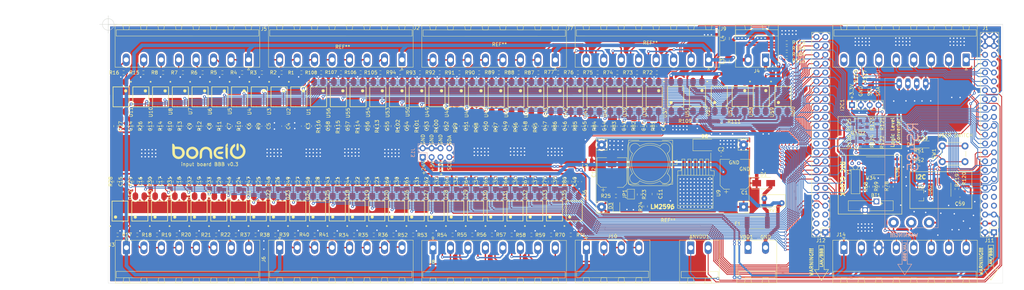
<source format=kicad_pcb>
(kicad_pcb (version 20171130) (host pcbnew "(5.1.12)-1")
  (layers (0 F.Cu signal) (31 B.Cu signal) (34 B.Paste user) (35 F.Paste user) (36 B.SilkS user) (37 F.SilkS user) (38 B.Mask user) (39 F.Mask user) (44 Edge.Cuts user))
  (net 0 "")
  (net 1 VDD_ADC)
  (net 2 GND_ADC)
  (net 3 GND)
  (net 4 "Net-(BT1-Pad1)")
  (net 5 +3V3)
  (net 6 +24V)
  (net 7 Earth)
  (net 8 P8.45)
  (net 9 P8.44)
  (net 10 P8.43)
  (net 11 P8.42)
  (net 12 P8.41)
  (net 13 P8.40)
  (net 14 P8.39)
  (net 15 P8.38)
  (net 16 +5V)
  (net 17 P8.37)
  (net 18 P8.36)
  (net 19 P8.35)
  (net 20 P8.34)
  (net 21 P8.33)
  (net 22 P8.32)
  (net 23 P8.31)
  (net 24 P8.30)
  (net 25 P9.41)
  (net 26 P8.29)
  (net 27 P8.28)
  (net 28 P8.27)
  (net 29 P8.26)
  (net 30 P9.15)
  (net 31 P9.16)
  (net 32 P8.18)
  (net 33 P8.17)
  (net 34 P8.11)
  (net 35 P8.10)
  (net 36 P8.09)
  (net 37 P8.08)
  (net 38 P9.28)
  (net 39 P9.27)
  (net 40 P9.11)
  (net 41 P9.12)
  (net 42 P9.13)
  (net 43 P9.14)
  (net 44 P9.29)
  (net 45 P9.18)
  (net 46 P9.21)
  (net 47 P9.22)
  (net 48 P9.23)
  (net 49 P9.17)
  (net 50 P8.46)
  (net 51 P9.42)
  (net 52 P9.31)
  (net 53 P9.30)
  (net 54 "Net-(D1-Pad2)")
  (net 55 SCL_OUT)
  (net 56 SDA_OUT)
  (net 57 VCC)
  (net 58 SCL)
  (net 59 SDA)
  (net 60 P8.36_OUT)
  (net 61 P8.33_OUT)
  (net 62 P8.37_OUT)
  (net 63 P8.39_OUT)
  (net 64 P8.35_OUT)
  (net 65 P8.38_OUT)
  (net 66 VDD)
  (net 67 P8.34_OUT)
  (net 68 P9.16_OUT)
  (net 69 P9.12_OUT)
  (net 70 P9.15_OUT)
  (net 71 P9.11_OUT)
  (net 72 P9.13_OUT)
  (net 73 P8.18_OUT)
  (net 74 P9.14_OUT)
  (net 75 P8.27_OUT)
  (net 76 P8.31_OUT)
  (net 77 P8.28_OUT)
  (net 78 P8.32_OUT)
  (net 79 P8.30_OUT)
  (net 80 P8.26_OUT)
  (net 81 P8.29_OUT)
  (net 82 P8.11_OUT)
  (net 83 P8.16_OUT)
  (net 84 P8.12_OUT)
  (net 85 P8.17_OUT)
  (net 86 P8.15_OUT)
  (net 87 P8.10_OUT)
  (net 88 P8.14_OUT)
  (net 89 P8.41_OUT)
  (net 90 P8.45_OUT)
  (net 91 P8.42_OUT)
  (net 92 P8.46_OUT)
  (net 93 P8.44_OUT)
  (net 94 P8.40_OUT)
  (net 95 P8.43_OUT)
  (net 96 P9.42_OUT)
  (net 97 P9.29_OUT)
  (net 98 P8.07_OUT)
  (net 99 P8.09_OUT)
  (net 100 P9.31_OUT)
  (net 101 P8.08_OUT)
  (net 102 P9.30_OUT)
  (net 103 P9.23_OUT)
  (net 104 P9.27_OUT)
  (net 105 P9.28_OUT)
  (net 106 P9.17_OUT)
  (net 107 P9.25_OUT)
  (net 108 P9.18_OUT)
  (net 109 P9.21_OUT)
  (net 110 P9.22_OUT)
  (net 111 B-)
  (net 112 A+)
  (net 113 GNDD)
  (net 114 P9.33)
  (net 115 P9.39)
  (net 116 P9.37)
  (net 117 P9.36)
  (net 118 P9.40)
  (net 119 P9.38)
  (net 120 P9.35)
  (net 121 +48V)
  (net 122 GNDA)
  (net 123 GND1)
  (net 124 RX)
  (net 125 P9.25)
  (net 126 TX)
  (net 127 P8.07)
  (net 128 P8.12)
  (net 129 P8.13)
  (net 130 P8.14)
  (net 131 P8.15)
  (net 132 P8.16)
  (net 133 P8.19)
  (net 134 "Net-(R1-Pad1)")
  (net 135 "Net-(R2-Pad1)")
  (net 136 "Net-(R3-Pad1)")
  (net 137 "Net-(R4-Pad1)")
  (net 138 "Net-(R5-Pad1)")
  (net 139 "Net-(R6-Pad1)")
  (net 140 "Net-(R7-Pad1)")
  (net 141 "Net-(R8-Pad1)")
  (net 142 "Net-(R21-Pad1)")
  (net 143 "Net-(R22-Pad1)")
  (net 144 "Net-(R38-Pad1)")
  (net 145 "Net-(R40-Pad1)")
  (net 146 "Net-(R41-Pad1)")
  (net 147 "Net-(R42-Pad1)")
  (net 148 "Net-(R58-Pad1)")
  (net 149 "Net-(R59-Pad1)")
  (net 150 "Net-(R77-Pad1)")
  (net 151 "Net-(R93-Pad1)")
  (net 152 "Net-(R94-Pad1)")
  (net 153 P8.19_OUT)
  (net 154 P8.13_OUT)
  (net 155 "Net-(C11-Pad2)")
  (net 156 "Net-(D2-Pad1)")
  (net 157 "Net-(D3-Pad2)")
  (net 158 "Net-(J1-Pad8)")
  (net 159 "Net-(R15-Pad1)")
  (net 160 "Net-(R16-Pad1)")
  (net 161 "Net-(R17-Pad1)")
  (net 162 "Net-(R18-Pad1)")
  (net 163 "Net-(R19-Pad1)")
  (net 164 "Net-(R20-Pad1)")
  (net 165 "Net-(R34-Pad1)")
  (net 166 "Net-(R35-Pad1)")
  (net 167 "Net-(R36-Pad1)")
  (net 168 "Net-(R37-Pad1)")
  (net 169 "Net-(R39-Pad1)")
  (net 170 "Net-(R52-Pad1)")
  (net 171 "Net-(R53-Pad1)")
  (net 172 "Net-(R54-Pad1)")
  (net 173 "Net-(R55-Pad1)")
  (net 174 "Net-(R56-Pad1)")
  (net 175 "Net-(R57-Pad1)")
  (net 176 "Net-(R70-Pad1)")
  (net 177 "Net-(R71-Pad1)")
  (net 178 "Net-(R72-Pad1)")
  (net 179 "Net-(R73-Pad1)")
  (net 180 "Net-(R74-Pad1)")
  (net 181 "Net-(R75-Pad1)")
  (net 182 "Net-(R76-Pad1)")
  (net 183 "Net-(R78-Pad2)")
  (net 184 "Net-(R87-Pad1)")
  (net 185 "Net-(R88-Pad1)")
  (net 186 "Net-(R89-Pad1)")
  (net 187 "Net-(R90-Pad1)")
  (net 188 "Net-(R91-Pad1)")
  (net 189 "Net-(R92-Pad1)")
  (net 190 "Net-(R105-Pad1)")
  (net 191 "Net-(R106-Pad1)")
  (net 192 "Net-(U34-Pad1)")
  (net 193 "Net-(U34-Pad2)")
  (net 194 "Net-(R103-Pad2)")
  (net 195 "Net-(R104-Pad2)")
  (net 196 "Net-(R107-Pad1)")
  (net 197 "Net-(R108-Pad1)")
  (net 198 "Net-(R109-Pad2)")
  (net 199 "Net-(R110-Pad2)")
  (net 200 "Net-(R111-Pad2)")
  (net 201 "Net-(R112-Pad2)")
  (net 202 "Net-(L3-Pad1)")
  (net 203 "Net-(L4-Pad1)")
  (net 204 "Net-(J11-Pad7)")
  (net 205 "Net-(J11-Pad8)")
  (net 206 "Net-(J11-Pad9)")
  (net 207 "Net-(J11-Pad10)")
  (net 208 "Net-(J12-Pad25)")
  (net 209 "Net-(J12-Pad24)")
  (net 210 "Net-(J12-Pad23)")
  (net 211 "Net-(J12-Pad22)")
  (net 212 "Net-(J12-Pad21)")
  (net 213 "Net-(J12-Pad20)")
  (net 214 "Net-(J12-Pad6)")
  (net 215 "Net-(J12-Pad5)")
  (net 216 "Net-(J12-Pad4)")
  (net 217 "Net-(J12-Pad3)")
  (net 218 SDA_5V)
  (net 219 "Net-(Q1-Pad1)")
  (net 220 SCL_5V)
  (net 221 "Net-(Q2-Pad1)")
  (module Resistor_SMD:R_0603_1608Metric (layer F.Cu) (at 230.23 79.68 270)
    (fp_text reference R126 (at 0 -1.43 90) (layer F.SilkS))
    (fp_text value 4.7k)
    (pad 2 smd roundrect (at 0.825 0 270) (size 0.8 0.95) (layers F.Cu F.Paste F.Mask) (net 220 SCL_5V))
    (pad 1 smd roundrect (at -0.825 0 270) (size 0.8 0.95) (layers F.Cu F.Paste F.Mask) (net 16 +5V))
  )
  (module Resistor_SMD:R_0603_1608Metric (layer F.Cu) (at 230.23 75.05 90)
    (fp_text reference R125 (at -0.04 1.38 90) (layer F.SilkS))
    (fp_text value 4.7k)
    (pad 2 smd roundrect (at 0.825 0 90) (size 0.8 0.95) (layers F.Cu F.Paste F.Mask) (net 218 SDA_5V))
    (pad 1 smd roundrect (at -0.825 0 90) (size 0.8 0.95) (layers F.Cu F.Paste F.Mask) (net 16 +5V))
  )
  (module Resistor_SMD:R_0603_1608Metric (layer F.Cu) (at 236.81 79.73 270)
    (fp_text reference R124 (at 0 -1.43 90) (layer F.SilkS))
    (fp_text value 4.7k)
    (pad 2 smd roundrect (at 0.825 0 270) (size 0.8 0.95) (layers F.Cu F.Paste F.Mask) (net 221 "Net-(Q2-Pad1)"))
    (pad 1 smd roundrect (at -0.825 0 270) (size 0.8 0.95) (layers F.Cu F.Paste F.Mask) (net 5 +3V3))
  )
  (module Resistor_SMD:R_0603_1608Metric (layer F.Cu) (at 236.79 74.805 270)
    (fp_text reference R123 (at -0.015 -1.48 90) (layer F.SilkS))
    (fp_text value 4.7k)
    (pad 2 smd roundrect (at 0.825 0 270) (size 0.8 0.95) (layers F.Cu F.Paste F.Mask) (net 219 "Net-(Q1-Pad1)"))
    (pad 1 smd roundrect (at -0.825 0 270) (size 0.8 0.95) (layers F.Cu F.Paste F.Mask) (net 5 +3V3))
  )
  (module Resistor_SMD:R_0603_1608Metric (layer F.Cu) (at 239.65 79.965 270)
    (fp_text reference R122 (at 0 -1.43 90) (layer F.SilkS))
    (fp_text value 4.7k)
    (pad 2 smd roundrect (at 0.825 0 270) (size 0.8 0.95) (layers F.Cu F.Paste F.Mask) (net 58 SCL))
    (pad 1 smd roundrect (at -0.825 0 270) (size 0.8 0.95) (layers F.Cu F.Paste F.Mask) (net 5 +3V3))
  )
  (module Resistor_SMD:R_0603_1608Metric (layer F.Cu) (at 239.65 74.785 90)
    (fp_text reference R121 (at 0.055 1.49 90) (layer F.SilkS))
    (fp_text value 4.7k)
    (pad 2 smd roundrect (at 0.825 0 90) (size 0.8 0.95) (layers F.Cu F.Paste F.Mask) (net 59 SDA))
    (pad 1 smd roundrect (at -0.825 0 90) (size 0.8 0.95) (layers F.Cu F.Paste F.Mask) (net 5 +3V3))
  )
  (module Package_TO_SOT_SMD:SOT-23 (layer F.Cu) (at 233.83 79.79 180)
    (fp_text reference Q2 (at -1.43 2.43) (layer F.SilkS))
    (fp_text value BSS138)
    (pad 3 smd rect (at 1 0 180) (size 0.9 0.8) (layers F.Cu F.Paste F.Mask) (net 220 SCL_5V))
    (pad 2 smd rect (at -1 0.95 180) (size 0.9 0.8) (layers F.Cu F.Paste F.Mask) (net 58 SCL))
    (pad 1 smd rect (at -1 -0.95 180) (size 0.9 0.8) (layers F.Cu F.Paste F.Mask) (net 221 "Net-(Q2-Pad1)"))
  )
  (module Package_TO_SOT_SMD:SOT-23 (layer F.Cu) (at 233.86 74.9 180)
    (fp_text reference Q1 (at 0.75 -2.41) (layer F.SilkS))
    (fp_text value BSS138)
    (pad 3 smd rect (at 1 0 180) (size 0.9 0.8) (layers F.Cu F.Paste F.Mask) (net 218 SDA_5V))
    (pad 2 smd rect (at -1 0.95 180) (size 0.9 0.8) (layers F.Cu F.Paste F.Mask) (net 59 SDA))
    (pad 1 smd rect (at -1 -0.95 180) (size 0.9 0.8) (layers F.Cu F.Paste F.Mask) (net 219 "Net-(Q1-Pad1)"))
  )
  (module Package_SO:SOIC-8_3.9x4.9mm_P1.27mm (layer F.Cu) (at 239.98 86.77)
    (fp_text reference U34 (at -2.14 3.47) (layer F.SilkS))
    (fp_text value DS1307Z+)
    (pad 1 smd roundrect (at -2.475 -1.905) (size 1.95 0.6) (layers F.Cu F.Paste F.Mask) (net 192 "Net-(U34-Pad1)"))
    (pad 2 smd roundrect (at -2.475 -0.635) (size 1.95 0.6) (layers F.Cu F.Paste F.Mask) (net 193 "Net-(U34-Pad2)"))
    (pad 3 smd roundrect (at -2.475 0.635) (size 1.95 0.6) (layers F.Cu F.Paste F.Mask) (net 4 "Net-(BT1-Pad1)"))
    (pad 4 smd roundrect (at -2.475 1.905) (size 1.95 0.6) (layers F.Cu F.Paste F.Mask) (net 3 GND))
    (pad 5 smd roundrect (at 2.475 1.905) (size 1.95 0.6) (layers F.Cu F.Paste F.Mask) (net 218 SDA_5V))
    (pad 6 smd roundrect (at 2.475 0.635) (size 1.95 0.6) (layers F.Cu F.Paste F.Mask) (net 220 SCL_5V))
    (pad 7 smd roundrect (at 2.475 -0.635) (size 1.95 0.6) (layers F.Cu F.Paste F.Mask) (net 183 "Net-(R78-Pad2)"))
    (pad 8 smd roundrect (at 2.475 -1.905) (size 1.95 0.6) (layers F.Cu F.Paste F.Mask) (net 16 +5V))
  )
  (module rs485:RS485_moduleTTL (layer B.Cu) (at 240.2 59.38 270)
    (fp_text reference U61 (at 1.4 0.2 90) (layer B.SilkS) (effects (justify mirror)))
    (fp_text value RS485)
    (pad 7 thru_hole circle (at 43.6 -14.35 270) (size 3 3) (drill 1.5) (layers *.Cu *.Mask) (net 113 GNDD))
    (pad 3 thru_hole oval (at 3.81 -10.8 270) (size 3 1.5) (drill 1) (layers *.Cu *.Mask) (net 124 RX))
    (pad 5 thru_hole circle (at 43.6 -4.16 270) (size 3 3) (drill 1.5) (layers *.Cu *.Mask) (net 112 A+))
    (pad 2 thru_hole oval (at 3.81 -8.28 270) (size 3 1.5) (drill 1) (layers *.Cu *.Mask) (net 126 TX))
    (pad 1 thru_hole oval (at 3.81 -5.77 270) (size 3 1.5) (drill 1) (layers *.Cu *.Mask) (net 5 +3V3))
    (pad 4 thru_hole oval (at 3.81 -13.37 270) (size 3 1.5) (drill 1) (layers *.Cu *.Mask) (net 3 GND))
    (pad 6 thru_hole circle (at 43.6 -9.23 270) (size 3 3) (drill 1.5) (layers *.Cu *.Mask) (net 111 B-))
  )
  (module Capacitor_SMD:C_0603_1608Metric (layer F.Cu) (at 245.39 85.585 270)
    (fp_text reference C38 (at 3.065 -0.07 90) (layer F.SilkS))
    (fp_text value 100n)
    (pad 2 smd roundrect (at 0.775 0 270) (size 0.9 0.95) (layers F.Cu F.Paste F.Mask) (net 3 GND))
    (pad 1 smd roundrect (at -0.775 0 270) (size 0.9 0.95) (layers F.Cu F.Paste F.Mask) (net 16 +5V))
  )
  (module Connector_Phoenix_MSTB:PhoenixContact_MSTBA_2,5_2-G_1x02_P5.00mm_Horizontal (layer F.Cu) (at 207.75 56.42 180)
    (fp_text reference J4 (at 2.5 -3.2) (layer F.SilkS))
    (fp_text value ZASILACZ)
    (pad 2 thru_hole oval (at 5 0 180) (size 2 3.6) (drill 1.4) (layers *.Cu *.Mask) (net 121 +48V))
    (pad 1 thru_hole roundrect (at 0 0 180) (size 2 3.6) (drill 1.4) (layers *.Cu *.Mask) (roundrect_rratio 0.125) (net 123 GND1))
  )
  (module Inductor_SMD:L_0805_2012Metric (layer F.Cu) (at 196.81 50.3325 90)
    (fp_text reference L4 (at 0.0225 -1.4 90) (layer F.SilkS))
    (fp_text value BLM21PG221SN1D)
    (pad 2 smd roundrect (at 1.0625 0 90) (size 0.875 1.2) (layers F.Cu F.Paste F.Mask) (net 122 GNDA))
    (pad 1 smd roundrect (at -1.0625 0 90) (size 0.875 1.2) (layers F.Cu F.Paste F.Mask) (net 203 "Net-(L4-Pad1)"))
  )
  (module Inductor_SMD:L_0805_2012Metric (layer F.Cu) (at 196.81 56.87 90)
    (fp_text reference L3 (at 0 -1.43 90) (layer F.SilkS))
    (fp_text value BLM21PG221SN1D)
    (pad 2 smd roundrect (at 1.0625 0 90) (size 0.875 1.2) (layers F.Cu F.Paste F.Mask) (net 66 VDD))
    (pad 1 smd roundrect (at -1.0625 0 90) (size 0.875 1.2) (layers F.Cu F.Paste F.Mask) (net 202 "Net-(L3-Pad1)"))
  )
  (module PC817:SOT254P975X400-4N (layer F.Cu) (at 206.52 66.94 270)
    (fp_text reference U59 (at 4.51 -3.08 90) (layer F.SilkS) (effects (font (size 1.001874 1.001874))))
    (fp_text value PC817X2NIP0F)
    (pad 4 smd oval (at 4.25 -1.27 270) (size 2.25 1.6) (layers F.Cu F.Paste F.Mask) (net 203 "Net-(L4-Pad1)"))
    (pad 3 smd oval (at 4.25 1.27 270) (size 2.25 1.6) (layers F.Cu F.Paste F.Mask) (net 123 GND1))
    (pad 2 smd oval (at -4.25 1.27 270) (size 2.25 1.6) (layers F.Cu F.Paste F.Mask) (net 123 GND1))
    (pad 1 smd oval (at -4.25 -1.27 270) (size 2.25 1.6) (layers F.Cu F.Paste F.Mask) (net 201 "Net-(R112-Pad2)"))
  )
  (module PC817:SOT254P975X400-4N (layer F.Cu) (at 212.72 66.94 90)
    (fp_text reference U60 (at -4.28 2.9 90) (layer F.SilkS) (effects (font (size 1.001874 1.001874))))
    (fp_text value PC817X2NIP0F)
    (pad 4 smd oval (at 4.25 -1.27 90) (size 2.25 1.6) (layers F.Cu F.Paste F.Mask) (net 203 "Net-(L4-Pad1)"))
    (pad 3 smd oval (at 4.25 1.27 90) (size 2.25 1.6) (layers F.Cu F.Paste F.Mask) (net 3 GND))
    (pad 2 smd oval (at -4.25 1.27 90) (size 2.25 1.6) (layers F.Cu F.Paste F.Mask) (net 3 GND))
    (pad 1 smd oval (at -4.25 -1.27 90) (size 2.25 1.6) (layers F.Cu F.Paste F.Mask) (net 200 "Net-(R111-Pad2)"))
  )
  (module PC817:SOT254P975X400-4N (layer F.Cu) (at 194.5 66.93 90)
    (fp_text reference U57 (at -4.33 3.13 90) (layer F.SilkS) (effects (font (size 1.001874 1.001874))))
    (fp_text value PC817X2NIP0F)
    (pad 4 smd oval (at 4.25 -1.27 90) (size 2.25 1.6) (layers F.Cu F.Paste F.Mask) (net 202 "Net-(L3-Pad1)"))
    (pad 3 smd oval (at 4.25 1.27 90) (size 2.25 1.6) (layers F.Cu F.Paste F.Mask) (net 121 +48V))
    (pad 2 smd oval (at -4.25 1.27 90) (size 2.25 1.6) (layers F.Cu F.Paste F.Mask) (net 123 GND1))
    (pad 1 smd oval (at -4.25 -1.27 90) (size 2.25 1.6) (layers F.Cu F.Paste F.Mask) (net 199 "Net-(R110-Pad2)"))
  )
  (module PC817:SOT254P975X400-4N (layer F.Cu) (at 182.02 66.94 90)
    (fp_text reference U51 (at -4.47 3.34 90) (layer F.SilkS) (effects (font (size 1.001874 1.001874))))
    (fp_text value PC817X2NIP0F)
    (pad 4 smd oval (at 4.25 -1.27 90) (size 2.25 1.6) (layers F.Cu F.Paste F.Mask) (net 202 "Net-(L3-Pad1)"))
    (pad 3 smd oval (at 4.25 1.27 90) (size 2.25 1.6) (layers F.Cu F.Paste F.Mask) (net 6 +24V))
    (pad 2 smd oval (at -4.25 1.27 90) (size 2.25 1.6) (layers F.Cu F.Paste F.Mask) (net 3 GND))
    (pad 1 smd oval (at -4.25 -1.27 90) (size 2.25 1.6) (layers F.Cu F.Paste F.Mask) (net 198 "Net-(R109-Pad2)"))
  )
  (module PC817:SOT254P975X400-4N (layer F.Cu) (at 79.84 67 270)
    (fp_text reference U56 (at 4.63 -2.82 90) (layer F.SilkS) (effects (font (size 1.001874 1.001874))))
    (fp_text value PC817X2NIP0F)
    (pad 4 smd oval (at 4.25 -1.27 270) (size 2.25 1.6) (layers F.Cu F.Paste F.Mask) (net 51 P9.42))
    (pad 3 smd oval (at 4.25 1.27 270) (size 2.25 1.6) (layers F.Cu F.Paste F.Mask) (net 3 GND))
    (pad 2 smd oval (at -4.25 1.27 270) (size 2.25 1.6) (layers F.Cu F.Paste F.Mask) (net 122 GNDA))
    (pad 1 smd oval (at -4.25 -1.27 270) (size 2.25 1.6) (layers F.Cu F.Paste F.Mask) (net 197 "Net-(R108-Pad1)"))
  )
  (module PC817:SOT254P975X400-4N (layer F.Cu) (at 85.49 67 270)
    (fp_text reference U55 (at 4.62 -2.77 90) (layer F.SilkS) (effects (font (size 1.001874 1.001874))))
    (fp_text value PC817X2NIP0F)
    (pad 4 smd oval (at 4.25 -1.27 270) (size 2.25 1.6) (layers F.Cu F.Paste F.Mask) (net 52 P9.31))
    (pad 3 smd oval (at 4.25 1.27 270) (size 2.25 1.6) (layers F.Cu F.Paste F.Mask) (net 3 GND))
    (pad 2 smd oval (at -4.25 1.27 270) (size 2.25 1.6) (layers F.Cu F.Paste F.Mask) (net 122 GNDA))
    (pad 1 smd oval (at -4.25 -1.27 270) (size 2.25 1.6) (layers F.Cu F.Paste F.Mask) (net 196 "Net-(R107-Pad1)"))
  )
  (module PC817:SOT254P975X400-4N (layer F.Cu) (at 91.13 67 270)
    (fp_text reference U54 (at 4.45 -2.88 90) (layer F.SilkS) (effects (font (size 1.001874 1.001874))))
    (fp_text value PC817X2NIP0F)
    (pad 4 smd oval (at 4.25 -1.27 270) (size 2.25 1.6) (layers F.Cu F.Paste F.Mask) (net 53 P9.30))
    (pad 3 smd oval (at 4.25 1.27 270) (size 2.25 1.6) (layers F.Cu F.Paste F.Mask) (net 3 GND))
    (pad 2 smd oval (at -4.25 1.27 270) (size 2.25 1.6) (layers F.Cu F.Paste F.Mask) (net 122 GNDA))
    (pad 1 smd oval (at -4.25 -1.27 270) (size 2.25 1.6) (layers F.Cu F.Paste F.Mask) (net 191 "Net-(R106-Pad1)"))
  )
  (module PC817:SOT254P975X400-4N (layer F.Cu) (at 96.78 67 270)
    (fp_text reference U53 (at 4.49 -2.81 90) (layer F.SilkS) (effects (font (size 1.001874 1.001874))))
    (fp_text value PC817X2NIP0F)
    (pad 4 smd oval (at 4.25 -1.27 270) (size 2.25 1.6) (layers F.Cu F.Paste F.Mask) (net 44 P9.29))
    (pad 3 smd oval (at 4.25 1.27 270) (size 2.25 1.6) (layers F.Cu F.Paste F.Mask) (net 3 GND))
    (pad 2 smd oval (at -4.25 1.27 270) (size 2.25 1.6) (layers F.Cu F.Paste F.Mask) (net 122 GNDA))
    (pad 1 smd oval (at -4.25 -1.27 270) (size 2.25 1.6) (layers F.Cu F.Paste F.Mask) (net 190 "Net-(R105-Pad1)"))
  )
  (module PC817:SOT254P975X400-4N (layer F.Cu) (at 200.49 66.94 270)
    (fp_text reference U58 (at 4.39 -3.09 90) (layer F.SilkS) (effects (font (size 1.001874 1.001874))))
    (fp_text value PC817X2NIP0F)
    (pad 4 smd oval (at 4.25 -1.27 270) (size 2.25 1.6) (layers F.Cu F.Paste F.Mask) (net 200 "Net-(R111-Pad2)"))
    (pad 3 smd oval (at 4.25 1.27 270) (size 2.25 1.6) (layers F.Cu F.Paste F.Mask) (net 3 GND))
    (pad 2 smd oval (at -4.25 1.27 270) (size 2.25 1.6) (layers F.Cu F.Paste F.Mask) (net 123 GND1))
    (pad 1 smd oval (at -4.25 -1.27 270) (size 2.25 1.6) (layers F.Cu F.Paste F.Mask) (net 195 "Net-(R104-Pad2)"))
  )
  (module PC817:SOT254P975X400-4N (layer F.Cu) (at 188.26 66.92 270)
    (fp_text reference U52 (at 4.27 -2.96 90) (layer F.SilkS) (effects (font (size 1.001874 1.001874))))
    (fp_text value PC817X2NIP0F)
    (pad 4 smd oval (at 4.25 -1.27 270) (size 2.25 1.6) (layers F.Cu F.Paste F.Mask) (net 198 "Net-(R109-Pad2)"))
    (pad 3 smd oval (at 4.25 1.27 270) (size 2.25 1.6) (layers F.Cu F.Paste F.Mask) (net 3 GND))
    (pad 2 smd oval (at -4.25 1.27 270) (size 2.25 1.6) (layers F.Cu F.Paste F.Mask) (net 123 GND1))
    (pad 1 smd oval (at -4.25 -1.27 270) (size 2.25 1.6) (layers F.Cu F.Paste F.Mask) (net 194 "Net-(R103-Pad2)"))
  )
  (module PC817:SOT254P975X400-4N (layer F.Cu) (at 102.42 66.995 270)
    (fp_text reference U50 (at 4.295 -2.9 90) (layer F.SilkS) (effects (font (size 1.001874 1.001874))))
    (fp_text value PC817X2NIP0F)
    (pad 4 smd oval (at 4.25 -1.27 270) (size 2.25 1.6) (layers F.Cu F.Paste F.Mask) (net 38 P9.28))
    (pad 3 smd oval (at 4.25 1.27 270) (size 2.25 1.6) (layers F.Cu F.Paste F.Mask) (net 3 GND))
    (pad 2 smd oval (at -4.25 1.27 270) (size 2.25 1.6) (layers F.Cu F.Paste F.Mask) (net 122 GNDA))
    (pad 1 smd oval (at -4.25 -1.27 270) (size 2.25 1.6) (layers F.Cu F.Paste F.Mask) (net 152 "Net-(R94-Pad1)"))
  )
  (module PC817:SOT254P975X400-4N (layer F.Cu) (at 108.07 66.995 270)
    (fp_text reference U49 (at 4.435 -2.88 90) (layer F.SilkS) (effects (font (size 1.001874 1.001874))))
    (fp_text value PC817X2NIP0F)
    (pad 4 smd oval (at 4.25 -1.27 270) (size 2.25 1.6) (layers F.Cu F.Paste F.Mask) (net 39 P9.27))
    (pad 3 smd oval (at 4.25 1.27 270) (size 2.25 1.6) (layers F.Cu F.Paste F.Mask) (net 3 GND))
    (pad 2 smd oval (at -4.25 1.27 270) (size 2.25 1.6) (layers F.Cu F.Paste F.Mask) (net 122 GNDA))
    (pad 1 smd oval (at -4.25 -1.27 270) (size 2.25 1.6) (layers F.Cu F.Paste F.Mask) (net 151 "Net-(R93-Pad1)"))
  )
  (module PC817:SOT254P975X400-4N (layer F.Cu) (at 113.72 66.995 270)
    (fp_text reference U48 (at 4.475 -2.83 90) (layer F.SilkS) (effects (font (size 1.001874 1.001874))))
    (fp_text value PC817X2NIP0F)
    (pad 4 smd oval (at 4.25 -1.27 270) (size 2.25 1.6) (layers F.Cu F.Paste F.Mask) (net 125 P9.25))
    (pad 3 smd oval (at 4.25 1.27 270) (size 2.25 1.6) (layers F.Cu F.Paste F.Mask) (net 3 GND))
    (pad 2 smd oval (at -4.25 1.27 270) (size 2.25 1.6) (layers F.Cu F.Paste F.Mask) (net 122 GNDA))
    (pad 1 smd oval (at -4.25 -1.27 270) (size 2.25 1.6) (layers F.Cu F.Paste F.Mask) (net 189 "Net-(R92-Pad1)"))
  )
  (module PC817:SOT254P975X400-4N (layer F.Cu) (at 119.37 66.995 270)
    (fp_text reference U47 (at 4.515 -2.84 90) (layer F.SilkS) (effects (font (size 1.001874 1.001874))))
    (fp_text value PC817X2NIP0F)
    (pad 4 smd oval (at 4.25 -1.27 270) (size 2.25 1.6) (layers F.Cu F.Paste F.Mask) (net 48 P9.23))
    (pad 3 smd oval (at 4.25 1.27 270) (size 2.25 1.6) (layers F.Cu F.Paste F.Mask) (net 3 GND))
    (pad 2 smd oval (at -4.25 1.27 270) (size 2.25 1.6) (layers F.Cu F.Paste F.Mask) (net 122 GNDA))
    (pad 1 smd oval (at -4.25 -1.27 270) (size 2.25 1.6) (layers F.Cu F.Paste F.Mask) (net 188 "Net-(R91-Pad1)"))
  )
  (module PC817:SOT254P975X400-4N (layer F.Cu) (at 125.025 66.99 270)
    (fp_text reference U46 (at 4.5 -2.825 90) (layer F.SilkS) (effects (font (size 1.001874 1.001874))))
    (fp_text value PC817X2NIP0F)
    (pad 4 smd oval (at 4.25 -1.27 270) (size 2.25 1.6) (layers F.Cu F.Paste F.Mask) (net 47 P9.22))
    (pad 3 smd oval (at 4.25 1.27 270) (size 2.25 1.6) (layers F.Cu F.Paste F.Mask) (net 3 GND))
    (pad 2 smd oval (at -4.25 1.27 270) (size 2.25 1.6) (layers F.Cu F.Paste F.Mask) (net 122 GNDA))
    (pad 1 smd oval (at -4.25 -1.27 270) (size 2.25 1.6) (layers F.Cu F.Paste F.Mask) (net 187 "Net-(R90-Pad1)"))
  )
  (module PC817:SOT254P975X400-4N (layer F.Cu) (at 130.675 66.99 270)
    (fp_text reference U45 (at 4.52 -2.905 90) (layer F.SilkS) (effects (font (size 1.001874 1.001874))))
    (fp_text value PC817X2NIP0F)
    (pad 4 smd oval (at 4.25 -1.27 270) (size 2.25 1.6) (layers F.Cu F.Paste F.Mask) (net 46 P9.21))
    (pad 3 smd oval (at 4.25 1.27 270) (size 2.25 1.6) (layers F.Cu F.Paste F.Mask) (net 3 GND))
    (pad 2 smd oval (at -4.25 1.27 270) (size 2.25 1.6) (layers F.Cu F.Paste F.Mask) (net 122 GNDA))
    (pad 1 smd oval (at -4.25 -1.27 270) (size 2.25 1.6) (layers F.Cu F.Paste F.Mask) (net 186 "Net-(R89-Pad1)"))
  )
  (module PC817:SOT254P975X400-4N (layer F.Cu) (at 136.33 66.99 270)
    (fp_text reference U44 (at 4.57 -2.92 90) (layer F.SilkS) (effects (font (size 1.001874 1.001874))))
    (fp_text value PC817X2NIP0F)
    (pad 4 smd oval (at 4.25 -1.27 270) (size 2.25 1.6) (layers F.Cu F.Paste F.Mask) (net 45 P9.18))
    (pad 3 smd oval (at 4.25 1.27 270) (size 2.25 1.6) (layers F.Cu F.Paste F.Mask) (net 3 GND))
    (pad 2 smd oval (at -4.25 1.27 270) (size 2.25 1.6) (layers F.Cu F.Paste F.Mask) (net 122 GNDA))
    (pad 1 smd oval (at -4.25 -1.27 270) (size 2.25 1.6) (layers F.Cu F.Paste F.Mask) (net 185 "Net-(R88-Pad1)"))
  )
  (module PC817:SOT254P975X400-4N (layer F.Cu) (at 141.98 66.985 270)
    (fp_text reference U43 (at 4.505 -2.89 90) (layer F.SilkS) (effects (font (size 1.001874 1.001874))))
    (fp_text value PC817X2NIP0F)
    (pad 4 smd oval (at 4.25 -1.27 270) (size 2.25 1.6) (layers F.Cu F.Paste F.Mask) (net 49 P9.17))
    (pad 3 smd oval (at 4.25 1.27 270) (size 2.25 1.6) (layers F.Cu F.Paste F.Mask) (net 3 GND))
    (pad 2 smd oval (at -4.25 1.27 270) (size 2.25 1.6) (layers F.Cu F.Paste F.Mask) (net 122 GNDA))
    (pad 1 smd oval (at -4.25 -1.27 270) (size 2.25 1.6) (layers F.Cu F.Paste F.Mask) (net 184 "Net-(R87-Pad1)"))
  )
  (module PC817:SOT254P975X400-4N (layer F.Cu) (at 147.63 66.985 270)
    (fp_text reference U42 (at 4.505 -2.87 90) (layer F.SilkS) (effects (font (size 1.001874 1.001874))))
    (fp_text value PC817X2NIP0F)
    (pad 4 smd oval (at 4.25 -1.27 270) (size 2.25 1.6) (layers F.Cu F.Paste F.Mask) (net 31 P9.16))
    (pad 3 smd oval (at 4.25 1.27 270) (size 2.25 1.6) (layers F.Cu F.Paste F.Mask) (net 3 GND))
    (pad 2 smd oval (at -4.25 1.27 270) (size 2.25 1.6) (layers F.Cu F.Paste F.Mask) (net 122 GNDA))
    (pad 1 smd oval (at -4.25 -1.27 270) (size 2.25 1.6) (layers F.Cu F.Paste F.Mask) (net 150 "Net-(R77-Pad1)"))
  )
  (module PC817:SOT254P975X400-4N (layer F.Cu) (at 153.28 66.985 270)
    (fp_text reference U41 (at 4.535 -2.92 90) (layer F.SilkS) (effects (font (size 1.001874 1.001874))))
    (fp_text value PC817X2NIP0F)
    (pad 4 smd oval (at 4.25 -1.27 270) (size 2.25 1.6) (layers F.Cu F.Paste F.Mask) (net 30 P9.15))
    (pad 3 smd oval (at 4.25 1.27 270) (size 2.25 1.6) (layers F.Cu F.Paste F.Mask) (net 3 GND))
    (pad 2 smd oval (at -4.25 1.27 270) (size 2.25 1.6) (layers F.Cu F.Paste F.Mask) (net 122 GNDA))
    (pad 1 smd oval (at -4.25 -1.27 270) (size 2.25 1.6) (layers F.Cu F.Paste F.Mask) (net 182 "Net-(R76-Pad1)"))
  )
  (module PC817:SOT254P975X400-4N (layer F.Cu) (at 158.93 66.985 270)
    (fp_text reference U40 (at 4.425 -2.9 90) (layer F.SilkS) (effects (font (size 1.001874 1.001874))))
    (fp_text value PC817X2NIP0F)
    (pad 4 smd oval (at 4.25 -1.27 270) (size 2.25 1.6) (layers F.Cu F.Paste F.Mask) (net 43 P9.14))
    (pad 3 smd oval (at 4.25 1.27 270) (size 2.25 1.6) (layers F.Cu F.Paste F.Mask) (net 3 GND))
    (pad 2 smd oval (at -4.25 1.27 270) (size 2.25 1.6) (layers F.Cu F.Paste F.Mask) (net 122 GNDA))
    (pad 1 smd oval (at -4.25 -1.27 270) (size 2.25 1.6) (layers F.Cu F.Paste F.Mask) (net 181 "Net-(R75-Pad1)"))
  )
  (module PC817:SOT254P975X400-4N (layer F.Cu) (at 164.58 66.985 270)
    (fp_text reference U39 (at 4.425 -2.87 90) (layer F.SilkS) (effects (font (size 1.001874 1.001874))))
    (fp_text value PC817X2NIP0F)
    (pad 4 smd oval (at 4.25 -1.27 270) (size 2.25 1.6) (layers F.Cu F.Paste F.Mask) (net 42 P9.13))
    (pad 3 smd oval (at 4.25 1.27 270) (size 2.25 1.6) (layers F.Cu F.Paste F.Mask) (net 3 GND))
    (pad 2 smd oval (at -4.25 1.27 270) (size 2.25 1.6) (layers F.Cu F.Paste F.Mask) (net 122 GNDA))
    (pad 1 smd oval (at -4.25 -1.27 270) (size 2.25 1.6) (layers F.Cu F.Paste F.Mask) (net 180 "Net-(R74-Pad1)"))
  )
  (module PC817:SOT254P975X400-4N (layer F.Cu) (at 170.23 66.985 270)
    (fp_text reference U38 (at 4.495 -2.9 90) (layer F.SilkS) (effects (font (size 1.001874 1.001874))))
    (fp_text value PC817X2NIP0F)
    (pad 4 smd oval (at 4.25 -1.27 270) (size 2.25 1.6) (layers F.Cu F.Paste F.Mask) (net 41 P9.12))
    (pad 3 smd oval (at 4.25 1.27 270) (size 2.25 1.6) (layers F.Cu F.Paste F.Mask) (net 3 GND))
    (pad 2 smd oval (at -4.25 1.27 270) (size 2.25 1.6) (layers F.Cu F.Paste F.Mask) (net 122 GNDA))
    (pad 1 smd oval (at -4.25 -1.27 270) (size 2.25 1.6) (layers F.Cu F.Paste F.Mask) (net 179 "Net-(R73-Pad1)"))
  )
  (module PC817:SOT254P975X400-4N (layer F.Cu) (at 175.88 66.98 270)
    (fp_text reference U37 (at 4.61 -3.09 90) (layer F.SilkS) (effects (font (size 1.001874 1.001874))))
    (fp_text value PC817X2NIP0F)
    (pad 4 smd oval (at 4.25 -1.27 270) (size 2.25 1.6) (layers F.Cu F.Paste F.Mask) (net 40 P9.11))
    (pad 3 smd oval (at 4.25 1.27 270) (size 2.25 1.6) (layers F.Cu F.Paste F.Mask) (net 3 GND))
    (pad 2 smd oval (at -4.25 1.27 270) (size 2.25 1.6) (layers F.Cu F.Paste F.Mask) (net 122 GNDA))
    (pad 1 smd oval (at -4.25 -1.27 270) (size 2.25 1.6) (layers F.Cu F.Paste F.Mask) (net 178 "Net-(R72-Pad1)"))
  )
  (module PC817:SOT254P975X400-4N (layer F.Cu) (at 152.99 99.68 90)
    (fp_text reference U36 (at 4.61 3.04 90) (layer F.SilkS) (effects (font (size 1.001874 1.001874))))
    (fp_text value PC817X2NIP0F)
    (pad 4 smd oval (at 4.25 -1.27 90) (size 2.25 1.6) (layers F.Cu F.Paste F.Mask) (net 127 P8.07))
    (pad 3 smd oval (at 4.25 1.27 90) (size 2.25 1.6) (layers F.Cu F.Paste F.Mask) (net 3 GND))
    (pad 2 smd oval (at -4.25 1.27 90) (size 2.25 1.6) (layers F.Cu F.Paste F.Mask) (net 122 GNDA))
    (pad 1 smd oval (at -4.25 -1.27 90) (size 2.25 1.6) (layers F.Cu F.Paste F.Mask) (net 177 "Net-(R71-Pad1)"))
  )
  (module PC817:SOT254P975X400-4N (layer F.Cu) (at 147.34 99.68 90)
    (fp_text reference U35 (at 4.61 2.8 90) (layer F.SilkS) (effects (font (size 1.001874 1.001874))))
    (fp_text value PC817X2NIP0F)
    (pad 4 smd oval (at 4.25 -1.27 90) (size 2.25 1.6) (layers F.Cu F.Paste F.Mask) (net 37 P8.08))
    (pad 3 smd oval (at 4.25 1.27 90) (size 2.25 1.6) (layers F.Cu F.Paste F.Mask) (net 3 GND))
    (pad 2 smd oval (at -4.25 1.27 90) (size 2.25 1.6) (layers F.Cu F.Paste F.Mask) (net 122 GNDA))
    (pad 1 smd oval (at -4.25 -1.27 90) (size 2.25 1.6) (layers F.Cu F.Paste F.Mask) (net 176 "Net-(R70-Pad1)"))
  )
  (module PC817:SOT254P975X400-4N (layer F.Cu) (at 141.69 99.69 90)
    (fp_text reference U33 (at 4.64 2.92 90) (layer F.SilkS) (effects (font (size 1.001874 1.001874))))
    (fp_text value PC817X2NIP0F)
    (pad 4 smd oval (at 4.25 -1.27 90) (size 2.25 1.6) (layers F.Cu F.Paste F.Mask) (net 36 P8.09))
    (pad 3 smd oval (at 4.25 1.27 90) (size 2.25 1.6) (layers F.Cu F.Paste F.Mask) (net 3 GND))
    (pad 2 smd oval (at -4.25 1.27 90) (size 2.25 1.6) (layers F.Cu F.Paste F.Mask) (net 122 GNDA))
    (pad 1 smd oval (at -4.25 -1.27 90) (size 2.25 1.6) (layers F.Cu F.Paste F.Mask) (net 149 "Net-(R59-Pad1)"))
  )
  (module PC817:SOT254P975X400-4N (layer F.Cu) (at 136.04 99.69 90)
    (fp_text reference U32 (at 4.64 2.94 90) (layer F.SilkS) (effects (font (size 1.001874 1.001874))))
    (fp_text value PC817X2NIP0F)
    (pad 4 smd oval (at 4.25 -1.27 90) (size 2.25 1.6) (layers F.Cu F.Paste F.Mask) (net 35 P8.10))
    (pad 3 smd oval (at 4.25 1.27 90) (size 2.25 1.6) (layers F.Cu F.Paste F.Mask) (net 3 GND))
    (pad 2 smd oval (at -4.25 1.27 90) (size 2.25 1.6) (layers F.Cu F.Paste F.Mask) (net 122 GNDA))
    (pad 1 smd oval (at -4.25 -1.27 90) (size 2.25 1.6) (layers F.Cu F.Paste F.Mask) (net 148 "Net-(R58-Pad1)"))
  )
  (module PC817:SOT254P975X400-4N (layer F.Cu) (at 130.39 99.69 90)
    (fp_text reference U31 (at 4.51 2.88 90) (layer F.SilkS) (effects (font (size 1.001874 1.001874))))
    (fp_text value PC817X2NIP0F)
    (pad 4 smd oval (at 4.25 -1.27 90) (size 2.25 1.6) (layers F.Cu F.Paste F.Mask) (net 34 P8.11))
    (pad 3 smd oval (at 4.25 1.27 90) (size 2.25 1.6) (layers F.Cu F.Paste F.Mask) (net 3 GND))
    (pad 2 smd oval (at -4.25 1.27 90) (size 2.25 1.6) (layers F.Cu F.Paste F.Mask) (net 122 GNDA))
    (pad 1 smd oval (at -4.25 -1.27 90) (size 2.25 1.6) (layers F.Cu F.Paste F.Mask) (net 175 "Net-(R57-Pad1)"))
  )
  (module PC817:SOT254P975X400-4N (layer F.Cu) (at 124.74 99.7 90)
    (fp_text reference U30 (at 4.55 2.84 90) (layer F.SilkS) (effects (font (size 1.001874 1.001874))))
    (fp_text value PC817X2NIP0F)
    (pad 4 smd oval (at 4.25 -1.27 90) (size 2.25 1.6) (layers F.Cu F.Paste F.Mask) (net 128 P8.12))
    (pad 3 smd oval (at 4.25 1.27 90) (size 2.25 1.6) (layers F.Cu F.Paste F.Mask) (net 3 GND))
    (pad 2 smd oval (at -4.25 1.27 90) (size 2.25 1.6) (layers F.Cu F.Paste F.Mask) (net 122 GNDA))
    (pad 1 smd oval (at -4.25 -1.27 90) (size 2.25 1.6) (layers F.Cu F.Paste F.Mask) (net 174 "Net-(R56-Pad1)"))
  )
  (module PC817:SOT254P975X400-4N (layer F.Cu) (at 119.09 99.695 90)
    (fp_text reference U29 (at 4.705 2.86 90) (layer F.SilkS) (effects (font (size 1.001874 1.001874))))
    (fp_text value PC817X2NIP0F)
    (pad 4 smd oval (at 4.25 -1.27 90) (size 2.25 1.6) (layers F.Cu F.Paste F.Mask) (net 129 P8.13))
    (pad 3 smd oval (at 4.25 1.27 90) (size 2.25 1.6) (layers F.Cu F.Paste F.Mask) (net 3 GND))
    (pad 2 smd oval (at -4.25 1.27 90) (size 2.25 1.6) (layers F.Cu F.Paste F.Mask) (net 122 GNDA))
    (pad 1 smd oval (at -4.25 -1.27 90) (size 2.25 1.6) (layers F.Cu F.Paste F.Mask) (net 173 "Net-(R55-Pad1)"))
  )
  (module PC817:SOT254P975X400-4N (layer F.Cu) (at 113.44 99.695 90)
    (fp_text reference U28 (at 4.625 2.85 90) (layer F.SilkS) (effects (font (size 1.001874 1.001874))))
    (fp_text value PC817X2NIP0F)
    (pad 4 smd oval (at 4.25 -1.27 90) (size 2.25 1.6) (layers F.Cu F.Paste F.Mask) (net 130 P8.14))
    (pad 3 smd oval (at 4.25 1.27 90) (size 2.25 1.6) (layers F.Cu F.Paste F.Mask) (net 3 GND))
    (pad 2 smd oval (at -4.25 1.27 90) (size 2.25 1.6) (layers F.Cu F.Paste F.Mask) (net 122 GNDA))
    (pad 1 smd oval (at -4.25 -1.27 90) (size 2.25 1.6) (layers F.Cu F.Paste F.Mask) (net 172 "Net-(R54-Pad1)"))
  )
  (module PC817:SOT254P975X400-4N (layer F.Cu) (at 107.79 99.695 90)
    (fp_text reference U27 (at 4.595 2.9 90) (layer F.SilkS) (effects (font (size 1.001874 1.001874))))
    (fp_text value PC817X2NIP0F)
    (pad 4 smd oval (at 4.25 -1.27 90) (size 2.25 1.6) (layers F.Cu F.Paste F.Mask) (net 131 P8.15))
    (pad 3 smd oval (at 4.25 1.27 90) (size 2.25 1.6) (layers F.Cu F.Paste F.Mask) (net 3 GND))
    (pad 2 smd oval (at -4.25 1.27 90) (size 2.25 1.6) (layers F.Cu F.Paste F.Mask) (net 122 GNDA))
    (pad 1 smd oval (at -4.25 -1.27 90) (size 2.25 1.6) (layers F.Cu F.Paste F.Mask) (net 171 "Net-(R53-Pad1)"))
  )
  (module PC817:SOT254P975X400-4N (layer F.Cu) (at 102.14 99.695 90)
    (fp_text reference U26 (at 4.645 2.92 90) (layer F.SilkS) (effects (font (size 1.001874 1.001874))))
    (fp_text value PC817X2NIP0F)
    (pad 4 smd oval (at 4.25 -1.27 90) (size 2.25 1.6) (layers F.Cu F.Paste F.Mask) (net 132 P8.16))
    (pad 3 smd oval (at 4.25 1.27 90) (size 2.25 1.6) (layers F.Cu F.Paste F.Mask) (net 3 GND))
    (pad 2 smd oval (at -4.25 1.27 90) (size 2.25 1.6) (layers F.Cu F.Paste F.Mask) (net 122 GNDA))
    (pad 1 smd oval (at -4.25 -1.27 90) (size 2.25 1.6) (layers F.Cu F.Paste F.Mask) (net 170 "Net-(R52-Pad1)"))
  )
  (module PC817:SOT254P975X400-4N (layer F.Cu) (at 79.54 99.695 90)
    (fp_text reference U25 (at 4.595 2.83 90) (layer F.SilkS) (effects (font (size 1.001874 1.001874))))
    (fp_text value PC817X2NIP0F)
    (pad 4 smd oval (at 4.25 -1.27 90) (size 2.25 1.6) (layers F.Cu F.Paste F.Mask) (net 29 P8.26))
    (pad 3 smd oval (at 4.25 1.27 90) (size 2.25 1.6) (layers F.Cu F.Paste F.Mask) (net 3 GND))
    (pad 2 smd oval (at -4.25 1.27 90) (size 2.25 1.6) (layers F.Cu F.Paste F.Mask) (net 122 GNDA))
    (pad 1 smd oval (at -4.25 -1.27 90) (size 2.25 1.6) (layers F.Cu F.Paste F.Mask) (net 146 "Net-(R41-Pad1)"))
  )
  (module PC817:SOT254P975X400-4N (layer F.Cu) (at 73.89 99.695 90)
    (fp_text reference U24 (at 4.565 2.82 90) (layer F.SilkS) (effects (font (size 1.001874 1.001874))))
    (fp_text value PC817X2NIP0F)
    (pad 4 smd oval (at 4.25 -1.27 90) (size 2.25 1.6) (layers F.Cu F.Paste F.Mask) (net 28 P8.27))
    (pad 3 smd oval (at 4.25 1.27 90) (size 2.25 1.6) (layers F.Cu F.Paste F.Mask) (net 3 GND))
    (pad 2 smd oval (at -4.25 1.27 90) (size 2.25 1.6) (layers F.Cu F.Paste F.Mask) (net 122 GNDA))
    (pad 1 smd oval (at -4.25 -1.27 90) (size 2.25 1.6) (layers F.Cu F.Paste F.Mask) (net 145 "Net-(R40-Pad1)"))
  )
  (module PC817:SOT254P975X400-4N (layer F.Cu) (at 68.24 99.695 90)
    (fp_text reference U23 (at 4.545 2.82 90) (layer F.SilkS) (effects (font (size 1.001874 1.001874))))
    (fp_text value PC817X2NIP0F)
    (pad 4 smd oval (at 4.25 -1.27 90) (size 2.25 1.6) (layers F.Cu F.Paste F.Mask) (net 27 P8.28))
    (pad 3 smd oval (at 4.25 1.27 90) (size 2.25 1.6) (layers F.Cu F.Paste F.Mask) (net 3 GND))
    (pad 2 smd oval (at -4.25 1.27 90) (size 2.25 1.6) (layers F.Cu F.Paste F.Mask) (net 122 GNDA))
    (pad 1 smd oval (at -4.25 -1.27 90) (size 2.25 1.6) (layers F.Cu F.Paste F.Mask) (net 169 "Net-(R39-Pad1)"))
  )
  (module PC817:SOT254P975X400-4N (layer F.Cu) (at 62.59 99.695 90)
    (fp_text reference U22 (at 4.675 2.91 90) (layer F.SilkS) (effects (font (size 1.001874 1.001874))))
    (fp_text value PC817X2NIP0F)
    (pad 4 smd oval (at 4.25 -1.27 90) (size 2.25 1.6) (layers F.Cu F.Paste F.Mask) (net 26 P8.29))
    (pad 3 smd oval (at 4.25 1.27 90) (size 2.25 1.6) (layers F.Cu F.Paste F.Mask) (net 3 GND))
    (pad 2 smd oval (at -4.25 1.27 90) (size 2.25 1.6) (layers F.Cu F.Paste F.Mask) (net 122 GNDA))
    (pad 1 smd oval (at -4.25 -1.27 90) (size 2.25 1.6) (layers F.Cu F.Paste F.Mask) (net 144 "Net-(R38-Pad1)"))
  )
  (module PC817:SOT254P975X400-4N (layer F.Cu) (at 56.94 99.695 90)
    (fp_text reference U21 (at 4.545 2.93 90) (layer F.SilkS) (effects (font (size 1.001874 1.001874))))
    (fp_text value PC817X2NIP0F)
    (pad 4 smd oval (at 4.25 -1.27 90) (size 2.25 1.6) (layers F.Cu F.Paste F.Mask) (net 24 P8.30))
    (pad 3 smd oval (at 4.25 1.27 90) (size 2.25 1.6) (layers F.Cu F.Paste F.Mask) (net 3 GND))
    (pad 2 smd oval (at -4.25 1.27 90) (size 2.25 1.6) (layers F.Cu F.Paste F.Mask) (net 122 GNDA))
    (pad 1 smd oval (at -4.25 -1.27 90) (size 2.25 1.6) (layers F.Cu F.Paste F.Mask) (net 168 "Net-(R37-Pad1)"))
  )
  (module PC817:SOT254P975X400-4N (layer F.Cu) (at 96.49 99.695 90)
    (fp_text reference U20 (at 4.595 2.86 90) (layer F.SilkS) (effects (font (size 1.001874 1.001874))))
    (fp_text value PC817X2NIP0F)
    (pad 4 smd oval (at 4.25 -1.27 90) (size 2.25 1.6) (layers F.Cu F.Paste F.Mask) (net 33 P8.17))
    (pad 3 smd oval (at 4.25 1.27 90) (size 2.25 1.6) (layers F.Cu F.Paste F.Mask) (net 3 GND))
    (pad 2 smd oval (at -4.25 1.27 90) (size 2.25 1.6) (layers F.Cu F.Paste F.Mask) (net 122 GNDA))
    (pad 1 smd oval (at -4.25 -1.27 90) (size 2.25 1.6) (layers F.Cu F.Paste F.Mask) (net 167 "Net-(R36-Pad1)"))
  )
  (module PC817:SOT254P975X400-4N (layer F.Cu) (at 90.84 99.695 90)
    (fp_text reference U19 (at 4.625 2.87 90) (layer F.SilkS) (effects (font (size 1.001874 1.001874))))
    (fp_text value PC817X2NIP0F)
    (pad 4 smd oval (at 4.25 -1.27 90) (size 2.25 1.6) (layers F.Cu F.Paste F.Mask) (net 32 P8.18))
    (pad 3 smd oval (at 4.25 1.27 90) (size 2.25 1.6) (layers F.Cu F.Paste F.Mask) (net 3 GND))
    (pad 2 smd oval (at -4.25 1.27 90) (size 2.25 1.6) (layers F.Cu F.Paste F.Mask) (net 122 GNDA))
    (pad 1 smd oval (at -4.25 -1.27 90) (size 2.25 1.6) (layers F.Cu F.Paste F.Mask) (net 166 "Net-(R35-Pad1)"))
  )
  (module PC817:SOT254P975X400-4N (layer F.Cu) (at 85.19 99.695 90)
    (fp_text reference U18 (at 4.625 2.87 90) (layer F.SilkS) (effects (font (size 1.001874 1.001874))))
    (fp_text value PC817X2NIP0F)
    (pad 4 smd oval (at 4.25 -1.27 90) (size 2.25 1.6) (layers F.Cu F.Paste F.Mask) (net 133 P8.19))
    (pad 3 smd oval (at 4.25 1.27 90) (size 2.25 1.6) (layers F.Cu F.Paste F.Mask) (net 3 GND))
    (pad 2 smd oval (at -4.25 1.27 90) (size 2.25 1.6) (layers F.Cu F.Paste F.Mask) (net 122 GNDA))
    (pad 1 smd oval (at -4.25 -1.27 90) (size 2.25 1.6) (layers F.Cu F.Paste F.Mask) (net 165 "Net-(R34-Pad1)"))
  )
  (module PC817:SOT254P975X400-4N (layer F.Cu) (at 51.29 99.72 90)
    (fp_text reference U17 (at 4.54 2.9 90) (layer F.SilkS) (effects (font (size 1.001874 1.001874))))
    (fp_text value PC817X2NIP0F)
    (pad 4 smd oval (at 4.25 -1.27 90) (size 2.25 1.6) (layers F.Cu F.Paste F.Mask) (net 23 P8.31))
    (pad 3 smd oval (at 4.25 1.27 90) (size 2.25 1.6) (layers F.Cu F.Paste F.Mask) (net 3 GND))
    (pad 2 smd oval (at -4.25 1.27 90) (size 2.25 1.6) (layers F.Cu F.Paste F.Mask) (net 122 GNDA))
    (pad 1 smd oval (at -4.25 -1.27 90) (size 2.25 1.6) (layers F.Cu F.Paste F.Mask) (net 143 "Net-(R22-Pad1)"))
  )
  (module PC817:SOT254P975X400-4N (layer F.Cu) (at 45.64 99.715 90)
    (fp_text reference U16 (at 4.535 2.86 90) (layer F.SilkS) (effects (font (size 1.001874 1.001874))))
    (fp_text value PC817X2NIP0F)
    (pad 4 smd oval (at 4.25 -1.27 90) (size 2.25 1.6) (layers F.Cu F.Paste F.Mask) (net 22 P8.32))
    (pad 3 smd oval (at 4.25 1.27 90) (size 2.25 1.6) (layers F.Cu F.Paste F.Mask) (net 3 GND))
    (pad 2 smd oval (at -4.25 1.27 90) (size 2.25 1.6) (layers F.Cu F.Paste F.Mask) (net 122 GNDA))
    (pad 1 smd oval (at -4.25 -1.27 90) (size 2.25 1.6) (layers F.Cu F.Paste F.Mask) (net 142 "Net-(R21-Pad1)"))
  )
  (module PC817:SOT254P975X400-4N (layer F.Cu) (at 39.99 99.715 90)
    (fp_text reference U15 (at 4.505 2.8 90) (layer F.SilkS) (effects (font (size 1.001874 1.001874))))
    (fp_text value PC817X2NIP0F)
    (pad 4 smd oval (at 4.25 -1.27 90) (size 2.25 1.6) (layers F.Cu F.Paste F.Mask) (net 21 P8.33))
    (pad 3 smd oval (at 4.25 1.27 90) (size 2.25 1.6) (layers F.Cu F.Paste F.Mask) (net 3 GND))
    (pad 2 smd oval (at -4.25 1.27 90) (size 2.25 1.6) (layers F.Cu F.Paste F.Mask) (net 122 GNDA))
    (pad 1 smd oval (at -4.25 -1.27 90) (size 2.25 1.6) (layers F.Cu F.Paste F.Mask) (net 164 "Net-(R20-Pad1)"))
  )
  (module PC817:SOT254P975X400-4N (layer F.Cu) (at 34.34 99.715 90)
    (fp_text reference U14 (at 4.505 2.95 90) (layer F.SilkS) (effects (font (size 1.001874 1.001874))))
    (fp_text value PC817X2NIP0F)
    (pad 4 smd oval (at 4.25 -1.27 90) (size 2.25 1.6) (layers F.Cu F.Paste F.Mask) (net 20 P8.34))
    (pad 3 smd oval (at 4.25 1.27 90) (size 2.25 1.6) (layers F.Cu F.Paste F.Mask) (net 3 GND))
    (pad 2 smd oval (at -4.25 1.27 90) (size 2.25 1.6) (layers F.Cu F.Paste F.Mask) (net 122 GNDA))
    (pad 1 smd oval (at -4.25 -1.27 90) (size 2.25 1.6) (layers F.Cu F.Paste F.Mask) (net 163 "Net-(R19-Pad1)"))
  )
  (module PC817:SOT254P975X400-4N (layer F.Cu) (at 28.69 99.715 90)
    (fp_text reference U13 (at 4.585 2.89 90) (layer F.SilkS) (effects (font (size 1.001874 1.001874))))
    (fp_text value PC817X2NIP0F)
    (pad 4 smd oval (at 4.25 -1.27 90) (size 2.25 1.6) (layers F.Cu F.Paste F.Mask) (net 19 P8.35))
    (pad 3 smd oval (at 4.25 1.27 90) (size 2.25 1.6) (layers F.Cu F.Paste F.Mask) (net 3 GND))
    (pad 2 smd oval (at -4.25 1.27 90) (size 2.25 1.6) (layers F.Cu F.Paste F.Mask) (net 122 GNDA))
    (pad 1 smd oval (at -4.25 -1.27 90) (size 2.25 1.6) (layers F.Cu F.Paste F.Mask) (net 162 "Net-(R18-Pad1)"))
  )
  (module PC817:SOT254P975X400-4N (layer F.Cu) (at 23.04 99.715 90)
    (fp_text reference U12 (at 4.585 2.88 90) (layer F.SilkS) (effects (font (size 1.001874 1.001874))))
    (fp_text value PC817X2NIP0F)
    (pad 4 smd oval (at 4.25 -1.27 90) (size 2.25 1.6) (layers F.Cu F.Paste F.Mask) (net 18 P8.36))
    (pad 3 smd oval (at 4.25 1.27 90) (size 2.25 1.6) (layers F.Cu F.Paste F.Mask) (net 3 GND))
    (pad 2 smd oval (at -4.25 1.27 90) (size 2.25 1.6) (layers F.Cu F.Paste F.Mask) (net 122 GNDA))
    (pad 1 smd oval (at -4.25 -1.27 90) (size 2.25 1.6) (layers F.Cu F.Paste F.Mask) (net 161 "Net-(R17-Pad1)"))
  )
  (module PC817:SOT254P975X400-4N (layer F.Cu) (at 23.33 67.015 270)
    (fp_text reference U11 (at 4.385 -2.8 90) (layer F.SilkS) (effects (font (size 1.001874 1.001874))))
    (fp_text value PC817X2NIP0F)
    (pad 4 smd oval (at 4.25 -1.27 270) (size 2.25 1.6) (layers F.Cu F.Paste F.Mask) (net 17 P8.37))
    (pad 3 smd oval (at 4.25 1.27 270) (size 2.25 1.6) (layers F.Cu F.Paste F.Mask) (net 3 GND))
    (pad 2 smd oval (at -4.25 1.27 270) (size 2.25 1.6) (layers F.Cu F.Paste F.Mask) (net 122 GNDA))
    (pad 1 smd oval (at -4.25 -1.27 270) (size 2.25 1.6) (layers F.Cu F.Paste F.Mask) (net 160 "Net-(R16-Pad1)"))
  )
  (module PC817:SOT254P975X400-4N (layer F.Cu) (at 28.98 67.015 270)
    (fp_text reference U10 (at 4.385 -2.86 90) (layer F.SilkS) (effects (font (size 1.001874 1.001874))))
    (fp_text value PC817X2NIP0F)
    (pad 4 smd oval (at 4.25 -1.27 270) (size 2.25 1.6) (layers F.Cu F.Paste F.Mask) (net 15 P8.38))
    (pad 3 smd oval (at 4.25 1.27 270) (size 2.25 1.6) (layers F.Cu F.Paste F.Mask) (net 3 GND))
    (pad 2 smd oval (at -4.25 1.27 270) (size 2.25 1.6) (layers F.Cu F.Paste F.Mask) (net 122 GNDA))
    (pad 1 smd oval (at -4.25 -1.27 270) (size 2.25 1.6) (layers F.Cu F.Paste F.Mask) (net 159 "Net-(R15-Pad1)"))
  )
  (module PC817:SOT254P975X400-4N (layer F.Cu) (at 34.63 67.015 270)
    (fp_text reference U8 (at 4.225 -2.85 90) (layer F.SilkS) (effects (font (size 1.001874 1.001874))))
    (fp_text value PC817X2NIP0F)
    (pad 4 smd oval (at 4.25 -1.27 270) (size 2.25 1.6) (layers F.Cu F.Paste F.Mask) (net 14 P8.39))
    (pad 3 smd oval (at 4.25 1.27 270) (size 2.25 1.6) (layers F.Cu F.Paste F.Mask) (net 3 GND))
    (pad 2 smd oval (at -4.25 1.27 270) (size 2.25 1.6) (layers F.Cu F.Paste F.Mask) (net 122 GNDA))
    (pad 1 smd oval (at -4.25 -1.27 270) (size 2.25 1.6) (layers F.Cu F.Paste F.Mask) (net 141 "Net-(R8-Pad1)"))
  )
  (module PC817:SOT254P975X400-4N (layer F.Cu) (at 40.28 67.015 270)
    (fp_text reference U7 (at 4.135 -2.89 90) (layer F.SilkS) (effects (font (size 1.001874 1.001874))))
    (fp_text value PC817X2NIP0F)
    (pad 4 smd oval (at 4.25 -1.27 270) (size 2.25 1.6) (layers F.Cu F.Paste F.Mask) (net 13 P8.40))
    (pad 3 smd oval (at 4.25 1.27 270) (size 2.25 1.6) (layers F.Cu F.Paste F.Mask) (net 3 GND))
    (pad 2 smd oval (at -4.25 1.27 270) (size 2.25 1.6) (layers F.Cu F.Paste F.Mask) (net 122 GNDA))
    (pad 1 smd oval (at -4.25 -1.27 270) (size 2.25 1.6) (layers F.Cu F.Paste F.Mask) (net 140 "Net-(R7-Pad1)"))
  )
  (module PC817:SOT254P975X400-4N (layer F.Cu) (at 45.93 67.015 270)
    (fp_text reference U6 (at 4.185 -2.83 90) (layer F.SilkS) (effects (font (size 1.001874 1.001874))))
    (fp_text value PC817X2NIP0F)
    (pad 4 smd oval (at 4.25 -1.27 270) (size 2.25 1.6) (layers F.Cu F.Paste F.Mask) (net 12 P8.41))
    (pad 3 smd oval (at 4.25 1.27 270) (size 2.25 1.6) (layers F.Cu F.Paste F.Mask) (net 3 GND))
    (pad 2 smd oval (at -4.25 1.27 270) (size 2.25 1.6) (layers F.Cu F.Paste F.Mask) (net 122 GNDA))
    (pad 1 smd oval (at -4.25 -1.27 270) (size 2.25 1.6) (layers F.Cu F.Paste F.Mask) (net 139 "Net-(R6-Pad1)"))
  )
  (module PC817:SOT254P975X400-4N (layer F.Cu) (at 51.58 67.015 270)
    (fp_text reference U5 (at 4.115 -2.87 90) (layer F.SilkS) (effects (font (size 1.001874 1.001874))))
    (fp_text value PC817X2NIP0F)
    (pad 4 smd oval (at 4.25 -1.27 270) (size 2.25 1.6) (layers F.Cu F.Paste F.Mask) (net 11 P8.42))
    (pad 3 smd oval (at 4.25 1.27 270) (size 2.25 1.6) (layers F.Cu F.Paste F.Mask) (net 3 GND))
    (pad 2 smd oval (at -4.25 1.27 270) (size 2.25 1.6) (layers F.Cu F.Paste F.Mask) (net 122 GNDA))
    (pad 1 smd oval (at -4.25 -1.27 270) (size 2.25 1.6) (layers F.Cu F.Paste F.Mask) (net 138 "Net-(R5-Pad1)"))
  )
  (module PC817:SOT254P975X400-4N (layer F.Cu) (at 57.23 67.015 270)
    (fp_text reference U4 (at 4.225 -2.86 90) (layer F.SilkS) (effects (font (size 1.001874 1.001874))))
    (fp_text value PC817X2NIP0F)
    (pad 4 smd oval (at 4.25 -1.27 270) (size 2.25 1.6) (layers F.Cu F.Paste F.Mask) (net 10 P8.43))
    (pad 3 smd oval (at 4.25 1.27 270) (size 2.25 1.6) (layers F.Cu F.Paste F.Mask) (net 3 GND))
    (pad 2 smd oval (at -4.25 1.27 270) (size 2.25 1.6) (layers F.Cu F.Paste F.Mask) (net 122 GNDA))
    (pad 1 smd oval (at -4.25 -1.27 270) (size 2.25 1.6) (layers F.Cu F.Paste F.Mask) (net 137 "Net-(R4-Pad1)"))
  )
  (module PC817:SOT254P975X400-4N (layer F.Cu) (at 62.88 67.015 270)
    (fp_text reference U3 (at 4.225 -2.83 90) (layer F.SilkS) (effects (font (size 1.001874 1.001874))))
    (fp_text value PC817X2NIP0F)
    (pad 4 smd oval (at 4.25 -1.27 270) (size 2.25 1.6) (layers F.Cu F.Paste F.Mask) (net 9 P8.44))
    (pad 3 smd oval (at 4.25 1.27 270) (size 2.25 1.6) (layers F.Cu F.Paste F.Mask) (net 3 GND))
    (pad 2 smd oval (at -4.25 1.27 270) (size 2.25 1.6) (layers F.Cu F.Paste F.Mask) (net 122 GNDA))
    (pad 1 smd oval (at -4.25 -1.27 270) (size 2.25 1.6) (layers F.Cu F.Paste F.Mask) (net 136 "Net-(R3-Pad1)"))
  )
  (module PC817:SOT254P975X400-4N (layer F.Cu) (at 68.53 67.015 270)
    (fp_text reference U2 (at 4.195 -2.75 90) (layer F.SilkS) (effects (font (size 1.001874 1.001874))))
    (fp_text value PC817X2NIP0F)
    (pad 4 smd oval (at 4.25 -1.27 270) (size 2.25 1.6) (layers F.Cu F.Paste F.Mask) (net 8 P8.45))
    (pad 3 smd oval (at 4.25 1.27 270) (size 2.25 1.6) (layers F.Cu F.Paste F.Mask) (net 3 GND))
    (pad 2 smd oval (at -4.25 1.27 270) (size 2.25 1.6) (layers F.Cu F.Paste F.Mask) (net 122 GNDA))
    (pad 1 smd oval (at -4.25 -1.27 270) (size 2.25 1.6) (layers F.Cu F.Paste F.Mask) (net 135 "Net-(R2-Pad1)"))
  )
  (module PC817:SOT254P975X400-4N (layer F.Cu) (at 74.18 67.015 270)
    (fp_text reference U1 (at 4.255 -2.79 90) (layer F.SilkS) (effects (font (size 1.001874 1.001874))))
    (fp_text value PC817X2NIP0F)
    (pad 4 smd oval (at 4.25 -1.27 270) (size 2.25 1.6) (layers F.Cu F.Paste F.Mask) (net 50 P8.46))
    (pad 3 smd oval (at 4.25 1.27 270) (size 2.25 1.6) (layers F.Cu F.Paste F.Mask) (net 3 GND))
    (pad 2 smd oval (at -4.25 1.27 270) (size 2.25 1.6) (layers F.Cu F.Paste F.Mask) (net 122 GNDA))
    (pad 1 smd oval (at -4.25 -1.27 270) (size 2.25 1.6) (layers F.Cu F.Paste F.Mask) (net 134 "Net-(R1-Pad1)"))
  )
  (module Resistor_SMD:R_0603_1608Metric (layer F.Cu) (at 213.805 56.61 180)
    (fp_text reference R112 (at -3.41 -0.08) (layer F.SilkS))
    (fp_text value 10k)
    (pad 2 smd roundrect (at 0.825 0 180) (size 0.8 0.95) (layers F.Cu F.Paste F.Mask) (net 201 "Net-(R112-Pad2)"))
    (pad 1 smd roundrect (at -0.825 0 180) (size 0.8 0.95) (layers F.Cu F.Paste F.Mask) (net 121 +48V))
  )
  (module Resistor_SMD:R_0603_1608Metric (layer F.Cu) (at 195.14 74.02)
    (fp_text reference R111 (at 3.6 0.08) (layer F.SilkS))
    (fp_text value 10k)
    (pad 2 smd roundrect (at 0.825 0) (size 0.8 0.95) (layers F.Cu F.Paste F.Mask) (net 200 "Net-(R111-Pad2)"))
    (pad 1 smd roundrect (at -0.825 0) (size 0.8 0.95) (layers F.Cu F.Paste F.Mask) (net 6 +24V))
  )
  (module Resistor_SMD:R_0603_1608Metric (layer F.Cu) (at 213.795 51.49 180)
    (fp_text reference R110 (at -3.455 -0.02) (layer F.SilkS))
    (fp_text value 10k)
    (pad 2 smd roundrect (at 0.825 0 180) (size 0.8 0.95) (layers F.Cu F.Paste F.Mask) (net 199 "Net-(R110-Pad2)"))
    (pad 1 smd roundrect (at -0.825 0 180) (size 0.8 0.95) (layers F.Cu F.Paste F.Mask) (net 121 +48V))
  )
  (module Resistor_SMD:R_0603_1608Metric (layer F.Cu) (at 188.16 73.96 180)
    (fp_text reference R109 (at 3.44 0) (layer F.SilkS))
    (fp_text value 10k)
    (pad 2 smd roundrect (at 0.825 0 180) (size 0.8 0.95) (layers F.Cu F.Paste F.Mask) (net 198 "Net-(R109-Pad2)"))
    (pad 1 smd roundrect (at -0.825 0 180) (size 0.8 0.95) (layers F.Cu F.Paste F.Mask) (net 6 +24V))
  )
  (module Resistor_SMD:R_0603_1608Metric (layer F.Cu) (at 213.81 54.86 180)
    (fp_text reference R104 (at -3.42 0) (layer F.SilkS))
    (fp_text value 10k)
    (pad 2 smd roundrect (at 0.825 0 180) (size 0.8 0.95) (layers F.Cu F.Paste F.Mask) (net 195 "Net-(R104-Pad2)"))
    (pad 1 smd roundrect (at -0.825 0 180) (size 0.8 0.95) (layers F.Cu F.Paste F.Mask) (net 121 +48V))
  )
  (module Resistor_SMD:R_0603_1608Metric (layer F.Cu) (at 213.81 53.13 180)
    (fp_text reference R103 (at -3.41 -0.01) (layer F.SilkS))
    (fp_text value 10k)
    (pad 2 smd roundrect (at 0.825 0 180) (size 0.8 0.95) (layers F.Cu F.Paste F.Mask) (net 194 "Net-(R103-Pad2)"))
    (pad 1 smd roundrect (at -0.825 0 180) (size 0.8 0.95) (layers F.Cu F.Paste F.Mask) (net 121 +48V))
  )
  (module RF_Module:YAAJ_DCDC_StepDown_LM2596 (layer F.Cu) (at 201.46 98.53 180)
    (fp_text reference REF** (at 21.59 -3.81) (layer F.SilkS))
    (fp_text value YAAJ_DCDC_StepDown_LM2596)
    (pad 3 thru_hole circle (at 40.64 17.78 180) (size 2.54 2.54) (drill 1) (layers *.Cu *.Mask) (net 7 Earth))
    (pad 4 thru_hole circle (at 40.64 0 180) (size 2.54 2.54) (drill 1) (layers *.Cu *.Mask) (net 16 +5V))
    (pad 2 thru_hole circle (at 0 17.78 180) (size 2.54 2.54) (drill 1) (layers *.Cu *.Mask) (net 7 Earth))
    (pad 1 thru_hole rect (at 0 0 180) (size 2.54 2.54) (drill 1) (layers *.Cu *.Mask) (net 6 +24V))
  )
  (module Connector:8pin (layer F.Cu) (at 112.285 113.785)
    (fp_text reference J8 (at 0 0.5) (layer F.SilkS))
    (fp_text value Screw_Terminal_01x08)
    (pad 7 thru_hole oval (at 30.29 -3.56) (size 2 3.6) (drill 1.4) (layers *.Cu *.Mask) (net 82 P8.11_OUT))
    (pad 1 thru_hole roundrect (at 0.29 -3.56) (size 2 3.6) (drill 1.4) (layers *.Cu *.Mask) (roundrect_rratio 0.125) (net 66 VDD))
    (pad 3 thru_hole oval (at 10.29 -3.56) (size 2 3.6) (drill 1.4) (layers *.Cu *.Mask) (net 86 P8.15_OUT))
    (pad 6 thru_hole oval (at 25.29 -3.56) (size 2 3.6) (drill 1.4) (layers *.Cu *.Mask) (net 84 P8.12_OUT))
    (pad 2 thru_hole oval (at 5.29 -3.56) (size 2 3.6) (drill 1.4) (layers *.Cu *.Mask) (net 83 P8.16_OUT))
    (pad 4 thru_hole oval (at 15.29 -3.56) (size 2 3.6) (drill 1.4) (layers *.Cu *.Mask) (net 88 P8.14_OUT))
    (pad 8 thru_hole oval (at 35.29 -3.56) (size 2 3.6) (drill 1.4) (layers *.Cu *.Mask) (net 87 P8.10_OUT))
    (pad 5 thru_hole oval (at 20.29 -3.56) (size 2 3.6) (drill 1.4) (layers *.Cu *.Mask) (net 154 P8.13_OUT))
  )
  (module Resistor_SMD:R_0603_1608Metric (layer F.Cu) (at 159.695544 60.085 180)
    (fp_text reference R75 (at 2.8 0.025) (layer F.SilkS))
    (fp_text value 4.7k)
    (pad 2 smd roundrect (at 0.825 0 180) (size 0.8 0.95) (layers F.Cu F.Paste F.Mask) (net 74 P9.14_OUT))
    (pad 1 smd roundrect (at -0.825 0 180) (size 0.8 0.95) (layers F.Cu F.Paste F.Mask) (net 181 "Net-(R75-Pad1)"))
  )
  (module Connector_PinSocket_2.54mm:PinSocket_2x04_P2.54mm_Vertical (layer B.Cu) (at 109.64 84.29 270)
    (fp_text reference J13 (at -1.27 2.77 90) (layer B.SilkS) (effects (justify mirror)))
    (fp_text value Conn_02x04_Odd_Even)
    (pad 8 thru_hole oval (at -2.54 -7.62 270) (size 1.7 1.7) (drill 1) (layers *.Cu *.Mask) (net 59 SDA))
    (pad 7 thru_hole oval (at 0 -7.62 270) (size 1.7 1.7) (drill 1) (layers *.Cu *.Mask) (net 58 SCL))
    (pad 6 thru_hole oval (at -2.54 -5.08 270) (size 1.7 1.7) (drill 1) (layers *.Cu *.Mask) (net 3 GND))
    (pad 5 thru_hole oval (at 0 -5.08 270) (size 1.7 1.7) (drill 1) (layers *.Cu *.Mask) (net 5 +3V3))
    (pad 4 thru_hole oval (at -2.54 -2.54 270) (size 1.7 1.7) (drill 1) (layers *.Cu *.Mask) (net 3 GND))
    (pad 3 thru_hole oval (at 0 -2.54 270) (size 1.7 1.7) (drill 1) (layers *.Cu *.Mask) (net 16 +5V))
    (pad 2 thru_hole oval (at -2.54 0 270) (size 1.7 1.7) (drill 1) (layers *.Cu *.Mask) (net 3 GND))
    (pad 1 thru_hole rect (at 0 0 270) (size 1.7 1.7) (drill 1) (layers *.Cu *.Mask) (net 6 +24V))
  )
  (module Jumper:SolderJumper-2_P1.3mm_Open_Pad1.0x1.5mm (layer F.Cu) (at 169.23 94.86 90)
    (fp_text reference JP1 (at 0 -1.8 90) (layer F.SilkS))
    (fp_text value 5V)
    (pad 2 smd rect (at 0.65 0 90) (size 1 1.5) (layers F.Cu F.Mask) (net 16 +5V))
    (pad 1 smd rect (at -0.65 0 90) (size 1 1.5) (layers F.Cu F.Mask) (net 155 "Net-(C11-Pad2)"))
  )
  (module Connector_PinHeader_2.54mm:PinHeader_2x23_P2.54mm_Vertical (layer F.Cu) (at 273.095 105.785 180)
    (fp_text reference J11 (at 1.27 -2.33) (layer F.SilkS))
    (fp_text value BeagleBone_Black_Header)
    (pad 1 thru_hole rect (at 0 0 180) (size 1.7 1.7) (drill 1) (layers *.Cu *.Mask) (net 3 GND))
    (pad 2 thru_hole oval (at 2.54 0 180) (size 1.7 1.7) (drill 1) (layers *.Cu *.Mask) (net 3 GND))
    (pad 3 thru_hole oval (at 0 2.54 180) (size 1.7 1.7) (drill 1) (layers *.Cu *.Mask) (net 5 +3V3))
    (pad 4 thru_hole oval (at 2.54 2.54 180) (size 1.7 1.7) (drill 1) (layers *.Cu *.Mask) (net 5 +3V3))
    (pad 5 thru_hole oval (at 0 5.08 180) (size 1.7 1.7) (drill 1) (layers *.Cu *.Mask) (net 16 +5V))
    (pad 6 thru_hole oval (at 2.54 5.08 180) (size 1.7 1.7) (drill 1) (layers *.Cu *.Mask) (net 16 +5V))
    (pad 7 thru_hole oval (at 0 7.62 180) (size 1.7 1.7) (drill 1) (layers *.Cu *.Mask) (net 204 "Net-(J11-Pad7)"))
    (pad 8 thru_hole oval (at 2.54 7.62 180) (size 1.7 1.7) (drill 1) (layers *.Cu *.Mask) (net 205 "Net-(J11-Pad8)"))
    (pad 9 thru_hole oval (at 0 10.16 180) (size 1.7 1.7) (drill 1) (layers *.Cu *.Mask) (net 206 "Net-(J11-Pad9)"))
    (pad 10 thru_hole oval (at 2.54 10.16 180) (size 1.7 1.7) (drill 1) (layers *.Cu *.Mask) (net 207 "Net-(J11-Pad10)"))
    (pad 11 thru_hole oval (at 0 12.7 180) (size 1.7 1.7) (drill 1) (layers *.Cu *.Mask) (net 40 P9.11))
    (pad 12 thru_hole oval (at 2.54 12.7 180) (size 1.7 1.7) (drill 1) (layers *.Cu *.Mask) (net 41 P9.12))
    (pad 13 thru_hole oval (at 0 15.24 180) (size 1.7 1.7) (drill 1) (layers *.Cu *.Mask) (net 42 P9.13))
    (pad 14 thru_hole oval (at 2.54 15.24 180) (size 1.7 1.7) (drill 1) (layers *.Cu *.Mask) (net 43 P9.14))
    (pad 15 thru_hole oval (at 0 17.78 180) (size 1.7 1.7) (drill 1) (layers *.Cu *.Mask) (net 30 P9.15))
    (pad 16 thru_hole oval (at 2.54 17.78 180) (size 1.7 1.7) (drill 1) (layers *.Cu *.Mask) (net 31 P9.16))
    (pad 17 thru_hole oval (at 0 20.32 180) (size 1.7 1.7) (drill 1) (layers *.Cu *.Mask) (net 49 P9.17))
    (pad 18 thru_hole oval (at 2.54 20.32 180) (size 1.7 1.7) (drill 1) (layers *.Cu *.Mask) (net 45 P9.18))
    (pad 19 thru_hole oval (at 0 22.86 180) (size 1.7 1.7) (drill 1) (layers *.Cu *.Mask) (net 58 SCL))
    (pad 20 thru_hole oval (at 2.54 22.86 180) (size 1.7 1.7) (drill 1) (layers *.Cu *.Mask) (net 59 SDA))
    (pad 21 thru_hole oval (at 0 25.4 180) (size 1.7 1.7) (drill 1) (layers *.Cu *.Mask) (net 46 P9.21))
    (pad 22 thru_hole oval (at 2.54 25.4 180) (size 1.7 1.7) (drill 1) (layers *.Cu *.Mask) (net 47 P9.22))
    (pad 23 thru_hole oval (at 0 27.94 180) (size 1.7 1.7) (drill 1) (layers *.Cu *.Mask) (net 48 P9.23))
    (pad 24 thru_hole oval (at 2.54 27.94 180) (size 1.7 1.7) (drill 1) (layers *.Cu *.Mask) (net 126 TX))
    (pad 25 thru_hole oval (at 0 30.48 180) (size 1.7 1.7) (drill 1) (layers *.Cu *.Mask) (net 125 P9.25))
    (pad 26 thru_hole oval (at 2.54 30.48 180) (size 1.7 1.7) (drill 1) (layers *.Cu *.Mask) (net 124 RX))
    (pad 27 thru_hole oval (at 0 33.02 180) (size 1.7 1.7) (drill 1) (layers *.Cu *.Mask) (net 39 P9.27))
    (pad 28 thru_hole oval (at 2.54 33.02 180) (size 1.7 1.7) (drill 1) (layers *.Cu *.Mask) (net 38 P9.28))
    (pad 29 thru_hole oval (at 0 35.56 180) (size 1.7 1.7) (drill 1) (layers *.Cu *.Mask) (net 44 P9.29))
    (pad 30 thru_hole oval (at 2.54 35.56 180) (size 1.7 1.7) (drill 1) (layers *.Cu *.Mask) (net 53 P9.30))
    (pad 31 thru_hole oval (at 0 38.1 180) (size 1.7 1.7) (drill 1) (layers *.Cu *.Mask) (net 52 P9.31))
    (pad 32 thru_hole oval (at 2.54 38.1 180) (size 1.7 1.7) (drill 1) (layers *.Cu *.Mask) (net 1 VDD_ADC))
    (pad 33 thru_hole oval (at 0 40.64 180) (size 1.7 1.7) (drill 1) (layers *.Cu *.Mask) (net 114 P9.33))
    (pad 34 thru_hole oval (at 2.54 40.64 180) (size 1.7 1.7) (drill 1) (layers *.Cu *.Mask) (net 2 GND_ADC))
    (pad 35 thru_hole oval (at 0 43.18 180) (size 1.7 1.7) (drill 1) (layers *.Cu *.Mask) (net 120 P9.35))
    (pad 36 thru_hole oval (at 2.54 43.18 180) (size 1.7 1.7) (drill 1) (layers *.Cu *.Mask) (net 117 P9.36))
    (pad 37 thru_hole oval (at 0 45.72 180) (size 1.7 1.7) (drill 1) (layers *.Cu *.Mask) (net 116 P9.37))
    (pad 38 thru_hole oval (at 2.54 45.72 180) (size 1.7 1.7) (drill 1) (layers *.Cu *.Mask) (net 119 P9.38))
    (pad 39 thru_hole oval (at 0 48.26 180) (size 1.7 1.7) (drill 1) (layers *.Cu *.Mask) (net 115 P9.39))
    (pad 40 thru_hole oval (at 2.54 48.26 180) (size 1.7 1.7) (drill 1) (layers *.Cu *.Mask) (net 118 P9.40))
    (pad 41 thru_hole oval (at 0 50.8 180) (size 1.7 1.7) (drill 1) (layers *.Cu *.Mask) (net 25 P9.41))
    (pad 42 thru_hole oval (at 2.54 50.8 180) (size 1.7 1.7) (drill 1) (layers *.Cu *.Mask) (net 51 P9.42))
    (pad 43 thru_hole oval (at 0 53.34 180) (size 1.7 1.7) (drill 1) (layers *.Cu *.Mask) (net 3 GND))
    (pad 44 thru_hole oval (at 2.54 53.34 180) (size 1.7 1.7) (drill 1) (layers *.Cu *.Mask) (net 3 GND))
    (pad 45 thru_hole oval (at 0 55.88 180) (size 1.7 1.7) (drill 1) (layers *.Cu *.Mask) (net 3 GND))
    (pad 46 thru_hole oval (at 2.54 55.88 180) (size 1.7 1.7) (drill 1) (layers *.Cu *.Mask) (net 3 GND))
  )
  (module Connector_PinHeader_2.54mm:PinHeader_2x23_P2.54mm_Vertical (layer F.Cu) (at 224.835 105.79 180)
    (fp_text reference J12 (at 1.27 -2.33) (layer F.SilkS))
    (fp_text value BeagleBone_Black_Header)
    (pad 46 thru_hole oval (at 2.54 55.88 180) (size 1.7 1.7) (drill 1) (layers *.Cu *.Mask) (net 50 P8.46))
    (pad 45 thru_hole oval (at 0 55.88 180) (size 1.7 1.7) (drill 1) (layers *.Cu *.Mask) (net 8 P8.45))
    (pad 44 thru_hole oval (at 2.54 53.34 180) (size 1.7 1.7) (drill 1) (layers *.Cu *.Mask) (net 9 P8.44))
    (pad 43 thru_hole oval (at 0 53.34 180) (size 1.7 1.7) (drill 1) (layers *.Cu *.Mask) (net 10 P8.43))
    (pad 42 thru_hole oval (at 2.54 50.8 180) (size 1.7 1.7) (drill 1) (layers *.Cu *.Mask) (net 11 P8.42))
    (pad 41 thru_hole oval (at 0 50.8 180) (size 1.7 1.7) (drill 1) (layers *.Cu *.Mask) (net 12 P8.41))
    (pad 40 thru_hole oval (at 2.54 48.26 180) (size 1.7 1.7) (drill 1) (layers *.Cu *.Mask) (net 13 P8.40))
    (pad 39 thru_hole oval (at 0 48.26 180) (size 1.7 1.7) (drill 1) (layers *.Cu *.Mask) (net 14 P8.39))
    (pad 38 thru_hole oval (at 2.54 45.72 180) (size 1.7 1.7) (drill 1) (layers *.Cu *.Mask) (net 15 P8.38))
    (pad 37 thru_hole oval (at 0 45.72 180) (size 1.7 1.7) (drill 1) (layers *.Cu *.Mask) (net 17 P8.37))
    (pad 36 thru_hole oval (at 2.54 43.18 180) (size 1.7 1.7) (drill 1) (layers *.Cu *.Mask) (net 18 P8.36))
    (pad 35 thru_hole oval (at 0 43.18 180) (size 1.7 1.7) (drill 1) (layers *.Cu *.Mask) (net 19 P8.35))
    (pad 34 thru_hole oval (at 2.54 40.64 180) (size 1.7 1.7) (drill 1) (layers *.Cu *.Mask) (net 20 P8.34))
    (pad 33 thru_hole oval (at 0 40.64 180) (size 1.7 1.7) (drill 1) (layers *.Cu *.Mask) (net 21 P8.33))
    (pad 32 thru_hole oval (at 2.54 38.1 180) (size 1.7 1.7) (drill 1) (layers *.Cu *.Mask) (net 22 P8.32))
    (pad 31 thru_hole oval (at 0 38.1 180) (size 1.7 1.7) (drill 1) (layers *.Cu *.Mask) (net 23 P8.31))
    (pad 30 thru_hole oval (at 2.54 35.56 180) (size 1.7 1.7) (drill 1) (layers *.Cu *.Mask) (net 24 P8.30))
    (pad 29 thru_hole oval (at 0 35.56 180) (size 1.7 1.7) (drill 1) (layers *.Cu *.Mask) (net 26 P8.29))
    (pad 28 thru_hole oval (at 2.54 33.02 180) (size 1.7 1.7) (drill 1) (layers *.Cu *.Mask) (net 27 P8.28))
    (pad 27 thru_hole oval (at 0 33.02 180) (size 1.7 1.7) (drill 1) (layers *.Cu *.Mask) (net 28 P8.27))
    (pad 26 thru_hole oval (at 2.54 30.48 180) (size 1.7 1.7) (drill 1) (layers *.Cu *.Mask) (net 29 P8.26))
    (pad 25 thru_hole oval (at 0 30.48 180) (size 1.7 1.7) (drill 1) (layers *.Cu *.Mask) (net 208 "Net-(J12-Pad25)"))
    (pad 24 thru_hole oval (at 2.54 27.94 180) (size 1.7 1.7) (drill 1) (layers *.Cu *.Mask) (net 209 "Net-(J12-Pad24)"))
    (pad 23 thru_hole oval (at 0 27.94 180) (size 1.7 1.7) (drill 1) (layers *.Cu *.Mask) (net 210 "Net-(J12-Pad23)"))
    (pad 22 thru_hole oval (at 2.54 25.4 180) (size 1.7 1.7) (drill 1) (layers *.Cu *.Mask) (net 211 "Net-(J12-Pad22)"))
    (pad 21 thru_hole oval (at 0 25.4 180) (size 1.7 1.7) (drill 1) (layers *.Cu *.Mask) (net 212 "Net-(J12-Pad21)"))
    (pad 20 thru_hole oval (at 2.54 22.86 180) (size 1.7 1.7) (drill 1) (layers *.Cu *.Mask) (net 213 "Net-(J12-Pad20)"))
    (pad 19 thru_hole oval (at 0 22.86 180) (size 1.7 1.7) (drill 1) (layers *.Cu *.Mask) (net 133 P8.19))
    (pad 18 thru_hole oval (at 2.54 20.32 180) (size 1.7 1.7) (drill 1) (layers *.Cu *.Mask) (net 32 P8.18))
    (pad 17 thru_hole oval (at 0 20.32 180) (size 1.7 1.7) (drill 1) (layers *.Cu *.Mask) (net 33 P8.17))
    (pad 16 thru_hole oval (at 2.54 17.78 180) (size 1.7 1.7) (drill 1) (layers *.Cu *.Mask) (net 132 P8.16))
    (pad 15 thru_hole oval (at 0 17.78 180) (size 1.7 1.7) (drill 1) (layers *.Cu *.Mask) (net 131 P8.15))
    (pad 14 thru_hole oval (at 2.54 15.24 180) (size 1.7 1.7) (drill 1) (layers *.Cu *.Mask) (net 130 P8.14))
    (pad 13 thru_hole oval (at 0 15.24 180) (size 1.7 1.7) (drill 1) (layers *.Cu *.Mask) (net 129 P8.13))
    (pad 12 thru_hole oval (at 2.54 12.7 180) (size 1.7 1.7) (drill 1) (layers *.Cu *.Mask) (net 128 P8.12))
    (pad 11 thru_hole oval (at 0 12.7 180) (size 1.7 1.7) (drill 1) (layers *.Cu *.Mask) (net 34 P8.11))
    (pad 10 thru_hole oval (at 2.54 10.16 180) (size 1.7 1.7) (drill 1) (layers *.Cu *.Mask) (net 35 P8.10))
    (pad 9 thru_hole oval (at 0 10.16 180) (size 1.7 1.7) (drill 1) (layers *.Cu *.Mask) (net 36 P8.09))
    (pad 8 thru_hole oval (at 2.54 7.62 180) (size 1.7 1.7) (drill 1) (layers *.Cu *.Mask) (net 37 P8.08))
    (pad 7 thru_hole oval (at 0 7.62 180) (size 1.7 1.7) (drill 1) (layers *.Cu *.Mask) (net 127 P8.07))
    (pad 6 thru_hole oval (at 2.54 5.08 180) (size 1.7 1.7) (drill 1) (layers *.Cu *.Mask) (net 214 "Net-(J12-Pad6)"))
    (pad 5 thru_hole oval (at 0 5.08 180) (size 1.7 1.7) (drill 1) (layers *.Cu *.Mask) (net 215 "Net-(J12-Pad5)"))
    (pad 4 thru_hole oval (at 2.54 2.54 180) (size 1.7 1.7) (drill 1) (layers *.Cu *.Mask) (net 216 "Net-(J12-Pad4)"))
    (pad 3 thru_hole oval (at 0 2.54 180) (size 1.7 1.7) (drill 1) (layers *.Cu *.Mask) (net 217 "Net-(J12-Pad3)"))
    (pad 2 thru_hole oval (at 2.54 0 180) (size 1.7 1.7) (drill 1) (layers *.Cu *.Mask) (net 3 GND))
    (pad 1 thru_hole rect (at 0 0 180) (size 1.7 1.7) (drill 1) (layers *.Cu *.Mask) (net 3 GND))
  )
  (module Connector:Phoenix_1x02_P5.00mm_Horizontal (layer F.Cu) (at 202.735 110.14)
    (fp_text reference VDD1 (at -0.445 -3.03) (layer F.SilkS))
    (fp_text value Screw_Terminal_01x02)
    (pad 2 thru_hole oval (at 5 0) (size 2 3.6) (drill 1.4) (layers *.Cu *.Mask) (net 7 Earth))
    (pad 1 thru_hole roundrect (at 0 0) (size 2 3.6) (drill 1.4) (layers *.Cu *.Mask) (roundrect_rratio 0.125) (net 57 VCC))
  )
  (module Diode_SMD:D_SMA (layer F.Cu) (at 190.37 80.79)
    (fp_text reference D2 (at 0 -2.5) (layer F.SilkS))
    (fp_text value SS34)
    (pad 2 smd rect (at 2 0) (size 2.5 1.8) (layers F.Cu F.Paste F.Mask) (net 7 Earth))
    (pad 1 smd rect (at -2 0) (size 2.5 1.8) (layers F.Cu F.Paste F.Mask) (net 156 "Net-(D2-Pad1)"))
  )
  (module Symbol:boneIO_LOGO_srednie (layer F.Cu) (at 48.45 82.625)
    (fp_text reference G*** hide)
    (fp_text value LOGO hide)
  )
  (module Resistor_SMD:R_0603_1608Metric (layer F.Cu) (at 89.53 75.415 270)
    (fp_text reference R114 (at 0.225 -1.47 90) (layer F.SilkS))
    (fp_text value 10k)
    (pad 2 smd roundrect (at 0.825 0 270) (size 0.8 0.95) (layers F.Cu F.Paste F.Mask) (net 5 +3V3))
    (pad 1 smd roundrect (at -0.825 0 270) (size 0.8 0.95) (layers F.Cu F.Paste F.Mask) (net 53 P9.30))
  )
  (module Resistor_SMD:R_0603_1608Metric (layer F.Cu) (at 83.9 75.445 270)
    (fp_text reference R115 (at 0.205 -1.48 90) (layer F.SilkS))
    (fp_text value 10k)
    (pad 2 smd roundrect (at 0.825 0 270) (size 0.8 0.95) (layers F.Cu F.Paste F.Mask) (net 5 +3V3))
    (pad 1 smd roundrect (at -0.825 0 270) (size 0.8 0.95) (layers F.Cu F.Paste F.Mask) (net 52 P9.31))
  )
  (module Resistor_SMD:R_0603_1608Metric (layer F.Cu) (at 78.34 75.415 270)
    (fp_text reference R116 (at 0.135 -1.44 90) (layer F.SilkS))
    (fp_text value 10k)
    (pad 2 smd roundrect (at 0.825 0 270) (size 0.8 0.95) (layers F.Cu F.Paste F.Mask) (net 5 +3V3))
    (pad 1 smd roundrect (at -0.825 0 270) (size 0.8 0.95) (layers F.Cu F.Paste F.Mask) (net 51 P9.42))
  )
  (module Resistor_SMD:R_0603_1608Metric (layer F.Cu) (at 151.72 91.28 90)
    (fp_text reference R80 (at 0 -1.43 90) (layer F.SilkS))
    (fp_text value 10k)
    (pad 2 smd roundrect (at 0.825 0 90) (size 0.8 0.95) (layers F.Cu F.Paste F.Mask) (net 5 +3V3))
    (pad 1 smd roundrect (at -0.825 0 90) (size 0.8 0.95) (layers F.Cu F.Paste F.Mask) (net 127 P8.07))
  )
  (module Resistor_SMD:R_0603_1608Metric (layer F.Cu) (at 91.877772 60.085 180)
    (fp_text reference R106 (at 2.925 0.05) (layer F.SilkS) (effects (font (size 0.9 0.9))))
    (fp_text value 4.7k)
    (pad 2 smd roundrect (at 0.825 0 180) (size 0.8 0.95) (layers F.Cu F.Paste F.Mask) (net 102 P9.30_OUT))
    (pad 1 smd roundrect (at -0.825 0 180) (size 0.8 0.95) (layers F.Cu F.Paste F.Mask) (net 191 "Net-(R106-Pad1)"))
  )
  (module Resistor_SMD:R_0603_1608Metric (layer F.Cu) (at 86.226291 60.085 180)
    (fp_text reference R107 (at 2.85 0.075) (layer F.SilkS) (effects (font (size 0.9 0.9))))
    (fp_text value 4.7k)
    (pad 2 smd roundrect (at 0.825 0 180) (size 0.8 0.95) (layers F.Cu F.Paste F.Mask) (net 100 P9.31_OUT))
    (pad 1 smd roundrect (at -0.825 0 180) (size 0.8 0.95) (layers F.Cu F.Paste F.Mask) (net 196 "Net-(R107-Pad1)"))
  )
  (module Resistor_SMD:R_0603_1608Metric (layer F.Cu) (at 80.57481 60.085 180)
    (fp_text reference R108 (at 2.9 0) (layer F.SilkS) (effects (font (size 0.9 0.9))))
    (fp_text value 4.7k)
    (pad 2 smd roundrect (at 0.825 0 180) (size 0.8 0.95) (layers F.Cu F.Paste F.Mask) (net 96 P9.42_OUT))
    (pad 1 smd roundrect (at -0.825 0 180) (size 0.8 0.95) (layers F.Cu F.Paste F.Mask) (net 197 "Net-(R108-Pad1)"))
  )
  (module Resistor_SMD:R_0603_1608Metric (layer F.Cu) (at 152.02 106.505)
    (fp_text reference R71 (at 2.9 0.1) (layer F.SilkS) (effects (font (size 0.9 0.9))))
    (fp_text value 4.7k)
    (pad 2 smd roundrect (at 0.825 0) (size 0.8 0.95) (layers F.Cu F.Paste F.Mask) (net 98 P8.07_OUT))
    (pad 1 smd roundrect (at -0.825 0) (size 0.8 0.95) (layers F.Cu F.Paste F.Mask) (net 177 "Net-(R71-Pad1)"))
  )
  (module Resistor_SMD:R_0603_1608Metric (layer F.Cu) (at 140.42 75.405 270)
    (fp_text reference R95 (at 0.425 -1.43 90) (layer F.SilkS))
    (fp_text value 10k)
    (pad 2 smd roundrect (at 0.825 0 270) (size 0.8 0.95) (layers F.Cu F.Paste F.Mask) (net 5 +3V3))
    (pad 1 smd roundrect (at -0.825 0 270) (size 0.8 0.95) (layers F.Cu F.Paste F.Mask) (net 49 P9.17))
  )
  (module Resistor_SMD:R_0603_1608Metric (layer F.Cu) (at 117.62 75.41 270)
    (fp_text reference R99 (at 0.45 -1.4 90) (layer F.SilkS))
    (fp_text value 10k)
    (pad 2 smd roundrect (at 0.825 0 270) (size 0.8 0.95) (layers F.Cu F.Paste F.Mask) (net 5 +3V3))
    (pad 1 smd roundrect (at -0.825 0 270) (size 0.8 0.95) (layers F.Cu F.Paste F.Mask) (net 48 P9.23))
  )
  (module Resistor_SMD:R_0603_1608Metric (layer F.Cu) (at 117.95 91.28 90)
    (fp_text reference R63 (at 0 -1.43 90) (layer F.SilkS))
    (fp_text value 10k)
    (pad 2 smd roundrect (at 0.825 0 90) (size 0.8 0.95) (layers F.Cu F.Paste F.Mask) (net 5 +3V3))
    (pad 1 smd roundrect (at -0.825 0 90) (size 0.8 0.95) (layers F.Cu F.Paste F.Mask) (net 129 P8.13))
  )
  (module Resistor_SMD:R_0603_1608Metric (layer F.Cu) (at 123.48 75.405 270)
    (fp_text reference R98 (at 0.425 -1.48 90) (layer F.SilkS))
    (fp_text value 10k)
    (pad 2 smd roundrect (at 0.825 0 270) (size 0.8 0.95) (layers F.Cu F.Paste F.Mask) (net 5 +3V3))
    (pad 1 smd roundrect (at -0.825 0 270) (size 0.8 0.95) (layers F.Cu F.Paste F.Mask) (net 47 P9.22))
  )
  (module Resistor_SMD:R_0603_1608Metric (layer F.Cu) (at 129.06 75.415 270)
    (fp_text reference R97 (at 0.345 -1.5 90) (layer F.SilkS))
    (fp_text value 10k)
    (pad 2 smd roundrect (at 0.825 0 270) (size 0.8 0.95) (layers F.Cu F.Paste F.Mask) (net 5 +3V3))
    (pad 1 smd roundrect (at -0.825 0 270) (size 0.8 0.95) (layers F.Cu F.Paste F.Mask) (net 46 P9.21))
  )
  (module Resistor_SMD:R_0603_1608Metric (layer F.Cu) (at 134.79 75.425 270)
    (fp_text reference R96 (at 0.335 -1.42 90) (layer F.SilkS))
    (fp_text value 10k)
    (pad 2 smd roundrect (at 0.825 0 270) (size 0.8 0.95) (layers F.Cu F.Paste F.Mask) (net 5 +3V3))
    (pad 1 smd roundrect (at -0.825 0 270) (size 0.8 0.95) (layers F.Cu F.Paste F.Mask) (net 45 P9.18))
  )
  (module Resistor_SMD:R_0603_1608Metric (layer F.Cu) (at 95.14 75.465 270)
    (fp_text reference R113 (at 0 -1.43 90) (layer F.SilkS))
    (fp_text value 10k)
    (pad 2 smd roundrect (at 0.825 0 270) (size 0.8 0.95) (layers F.Cu F.Paste F.Mask) (net 5 +3V3))
    (pad 1 smd roundrect (at -0.825 0 270) (size 0.8 0.95) (layers F.Cu F.Paste F.Mask) (net 44 P9.29))
  )
  (module Resistor_SMD:R_0603_1608Metric (layer F.Cu) (at 74.923329 60.085 180)
    (fp_text reference R1 (at 2.975 -0.025 180) (layer F.SilkS) (effects (font (size 0.9 0.9))))
    (fp_text value 4.7k)
    (pad 2 smd roundrect (at 0.825 0 180) (size 0.8 0.95) (layers F.Cu F.Paste F.Mask) (net 92 P8.46_OUT))
    (pad 1 smd roundrect (at -0.825 0 180) (size 0.8 0.95) (layers F.Cu F.Paste F.Mask) (net 134 "Net-(R1-Pad1)"))
  )
  (module Resistor_SMD:R_0603_1608Metric (layer F.Cu) (at 142.741101 60.085 180)
    (fp_text reference R87 (at 2.625 0) (layer F.SilkS))
    (fp_text value 4.7k)
    (pad 2 smd roundrect (at 0.825 0 180) (size 0.8 0.95) (layers F.Cu F.Paste F.Mask) (net 106 P9.17_OUT))
    (pad 1 smd roundrect (at -0.825 0 180) (size 0.8 0.95) (layers F.Cu F.Paste F.Mask) (net 184 "Net-(R87-Pad1)"))
  )
  (module Resistor_SMD:R_0603_1608Metric (layer F.Cu) (at 120.135177 60.085 180)
    (fp_text reference R91 (at 2.775 -0.025) (layer F.SilkS))
    (fp_text value 4.7k)
    (pad 2 smd roundrect (at 0.825 0 180) (size 0.8 0.95) (layers F.Cu F.Paste F.Mask) (net 103 P9.23_OUT))
    (pad 1 smd roundrect (at -0.825 0 180) (size 0.8 0.95) (layers F.Cu F.Paste F.Mask) (net 188 "Net-(R91-Pad1)"))
  )
  (module Resistor_SMD:R_0603_1608Metric (layer F.Cu) (at 118.189126 106.505)
    (fp_text reference R55 (at 2.675 0) (layer F.SilkS))
    (fp_text value 4.7k)
    (pad 2 smd roundrect (at 0.825 0) (size 0.8 0.95) (layers F.Cu F.Paste F.Mask) (net 154 P8.13_OUT))
    (pad 1 smd roundrect (at -0.825 0) (size 0.8 0.95) (layers F.Cu F.Paste F.Mask) (net 173 "Net-(R55-Pad1)"))
  )
  (module Resistor_SMD:R_0603_1608Metric (layer F.Cu) (at 125.786658 60.085 180)
    (fp_text reference R90 (at 2.65 0) (layer F.SilkS))
    (fp_text value 4.7k)
    (pad 2 smd roundrect (at 0.825 0 180) (size 0.8 0.95) (layers F.Cu F.Paste F.Mask) (net 110 P9.22_OUT))
    (pad 1 smd roundrect (at -0.825 0 180) (size 0.8 0.95) (layers F.Cu F.Paste F.Mask) (net 187 "Net-(R90-Pad1)"))
  )
  (module Resistor_SMD:R_0603_1608Metric (layer F.Cu) (at 131.438139 60.085 180)
    (fp_text reference R89 (at 2.675 0.05) (layer F.SilkS))
    (fp_text value 4.7k)
    (pad 2 smd roundrect (at 0.825 0 180) (size 0.8 0.95) (layers F.Cu F.Paste F.Mask) (net 109 P9.21_OUT))
    (pad 1 smd roundrect (at -0.825 0 180) (size 0.8 0.95) (layers F.Cu F.Paste F.Mask) (net 186 "Net-(R89-Pad1)"))
  )
  (module Resistor_SMD:R_0603_1608Metric (layer F.Cu) (at 137.08962 60.085 180)
    (fp_text reference R88 (at 2.675 0.025) (layer F.SilkS))
    (fp_text value 4.7k)
    (pad 2 smd roundrect (at 0.825 0 180) (size 0.8 0.95) (layers F.Cu F.Paste F.Mask) (net 108 P9.18_OUT))
    (pad 1 smd roundrect (at -0.825 0 180) (size 0.8 0.95) (layers F.Cu F.Paste F.Mask) (net 185 "Net-(R88-Pad1)"))
  )
  (module Resistor_SMD:R_0603_1608Metric (layer F.Cu) (at 97.529253 60.085 180)
    (fp_text reference R105 (at 2.75 0.025) (layer F.SilkS))
    (fp_text value 4.7k)
    (pad 2 smd roundrect (at 0.825 0 180) (size 0.8 0.95) (layers F.Cu F.Paste F.Mask) (net 97 P9.29_OUT))
    (pad 1 smd roundrect (at -0.825 0 180) (size 0.8 0.95) (layers F.Cu F.Paste F.Mask) (net 190 "Net-(R105-Pad1)"))
  )
  (module Resistor_SMD:R_0603_1608Metric (layer F.Cu) (at 157.35 75.41 270)
    (fp_text reference R84 (at 0 -1.43 90) (layer F.SilkS))
    (fp_text value 10k)
    (pad 2 smd roundrect (at 0.825 0 270) (size 0.8 0.95) (layers F.Cu F.Paste F.Mask) (net 5 +3V3))
    (pad 1 smd roundrect (at -0.825 0 270) (size 0.8 0.95) (layers F.Cu F.Paste F.Mask) (net 43 P9.14))
  )
  (module Resistor_SMD:R_0603_1608Metric (layer F.Cu) (at 162.99 75.435 270)
    (fp_text reference R83 (at 0 -1.43 90) (layer F.SilkS))
    (fp_text value 10k)
    (pad 2 smd roundrect (at 0.825 0 270) (size 0.8 0.95) (layers F.Cu F.Paste F.Mask) (net 5 +3V3))
    (pad 1 smd roundrect (at -0.825 0 270) (size 0.8 0.95) (layers F.Cu F.Paste F.Mask) (net 42 P9.13))
  )
  (module Resistor_SMD:R_0603_1608Metric (layer F.Cu) (at 168.68 75.415 270)
    (fp_text reference R82 (at 0 -1.325 90) (layer F.SilkS))
    (fp_text value 10k)
    (pad 2 smd roundrect (at 0.825 0 270) (size 0.8 0.95) (layers F.Cu F.Paste F.Mask) (net 5 +3V3))
    (pad 1 smd roundrect (at -0.825 0 270) (size 0.8 0.95) (layers F.Cu F.Paste F.Mask) (net 41 P9.12))
  )
  (module Resistor_SMD:R_0603_1608Metric (layer F.Cu) (at 174.27 75.415 270)
    (fp_text reference R81 (at 0 -1.325 90) (layer F.SilkS))
    (fp_text value 10k)
    (pad 2 smd roundrect (at 0.825 0 270) (size 0.8 0.95) (layers F.Cu F.Paste F.Mask) (net 5 +3V3))
    (pad 1 smd roundrect (at -0.825 0 270) (size 0.8 0.95) (layers F.Cu F.Paste F.Mask) (net 40 P9.11))
  )
  (module Resistor_SMD:R_0603_1608Metric (layer F.Cu) (at 112.09 75.395 270)
    (fp_text reference R100 (at 0 -1.43 90) (layer F.SilkS))
    (fp_text value 10k)
    (pad 2 smd roundrect (at 0.825 0 270) (size 0.8 0.95) (layers F.Cu F.Paste F.Mask) (net 5 +3V3))
    (pad 1 smd roundrect (at -0.825 0 270) (size 0.8 0.95) (layers F.Cu F.Paste F.Mask) (net 125 P9.25))
  )
  (module Resistor_SMD:R_0603_1608Metric (layer F.Cu) (at 83.92 91.28 90)
    (fp_text reference R43 (at 0 -1.43 90) (layer F.SilkS))
    (fp_text value 10k)
    (pad 2 smd roundrect (at 0.825 0 90) (size 0.8 0.95) (layers F.Cu F.Paste F.Mask) (net 5 +3V3))
    (pad 1 smd roundrect (at -0.825 0 90) (size 0.8 0.95) (layers F.Cu F.Paste F.Mask) (net 133 P8.19))
  )
  (module Resistor_SMD:R_0603_1608Metric (layer F.Cu) (at 106.5 75.41 270)
    (fp_text reference R101 (at 0 -1.43 90) (layer F.SilkS))
    (fp_text value 10k)
    (pad 2 smd roundrect (at 0.825 0 270) (size 0.8 0.95) (layers F.Cu F.Paste F.Mask) (net 5 +3V3))
    (pad 1 smd roundrect (at -0.825 0 270) (size 0.8 0.95) (layers F.Cu F.Paste F.Mask) (net 39 P9.27))
  )
  (module Resistor_SMD:R_0603_1608Metric (layer F.Cu) (at 101.1 75.41 270)
    (fp_text reference R102 (at 0 -1.43 90) (layer F.SilkS))
    (fp_text value 10k)
    (pad 2 smd roundrect (at 0.825 0 270) (size 0.8 0.95) (layers F.Cu F.Paste F.Mask) (net 5 +3V3))
    (pad 1 smd roundrect (at -0.825 0 270) (size 0.8 0.95) (layers F.Cu F.Paste F.Mask) (net 38 P9.28))
  )
  (module Resistor_SMD:R_0603_1608Metric (layer F.Cu) (at 165.347025 60.085 180)
    (fp_text reference R74 (at 2.7 0) (layer F.SilkS))
    (fp_text value 4.7k)
    (pad 2 smd roundrect (at 0.825 0 180) (size 0.8 0.95) (layers F.Cu F.Paste F.Mask) (net 72 P9.13_OUT))
    (pad 1 smd roundrect (at -0.825 0 180) (size 0.8 0.95) (layers F.Cu F.Paste F.Mask) (net 180 "Net-(R74-Pad1)"))
  )
  (module Resistor_SMD:R_0603_1608Metric (layer F.Cu) (at 170.998506 60.085 180)
    (fp_text reference R73 (at 2.675 0) (layer F.SilkS))
    (fp_text value 4.7k)
    (pad 2 smd roundrect (at 0.825 0 180) (size 0.8 0.95) (layers F.Cu F.Paste F.Mask) (net 69 P9.12_OUT))
    (pad 1 smd roundrect (at -0.825 0 180) (size 0.8 0.95) (layers F.Cu F.Paste F.Mask) (net 179 "Net-(R73-Pad1)"))
  )
  (module Resistor_SMD:R_0603_1608Metric (layer F.Cu) (at 176.65 60.085 180)
    (fp_text reference R72 (at 2.65 0.025) (layer F.SilkS))
    (fp_text value 4.7k)
    (pad 2 smd roundrect (at 0.825 0 180) (size 0.8 0.95) (layers F.Cu F.Paste F.Mask) (net 71 P9.11_OUT))
    (pad 1 smd roundrect (at -0.825 0 180) (size 0.8 0.95) (layers F.Cu F.Paste F.Mask) (net 178 "Net-(R72-Pad1)"))
  )
  (module Resistor_SMD:R_0603_1608Metric (layer F.Cu) (at 114.483696 60.085 180)
    (fp_text reference R92 (at 2.675 0.025) (layer F.SilkS))
    (fp_text value 4.7k)
    (pad 2 smd roundrect (at 0.825 0 180) (size 0.8 0.95) (layers F.Cu F.Paste F.Mask) (net 107 P9.25_OUT))
    (pad 1 smd roundrect (at -0.825 0 180) (size 0.8 0.95) (layers F.Cu F.Paste F.Mask) (net 189 "Net-(R92-Pad1)"))
  )
  (module Resistor_SMD:R_0603_1608Metric (layer F.Cu) (at 84.358258 106.505)
    (fp_text reference R34 (at 2.675 0.1) (layer F.SilkS))
    (fp_text value 4.7k)
    (pad 2 smd roundrect (at 0.825 0) (size 0.8 0.95) (layers F.Cu F.Paste F.Mask) (net 153 P8.19_OUT))
    (pad 1 smd roundrect (at -0.825 0) (size 0.8 0.95) (layers F.Cu F.Paste F.Mask) (net 165 "Net-(R34-Pad1)"))
  )
  (module Resistor_SMD:R_0603_1608Metric (layer F.Cu) (at 108.832215 60.085 180)
    (fp_text reference R93 (at 2.6 -0.025) (layer F.SilkS))
    (fp_text value 4.7k)
    (pad 2 smd roundrect (at 0.825 0 180) (size 0.8 0.95) (layers F.Cu F.Paste F.Mask) (net 104 P9.27_OUT))
    (pad 1 smd roundrect (at -0.825 0 180) (size 0.8 0.95) (layers F.Cu F.Paste F.Mask) (net 151 "Net-(R93-Pad1)"))
  )
  (module Resistor_SMD:R_0603_1608Metric (layer F.Cu) (at 103.180734 60.085 180)
    (fp_text reference R94 (at 2.6 0.025) (layer F.SilkS))
    (fp_text value 4.7k)
    (pad 2 smd roundrect (at 0.825 0 180) (size 0.8 0.95) (layers F.Cu F.Paste F.Mask) (net 105 P9.28_OUT))
    (pad 1 smd roundrect (at -0.825 0 180) (size 0.8 0.95) (layers F.Cu F.Paste F.Mask) (net 152 "Net-(R94-Pad1)"))
  )
  (module Resistor_SMD:R_0603_1608Metric (layer F.Cu) (at 123.47 91.28 90)
    (fp_text reference R64 (at 0 -1.43 90) (layer F.SilkS))
    (fp_text value 10k)
    (pad 2 smd roundrect (at 0.825 0 90) (size 0.8 0.95) (layers F.Cu F.Paste F.Mask) (net 5 +3V3))
    (pad 1 smd roundrect (at -0.825 0 90) (size 0.8 0.95) (layers F.Cu F.Paste F.Mask) (net 128 P8.12))
  )
  (module Resistor_SMD:R_0603_1608Metric (layer F.Cu) (at 129.12 91.28 90)
    (fp_text reference R65 (at 0 -1.43 90) (layer F.SilkS))
    (fp_text value 10k)
    (pad 2 smd roundrect (at 0.825 0 90) (size 0.8 0.95) (layers F.Cu F.Paste F.Mask) (net 5 +3V3))
    (pad 1 smd roundrect (at -0.825 0 90) (size 0.8 0.95) (layers F.Cu F.Paste F.Mask) (net 34 P8.11))
  )
  (module Resistor_SMD:R_0603_1608Metric (layer F.Cu) (at 134.77 91.28 90)
    (fp_text reference R66 (at 0 -1.43 90) (layer F.SilkS))
    (fp_text value 10k)
    (pad 2 smd roundrect (at 0.825 0 90) (size 0.8 0.95) (layers F.Cu F.Paste F.Mask) (net 5 +3V3))
    (pad 1 smd roundrect (at -0.825 0 90) (size 0.8 0.95) (layers F.Cu F.Paste F.Mask) (net 35 P8.10))
  )
  (module Resistor_SMD:R_0603_1608Metric (layer F.Cu) (at 140.42 91.28 90)
    (fp_text reference R67 (at 0 -1.43 90) (layer F.SilkS))
    (fp_text value 10k)
    (pad 2 smd roundrect (at 0.825 0 90) (size 0.8 0.95) (layers F.Cu F.Paste F.Mask) (net 5 +3V3))
    (pad 1 smd roundrect (at -0.825 0 90) (size 0.8 0.95) (layers F.Cu F.Paste F.Mask) (net 36 P8.09))
  )
  (module Resistor_SMD:R_0603_1608Metric (layer F.Cu) (at 146.07 91.28 90)
    (fp_text reference R79 (at 0 -1.43 90) (layer F.SilkS))
    (fp_text value 10k)
    (pad 2 smd roundrect (at 0.825 0 90) (size 0.8 0.95) (layers F.Cu F.Paste F.Mask) (net 5 +3V3))
    (pad 1 smd roundrect (at -0.825 0 90) (size 0.8 0.95) (layers F.Cu F.Paste F.Mask) (net 37 P8.08))
  )
  (module Resistor_SMD:R_0603_1608Metric (layer F.Cu) (at 95.22 91.28 90)
    (fp_text reference R45 (at 0 -1.43 90) (layer F.SilkS))
    (fp_text value 10k)
    (pad 2 smd roundrect (at 0.825 0 90) (size 0.8 0.95) (layers F.Cu F.Paste F.Mask) (net 5 +3V3))
    (pad 1 smd roundrect (at -0.825 0 90) (size 0.8 0.95) (layers F.Cu F.Paste F.Mask) (net 33 P8.17))
  )
  (module Resistor_SMD:R_0603_1608Metric (layer F.Cu) (at 89.595 91.28 90)
    (fp_text reference R44 (at 0 -1.43 90) (layer F.SilkS))
    (fp_text value 10k)
    (pad 2 smd roundrect (at 0.825 0 90) (size 0.8 0.95) (layers F.Cu F.Paste F.Mask) (net 5 +3V3))
    (pad 1 smd roundrect (at -0.825 0 90) (size 0.8 0.95) (layers F.Cu F.Paste F.Mask) (net 32 P8.18))
  )
  (module Resistor_SMD:R_0603_1608Metric (layer F.Cu) (at 100.87 91.28 90)
    (fp_text reference R60 (at 0 -1.43 90) (layer F.SilkS))
    (fp_text value 10k)
    (pad 2 smd roundrect (at 0.825 0 90) (size 0.8 0.95) (layers F.Cu F.Paste F.Mask) (net 5 +3V3))
    (pad 1 smd roundrect (at -0.825 0 90) (size 0.8 0.95) (layers F.Cu F.Paste F.Mask) (net 132 P8.16))
  )
  (module Resistor_SMD:R_0603_1608Metric (layer F.Cu) (at 123.827604 106.505)
    (fp_text reference R56 (at 2.625 0) (layer F.SilkS))
    (fp_text value 4.7k)
    (pad 2 smd roundrect (at 0.825 0) (size 0.8 0.95) (layers F.Cu F.Paste F.Mask) (net 84 P8.12_OUT))
    (pad 1 smd roundrect (at -0.825 0) (size 0.8 0.95) (layers F.Cu F.Paste F.Mask) (net 174 "Net-(R56-Pad1)"))
  )
  (module Resistor_SMD:R_0603_1608Metric (layer F.Cu) (at 129.466082 106.505)
    (fp_text reference R57 (at 2.6 0) (layer F.SilkS))
    (fp_text value 4.7k)
    (pad 2 smd roundrect (at 0.825 0) (size 0.8 0.95) (layers F.Cu F.Paste F.Mask) (net 82 P8.11_OUT))
    (pad 1 smd roundrect (at -0.825 0) (size 0.8 0.95) (layers F.Cu F.Paste F.Mask) (net 175 "Net-(R57-Pad1)"))
  )
  (module Resistor_SMD:R_0603_1608Metric (layer F.Cu) (at 135.10456 106.505)
    (fp_text reference R58 (at 2.6 0.075) (layer F.SilkS))
    (fp_text value 4.7k)
    (pad 2 smd roundrect (at 0.825 0) (size 0.8 0.95) (layers F.Cu F.Paste F.Mask) (net 87 P8.10_OUT))
    (pad 1 smd roundrect (at -0.825 0) (size 0.8 0.95) (layers F.Cu F.Paste F.Mask) (net 148 "Net-(R58-Pad1)"))
  )
  (module Resistor_SMD:R_0603_1608Metric (layer F.Cu) (at 140.743038 106.505)
    (fp_text reference R59 (at 2.55 0.075) (layer F.SilkS))
    (fp_text value 4.7k)
    (pad 2 smd roundrect (at 0.825 0) (size 0.8 0.95) (layers F.Cu F.Paste F.Mask) (net 99 P8.09_OUT))
    (pad 1 smd roundrect (at -0.825 0) (size 0.8 0.95) (layers F.Cu F.Paste F.Mask) (net 149 "Net-(R59-Pad1)"))
  )
  (module Resistor_SMD:R_0603_1608Metric (layer F.Cu) (at 146.381516 106.505)
    (fp_text reference R70 (at 2.575 0.05) (layer F.SilkS))
    (fp_text value 4.7k)
    (pad 2 smd roundrect (at 0.825 0) (size 0.8 0.95) (layers F.Cu F.Paste F.Mask) (net 101 P8.08_OUT))
    (pad 1 smd roundrect (at -0.825 0) (size 0.8 0.95) (layers F.Cu F.Paste F.Mask) (net 176 "Net-(R70-Pad1)"))
  )
  (module Resistor_SMD:R_0603_1608Metric (layer F.Cu) (at 95.635214 106.505)
    (fp_text reference R36 (at 2.65 0.025) (layer F.SilkS))
    (fp_text value 4.7k)
    (pad 2 smd roundrect (at 0.825 0) (size 0.8 0.95) (layers F.Cu F.Paste F.Mask) (net 85 P8.17_OUT))
    (pad 1 smd roundrect (at -0.825 0) (size 0.8 0.95) (layers F.Cu F.Paste F.Mask) (net 167 "Net-(R36-Pad1)"))
  )
  (module Resistor_SMD:R_0603_1608Metric (layer F.Cu) (at 89.996736 106.505)
    (fp_text reference R35 (at 2.625 0.05) (layer F.SilkS))
    (fp_text value 4.7k)
    (pad 2 smd roundrect (at 0.825 0) (size 0.8 0.95) (layers F.Cu F.Paste F.Mask) (net 73 P8.18_OUT))
    (pad 1 smd roundrect (at -0.825 0) (size 0.8 0.95) (layers F.Cu F.Paste F.Mask) (net 166 "Net-(R35-Pad1)"))
  )
  (module Resistor_SMD:R_0603_1608Metric (layer F.Cu) (at 101.273692 106.505)
    (fp_text reference R52 (at 2.625 0.075) (layer F.SilkS))
    (fp_text value 4.7k)
    (pad 2 smd roundrect (at 0.825 0) (size 0.8 0.95) (layers F.Cu F.Paste F.Mask) (net 83 P8.16_OUT))
    (pad 1 smd roundrect (at -0.825 0) (size 0.8 0.95) (layers F.Cu F.Paste F.Mask) (net 170 "Net-(R52-Pad1)"))
  )
  (module Resistor_SMD:R_0603_1608Metric (layer F.Cu) (at 106.495 91.28 90)
    (fp_text reference R61 (at 0 -1.43 90) (layer F.SilkS))
    (fp_text value 10k)
    (pad 2 smd roundrect (at 0.825 0 90) (size 0.8 0.95) (layers F.Cu F.Paste F.Mask) (net 5 +3V3))
    (pad 1 smd roundrect (at -0.825 0 90) (size 0.8 0.95) (layers F.Cu F.Paste F.Mask) (net 131 P8.15))
  )
  (module Resistor_SMD:R_0603_1608Metric (layer F.Cu) (at 112.17 91.28 90)
    (fp_text reference R62 (at 0 -1.43 90) (layer F.SilkS))
    (fp_text value 10k)
    (pad 2 smd roundrect (at 0.825 0 90) (size 0.8 0.95) (layers F.Cu F.Paste F.Mask) (net 5 +3V3))
    (pad 1 smd roundrect (at -0.825 0 90) (size 0.8 0.95) (layers F.Cu F.Paste F.Mask) (net 130 P8.14))
  )
  (module Resistor_SMD:R_0603_1608Metric (layer F.Cu) (at 146.04 75.435 270)
    (fp_text reference R86 (at 0 -1.43 90) (layer F.SilkS))
    (fp_text value 10k)
    (pad 2 smd roundrect (at 0.825 0 270) (size 0.8 0.95) (layers F.Cu F.Paste F.Mask) (net 5 +3V3))
    (pad 1 smd roundrect (at -0.825 0 270) (size 0.8 0.95) (layers F.Cu F.Paste F.Mask) (net 31 P9.16))
  )
  (module Resistor_SMD:R_0603_1608Metric (layer F.Cu) (at 151.8 75.415 270)
    (fp_text reference R85 (at 0 -1.43 90) (layer F.SilkS))
    (fp_text value 10k)
    (pad 2 smd roundrect (at 0.825 0 270) (size 0.8 0.95) (layers F.Cu F.Paste F.Mask) (net 5 +3V3))
    (pad 1 smd roundrect (at -0.825 0 270) (size 0.8 0.95) (layers F.Cu F.Paste F.Mask) (net 30 P9.15))
  )
  (module Resistor_SMD:R_0603_1608Metric (layer F.Cu) (at 78.26 91.28 90)
    (fp_text reference R50 (at 0 -1.43 90) (layer F.SilkS))
    (fp_text value 10k)
    (pad 2 smd roundrect (at 0.825 0 90) (size 0.8 0.95) (layers F.Cu F.Paste F.Mask) (net 5 +3V3))
    (pad 1 smd roundrect (at -0.825 0 90) (size 0.8 0.95) (layers F.Cu F.Paste F.Mask) (net 29 P8.26))
  )
  (module Resistor_SMD:R_0603_1608Metric (layer F.Cu) (at 72.61 91.28 90)
    (fp_text reference R49 (at 0 -1.43 90) (layer F.SilkS))
    (fp_text value 10k)
    (pad 2 smd roundrect (at 0.825 0 90) (size 0.8 0.95) (layers F.Cu F.Paste F.Mask) (net 5 +3V3))
    (pad 1 smd roundrect (at -0.825 0 90) (size 0.8 0.95) (layers F.Cu F.Paste F.Mask) (net 28 P8.27))
  )
  (module Resistor_SMD:R_0603_1608Metric (layer F.Cu) (at 66.96 91.285 90)
    (fp_text reference R48 (at 0 -1.43 90) (layer F.SilkS))
    (fp_text value 10k)
    (pad 2 smd roundrect (at 0.825 0 90) (size 0.8 0.95) (layers F.Cu F.Paste F.Mask) (net 5 +3V3))
    (pad 1 smd roundrect (at -0.825 0 90) (size 0.8 0.95) (layers F.Cu F.Paste F.Mask) (net 27 P8.28))
  )
  (module Resistor_SMD:R_0603_1608Metric (layer F.Cu) (at 61.31 91.285 90)
    (fp_text reference R47 (at 0 -1.43 90) (layer F.SilkS))
    (fp_text value 10k)
    (pad 2 smd roundrect (at 0.825 0 90) (size 0.8 0.95) (layers F.Cu F.Paste F.Mask) (net 5 +3V3))
    (pad 1 smd roundrect (at -0.825 0 90) (size 0.8 0.95) (layers F.Cu F.Paste F.Mask) (net 26 P8.29))
  )
  (module Resistor_SMD:R_0603_1608Metric (layer F.Cu) (at 106.91217 106.505)
    (fp_text reference R53 (at 2.6 0.075) (layer F.SilkS))
    (fp_text value 4.7k)
    (pad 2 smd roundrect (at 0.825 0) (size 0.8 0.95) (layers F.Cu F.Paste F.Mask) (net 86 P8.15_OUT))
    (pad 1 smd roundrect (at -0.825 0) (size 0.8 0.95) (layers F.Cu F.Paste F.Mask) (net 171 "Net-(R53-Pad1)"))
  )
  (module Resistor_SMD:R_0603_1608Metric (layer F.Cu) (at 112.550648 106.505)
    (fp_text reference R54 (at 2.625 0.075) (layer F.SilkS))
    (fp_text value 4.7k)
    (pad 2 smd roundrect (at 0.825 0) (size 0.8 0.95) (layers F.Cu F.Paste F.Mask) (net 88 P8.14_OUT))
    (pad 1 smd roundrect (at -0.825 0) (size 0.8 0.95) (layers F.Cu F.Paste F.Mask) (net 172 "Net-(R54-Pad1)"))
  )
  (module Resistor_SMD:R_0603_1608Metric (layer F.Cu) (at 148.392582 60.085 180)
    (fp_text reference R77 (at 2.625 0.1) (layer F.SilkS))
    (fp_text value 4.7k)
    (pad 2 smd roundrect (at 0.825 0 180) (size 0.8 0.95) (layers F.Cu F.Paste F.Mask) (net 68 P9.16_OUT))
    (pad 1 smd roundrect (at -0.825 0 180) (size 0.8 0.95) (layers F.Cu F.Paste F.Mask) (net 150 "Net-(R77-Pad1)"))
  )
  (module Resistor_SMD:R_0603_1608Metric (layer F.Cu) (at 154.044063 60.085 180)
    (fp_text reference R76 (at 2.65 0.05) (layer F.SilkS))
    (fp_text value 4.7k)
    (pad 2 smd roundrect (at 0.825 0 180) (size 0.8 0.95) (layers F.Cu F.Paste F.Mask) (net 70 P9.15_OUT))
    (pad 1 smd roundrect (at -0.825 0 180) (size 0.8 0.95) (layers F.Cu F.Paste F.Mask) (net 182 "Net-(R76-Pad1)"))
  )
  (module Resistor_SMD:R_0603_1608Metric (layer F.Cu) (at 78.71978 106.505)
    (fp_text reference R41 (at 2.65 -0.025) (layer F.SilkS))
    (fp_text value 4.7k)
    (pad 2 smd roundrect (at 0.825 0) (size 0.8 0.95) (layers F.Cu F.Paste F.Mask) (net 80 P8.26_OUT))
    (pad 1 smd roundrect (at -0.825 0) (size 0.8 0.95) (layers F.Cu F.Paste F.Mask) (net 146 "Net-(R41-Pad1)"))
  )
  (module Resistor_SMD:R_0603_1608Metric (layer F.Cu) (at 73.081302 106.505)
    (fp_text reference R40 (at 2.675 -0.025) (layer F.SilkS))
    (fp_text value 4.7k)
    (pad 2 smd roundrect (at 0.825 0) (size 0.8 0.95) (layers F.Cu F.Paste F.Mask) (net 75 P8.27_OUT))
    (pad 1 smd roundrect (at -0.825 0) (size 0.8 0.95) (layers F.Cu F.Paste F.Mask) (net 145 "Net-(R40-Pad1)"))
  )
  (module Resistor_SMD:R_0603_1608Metric (layer F.Cu) (at 67.442824 106.505)
    (fp_text reference R39 (at 2.575 0) (layer F.SilkS))
    (fp_text value 4.7k)
    (pad 2 smd roundrect (at 0.825 0) (size 0.8 0.95) (layers F.Cu F.Paste F.Mask) (net 77 P8.28_OUT))
    (pad 1 smd roundrect (at -0.825 0) (size 0.8 0.95) (layers F.Cu F.Paste F.Mask) (net 169 "Net-(R39-Pad1)"))
  )
  (module Resistor_SMD:R_0603_1608Metric (layer F.Cu) (at 61.804346 106.505)
    (fp_text reference R38 (at 2.65 0.025) (layer F.SilkS))
    (fp_text value 4.7k)
    (pad 2 smd roundrect (at 0.825 0) (size 0.8 0.95) (layers F.Cu F.Paste F.Mask) (net 81 P8.29_OUT))
    (pad 1 smd roundrect (at -0.825 0) (size 0.8 0.95) (layers F.Cu F.Paste F.Mask) (net 144 "Net-(R38-Pad1)"))
  )
  (module Resistor_SMD:R_0603_1608Metric (layer F.Cu) (at 55.69 91.285 90)
    (fp_text reference R46 (at 0 -1.43 90) (layer F.SilkS))
    (fp_text value 10k)
    (pad 2 smd roundrect (at 0.825 0 90) (size 0.8 0.95) (layers F.Cu F.Paste F.Mask) (net 5 +3V3))
    (pad 1 smd roundrect (at -0.825 0 90) (size 0.8 0.95) (layers F.Cu F.Paste F.Mask) (net 24 P8.30))
  )
  (module Resistor_SMD:R_0603_1608Metric (layer F.Cu) (at 50.02 91.285 90)
    (fp_text reference R33 (at 0 -1.43 90) (layer F.SilkS))
    (fp_text value 10k)
    (pad 2 smd roundrect (at 0.825 0 90) (size 0.8 0.95) (layers F.Cu F.Paste F.Mask) (net 5 +3V3))
    (pad 1 smd roundrect (at -0.825 0 90) (size 0.8 0.95) (layers F.Cu F.Paste F.Mask) (net 23 P8.31))
  )
  (module Resistor_SMD:R_0603_1608Metric (layer F.Cu) (at 44.36 91.275 90)
    (fp_text reference R32 (at 0 -1.43 90) (layer F.SilkS))
    (fp_text value 10k)
    (pad 2 smd roundrect (at 0.825 0 90) (size 0.8 0.95) (layers F.Cu F.Paste F.Mask) (net 5 +3V3))
    (pad 1 smd roundrect (at -0.825 0 90) (size 0.8 0.95) (layers F.Cu F.Paste F.Mask) (net 22 P8.32))
  )
  (module Resistor_SMD:R_0603_1608Metric (layer F.Cu) (at 38.74 91.285 90)
    (fp_text reference R31 (at 0 -1.43 90) (layer F.SilkS))
    (fp_text value 10k)
    (pad 2 smd roundrect (at 0.825 0 90) (size 0.8 0.95) (layers F.Cu F.Paste F.Mask) (net 5 +3V3))
    (pad 1 smd roundrect (at -0.825 0 90) (size 0.8 0.95) (layers F.Cu F.Paste F.Mask) (net 21 P8.33))
  )
  (module Resistor_SMD:R_0603_1608Metric (layer F.Cu) (at 33.06 91.285 90)
    (fp_text reference R30 (at 0 -1.43 90) (layer F.SilkS))
    (fp_text value 10k)
    (pad 2 smd roundrect (at 0.825 0 90) (size 0.8 0.95) (layers F.Cu F.Paste F.Mask) (net 5 +3V3))
    (pad 1 smd roundrect (at -0.825 0 90) (size 0.8 0.95) (layers F.Cu F.Paste F.Mask) (net 20 P8.34))
  )
  (module Resistor_SMD:R_0603_1608Metric (layer F.Cu) (at 27.44 91.285 90)
    (fp_text reference R29 (at 0 -1.43 90) (layer F.SilkS))
    (fp_text value 10k)
    (pad 2 smd roundrect (at 0.825 0 90) (size 0.8 0.95) (layers F.Cu F.Paste F.Mask) (net 5 +3V3))
    (pad 1 smd roundrect (at -0.825 0 90) (size 0.8 0.95) (layers F.Cu F.Paste F.Mask) (net 19 P8.35))
  )
  (module Resistor_SMD:R_0603_1608Metric (layer F.Cu) (at 21.77 91.275 90)
    (fp_text reference R28 (at 0 -1.43 90) (layer F.SilkS))
    (fp_text value 10k)
    (pad 2 smd roundrect (at 0.825 0 90) (size 0.8 0.95) (layers F.Cu F.Paste F.Mask) (net 5 +3V3))
    (pad 1 smd roundrect (at -0.825 0 90) (size 0.8 0.95) (layers F.Cu F.Paste F.Mask) (net 18 P8.36))
  )
  (module Resistor_SMD:R_0603_1608Metric (layer F.Cu) (at 21.76 75.41 270)
    (fp_text reference R27 (at 0 -1.43 90) (layer F.SilkS))
    (fp_text value 10k)
    (pad 2 smd roundrect (at 0.825 0 270) (size 0.8 0.95) (layers F.Cu F.Paste F.Mask) (net 5 +3V3))
    (pad 1 smd roundrect (at -0.825 0 270) (size 0.8 0.95) (layers F.Cu F.Paste F.Mask) (net 17 P8.37))
  )
  (module Resistor_SMD:R_0603_1608Metric (layer F.Cu) (at 56.165868 106.505)
    (fp_text reference R37 (at 2.675 0) (layer F.SilkS))
    (fp_text value 4.7k)
    (pad 2 smd roundrect (at 0.825 0) (size 0.8 0.95) (layers F.Cu F.Paste F.Mask) (net 79 P8.30_OUT))
    (pad 1 smd roundrect (at -0.825 0) (size 0.8 0.95) (layers F.Cu F.Paste F.Mask) (net 168 "Net-(R37-Pad1)"))
  )
  (module Resistor_SMD:R_0603_1608Metric (layer F.Cu) (at 50.52739 106.505)
    (fp_text reference R22 (at 2.675 -0.025) (layer F.SilkS))
    (fp_text value 4.7k)
    (pad 2 smd roundrect (at 0.825 0) (size 0.8 0.95) (layers F.Cu F.Paste F.Mask) (net 76 P8.31_OUT))
    (pad 1 smd roundrect (at -0.825 0) (size 0.8 0.95) (layers F.Cu F.Paste F.Mask) (net 143 "Net-(R22-Pad1)"))
  )
  (module Resistor_SMD:R_0603_1608Metric (layer F.Cu) (at 44.888912 106.505)
    (fp_text reference R21 (at 2.75 0.025) (layer F.SilkS))
    (fp_text value 4.7k)
    (pad 2 smd roundrect (at 0.825 0) (size 0.8 0.95) (layers F.Cu F.Paste F.Mask) (net 78 P8.32_OUT))
    (pad 1 smd roundrect (at -0.825 0) (size 0.8 0.95) (layers F.Cu F.Paste F.Mask) (net 142 "Net-(R21-Pad1)"))
  )
  (module Resistor_SMD:R_0603_1608Metric (layer F.Cu) (at 39.250434 106.505)
    (fp_text reference R20 (at 2.675 -0.025) (layer F.SilkS))
    (fp_text value 4.7k)
    (pad 2 smd roundrect (at 0.825 0) (size 0.8 0.95) (layers F.Cu F.Paste F.Mask) (net 61 P8.33_OUT))
    (pad 1 smd roundrect (at -0.825 0) (size 0.8 0.95) (layers F.Cu F.Paste F.Mask) (net 164 "Net-(R20-Pad1)"))
  )
  (module Resistor_SMD:R_0603_1608Metric (layer F.Cu) (at 33.611956 106.505)
    (fp_text reference R19 (at 2.675 0.025) (layer F.SilkS))
    (fp_text value 4.7k)
    (pad 2 smd roundrect (at 0.825 0) (size 0.8 0.95) (layers F.Cu F.Paste F.Mask) (net 67 P8.34_OUT))
    (pad 1 smd roundrect (at -0.825 0) (size 0.8 0.95) (layers F.Cu F.Paste F.Mask) (net 163 "Net-(R19-Pad1)"))
  )
  (module Resistor_SMD:R_0603_1608Metric (layer F.Cu) (at 27.973478 106.505)
    (fp_text reference R18 (at 2.675 0.025) (layer F.SilkS))
    (fp_text value 4.7k)
    (pad 2 smd roundrect (at 0.825 0) (size 0.8 0.95) (layers F.Cu F.Paste F.Mask) (net 64 P8.35_OUT))
    (pad 1 smd roundrect (at -0.825 0) (size 0.8 0.95) (layers F.Cu F.Paste F.Mask) (net 162 "Net-(R18-Pad1)"))
  )
  (module Resistor_SMD:R_0603_1608Metric (layer F.Cu) (at 22.335 106.505)
    (fp_text reference R17 (at 2.65 -0.025) (layer F.SilkS))
    (fp_text value 4.7k)
    (pad 2 smd roundrect (at 0.825 0) (size 0.8 0.95) (layers F.Cu F.Paste F.Mask) (net 60 P8.36_OUT))
    (pad 1 smd roundrect (at -0.825 0) (size 0.8 0.95) (layers F.Cu F.Paste F.Mask) (net 161 "Net-(R17-Pad1)"))
  )
  (module Resistor_SMD:R_0603_1608Metric (layer F.Cu) (at 24.06 60.085 180)
    (fp_text reference R16 (at 2.725 -0.025) (layer F.SilkS))
    (fp_text value 4.7k)
    (pad 2 smd roundrect (at 0.825 0 180) (size 0.8 0.95) (layers F.Cu F.Paste F.Mask) (net 62 P8.37_OUT))
    (pad 1 smd roundrect (at -0.825 0 180) (size 0.8 0.95) (layers F.Cu F.Paste F.Mask) (net 160 "Net-(R16-Pad1)"))
  )
  (module Resistor_SMD:R_0603_1608Metric (layer F.Cu) (at 27.41 75.41 270)
    (fp_text reference R26 (at 0 -1.43 90) (layer F.SilkS))
    (fp_text value 10k)
    (pad 2 smd roundrect (at 0.825 0 270) (size 0.8 0.95) (layers F.Cu F.Paste F.Mask) (net 5 +3V3))
    (pad 1 smd roundrect (at -0.825 0 270) (size 0.8 0.95) (layers F.Cu F.Paste F.Mask) (net 15 P8.38))
  )
  (module Resistor_SMD:R_0603_1608Metric (layer F.Cu) (at 33.135 75.41 270)
    (fp_text reference R14 (at 0 -1.43 90) (layer F.SilkS))
    (fp_text value 10k)
    (pad 2 smd roundrect (at 0.825 0 270) (size 0.8 0.95) (layers F.Cu F.Paste F.Mask) (net 5 +3V3))
    (pad 1 smd roundrect (at -0.825 0 270) (size 0.8 0.95) (layers F.Cu F.Paste F.Mask) (net 14 P8.39))
  )
  (module Resistor_SMD:R_0603_1608Metric (layer F.Cu) (at 38.71 75.41 270)
    (fp_text reference R13 (at 0 -1.43 90) (layer F.SilkS))
    (fp_text value 10k)
    (pad 2 smd roundrect (at 0.825 0 270) (size 0.8 0.95) (layers F.Cu F.Paste F.Mask) (net 5 +3V3))
    (pad 1 smd roundrect (at -0.825 0 270) (size 0.8 0.95) (layers F.Cu F.Paste F.Mask) (net 13 P8.40))
  )
  (module Resistor_SMD:R_0603_1608Metric (layer F.Cu) (at 44.335 75.41 270)
    (fp_text reference R12 (at 0 -1.43 90) (layer F.SilkS))
    (fp_text value 10k)
    (pad 2 smd roundrect (at 0.825 0 270) (size 0.8 0.95) (layers F.Cu F.Paste F.Mask) (net 5 +3V3))
    (pad 1 smd roundrect (at -0.825 0 270) (size 0.8 0.95) (layers F.Cu F.Paste F.Mask) (net 12 P8.41))
  )
  (module Resistor_SMD:R_0603_1608Metric (layer F.Cu) (at 50.01 75.41 270)
    (fp_text reference R11 (at 0 -1.43 90) (layer F.SilkS))
    (fp_text value 10k)
    (pad 2 smd roundrect (at 0.825 0 270) (size 0.8 0.95) (layers F.Cu F.Paste F.Mask) (net 5 +3V3))
    (pad 1 smd roundrect (at -0.825 0 270) (size 0.8 0.95) (layers F.Cu F.Paste F.Mask) (net 11 P8.42))
  )
  (module Resistor_SMD:R_0603_1608Metric (layer F.Cu) (at 55.635 75.41 270)
    (fp_text reference R10 (at 0 -1.43 90) (layer F.SilkS))
    (fp_text value 10k)
    (pad 2 smd roundrect (at 0.825 0 270) (size 0.8 0.95) (layers F.Cu F.Paste F.Mask) (net 5 +3V3))
    (pad 1 smd roundrect (at -0.825 0 270) (size 0.8 0.95) (layers F.Cu F.Paste F.Mask) (net 10 P8.43))
  )
  (module Resistor_SMD:R_0603_1608Metric (layer F.Cu) (at 61.285 75.41 270)
    (fp_text reference R9 (at 0 -1.43 90) (layer F.SilkS))
    (fp_text value 10k)
    (pad 2 smd roundrect (at 0.825 0 270) (size 0.8 0.95) (layers F.Cu F.Paste F.Mask) (net 5 +3V3))
    (pad 1 smd roundrect (at -0.825 0 270) (size 0.8 0.95) (layers F.Cu F.Paste F.Mask) (net 9 P8.44))
  )
  (module Resistor_SMD:R_0603_1608Metric (layer F.Cu) (at 264.525 93.375 270)
    (fp_text reference R120 (at -2.95 -0.025 90) (layer F.SilkS))
    (fp_text value 680R)
    (pad 2 smd roundrect (at 0.825 0 270) (size 0.8 0.95) (layers F.Cu F.Paste F.Mask) (net 56 SDA_OUT))
    (pad 1 smd roundrect (at -0.825 0 270) (size 0.8 0.95) (layers F.Cu F.Paste F.Mask) (net 5 +3V3))
  )
  (module Resistor_SMD:R_0603_1608Metric (layer F.Cu) (at 262.475 93.375 90)
    (fp_text reference R119 (at 2.475 0.05 90) (layer F.SilkS))
    (fp_text value 680R)
    (pad 2 smd roundrect (at 0.825 0 90) (size 0.8 0.95) (layers F.Cu F.Paste F.Mask) (net 55 SCL_OUT))
    (pad 1 smd roundrect (at -0.825 0 90) (size 0.8 0.95) (layers F.Cu F.Paste F.Mask) (net 5 +3V3))
  )
  (module Resistor_SMD:R_0603_1608Metric (layer F.Cu) (at 29.711481 60.085 180)
    (fp_text reference R15 (at 2.6 0) (layer F.SilkS))
    (fp_text value 4.7k)
    (pad 2 smd roundrect (at 0.825 0 180) (size 0.8 0.95) (layers F.Cu F.Paste F.Mask) (net 65 P8.38_OUT))
    (pad 1 smd roundrect (at -0.825 0 180) (size 0.8 0.95) (layers F.Cu F.Paste F.Mask) (net 159 "Net-(R15-Pad1)"))
  )
  (module Resistor_SMD:R_0603_1608Metric (layer F.Cu) (at 35.362962 60.085 180)
    (fp_text reference R8 (at 2.45 0) (layer F.SilkS))
    (fp_text value 4.7k)
    (pad 2 smd roundrect (at 0.825 0 180) (size 0.8 0.95) (layers F.Cu F.Paste F.Mask) (net 63 P8.39_OUT))
    (pad 1 smd roundrect (at -0.825 0 180) (size 0.8 0.95) (layers F.Cu F.Paste F.Mask) (net 141 "Net-(R8-Pad1)"))
  )
  (module Resistor_SMD:R_0603_1608Metric (layer F.Cu) (at 41.014443 60.085 180)
    (fp_text reference R7 (at 2.475 -0.025) (layer F.SilkS))
    (fp_text value 4.7k)
    (pad 2 smd roundrect (at 0.825 0 180) (size 0.8 0.95) (layers F.Cu F.Paste F.Mask) (net 94 P8.40_OUT))
    (pad 1 smd roundrect (at -0.825 0 180) (size 0.8 0.95) (layers F.Cu F.Paste F.Mask) (net 140 "Net-(R7-Pad1)"))
  )
  (module Resistor_SMD:R_0603_1608Metric (layer F.Cu) (at 46.665924 60.085 180)
    (fp_text reference R6 (at 2.45 -0.025) (layer F.SilkS))
    (fp_text value 4.7k)
    (pad 2 smd roundrect (at 0.825 0 180) (size 0.8 0.95) (layers F.Cu F.Paste F.Mask) (net 89 P8.41_OUT))
    (pad 1 smd roundrect (at -0.825 0 180) (size 0.8 0.95) (layers F.Cu F.Paste F.Mask) (net 139 "Net-(R6-Pad1)"))
  )
  (module Resistor_SMD:R_0603_1608Metric (layer F.Cu) (at 52.317405 60.085 180)
    (fp_text reference R5 (at 2.5 0.025) (layer F.SilkS))
    (fp_text value 4.7k)
    (pad 2 smd roundrect (at 0.825 0 180) (size 0.8 0.95) (layers F.Cu F.Paste F.Mask) (net 91 P8.42_OUT))
    (pad 1 smd roundrect (at -0.825 0 180) (size 0.8 0.95) (layers F.Cu F.Paste F.Mask) (net 138 "Net-(R5-Pad1)"))
  )
  (module Resistor_SMD:R_0603_1608Metric (layer F.Cu) (at 57.968886 60.085 180)
    (fp_text reference R4 (at 2.425 0) (layer F.SilkS))
    (fp_text value 4.7k)
    (pad 2 smd roundrect (at 0.825 0 180) (size 0.8 0.95) (layers F.Cu F.Paste F.Mask) (net 95 P8.43_OUT))
    (pad 1 smd roundrect (at -0.825 0 180) (size 0.8 0.95) (layers F.Cu F.Paste F.Mask) (net 137 "Net-(R4-Pad1)"))
  )
  (module Resistor_SMD:R_0603_1608Metric (layer F.Cu) (at 63.620367 60.085 180)
    (fp_text reference R3 (at 2.45 -0.025) (layer F.SilkS))
    (fp_text value 4.7k)
    (pad 2 smd roundrect (at 0.825 0 180) (size 0.8 0.95) (layers F.Cu F.Paste F.Mask) (net 93 P8.44_OUT))
    (pad 1 smd roundrect (at -0.825 0 180) (size 0.8 0.95) (layers F.Cu F.Paste F.Mask) (net 136 "Net-(R3-Pad1)"))
  )
  (module Resistor_SMD:R_0603_1608Metric (layer F.Cu) (at 69.271848 60.085 180)
    (fp_text reference R2 (at 2.4 0.025) (layer F.SilkS))
    (fp_text value 4.7k)
    (pad 2 smd roundrect (at 0.825 0 180) (size 0.8 0.95) (layers F.Cu F.Paste F.Mask) (net 90 P8.45_OUT))
    (pad 1 smd roundrect (at -0.825 0 180) (size 0.8 0.95) (layers F.Cu F.Paste F.Mask) (net 135 "Net-(R2-Pad1)"))
  )
  (module Capacitor_SMD:C_0603_1608Metric (layer F.Cu) (at 92.4 75.41 270)
    (fp_text reference C56 (at 0 -1.43 90) (layer F.SilkS))
    (fp_text value 100n)
    (pad 2 smd roundrect (at 0.775 0 270) (size 0.9 0.95) (layers F.Cu F.Paste F.Mask) (net 3 GND))
    (pad 1 smd roundrect (at -0.775 0 270) (size 0.9 0.95) (layers F.Cu F.Paste F.Mask) (net 53 P9.30))
  )
  (module Capacitor_SMD:C_0603_1608Metric (layer F.Cu) (at 86.76 75.41 270)
    (fp_text reference C57 (at 0 -1.43 90) (layer F.SilkS))
    (fp_text value 100n)
    (pad 2 smd roundrect (at 0.775 0 270) (size 0.9 0.95) (layers F.Cu F.Paste F.Mask) (net 3 GND))
    (pad 1 smd roundrect (at -0.775 0 270) (size 0.9 0.95) (layers F.Cu F.Paste F.Mask) (net 52 P9.31))
  )
  (module Capacitor_SMD:C_0603_1608Metric (layer F.Cu) (at 81.11 75.41 270)
    (fp_text reference C58 (at 0 -1.43 90) (layer F.SilkS))
    (fp_text value 100n)
    (pad 2 smd roundrect (at 0.775 0 270) (size 0.9 0.95) (layers F.Cu F.Paste F.Mask) (net 3 GND))
    (pad 1 smd roundrect (at -0.775 0 270) (size 0.9 0.95) (layers F.Cu F.Paste F.Mask) (net 51 P9.42))
  )
  (module Capacitor_SMD:C_0603_1608Metric (layer F.Cu) (at 154.595 91.28 90)
    (fp_text reference C40 (at 0 -1.43 90) (layer F.SilkS))
    (fp_text value 100n)
    (pad 2 smd roundrect (at 0.775 0 90) (size 0.9 0.95) (layers F.Cu F.Paste F.Mask) (net 3 GND))
    (pad 1 smd roundrect (at -0.775 0 90) (size 0.9 0.95) (layers F.Cu F.Paste F.Mask) (net 127 P8.07))
  )
  (module Capacitor_SMD:C_0603_1608Metric (layer F.Cu) (at 75.435 75.41 270)
    (fp_text reference C3 (at 0 -1.43 90) (layer F.SilkS))
    (fp_text value 100n)
    (pad 2 smd roundrect (at 0.775 0 270) (size 0.9 0.95) (layers F.Cu F.Paste F.Mask) (net 3 GND))
    (pad 1 smd roundrect (at -0.775 0 270) (size 0.9 0.95) (layers F.Cu F.Paste F.Mask) (net 50 P8.46))
  )
  (module Capacitor_SMD:C_0603_1608Metric (layer F.Cu) (at 143.25 75.41 270)
    (fp_text reference C47 (at 0 -1.43 90) (layer F.SilkS))
    (fp_text value 100n)
    (pad 2 smd roundrect (at 0.775 0 270) (size 0.9 0.95) (layers F.Cu F.Paste F.Mask) (net 3 GND))
    (pad 1 smd roundrect (at -0.775 0 270) (size 0.9 0.95) (layers F.Cu F.Paste F.Mask) (net 49 P9.17))
  )
  (module Capacitor_SMD:C_0603_1608Metric (layer F.Cu) (at 120.64 75.41 270)
    (fp_text reference C51 (at 0 -1.43 90) (layer F.SilkS))
    (fp_text value 100n)
    (pad 2 smd roundrect (at 0.775 0 270) (size 0.9 0.95) (layers F.Cu F.Paste F.Mask) (net 3 GND))
    (pad 1 smd roundrect (at -0.775 0 270) (size 0.9 0.95) (layers F.Cu F.Paste F.Mask) (net 48 P9.23))
  )
  (module Capacitor_SMD:C_0603_1608Metric (layer F.Cu) (at 120.58 91.28 90)
    (fp_text reference C33 (at 0 -1.43 90) (layer F.SilkS))
    (fp_text value 100n)
    (pad 2 smd roundrect (at 0.775 0 90) (size 0.9 0.95) (layers F.Cu F.Paste F.Mask) (net 3 GND))
    (pad 1 smd roundrect (at -0.775 0 90) (size 0.9 0.95) (layers F.Cu F.Paste F.Mask) (net 129 P8.13))
  )
  (module Capacitor_SMD:C_0603_1608Metric (layer F.Cu) (at 126.29 75.41 270)
    (fp_text reference C50 (at 0 -1.43 90) (layer F.SilkS))
    (fp_text value 100n)
    (pad 2 smd roundrect (at 0.775 0 270) (size 0.9 0.95) (layers F.Cu F.Paste F.Mask) (net 3 GND))
    (pad 1 smd roundrect (at -0.775 0 270) (size 0.9 0.95) (layers F.Cu F.Paste F.Mask) (net 47 P9.22))
  )
  (module Capacitor_SMD:C_0603_1608Metric (layer F.Cu) (at 131.89 75.41 270)
    (fp_text reference C49 (at 0 -1.43 90) (layer F.SilkS))
    (fp_text value 100n)
    (pad 2 smd roundrect (at 0.775 0 270) (size 0.9 0.95) (layers F.Cu F.Paste F.Mask) (net 3 GND))
    (pad 1 smd roundrect (at -0.775 0 270) (size 0.9 0.95) (layers F.Cu F.Paste F.Mask) (net 46 P9.21))
  )
  (module Capacitor_SMD:C_0603_1608Metric (layer F.Cu) (at 137.59 75.405 270)
    (fp_text reference C48 (at 0 -1.43 90) (layer F.SilkS))
    (fp_text value 100n)
    (pad 2 smd roundrect (at 0.775 0 270) (size 0.9 0.95) (layers F.Cu F.Paste F.Mask) (net 3 GND))
    (pad 1 smd roundrect (at -0.775 0 270) (size 0.9 0.95) (layers F.Cu F.Paste F.Mask) (net 45 P9.18))
  )
  (module Capacitor_SMD:C_0603_1608Metric (layer F.Cu) (at 98.06 75.415 270)
    (fp_text reference C55 (at 0 -1.43 90) (layer F.SilkS))
    (fp_text value 100n)
    (pad 2 smd roundrect (at 0.775 0 270) (size 0.9 0.95) (layers F.Cu F.Paste F.Mask) (net 3 GND))
    (pad 1 smd roundrect (at -0.775 0 270) (size 0.9 0.95) (layers F.Cu F.Paste F.Mask) (net 44 P9.29))
  )
  (module Capacitor_SMD:C_0603_1608Metric (layer F.Cu) (at 160.21 75.425 270)
    (fp_text reference C44 (at 0 -1.43 90) (layer F.SilkS))
    (fp_text value 100n)
    (pad 2 smd roundrect (at 0.775 0 270) (size 0.9 0.95) (layers F.Cu F.Paste F.Mask) (net 3 GND))
    (pad 1 smd roundrect (at -0.775 0 270) (size 0.9 0.95) (layers F.Cu F.Paste F.Mask) (net 43 P9.14))
  )
  (module Capacitor_SMD:C_0603_1608Metric (layer F.Cu) (at 165.83 75.415 270)
    (fp_text reference C43 (at 0 -1.43 90) (layer F.SilkS))
    (fp_text value 100n)
    (pad 2 smd roundrect (at 0.775 0 270) (size 0.9 0.95) (layers F.Cu F.Paste F.Mask) (net 3 GND))
    (pad 1 smd roundrect (at -0.775 0 270) (size 0.9 0.95) (layers F.Cu F.Paste F.Mask) (net 42 P9.13))
  )
  (module Capacitor_SMD:C_0603_1608Metric (layer F.Cu) (at 171.48 75.41 270)
    (fp_text reference C42 (at 0 -1.43 90) (layer F.SilkS))
    (fp_text value 100n)
    (pad 2 smd roundrect (at 0.775 0 270) (size 0.9 0.95) (layers F.Cu F.Paste F.Mask) (net 3 GND))
    (pad 1 smd roundrect (at -0.775 0 270) (size 0.9 0.95) (layers F.Cu F.Paste F.Mask) (net 41 P9.12))
  )
  (module Capacitor_SMD:C_0603_1608Metric (layer F.Cu) (at 177.14 75.405 270)
    (fp_text reference C41 (at 0 -1.43 90) (layer F.SilkS))
    (fp_text value 100n)
    (pad 2 smd roundrect (at 0.775 0 270) (size 0.9 0.95) (layers F.Cu F.Paste F.Mask) (net 3 GND))
    (pad 1 smd roundrect (at -0.775 0 270) (size 0.9 0.95) (layers F.Cu F.Paste F.Mask) (net 40 P9.11))
  )
  (module Capacitor_SMD:C_0603_1608Metric (layer F.Cu) (at 114.99 75.41 270)
    (fp_text reference C52 (at 0 -1.43 90) (layer F.SilkS))
    (fp_text value 100n)
    (pad 2 smd roundrect (at 0.775 0 270) (size 0.9 0.95) (layers F.Cu F.Paste F.Mask) (net 3 GND))
    (pad 1 smd roundrect (at -0.775 0 270) (size 0.9 0.95) (layers F.Cu F.Paste F.Mask) (net 125 P9.25))
  )
  (module Capacitor_SMD:C_0603_1608Metric (layer F.Cu) (at 86.74 91.28 90)
    (fp_text reference C21 (at 0 -1.43 90) (layer F.SilkS))
    (fp_text value 100n)
    (pad 2 smd roundrect (at 0.775 0 90) (size 0.9 0.95) (layers F.Cu F.Paste F.Mask) (net 3 GND))
    (pad 1 smd roundrect (at -0.775 0 90) (size 0.9 0.95) (layers F.Cu F.Paste F.Mask) (net 133 P8.19))
  )
  (module Capacitor_SMD:C_0603_1608Metric (layer F.Cu) (at 109.325 75.41 270)
    (fp_text reference C53 (at 0 -1.43 90) (layer F.SilkS))
    (fp_text value 100n)
    (pad 2 smd roundrect (at 0.775 0 270) (size 0.9 0.95) (layers F.Cu F.Paste F.Mask) (net 3 GND))
    (pad 1 smd roundrect (at -0.775 0 270) (size 0.9 0.95) (layers F.Cu F.Paste F.Mask) (net 39 P9.27))
  )
  (module Capacitor_SMD:C_0603_1608Metric (layer F.Cu) (at 103.675 75.41 270)
    (fp_text reference C54 (at 0 -1.43 90) (layer F.SilkS))
    (fp_text value 100n)
    (pad 2 smd roundrect (at 0.775 0 270) (size 0.9 0.95) (layers F.Cu F.Paste F.Mask) (net 3 GND))
    (pad 1 smd roundrect (at -0.775 0 270) (size 0.9 0.95) (layers F.Cu F.Paste F.Mask) (net 38 P9.28))
  )
  (module Capacitor_SMD:C_0603_1608Metric (layer F.Cu) (at 126.345 91.28 90)
    (fp_text reference C34 (at 0 -1.43 90) (layer F.SilkS))
    (fp_text value 100n)
    (pad 2 smd roundrect (at 0.775 0 90) (size 0.9 0.95) (layers F.Cu F.Paste F.Mask) (net 3 GND))
    (pad 1 smd roundrect (at -0.775 0 90) (size 0.9 0.95) (layers F.Cu F.Paste F.Mask) (net 128 P8.12))
  )
  (module Capacitor_SMD:C_0603_1608Metric (layer F.Cu) (at 131.97 91.28 90)
    (fp_text reference C35 (at 0 -1.43 90) (layer F.SilkS))
    (fp_text value 100n)
    (pad 2 smd roundrect (at 0.775 0 90) (size 0.9 0.95) (layers F.Cu F.Paste F.Mask) (net 3 GND))
    (pad 1 smd roundrect (at -0.775 0 90) (size 0.9 0.95) (layers F.Cu F.Paste F.Mask) (net 34 P8.11))
  )
  (module Capacitor_SMD:C_0603_1608Metric (layer F.Cu) (at 137.62 91.28 90)
    (fp_text reference C36 (at 0 -1.43 90) (layer F.SilkS))
    (fp_text value 100n)
    (pad 2 smd roundrect (at 0.775 0 90) (size 0.9 0.95) (layers F.Cu F.Paste F.Mask) (net 3 GND))
    (pad 1 smd roundrect (at -0.775 0 90) (size 0.9 0.95) (layers F.Cu F.Paste F.Mask) (net 35 P8.10))
  )
  (module Capacitor_SMD:C_0603_1608Metric (layer F.Cu) (at 143.295 91.28 90)
    (fp_text reference C37 (at 0 -1.43 90) (layer F.SilkS))
    (fp_text value 100n)
    (pad 2 smd roundrect (at 0.775 0 90) (size 0.9 0.95) (layers F.Cu F.Paste F.Mask) (net 3 GND))
    (pad 1 smd roundrect (at -0.775 0 90) (size 0.9 0.95) (layers F.Cu F.Paste F.Mask) (net 36 P8.09))
  )
  (module Capacitor_SMD:C_0603_1608Metric (layer F.Cu) (at 148.995 91.28 90)
    (fp_text reference C39 (at 0 -1.43 90) (layer F.SilkS))
    (fp_text value 100n)
    (pad 2 smd roundrect (at 0.775 0 90) (size 0.9 0.95) (layers F.Cu F.Paste F.Mask) (net 3 GND))
    (pad 1 smd roundrect (at -0.775 0 90) (size 0.9 0.95) (layers F.Cu F.Paste F.Mask) (net 37 P8.08))
  )
  (module Capacitor_SMD:C_0603_1608Metric (layer F.Cu) (at 98.045 91.28 90)
    (fp_text reference C23 (at 0 -1.43 90) (layer F.SilkS))
    (fp_text value 100n)
    (pad 2 smd roundrect (at 0.775 0 90) (size 0.9 0.95) (layers F.Cu F.Paste F.Mask) (net 3 GND))
    (pad 1 smd roundrect (at -0.775 0 90) (size 0.9 0.95) (layers F.Cu F.Paste F.Mask) (net 33 P8.17))
  )
  (module Capacitor_SMD:C_0603_1608Metric (layer F.Cu) (at 92.445 91.28 90)
    (fp_text reference C22 (at 0 -1.43 90) (layer F.SilkS))
    (fp_text value 100n)
    (pad 2 smd roundrect (at 0.775 0 90) (size 0.9 0.95) (layers F.Cu F.Paste F.Mask) (net 3 GND))
    (pad 1 smd roundrect (at -0.775 0 90) (size 0.9 0.95) (layers F.Cu F.Paste F.Mask) (net 32 P8.18))
  )
  (module Capacitor_SMD:C_0603_1608Metric (layer F.Cu) (at 103.695 91.28 90)
    (fp_text reference C30 (at 0 -1.43 90) (layer F.SilkS))
    (fp_text value 100n)
    (pad 2 smd roundrect (at 0.775 0 90) (size 0.9 0.95) (layers F.Cu F.Paste F.Mask) (net 3 GND))
    (pad 1 smd roundrect (at -0.775 0 90) (size 0.9 0.95) (layers F.Cu F.Paste F.Mask) (net 132 P8.16))
  )
  (module Capacitor_SMD:C_0603_1608Metric (layer F.Cu) (at 109.395 91.28 90)
    (fp_text reference C31 (at 0 -1.43 90) (layer F.SilkS))
    (fp_text value 100n)
    (pad 2 smd roundrect (at 0.775 0 90) (size 0.9 0.95) (layers F.Cu F.Paste F.Mask) (net 3 GND))
    (pad 1 smd roundrect (at -0.775 0 90) (size 0.9 0.95) (layers F.Cu F.Paste F.Mask) (net 131 P8.15))
  )
  (module Capacitor_SMD:C_0603_1608Metric (layer F.Cu) (at 115.07 91.28 90)
    (fp_text reference C32 (at 0 -1.43 90) (layer F.SilkS))
    (fp_text value 100n)
    (pad 2 smd roundrect (at 0.775 0 90) (size 0.9 0.95) (layers F.Cu F.Paste F.Mask) (net 3 GND))
    (pad 1 smd roundrect (at -0.775 0 90) (size 0.9 0.95) (layers F.Cu F.Paste F.Mask) (net 130 P8.14))
  )
  (module Capacitor_SMD:C_0603_1608Metric (layer F.Cu) (at 148.9 75.415 270)
    (fp_text reference C46 (at 0 -1.43 90) (layer F.SilkS))
    (fp_text value 100n)
    (pad 2 smd roundrect (at 0.775 0 270) (size 0.9 0.95) (layers F.Cu F.Paste F.Mask) (net 3 GND))
    (pad 1 smd roundrect (at -0.775 0 270) (size 0.9 0.95) (layers F.Cu F.Paste F.Mask) (net 31 P9.16))
  )
  (module Capacitor_SMD:C_0603_1608Metric (layer F.Cu) (at 154.54 75.415 270)
    (fp_text reference C45 (at 0 -1.43 90) (layer F.SilkS))
    (fp_text value 100n)
    (pad 2 smd roundrect (at 0.775 0 270) (size 0.9 0.95) (layers F.Cu F.Paste F.Mask) (net 3 GND))
    (pad 1 smd roundrect (at -0.775 0 270) (size 0.9 0.95) (layers F.Cu F.Paste F.Mask) (net 30 P9.15))
  )
  (module Capacitor_SMD:C_0603_1608Metric (layer F.Cu) (at 81.04 91.28 90)
    (fp_text reference C28 (at 0 -1.43 90) (layer F.SilkS))
    (fp_text value 100n)
    (pad 2 smd roundrect (at 0.775 0 90) (size 0.9 0.95) (layers F.Cu F.Paste F.Mask) (net 3 GND))
    (pad 1 smd roundrect (at -0.775 0 90) (size 0.9 0.95) (layers F.Cu F.Paste F.Mask) (net 29 P8.26))
  )
  (module Capacitor_SMD:C_0603_1608Metric (layer F.Cu) (at 75.42 91.28 90)
    (fp_text reference C27 (at 0 -1.43 90) (layer F.SilkS))
    (fp_text value 100n)
    (pad 2 smd roundrect (at 0.775 0 90) (size 0.9 0.95) (layers F.Cu F.Paste F.Mask) (net 3 GND))
    (pad 1 smd roundrect (at -0.775 0 90) (size 0.9 0.95) (layers F.Cu F.Paste F.Mask) (net 28 P8.27))
  )
  (module Capacitor_SMD:C_0603_1608Metric (layer F.Cu) (at 69.58 91.285 90)
    (fp_text reference C26 (at 0 -1.43 90) (layer F.SilkS))
    (fp_text value 100n)
    (pad 2 smd roundrect (at 0.775 0 90) (size 0.9 0.95) (layers F.Cu F.Paste F.Mask) (net 3 GND))
    (pad 1 smd roundrect (at -0.775 0 90) (size 0.9 0.95) (layers F.Cu F.Paste F.Mask) (net 27 P8.28))
  )
  (module Capacitor_SMD:C_0603_1608Metric (layer F.Cu) (at 64.1 91.295 90)
    (fp_text reference C25 (at 0 -1.43 90) (layer F.SilkS))
    (fp_text value 100n)
    (pad 2 smd roundrect (at 0.775 0 90) (size 0.9 0.95) (layers F.Cu F.Paste F.Mask) (net 3 GND))
    (pad 1 smd roundrect (at -0.775 0 90) (size 0.9 0.95) (layers F.Cu F.Paste F.Mask) (net 26 P8.29))
  )
  (module Capacitor_SMD:C_0603_1608Metric (layer F.Cu) (at 58.44 91.285 90)
    (fp_text reference C24 (at 0 -1.43 90) (layer F.SilkS))
    (fp_text value 100n)
    (pad 2 smd roundrect (at 0.775 0 90) (size 0.9 0.95) (layers F.Cu F.Paste F.Mask) (net 3 GND))
    (pad 1 smd roundrect (at -0.775 0 90) (size 0.9 0.95) (layers F.Cu F.Paste F.Mask) (net 24 P8.30))
  )
  (module Capacitor_SMD:C_0603_1608Metric (layer F.Cu) (at 52.84 91.305 90)
    (fp_text reference C20 (at 0 -1.43 90) (layer F.SilkS))
    (fp_text value 100n)
    (pad 2 smd roundrect (at 0.775 0 90) (size 0.9 0.95) (layers F.Cu F.Paste F.Mask) (net 3 GND))
    (pad 1 smd roundrect (at -0.775 0 90) (size 0.9 0.95) (layers F.Cu F.Paste F.Mask) (net 23 P8.31))
  )
  (module Capacitor_SMD:C_0603_1608Metric (layer F.Cu) (at 47.13 91.285 90)
    (fp_text reference C19 (at 0 -1.43 90) (layer F.SilkS))
    (fp_text value 100n)
    (pad 2 smd roundrect (at 0.775 0 90) (size 0.9 0.95) (layers F.Cu F.Paste F.Mask) (net 3 GND))
    (pad 1 smd roundrect (at -0.775 0 90) (size 0.9 0.95) (layers F.Cu F.Paste F.Mask) (net 22 P8.32))
  )
  (module Capacitor_SMD:C_0603_1608Metric (layer F.Cu) (at 41.43 91.3 90)
    (fp_text reference C18 (at 0 -1.43 90) (layer F.SilkS))
    (fp_text value 100n)
    (pad 2 smd roundrect (at 0.775 0 90) (size 0.9 0.95) (layers F.Cu F.Paste F.Mask) (net 3 GND))
    (pad 1 smd roundrect (at -0.775 0 90) (size 0.9 0.95) (layers F.Cu F.Paste F.Mask) (net 21 P8.33))
  )
  (module Capacitor_SMD:C_0603_1608Metric (layer F.Cu) (at 36.02 91.295 90)
    (fp_text reference C17 (at 0 -1.43 90) (layer F.SilkS))
    (fp_text value 100n)
    (pad 2 smd roundrect (at 0.775 0 90) (size 0.9 0.95) (layers F.Cu F.Paste F.Mask) (net 3 GND))
    (pad 1 smd roundrect (at -0.775 0 90) (size 0.9 0.95) (layers F.Cu F.Paste F.Mask) (net 20 P8.34))
  )
  (module Capacitor_SMD:C_0603_1608Metric (layer F.Cu) (at 30.28 91.27 90)
    (fp_text reference C16 (at 0 -1.43 90) (layer F.SilkS))
    (fp_text value 100n)
    (pad 2 smd roundrect (at 0.775 0 90) (size 0.9 0.95) (layers F.Cu F.Paste F.Mask) (net 3 GND))
    (pad 1 smd roundrect (at -0.775 0 90) (size 0.9 0.95) (layers F.Cu F.Paste F.Mask) (net 19 P8.35))
  )
  (module Capacitor_SMD:C_0603_1608Metric (layer F.Cu) (at 24.6 91.28 90)
    (fp_text reference C15 (at 0 -1.43 90) (layer F.SilkS))
    (fp_text value 100n)
    (pad 2 smd roundrect (at 0.775 0 90) (size 0.9 0.95) (layers F.Cu F.Paste F.Mask) (net 3 GND))
    (pad 1 smd roundrect (at -0.775 0 90) (size 0.9 0.95) (layers F.Cu F.Paste F.Mask) (net 18 P8.36))
  )
  (module Capacitor_SMD:C_0603_1608Metric (layer F.Cu) (at 24.61 75.41 270)
    (fp_text reference C14 (at 0 -1.43 90) (layer F.SilkS))
    (fp_text value 100n)
    (pad 2 smd roundrect (at 0.775 0 270) (size 0.9 0.95) (layers F.Cu F.Paste F.Mask) (net 3 GND))
    (pad 1 smd roundrect (at -0.775 0 270) (size 0.9 0.95) (layers F.Cu F.Paste F.Mask) (net 17 P8.37))
  )
  (module Capacitor_SMD:C_0603_1608Metric (layer F.Cu) (at 30.26 75.41 270)
    (fp_text reference C13 (at 0 -1.43 90) (layer F.SilkS))
    (fp_text value 100n)
    (pad 2 smd roundrect (at 0.775 0 270) (size 0.9 0.95) (layers F.Cu F.Paste F.Mask) (net 3 GND))
    (pad 1 smd roundrect (at -0.775 0 270) (size 0.9 0.95) (layers F.Cu F.Paste F.Mask) (net 15 P8.38))
  )
  (module Capacitor_SMD:C_0603_1608Metric (layer F.Cu) (at 35.885 75.41 270)
    (fp_text reference C10 (at 0 -1.43 90) (layer F.SilkS))
    (fp_text value 100n)
    (pad 2 smd roundrect (at 0.775 0 270) (size 0.9 0.95) (layers F.Cu F.Paste F.Mask) (net 3 GND))
    (pad 1 smd roundrect (at -0.775 0 270) (size 0.9 0.95) (layers F.Cu F.Paste F.Mask) (net 14 P8.39))
  )
  (module Capacitor_SMD:C_0603_1608Metric (layer F.Cu) (at 41.535 75.41 270)
    (fp_text reference C9 (at 0 -1.43 90) (layer F.SilkS))
    (fp_text value 100n)
    (pad 2 smd roundrect (at 0.775 0 270) (size 0.9 0.95) (layers F.Cu F.Paste F.Mask) (net 3 GND))
    (pad 1 smd roundrect (at -0.775 0 270) (size 0.9 0.95) (layers F.Cu F.Paste F.Mask) (net 13 P8.40))
  )
  (module Capacitor_SMD:C_0603_1608Metric (layer F.Cu) (at 47.185 75.41 270)
    (fp_text reference C8 (at 0 -1.43 90) (layer F.SilkS))
    (fp_text value 100n)
    (pad 2 smd roundrect (at 0.775 0 270) (size 0.9 0.95) (layers F.Cu F.Paste F.Mask) (net 3 GND))
    (pad 1 smd roundrect (at -0.775 0 270) (size 0.9 0.95) (layers F.Cu F.Paste F.Mask) (net 12 P8.41))
  )
  (module Capacitor_SMD:C_0603_1608Metric (layer F.Cu) (at 52.835 75.41 270)
    (fp_text reference C7 (at 0 -1.43 90) (layer F.SilkS))
    (fp_text value 100n)
    (pad 2 smd roundrect (at 0.775 0 270) (size 0.9 0.95) (layers F.Cu F.Paste F.Mask) (net 3 GND))
    (pad 1 smd roundrect (at -0.775 0 270) (size 0.9 0.95) (layers F.Cu F.Paste F.Mask) (net 11 P8.42))
  )
  (module Capacitor_SMD:C_0603_1608Metric (layer F.Cu) (at 58.51 75.41 270)
    (fp_text reference C6 (at 0 -1.43 90) (layer F.SilkS))
    (fp_text value 100n)
    (pad 2 smd roundrect (at 0.775 0 270) (size 0.9 0.95) (layers F.Cu F.Paste F.Mask) (net 3 GND))
    (pad 1 smd roundrect (at -0.775 0 270) (size 0.9 0.95) (layers F.Cu F.Paste F.Mask) (net 10 P8.43))
  )
  (module Capacitor_SMD:C_0603_1608Metric (layer F.Cu) (at 64.135 75.41 270)
    (fp_text reference C5 (at 0 -1.43 90) (layer F.SilkS))
    (fp_text value 100n)
    (pad 2 smd roundrect (at 0.775 0 270) (size 0.9 0.95) (layers F.Cu F.Paste F.Mask) (net 3 GND))
    (pad 1 smd roundrect (at -0.775 0 270) (size 0.9 0.95) (layers F.Cu F.Paste F.Mask) (net 9 P8.44))
  )
  (module Crystal:Crystal_C26-LF_D2.1mm_L6.5mm_Horizontal (layer F.Cu) (at 232.51 86.04)
    (fp_text reference Y1 (at -0.95 2.44 90) (layer F.SilkS))
    (fp_text value "32,788 MHz")
    (pad 1 thru_hole circle (at 0 0) (size 1 1) (drill 0.5) (layers *.Cu *.Mask) (net 192 "Net-(U34-Pad1)"))
    (pad 2 thru_hole circle (at 1.9 0) (size 1 1) (drill 0.5) (layers *.Cu *.Mask) (net 193 "Net-(U34-Pad2)"))
  )
  (module Package_SO:SO-8_3.9x4.9mm_P1.27mm (layer F.Cu) (at 258.23 93.6 90)
    (fp_text reference U62 (at 0 -3.4 90) (layer F.SilkS))
    (fp_text value P82B96)
    (pad 1 smd roundrect (at -2.575 -1.905 90) (size 1.75 0.6) (layers F.Cu F.Paste F.Mask) (net 59 SDA))
    (pad 2 smd roundrect (at -2.575 -0.635 90) (size 1.75 0.6) (layers F.Cu F.Paste F.Mask) (net 56 SDA_OUT))
    (pad 3 smd roundrect (at -2.575 0.635 90) (size 1.75 0.6) (layers F.Cu F.Paste F.Mask) (net 56 SDA_OUT))
    (pad 4 smd roundrect (at -2.575 1.905 90) (size 1.75 0.6) (layers F.Cu F.Paste F.Mask) (net 3 GND))
    (pad 5 smd roundrect (at 2.575 1.905 90) (size 1.75 0.6) (layers F.Cu F.Paste F.Mask) (net 55 SCL_OUT))
    (pad 6 smd roundrect (at 2.575 0.635 90) (size 1.75 0.6) (layers F.Cu F.Paste F.Mask) (net 55 SCL_OUT))
    (pad 7 smd roundrect (at 2.575 -0.635 90) (size 1.75 0.6) (layers F.Cu F.Paste F.Mask) (net 58 SCL))
    (pad 8 smd roundrect (at 2.575 -1.905 90) (size 1.75 0.6) (layers F.Cu F.Paste F.Mask) (net 5 +3V3))
  )
  (module Varistor:RV_Disc_D7mm_W3.5mm_P5mm (layer F.Cu) (at 207.395 96.105)
    (fp_text reference RV1 (at 2.5 3.4) (layer F.SilkS))
    (fp_text value 07D270K)
    (pad 1 thru_hole circle (at 0 0) (size 1.6 1.6) (drill 0.6) (layers *.Cu *.Mask) (net 54 "Net-(D1-Pad2)"))
    (pad 2 thru_hole circle (at 5 1.3) (size 1.6 1.6) (drill 0.6) (layers *.Cu *.Mask) (net 7 Earth))
  )
  (module Resistor_SMD:R_0603_1608Metric (layer F.Cu) (at 164.93 95.39 180)
    (fp_text reference R25 (at 2.895 0.005) (layer F.SilkS))
    (fp_text value 1.2k)
    (pad 1 smd roundrect (at -0.825 0 180) (size 0.8 0.95) (layers F.Cu F.Paste F.Mask) (net 16 +5V))
    (pad 2 smd roundrect (at 0.825 0 180) (size 0.8 0.95) (layers F.Cu F.Paste F.Mask) (net 157 "Net-(D3-Pad2)"))
  )
  (module Resistor_SMD:R_0603_1608Metric (layer F.Cu) (at 171.575 94.97 270)
    (fp_text reference R23 (at 0 -1.43 90) (layer F.SilkS))
    (fp_text value 3k)
    (pad 1 smd roundrect (at -0.825 0 270) (size 0.8 0.95) (layers F.Cu F.Paste F.Mask) (net 16 +5V))
    (pad 2 smd roundrect (at 0.825 0 270) (size 0.8 0.95) (layers F.Cu F.Paste F.Mask) (net 155 "Net-(C11-Pad2)"))
  )
  (module Connector:8pin (layer F.Cu) (at 103.99 52.865 180)
    (fp_text reference J2 (at -3.9 5.535) (layer F.SilkS))
    (fp_text value Screw_Terminal_01x08)
    (fp_text user REF** (at 17.24 0.115) (layer F.SilkS))
    (pad 7 thru_hole oval (at 30.29 -3.56 180) (size 2 3.6) (drill 1.4) (layers *.Cu *.Mask) (net 90 P8.45_OUT))
    (pad 1 thru_hole roundrect (at 0.29 -3.56 180) (size 2 3.6) (drill 1.4) (layers *.Cu *.Mask) (roundrect_rratio 0.125) (net 66 VDD))
    (pad 3 thru_hole oval (at 10.29 -3.56 180) (size 2 3.6) (drill 1.4) (layers *.Cu *.Mask) (net 102 P9.30_OUT))
    (pad 6 thru_hole oval (at 25.29 -3.56 180) (size 2 3.6) (drill 1.4) (layers *.Cu *.Mask) (net 92 P8.46_OUT))
    (pad 2 thru_hole oval (at 5.29 -3.56 180) (size 2 3.6) (drill 1.4) (layers *.Cu *.Mask) (net 97 P9.29_OUT))
    (pad 4 thru_hole oval (at 15.29 -3.56 180) (size 2 3.6) (drill 1.4) (layers *.Cu *.Mask) (net 100 P9.31_OUT))
    (pad 8 thru_hole oval (at 35.29 -3.56 180) (size 2 3.6) (drill 1.4) (layers *.Cu *.Mask) (net 93 P8.44_OUT))
    (pad 5 thru_hole oval (at 20.29 -3.56 180) (size 2 3.6) (drill 1.4) (layers *.Cu *.Mask) (net 96 P9.42_OUT))
  )
  (module LED_SMD:LED_0805_2012Metric (layer F.Cu) (at 165.075 98.2325 90)
    (fp_text reference D3 (at 0 -1.65 90) (layer F.SilkS))
    (fp_text value LED_RED)
    (pad 1 smd roundrect (at -0.9375 0 90) (size 0.975 1.4) (layers F.Cu F.Paste F.Mask) (net 7 Earth))
    (pad 2 smd roundrect (at 0.9375 0 90) (size 0.975 1.4) (layers F.Cu F.Paste F.Mask) (net 157 "Net-(D3-Pad2)"))
  )
  (module Battery:Battery_Panasonic_CR1220-VCN_Vertical_CircularHoles (layer F.Cu) (at 239.47 96.96 180)
    (fp_text reference BT1 (at 0.195 1.735) (layer F.SilkS))
    (fp_text value Battery)
    (fp_text user + (at -1.46 -0.5) (layer F.SilkS))
    (pad 1 thru_hole rect (at 0 0 270) (size 1.6 1.6) (drill 1.09) (layers *.Cu *.Mask) (net 4 "Net-(BT1-Pad1)"))
    (pad 2 thru_hole circle (at 3.25 -2.45 180) (size 1.6 1.6) (drill 1.09) (layers *.Cu *.Mask) (net 3 GND))
  )
  (module Capacitor_SMD:C_0603_1608Metric (layer F.Cu) (at 195.0225 83.5)
    (fp_text reference C2 (at 0 -1.43) (layer F.SilkS))
    (fp_text value 100n)
    (pad 1 smd roundrect (at -0.7875 0) (size 0.875 0.95) (layers F.Cu F.Paste F.Mask) (net 6 +24V))
    (pad 2 smd roundrect (at 0.7875 0) (size 0.875 0.95) (layers F.Cu F.Paste F.Mask) (net 7 Earth))
  )
  (module Resistor_SMD:R_0603_1608Metric (layer F.Cu) (at 173.425 98.37 270)
    (fp_text reference R24 (at 0.075 1.425 90) (layer F.SilkS))
    (fp_text value 1k)
    (pad 2 smd roundrect (at 0.825 0 270) (size 0.8 0.95) (layers F.Cu F.Paste F.Mask) (net 7 Earth))
    (pad 1 smd roundrect (at -0.825 0 270) (size 0.8 0.95) (layers F.Cu F.Paste F.Mask) (net 155 "Net-(C11-Pad2)"))
  )
  (module Fuse:Fuse_2512_6332Metric (layer F.Cu) (at 205.36 103.02 180)
    (fp_text reference F1 (at 5.6 -0.3) (layer F.SilkS))
    (fp_text value Fuse_3A)
    (pad 2 smd roundrect (at 2.9 0 180) (size 1.35 3.35) (layers F.Cu F.Paste F.Mask) (roundrect_rratio 0.185185) (net 57 VCC))
    (pad 1 smd roundrect (at -2.9 0 180) (size 1.35 3.35) (layers F.Cu F.Paste F.Mask) (roundrect_rratio 0.185185) (net 54 "Net-(D1-Pad2)"))
  )
  (module Diode_SMD:D_SMA (layer F.Cu) (at 207.205 91.725)
    (fp_text reference D1 (at 0 -2.5) (layer F.SilkS))
    (fp_text value SS34)
    (pad 1 smd rect (at -2 0) (size 2.5 1.8) (layers F.Cu F.Paste F.Mask) (net 6 +24V))
    (pad 2 smd rect (at 2 0) (size 2.5 1.8) (layers F.Cu F.Paste F.Mask) (net 54 "Net-(D1-Pad2)"))
  )
  (module Resistor_SMD:R_0603_1608Metric (layer F.Cu) (at 237.93 92.725 90)
    (fp_text reference R68 (at -0.024999 -1.47 90) (layer F.SilkS))
    (fp_text value 4.7k)
    (pad 2 smd roundrect (at 0.825 0 90) (size 0.8 0.95) (layers F.Cu F.Paste F.Mask) (net 218 SDA_5V))
    (pad 1 smd roundrect (at -0.825 0 90) (size 0.8 0.95) (layers F.Cu F.Paste F.Mask) (net 16 +5V))
  )
  (module Resistor_SMD:R_0603_1608Metric (layer F.Cu) (at 237.575 61.16 90)
    (fp_text reference R117 (at 0 -1.43 90) (layer F.SilkS))
    (fp_text value 4.7k)
    (pad 2 smd roundrect (at 0.825 0 90) (size 0.8 0.95) (layers F.Cu F.Paste F.Mask) (net 58 SCL))
    (pad 1 smd roundrect (at -0.825 0 90) (size 0.8 0.95) (layers F.Cu F.Paste F.Mask) (net 5 +3V3))
  )
  (module Resistor_SMD:R_0603_1608Metric (layer F.Cu) (at 235 61.16 90)
    (fp_text reference R118 (at 0 -1.43 90) (layer F.SilkS))
    (fp_text value 4.7k)
    (pad 2 smd roundrect (at 0.825 0 90) (size 0.8 0.95) (layers F.Cu F.Paste F.Mask) (net 59 SDA))
    (pad 1 smd roundrect (at -0.825 0 90) (size 0.8 0.95) (layers F.Cu F.Paste F.Mask) (net 5 +3V3))
  )
  (module Resistor_SMD:R_0603_1608Metric (layer F.Cu) (at 240.81 92.725 90)
    (fp_text reference R69 (at 0.045001 -1.38 90) (layer F.SilkS))
    (fp_text value 4.7k)
    (pad 2 smd roundrect (at 0.825 0 90) (size 0.8 0.95) (layers F.Cu F.Paste F.Mask) (net 220 SCL_5V))
    (pad 1 smd roundrect (at -0.825 0 90) (size 0.8 0.95) (layers F.Cu F.Paste F.Mask) (net 16 +5V))
  )
  (module Capacitor_SMD:CP_Elec_8x10 (layer F.Cu) (at 163.785 88.675 90)
    (fp_text reference C12 (at 0 -5.2 90) (layer F.SilkS))
    (fp_text value 220u/35V)
    (pad 1 smd roundrect (at -3.25 0 90) (size 3.5 2.5) (layers F.Cu F.Paste F.Mask) (roundrect_rratio 0.1) (net 16 +5V))
    (pad 2 smd roundrect (at 3.25 0 90) (size 3.5 2.5) (layers F.Cu F.Paste F.Mask) (roundrect_rratio 0.1) (net 7 Earth))
  )
  (module Connector:Phoenix_1x02_P5.00mm_Horizontal (layer F.Cu) (at 186.325 110.2)
    (fp_text reference ANVDD1 (at 2.5 -3.2) (layer F.SilkS))
    (fp_text value Screw_Terminal_01x02)
    (pad 2 thru_hole oval (at 5 0) (size 2 3.6) (drill 1.4) (layers *.Cu *.Mask) (net 2 GND_ADC))
    (pad 1 thru_hole roundrect (at 0 0) (size 2 3.6) (drill 1.4) (layers *.Cu *.Mask) (roundrect_rratio 0.125) (net 1 VDD_ADC))
  )
  (module Package_TO_SOT_SMD:SOT-23 (layer F.Cu) (at 252.25 95.225)
    (fp_text reference D5 (at 0 -2.5) (layer F.SilkS))
    (fp_text value BAT54A)
    (pad 3 smd rect (at 1 0) (size 0.9 0.8) (layers F.Cu F.Paste F.Mask) (net 3 GND))
    (pad 2 smd rect (at -1 0.95) (size 0.9 0.8) (layers F.Cu F.Paste F.Mask) (net 56 SDA_OUT))
    (pad 1 smd rect (at -1 -0.95) (size 0.9 0.8) (layers F.Cu F.Paste F.Mask) (net 55 SCL_OUT))
  )
  (module Resistor_SMD:R_0603_1608Metric (layer F.Cu) (at 243.73 92.725 270)
    (fp_text reference R78 (at -0.105 1.36 90) (layer F.SilkS))
    (fp_text value 10k)
    (pad 2 smd roundrect (at 0.825 0 270) (size 0.8 0.95) (layers F.Cu F.Paste F.Mask) (net 183 "Net-(R78-Pad2)"))
    (pad 1 smd roundrect (at -0.825 0 270) (size 0.8 0.95) (layers F.Cu F.Paste F.Mask) (net 16 +5V))
  )
  (module Connector:8pin (layer F.Cu) (at 229.87 113.72)
    (fp_text reference J14 (at -0.52 -7.29) (layer F.SilkS))
    (fp_text value Screw_Terminal_01x08)
    (pad 5 thru_hole oval (at 20.29 -3.56) (size 2 3.6) (drill 1.4) (layers *.Cu *.Mask) (net 55 SCL_OUT))
    (pad 8 thru_hole oval (at 35.29 -3.56) (size 2 3.6) (drill 1.4) (layers *.Cu *.Mask) (net 113 GNDD))
    (pad 4 thru_hole oval (at 15.29 -3.56) (size 2 3.6) (drill 1.4) (layers *.Cu *.Mask) (net 56 SDA_OUT))
    (pad 2 thru_hole oval (at 5.29 -3.56) (size 2 3.6) (drill 1.4) (layers *.Cu *.Mask) (net 5 +3V3))
    (pad 6 thru_hole oval (at 25.29 -3.56) (size 2 3.6) (drill 1.4) (layers *.Cu *.Mask) (net 112 A+))
    (pad 3 thru_hole oval (at 10.29 -3.56) (size 2 3.6) (drill 1.4) (layers *.Cu *.Mask) (net 3 GND))
    (pad 1 thru_hole roundrect (at 0.29 -3.56) (size 2 3.6) (drill 1.4) (layers *.Cu *.Mask) (roundrect_rratio 0.125) (net 16 +5V))
    (pad 7 thru_hole oval (at 30.29 -3.56) (size 2 3.6) (drill 1.4) (layers *.Cu *.Mask) (net 111 B-))
  )
  (module Connector:8pin (layer F.Cu) (at 265.44 52.88 180)
    (fp_text reference J1 (at -5.22 5.49) (layer F.SilkS))
    (fp_text value Screw_Terminal_01x08)
    (pad 5 thru_hole oval (at 20.29 -3.56 180) (size 2 3.6) (drill 1.4) (layers *.Cu *.Mask) (net 120 P9.35))
    (pad 8 thru_hole oval (at 35.29 -3.56 180) (size 2 3.6) (drill 1.4) (layers *.Cu *.Mask) (net 158 "Net-(J1-Pad8)"))
    (pad 4 thru_hole oval (at 15.29 -3.56 180) (size 2 3.6) (drill 1.4) (layers *.Cu *.Mask) (net 119 P9.38))
    (pad 2 thru_hole oval (at 5.29 -3.56 180) (size 2 3.6) (drill 1.4) (layers *.Cu *.Mask) (net 118 P9.40))
    (pad 6 thru_hole oval (at 25.29 -3.56 180) (size 2 3.6) (drill 1.4) (layers *.Cu *.Mask) (net 117 P9.36))
    (pad 3 thru_hole oval (at 10.29 -3.56 180) (size 2 3.6) (drill 1.4) (layers *.Cu *.Mask) (net 116 P9.37))
    (pad 1 thru_hole roundrect (at 0.29 -3.56 180) (size 2 3.6) (drill 1.4) (layers *.Cu *.Mask) (roundrect_rratio 0.125) (net 115 P9.39))
    (pad 7 thru_hole oval (at 30.29 -3.56 180) (size 2 3.6) (drill 1.4) (layers *.Cu *.Mask) (net 114 P9.33))
  )
  (module Resistor_SMD:R_0603_1608Metric (layer F.Cu) (at 251.7 83.825)
    (fp_text reference R51 (at 0 -1.43) (layer F.SilkS))
    (fp_text value 4.7k)
    (pad 2 smd roundrect (at 0.825 0) (size 0.8 0.95) (layers F.Cu F.Paste F.Mask) (net 25 P9.41))
    (pad 1 smd roundrect (at -0.825 0) (size 0.8 0.95) (layers F.Cu F.Paste F.Mask) (net 5 +3V3))
  )
  (module Connector:8pin (layer F.Cu) (at 60.09 52.865 180)
    (fp_text reference J5 (at -4.09 5.275) (layer F.SilkS))
    (fp_text value Screw_Terminal_01x08)
    (pad 5 thru_hole oval (at 20.29 -3.56 180) (size 2 3.6) (drill 1.4) (layers *.Cu *.Mask) (net 94 P8.40_OUT))
    (pad 8 thru_hole oval (at 35.29 -3.56 180) (size 2 3.6) (drill 1.4) (layers *.Cu *.Mask) (net 62 P8.37_OUT))
    (pad 4 thru_hole oval (at 15.29 -3.56 180) (size 2 3.6) (drill 1.4) (layers *.Cu *.Mask) (net 89 P8.41_OUT))
    (pad 2 thru_hole oval (at 5.29 -3.56 180) (size 2 3.6) (drill 1.4) (layers *.Cu *.Mask) (net 95 P8.43_OUT))
    (pad 6 thru_hole oval (at 25.29 -3.56 180) (size 2 3.6) (drill 1.4) (layers *.Cu *.Mask) (net 63 P8.39_OUT))
    (pad 3 thru_hole oval (at 10.29 -3.56 180) (size 2 3.6) (drill 1.4) (layers *.Cu *.Mask) (net 91 P8.42_OUT))
    (pad 1 thru_hole roundrect (at 0.29 -3.56 180) (size 2 3.6) (drill 1.4) (layers *.Cu *.Mask) (roundrect_rratio 0.125) (net 66 VDD))
    (pad 7 thru_hole oval (at 30.29 -3.56 180) (size 2 3.6) (drill 1.4) (layers *.Cu *.Mask) (net 65 P8.38_OUT))
  )
  (module Button_Switch_THT:SW_PUSH_6mm_H13mm (layer F.Cu) (at 258.31 81.08)
    (fp_text reference SW1 (at -2.355 2.26 90) (layer F.SilkS))
    (fp_text value SW_Push)
    (pad 1 thru_hole circle (at 6.5 0 90) (size 2 2) (drill 1.1) (layers *.Cu *.Mask) (net 147 "Net-(R42-Pad1)"))
    (pad 2 thru_hole circle (at 6.5 4.5 90) (size 2 2) (drill 1.1) (layers *.Cu *.Mask) (net 25 P9.41))
    (pad 1 thru_hole circle (at 0 0 90) (size 2 2) (drill 1.1) (layers *.Cu *.Mask) (net 147 "Net-(R42-Pad1)"))
    (pad 2 thru_hole circle (at 0 4.5 90) (size 2 2) (drill 1.1) (layers *.Cu *.Mask) (net 25 P9.41))
  )
  (module Capacitor_SMD:C_0603_1608Metric (layer F.Cu) (at 263.365 96.205 180)
    (fp_text reference C59 (at 0 -1.43) (layer F.SilkS))
    (fp_text value 100n)
    (pad 2 smd roundrect (at 0.775 0 180) (size 0.9 0.95) (layers F.Cu F.Paste F.Mask) (net 3 GND))
    (pad 1 smd roundrect (at -0.775 0 180) (size 0.9 0.95) (layers F.Cu F.Paste F.Mask) (net 5 +3V3))
  )
  (module Capacitor_SMD:CP_Elec_8x10 (layer F.Cu) (at 198.995 89.175 90)
    (fp_text reference C1 (at -5.235 2.735 180) (layer F.SilkS))
    (fp_text value 100uF/50V)
    (pad 2 smd roundrect (at 3.25 0 90) (size 3.5 2.5) (layers F.Cu F.Paste F.Mask) (roundrect_rratio 0.1) (net 7 Earth))
    (pad 1 smd roundrect (at -3.25 0 90) (size 3.5 2.5) (layers F.Cu F.Paste F.Mask) (roundrect_rratio 0.1) (net 6 +24V))
  )
  (module Connector:8pin (layer F.Cu) (at 191.735 52.87 180)
    (fp_text reference J9 (at -3.925 5.31) (layer F.SilkS))
    (fp_text value Screw_Terminal_01x08)
    (fp_text user REF** (at 16.96 1.295) (layer F.SilkS))
    (pad 5 thru_hole oval (at 20.29 -3.56 180) (size 2 3.6) (drill 1.4) (layers *.Cu *.Mask) (net 74 P9.14_OUT))
    (pad 8 thru_hole oval (at 35.29 -3.56 180) (size 2 3.6) (drill 1.4) (layers *.Cu *.Mask) (net 106 P9.17_OUT))
    (pad 4 thru_hole oval (at 15.29 -3.56 180) (size 2 3.6) (drill 1.4) (layers *.Cu *.Mask) (net 72 P9.13_OUT))
    (pad 2 thru_hole oval (at 5.29 -3.56 180) (size 2 3.6) (drill 1.4) (layers *.Cu *.Mask) (net 71 P9.11_OUT))
    (pad 6 thru_hole oval (at 25.29 -3.56 180) (size 2 3.6) (drill 1.4) (layers *.Cu *.Mask) (net 70 P9.15_OUT))
    (pad 3 thru_hole oval (at 10.29 -3.56 180) (size 2 3.6) (drill 1.4) (layers *.Cu *.Mask) (net 69 P9.12_OUT))
    (pad 1 thru_hole roundrect (at 0.29 -3.56 180) (size 2 3.6) (drill 1.4) (layers *.Cu *.Mask) (roundrect_rratio 0.125) (net 66 VDD))
    (pad 7 thru_hole oval (at 30.29 -3.56 180) (size 2 3.6) (drill 1.4) (layers *.Cu *.Mask) (net 68 P9.16_OUT))
  )
  (module Resistor_SMD:R_0603_1608Metric (layer F.Cu) (at 251.725 86.275 180)
    (fp_text reference R42 (at 0.085 1.155) (layer F.SilkS))
    (fp_text value 330R)
    (pad 2 smd roundrect (at 0.825 0 180) (size 0.8 0.95) (layers F.Cu F.Paste F.Mask) (net 3 GND))
    (pad 1 smd roundrect (at -0.825 0 180) (size 0.8 0.95) (layers F.Cu F.Paste F.Mask) (net 147 "Net-(R42-Pad1)"))
  )
  (module Inductor_SMD:L_0805_2012Metric (layer F.Cu) (at 157.0425 85.325 180)
    (fp_text reference L2 (at 1 -1.55) (layer F.SilkS))
    (fp_text value BLM21PG221SN1D)
    (pad 1 smd roundrect (at -0.9375 0 180) (size 0.975 1.4) (layers F.Cu F.Paste F.Mask) (net 7 Earth))
    (pad 2 smd roundrect (at 0.9375 0 180) (size 0.975 1.4) (layers F.Cu F.Paste F.Mask) (net 3 GND))
  )
  (module Connector:8pin (layer F.Cu) (at 68.425 113.71)
    (fp_text reference J6 (at -4.3 -0.19 90) (layer F.SilkS))
    (fp_text value Screw_Terminal_01x08)
    (pad 5 thru_hole oval (at 20.29 -3.56) (size 2 3.6) (drill 1.4) (layers *.Cu *.Mask) (net 80 P8.26_OUT))
    (pad 8 thru_hole oval (at 35.29 -3.56) (size 2 3.6) (drill 1.4) (layers *.Cu *.Mask) (net 85 P8.17_OUT))
    (pad 4 thru_hole oval (at 15.29 -3.56) (size 2 3.6) (drill 1.4) (layers *.Cu *.Mask) (net 75 P8.27_OUT))
    (pad 2 thru_hole oval (at 5.29 -3.56) (size 2 3.6) (drill 1.4) (layers *.Cu *.Mask) (net 81 P8.29_OUT))
    (pad 6 thru_hole oval (at 25.29 -3.56) (size 2 3.6) (drill 1.4) (layers *.Cu *.Mask) (net 153 P8.19_OUT))
    (pad 3 thru_hole oval (at 10.29 -3.56) (size 2 3.6) (drill 1.4) (layers *.Cu *.Mask) (net 77 P8.28_OUT))
    (pad 1 thru_hole roundrect (at 0.29 -3.56) (size 2 3.6) (drill 1.4) (layers *.Cu *.Mask) (roundrect_rratio 0.125) (net 66 VDD))
    (pad 7 thru_hole oval (at 30.29 -3.56) (size 2 3.6) (drill 1.4) (layers *.Cu *.Mask) (net 73 P8.18_OUT))
  )
  (module Capacitor_SMD:C_0603_1608Metric (layer F.Cu) (at 252.735 77.56 180)
    (fp_text reference C29 (at 0.015 -1.37) (layer F.SilkS))
    (fp_text value 100n)
    (pad 2 smd roundrect (at 0.775 0 180) (size 0.9 0.95) (layers F.Cu F.Paste F.Mask) (net 3 GND))
    (pad 1 smd roundrect (at -0.775 0 180) (size 0.9 0.95) (layers F.Cu F.Paste F.Mask) (net 25 P9.41))
  )
  (module Diode_SMD:D_MiniMELF (layer F.Cu) (at 252.85 80.65)
    (fp_text reference D4 (at -3.73 0) (layer F.SilkS))
    (fp_text value 1N4148)
    (pad 2 smd rect (at 1.75 0) (size 1.3 1.7) (layers F.Cu F.Paste F.Mask) (net 25 P9.41))
    (pad 1 smd rect (at -1.75 0) (size 1.3 1.7) (layers F.Cu F.Paste F.Mask) (net 5 +3V3))
  )
  (module Connector:8pin (layer F.Cu) (at 24.565 113.735)
    (fp_text reference J3 (at -3.905 -4.385) (layer F.SilkS))
    (fp_text value Screw_Terminal_01x08)
    (pad 5 thru_hole oval (at 20.29 -3.56) (size 2 3.6) (drill 1.4) (layers *.Cu *.Mask) (net 61 P8.33_OUT))
    (pad 8 thru_hole oval (at 35.29 -3.56) (size 2 3.6) (drill 1.4) (layers *.Cu *.Mask) (net 79 P8.30_OUT))
    (pad 4 thru_hole oval (at 15.29 -3.56) (size 2 3.6) (drill 1.4) (layers *.Cu *.Mask) (net 67 P8.34_OUT))
    (pad 2 thru_hole oval (at 5.29 -3.56) (size 2 3.6) (drill 1.4) (layers *.Cu *.Mask) (net 60 P8.36_OUT))
    (pad 6 thru_hole oval (at 25.29 -3.56) (size 2 3.6) (drill 1.4) (layers *.Cu *.Mask) (net 78 P8.32_OUT))
    (pad 3 thru_hole oval (at 10.29 -3.56) (size 2 3.6) (drill 1.4) (layers *.Cu *.Mask) (net 64 P8.35_OUT))
    (pad 1 thru_hole roundrect (at 0.29 -3.56) (size 2 3.6) (drill 1.4) (layers *.Cu *.Mask) (roundrect_rratio 0.125) (net 66 VDD))
    (pad 7 thru_hole oval (at 30.29 -3.56) (size 2 3.6) (drill 1.4) (layers *.Cu *.Mask) (net 76 P8.31_OUT))
  )
  (module Connector:8pin (layer F.Cu) (at 147.865 52.91 180)
    (fp_text reference J7 (at -3.945 5.47) (layer F.SilkS))
    (fp_text value Screw_Terminal_01x08)
    (fp_text user REF** (at 16.265 0.885) (layer F.SilkS))
    (pad 5 thru_hole oval (at 20.29 -3.56 180) (size 2 3.6) (drill 1.4) (layers *.Cu *.Mask) (net 103 P9.23_OUT))
    (pad 8 thru_hole oval (at 35.29 -3.56 180) (size 2 3.6) (drill 1.4) (layers *.Cu *.Mask) (net 105 P9.28_OUT))
    (pad 4 thru_hole oval (at 15.29 -3.56 180) (size 2 3.6) (drill 1.4) (layers *.Cu *.Mask) (net 110 P9.22_OUT))
    (pad 2 thru_hole oval (at 5.29 -3.56 180) (size 2 3.6) (drill 1.4) (layers *.Cu *.Mask) (net 108 P9.18_OUT))
    (pad 6 thru_hole oval (at 25.29 -3.56 180) (size 2 3.6) (drill 1.4) (layers *.Cu *.Mask) (net 107 P9.25_OUT))
    (pad 3 thru_hole oval (at 10.29 -3.56 180) (size 2 3.6) (drill 1.4) (layers *.Cu *.Mask) (net 109 P9.21_OUT))
    (pad 1 thru_hole roundrect (at 0.29 -3.56 180) (size 2 3.6) (drill 1.4) (layers *.Cu *.Mask) (roundrect_rratio 0.125) (net 66 VDD))
    (pad 7 thru_hole oval (at 30.29 -3.56 180) (size 2 3.6) (drill 1.4) (layers *.Cu *.Mask) (net 104 P9.27_OUT))
  )
  (module Inductor_SMD:L_12x12mm_H6mm (layer F.Cu) (at 174.855 85.725 270)
    (fp_text reference L1 (at 0 -7.1 90) (layer F.SilkS))
    (fp_text value 4.7uH)
    (pad 2 smd rect (at 4.95 0 270) (size 2.9 5.4) (layers F.Cu F.Paste F.Mask) (net 16 +5V))
    (pad 1 smd rect (at -4.95 0 270) (size 2.9 5.4) (layers F.Cu F.Paste F.Mask) (net 156 "Net-(D2-Pad1)"))
  )
  (module Capacitor_SMD:C_0603_1608Metric (layer F.Cu) (at 69.785 75.41 270)
    (fp_text reference C4 (at 0 -1.43 90) (layer F.SilkS))
    (fp_text value 100n)
    (pad 2 smd roundrect (at 0.775 0 270) (size 0.9 0.95) (layers F.Cu F.Paste F.Mask) (net 3 GND))
    (pad 1 smd roundrect (at -0.775 0 270) (size 0.9 0.95) (layers F.Cu F.Paste F.Mask) (net 8 P8.45))
  )
  (module Package_TO_SOT_SMD:TO-263-5_TabPin3 (layer F.Cu) (at 187.84 91.135 270)
    (fp_text reference U9 (at 3.475 -6.44 90) (layer F.SilkS))
    (fp_text value LM2596S-ADJ)
    (pad 1 smd rect (at -5.775 -3.4 270) (size 4.6 1.1) (layers F.Cu F.Paste F.Mask) (net 6 +24V))
    (pad 2 smd rect (at -5.775 -1.7 270) (size 4.6 1.1) (layers F.Cu F.Paste F.Mask) (net 156 "Net-(D2-Pad1)"))
    (pad 3 smd rect (at -5.775 0 270) (size 4.6 1.1) (layers F.Cu F.Paste F.Mask) (net 7 Earth))
    (pad 4 smd rect (at -5.775 1.7 270) (size 4.6 1.1) (layers F.Cu F.Paste F.Mask) (net 155 "Net-(C11-Pad2)"))
    (pad 5 smd rect (at -5.775 3.4 270) (size 4.6 1.1) (layers F.Cu F.Paste F.Mask) (net 7 Earth))
    (pad 3 smd rect (at 3.375 0 270) (size 9.4 10.8) (layers F.Cu F.Mask) (net 7 Earth))
  )
  (module Capacitor_SMD:C_0805_2012Metric (layer F.Cu) (at 176.005 94.835 270)
    (fp_text reference C11 (at 0 -1.68 90) (layer F.SilkS))
    (fp_text value 3n3)
    (pad 2 smd roundrect (at 0.95 0 270) (size 1 1.45) (layers F.Cu F.Paste F.Mask) (net 155 "Net-(C11-Pad2)"))
    (pad 1 smd roundrect (at -0.95 0 270) (size 1 1.45) (layers F.Cu F.Paste F.Mask) (net 16 +5V))
  )
  (module Connector_PinSocket_2.54mm:PinSocket_1x04_P2.54mm_Vertical (layer F.Cu) (at 232.46 69.37 90)
    (fp_text reference I2C1 (at 0 -2.77 90) (layer F.SilkS))
    (fp_text value OLED)
    (pad 4 thru_hole oval (at 0 7.62 90) (size 1.7 1.7) (drill 1) (layers *.Cu *.Mask) (net 59 SDA))
    (pad 3 thru_hole oval (at 0 5.08 90) (size 1.7 1.7) (drill 1) (layers *.Cu *.Mask) (net 58 SCL))
    (pad 2 thru_hole oval (at 0 2.54 90) (size 1.7 1.7) (drill 1) (layers *.Cu *.Mask) (net 3 GND))
    (pad 1 thru_hole rect (at 0 0 90) (size 1.7 1.7) (drill 1) (layers *.Cu *.Mask) (net 5 +3V3))
  )
  (module Connector:Phoenix_1x04_P5.00mm_Horizontal (layer F.Cu) (at 156.475 110.14)
    (fp_text reference J10 (at 7.5 -3.2) (layer F.SilkS))
    (fp_text value Screw_Terminal_01x04)
    (pad 4 thru_hole oval (at 15 0) (size 2 3.6) (drill 1.4) (layers *.Cu *.Mask) (net 98 P8.07_OUT))
    (pad 3 thru_hole oval (at 10 0) (size 2 3.6) (drill 1.4) (layers *.Cu *.Mask) (net 101 P8.08_OUT))
    (pad 2 thru_hole oval (at 5 0) (size 2 3.6) (drill 1.4) (layers *.Cu *.Mask) (net 99 P8.09_OUT))
    (pad 1 thru_hole roundrect (at 0 0) (size 2 3.6) (drill 1.4) (layers *.Cu *.Mask) (roundrect_rratio 0.125) (net 66 VDD))
  )
  (gr_text "Logic Level \nConverter" (at 244.89 76.82 90) (layer F.SilkS) (effects (font (size 1 1) (thickness 0.2))))
  (gr_line (start 246.65 81.85) (end 246.65 72.67) (layer F.SilkS) (width 0.15))
  (gr_line (start 228.48 72.67) (end 246.65 72.67) (layer F.SilkS) (width 0.15))
  (gr_line (start 228.48 81.85) (end 228.48 72.67) (layer F.SilkS) (width 0.15))
  (gr_line (start 228.48 81.85) (end 246.65 81.85) (layer F.SilkS) (width 0.15))
  (gr_text RS485 (at 249.935 81.34 90) (layer B.SilkS) (effects (font (size 3 3) (thickness 0.3)) (justify mirror)))
  (gr_text LAN/BBB (at 247.62 111.35 90) (layer B.SilkS) (effects (font (size 0.8 0.8) (thickness 0.2)) (justify mirror)))
  (gr_text LAN/BBB (at 272.2 112.89 90) (layer F.SilkS) (effects (font (size 0.8 0.8) (thickness 0.2))))
  (gr_text "WARNING!!! " (at 246.99 106.64) (layer B.SilkS) (effects (font (size 1 1) (thickness 0.2)) (justify mirror)))
  (gr_text "WARNING!!! " (at 269.45 113.76 90) (layer F.SilkS) (effects (font (size 1 1) (thickness 0.2))))
  (gr_text "WARNING!!! " (at 220.88 113.91 90) (layer F.SilkS) (effects (font (size 1 1) (thickness 0.2))))
  (gr_line (start 246.81 108.04) (end 248.32 108.04) (layer B.SilkS) (width 0.15))
  (gr_line (start 245.56 114.93) (end 247.57 117.99) (layer B.SilkS) (width 0.15))
  (gr_line (start 246.81 114.93) (end 245.56 114.93) (layer B.SilkS) (width 0.15))
  (gr_line (start 247.57 117.99) (end 249.57 114.9) (layer B.SilkS) (width 0.15))
  (gr_line (start 248.32 108.04) (end 248.32 114.9) (layer B.SilkS) (width 0.15))
  (gr_line (start 246.81 108.05) (end 246.81 114.91) (layer B.SilkS) (width 0.15))
  (gr_line (start 249.57 114.9) (end 248.32 114.9) (layer B.SilkS) (width 0.15))
  (gr_text LAN/BBB (at 223.76 113.04 90) (layer F.SilkS) (effects (font (size 0.8 0.8) (thickness 0.2))))
  (gr_line (start 222.99 109.58) (end 224.5 109.58) (layer F.SilkS) (width 0.15))
  (gr_line (start 221.74 116.47) (end 223.75 119.53) (layer F.SilkS) (width 0.15))
  (gr_line (start 222.99 116.47) (end 221.74 116.47) (layer F.SilkS) (width 0.15))
  (gr_line (start 223.75 119.53) (end 225.75 116.44) (layer F.SilkS) (width 0.15))
  (gr_line (start 224.5 109.58) (end 224.5 116.44) (layer F.SilkS) (width 0.15))
  (gr_line (start 222.99 109.59) (end 222.99 116.45) (layer F.SilkS) (width 0.15))
  (gr_line (start 225.75 116.44) (end 224.5 116.44) (layer F.SilkS) (width 0.15))
  (gr_line (start 271.47 109.48) (end 272.98 109.48) (layer F.SilkS) (width 0.15))
  (gr_line (start 272.23 119.43) (end 274.23 116.34) (layer F.SilkS) (width 0.15))
  (gr_line (start 274.23 116.34) (end 272.98 116.34) (layer F.SilkS) (width 0.15))
  (gr_line (start 272.98 109.48) (end 272.98 116.34) (layer F.SilkS) (width 0.15))
  (gr_line (start 270.22 116.37) (end 272.23 119.43) (layer F.SilkS) (width 0.15))
  (gr_line (start 271.47 116.37) (end 270.22 116.37) (layer F.SilkS) (width 0.15))
  (gr_line (start 271.47 109.49) (end 271.47 116.35) (layer F.SilkS) (width 0.15))
  (gr_text GND (at 198.74 85.82) (layer F.SilkS) (effects (font (size 1 1))))
  (gr_text GND (at 201.78 87.68) (layer F.SilkS) (effects (font (size 1 1))))
  (target plus (at 19.65 46.3) (size 5) (width 0.1) (layer Edge.Cuts))
  (gr_line (start 275.645 120.31) (end 19.645 120.31) (layer Edge.Cuts) (width 0.05))
  (gr_line (start 246.7 83.76) (end 246.74 100.575) (layer F.SilkS) (width 0.15))
  (gr_line (start 228.53 100.565) (end 246.74 100.575) (layer F.SilkS) (width 0.15))
  (gr_line (start 228.53 83.76) (end 246.7 83.76) (layer F.SilkS) (width 0.15))
  (gr_line (start 228.53 83.78) (end 228.53 100.57) (layer F.SilkS) (width 0.15))
  (gr_line (start 19.645 120.31) (end 19.645 46.31) (layer Edge.Cuts) (width 0.05))
  (gr_text +3.3V (at 114.85 87.57 90) (layer F.SilkS) (effects (font (size 1 1))))
  (gr_text GND (at 114.74 79.26 90) (layer F.SilkS) (effects (font (size 1 1))))
  (gr_text SCL (at 117.3 86.72 90) (layer F.SilkS) (effects (font (size 1 1))))
  (gr_text +3.3V (at 232.4 65.58 90) (layer F.SilkS) (effects (font (size 1 1))))
  (gr_text SCL (at 237.53 65.43 90) (layer F.SilkS) (effects (font (size 1 1))))
  (gr_text SDA (at 117.29 79.4 90) (layer F.SilkS) (effects (font (size 1 1))))
  (gr_text GND (at 234.98 65.43 90) (layer F.SilkS) (effects (font (size 1 1))))
  (gr_text LM2596 (at 178.25 98.47) (layer F.SilkS) (effects (font (size 1.2 1.2) (thickness 0.3))))
  (gr_text GND (at 112.19 79.25 90) (layer F.SilkS) (effects (font (size 1 1))))
  (gr_text "USER SWITCH" (at 262.025 78.05) (layer F.SilkS) (effects (font (size 1 1))))
  (gr_text "input board BBB v0.3\n" (at 48.675 86.325) (layer F.SilkS) (effects (font (size 1 1))))
  (gr_text GND (at 109.71 79.22 90) (layer F.SilkS) (effects (font (size 1 1))))
  (gr_text +24V (at 109.9 87.4 90) (layer F.SilkS) (effects (font (size 1 1))))
  (gr_text GND (at 207.79 107.13) (layer F.SilkS) (effects (font (size 1 1))))
  (gr_text SDA (at 239.95 65.52 90) (layer F.SilkS) (effects (font (size 1 1))))
  (gr_text +5V (at 112.38 86.91 90) (layer F.SilkS) (effects (font (size 1 1))))
  (gr_text "I2C\n" (at 252.175 89.975) (layer F.SilkS) (effects (font (size 1.2 1.2) (thickness 0.3))))
  (gr_text "RTC CLOCK" (at 229.75 90.47 270) (layer F.SilkS) (effects (font (size 1.2 1.2) (thickness 0.3))))
  (gr_line (start 266.775 98.975) (end 266.775 88.425) (layer F.SilkS) (width 0.15))
  (gr_line (start 249.05 98.975) (end 249.065 88.42) (layer F.SilkS) (width 0.15))
  (gr_line (start 275.645 46.31) (end 275.645 120.31) (layer Edge.Cuts) (width 0.05))
  (gr_line (start 19.645 46.31) (end 275.645 46.31) (layer Edge.Cuts) (width 0.1))
  (gr_line (start 249.065 88.42) (end 266.775 88.425) (layer F.SilkS) (width 0.15))
  (gr_line (start 249.05 98.975) (end 266.775 98.975) (layer F.SilkS) (width 0.15))
  (segment (start 274.84498 115.06861) (end 270.40361 119.50998) (width 0.25) (layer F.Cu) (net 1))
  (segment (start 194.61998 119.50998) (end 194.07 118.96) (width 0.25) (layer F.Cu) (net 1))
  (segment (start 199.10998 119.50998) (end 194.61998 119.50998) (width 0.25) (layer F.Cu) (net 1))
  (segment (start 270.40361 119.50998) (end 199.10998 119.50998) (width 0.25) (layer F.Cu) (net 1))
  (via (at 194.07 118.96) (size 0.8) (drill 0.4) (layers F.Cu B.Cu) (net 1))
  (segment (start 199.10998 119.50998) (end 198.28998 119.50998) (width 0.25) (layer F.Cu) (net 1))
  (segment (start 194.07 118.96) (end 187.78 118.96) (width 0.25) (layer B.Cu) (net 1))
  (segment (start 186.325 117.505) (end 186.325 110.2) (width 0.25) (layer B.Cu) (net 1))
  (segment (start 187.78 118.96) (end 186.325 117.505) (width 0.25) (layer B.Cu) (net 1))
  (segment (start 274.84498 73.25498) (end 274.84498 73.47498) (width 0.25) (layer F.Cu) (net 1))
  (segment (start 274.84498 73.47498) (end 274.84498 115.06861) (width 0.25) (layer F.Cu) (net 1))
  (segment (start 271.22 68.88) (end 270.025 67.685) (width 0.25) (layer F.Cu) (net 1))
  (segment (start 274.01 68.88) (end 271.22 68.88) (width 0.25) (layer F.Cu) (net 1))
  (segment (start 274.84498 73.47498) (end 274.84498 69.71498) (width 0.25) (layer F.Cu) (net 1))
  (segment (start 274.84498 69.71498) (end 274.01 68.88) (width 0.25) (layer F.Cu) (net 1))
  (segment (start 274.680001 66.320001) (end 271.200001 66.320001) (width 0.25) (layer F.Cu) (net 2))
  (segment (start 191.325 117.755) (end 193.52999 119.95999) (width 0.25) (layer F.Cu) (net 2))
  (segment (start 275.29499 66.93499) (end 274.680001 66.320001) (width 0.25) (layer F.Cu) (net 2))
  (segment (start 193.52999 119.95999) (end 270.59001 119.95999) (width 0.25) (layer F.Cu) (net 2))
  (segment (start 271.200001 66.320001) (end 270.025 65.145) (width 0.25) (layer F.Cu) (net 2))
  (segment (start 270.59001 119.95999) (end 275.29499 115.25501) (width 0.25) (layer F.Cu) (net 2))
  (segment (start 191.325 110.2) (end 191.325 117.755) (width 0.25) (layer F.Cu) (net 2))
  (segment (start 275.29499 115.25501) (end 275.29499 66.93499) (width 0.25) (layer F.Cu) (net 2))
  (via (at 26.07 90.1) (size 0.8) (drill 0.4) (layers F.Cu B.Cu) (net 3))
  (via (at 213.46 49.11) (size 0.8) (drill 0.4) (layers F.Cu B.Cu) (net 3))
  (via (at 212.46 48.11) (size 0.8) (drill 0.4) (layers F.Cu B.Cu) (net 3))
  (via (at 213.46 48.11) (size 0.8) (drill 0.4) (layers F.Cu B.Cu) (net 3))
  (via (at 214.46 48.11) (size 0.8) (drill 0.4) (layers F.Cu B.Cu) (net 3))
  (via (at 215.46 48.11) (size 0.8) (drill 0.4) (layers F.Cu B.Cu) (net 3))
  (via (at 216.46 48.11) (size 0.8) (drill 0.4) (layers F.Cu B.Cu) (net 3))
  (via (at 212.46 49.11) (size 0.8) (drill 0.4) (layers F.Cu B.Cu) (net 3))
  (via (at 214.46 49.11) (size 0.8) (drill 0.4) (layers F.Cu B.Cu) (net 3))
  (via (at 215.46 49.11) (size 0.8) (drill 0.4) (layers F.Cu B.Cu) (net 3))
  (via (at 216.46 49.11) (size 0.8) (drill 0.4) (layers F.Cu B.Cu) (net 3))
  (via (at 233.43 50.25) (size 0.8) (drill 0.4) (layers F.Cu B.Cu) (net 3))
  (via (at 234.43 50.25) (size 0.8) (drill 0.4) (layers F.Cu B.Cu) (net 3))
  (via (at 235.43 50.25) (size 0.8) (drill 0.4) (layers F.Cu B.Cu) (net 3))
  (via (at 236.43 50.25) (size 0.8) (drill 0.4) (layers F.Cu B.Cu) (net 3))
  (via (at 237.43 50.25) (size 0.8) (drill 0.4) (layers F.Cu B.Cu) (net 3))
  (via (at 233.43 51.25) (size 0.8) (drill 0.4) (layers F.Cu B.Cu) (net 3))
  (via (at 234.43 51.25) (size 0.8) (drill 0.4) (layers F.Cu B.Cu) (net 3))
  (via (at 235.43 51.25) (size 0.8) (drill 0.4) (layers F.Cu B.Cu) (net 3))
  (via (at 236.43 51.25) (size 0.8) (drill 0.4) (layers F.Cu B.Cu) (net 3))
  (via (at 237.43 51.25) (size 0.8) (drill 0.4) (layers F.Cu B.Cu) (net 3))
  (via (at 233.43 52.25) (size 0.8) (drill 0.4) (layers F.Cu B.Cu) (net 3))
  (via (at 234.43 52.25) (size 0.8) (drill 0.4) (layers F.Cu B.Cu) (net 3))
  (via (at 235.43 52.25) (size 0.8) (drill 0.4) (layers F.Cu B.Cu) (net 3))
  (via (at 236.43 52.25) (size 0.8) (drill 0.4) (layers F.Cu B.Cu) (net 3))
  (via (at 237.43 52.25) (size 0.8) (drill 0.4) (layers F.Cu B.Cu) (net 3))
  (via (at 234.23 103.42) (size 0.8) (drill 0.4) (layers F.Cu B.Cu) (net 3))
  (via (at 235.23 103.42) (size 0.8) (drill 0.4) (layers F.Cu B.Cu) (net 3))
  (via (at 236.23 103.42) (size 0.8) (drill 0.4) (layers F.Cu B.Cu) (net 3))
  (via (at 237.23 103.42) (size 0.8) (drill 0.4) (layers F.Cu B.Cu) (net 3))
  (via (at 238.23 103.42) (size 0.8) (drill 0.4) (layers F.Cu B.Cu) (net 3))
  (via (at 234.23 104.42) (size 0.8) (drill 0.4) (layers F.Cu B.Cu) (net 3))
  (via (at 235.23 104.42) (size 0.8) (drill 0.4) (layers F.Cu B.Cu) (net 3))
  (via (at 236.23 104.42) (size 0.8) (drill 0.4) (layers F.Cu B.Cu) (net 3))
  (via (at 237.23 104.42) (size 0.8) (drill 0.4) (layers F.Cu B.Cu) (net 3))
  (via (at 238.23 104.42) (size 0.8) (drill 0.4) (layers F.Cu B.Cu) (net 3))
  (via (at 234.23 105.42) (size 0.8) (drill 0.4) (layers F.Cu B.Cu) (net 3))
  (via (at 235.23 105.42) (size 0.8) (drill 0.4) (layers F.Cu B.Cu) (net 3))
  (via (at 236.23 105.42) (size 0.8) (drill 0.4) (layers F.Cu B.Cu) (net 3))
  (via (at 237.23 105.42) (size 0.8) (drill 0.4) (layers F.Cu B.Cu) (net 3))
  (via (at 238.23 105.42) (size 0.8) (drill 0.4) (layers F.Cu B.Cu) (net 3))
  (via (at 245.01 50.21) (size 0.8) (drill 0.4) (layers F.Cu B.Cu) (net 3))
  (via (at 246.01 50.21) (size 0.8) (drill 0.4) (layers F.Cu B.Cu) (net 3))
  (via (at 247.01 50.21) (size 0.8) (drill 0.4) (layers F.Cu B.Cu) (net 3))
  (via (at 248.01 50.21) (size 0.8) (drill 0.4) (layers F.Cu B.Cu) (net 3))
  (via (at 249.01 50.21) (size 0.8) (drill 0.4) (layers F.Cu B.Cu) (net 3))
  (via (at 245.01 51.21) (size 0.8) (drill 0.4) (layers F.Cu B.Cu) (net 3))
  (via (at 246.01 51.21) (size 0.8) (drill 0.4) (layers F.Cu B.Cu) (net 3))
  (via (at 247.01 51.21) (size 0.8) (drill 0.4) (layers F.Cu B.Cu) (net 3))
  (via (at 248.01 51.21) (size 0.8) (drill 0.4) (layers F.Cu B.Cu) (net 3))
  (via (at 249.01 51.21) (size 0.8) (drill 0.4) (layers F.Cu B.Cu) (net 3))
  (via (at 245.01 52.21) (size 0.8) (drill 0.4) (layers F.Cu B.Cu) (net 3))
  (via (at 246.01 52.21) (size 0.8) (drill 0.4) (layers F.Cu B.Cu) (net 3))
  (via (at 247.01 52.21) (size 0.8) (drill 0.4) (layers F.Cu B.Cu) (net 3))
  (via (at 248.01 52.21) (size 0.8) (drill 0.4) (layers F.Cu B.Cu) (net 3))
  (via (at 249.01 52.21) (size 0.8) (drill 0.4) (layers F.Cu B.Cu) (net 3))
  (via (at 260.57 50.25) (size 0.8) (drill 0.4) (layers F.Cu B.Cu) (net 3))
  (via (at 261.57 50.25) (size 0.8) (drill 0.4) (layers F.Cu B.Cu) (net 3))
  (via (at 262.57 50.25) (size 0.8) (drill 0.4) (layers F.Cu B.Cu) (net 3))
  (via (at 263.57 50.25) (size 0.8) (drill 0.4) (layers F.Cu B.Cu) (net 3))
  (via (at 264.57 50.25) (size 0.8) (drill 0.4) (layers F.Cu B.Cu) (net 3))
  (via (at 260.57 51.25) (size 0.8) (drill 0.4) (layers F.Cu B.Cu) (net 3))
  (via (at 261.57 51.25) (size 0.8) (drill 0.4) (layers F.Cu B.Cu) (net 3))
  (via (at 262.57 51.25) (size 0.8) (drill 0.4) (layers F.Cu B.Cu) (net 3))
  (via (at 263.57 51.25) (size 0.8) (drill 0.4) (layers F.Cu B.Cu) (net 3))
  (via (at 264.57 51.25) (size 0.8) (drill 0.4) (layers F.Cu B.Cu) (net 3))
  (via (at 260.57 52.25) (size 0.8) (drill 0.4) (layers F.Cu B.Cu) (net 3))
  (via (at 261.57 52.25) (size 0.8) (drill 0.4) (layers F.Cu B.Cu) (net 3))
  (via (at 262.57 52.25) (size 0.8) (drill 0.4) (layers F.Cu B.Cu) (net 3))
  (via (at 263.57 52.25) (size 0.8) (drill 0.4) (layers F.Cu B.Cu) (net 3))
  (via (at 264.57 52.25) (size 0.8) (drill 0.4) (layers F.Cu B.Cu) (net 3))
  (via (at 125.39 82.76) (size 0.8) (drill 0.4) (layers F.Cu B.Cu) (net 3))
  (via (at 124.39 81.76) (size 0.8) (drill 0.4) (layers F.Cu B.Cu) (net 3))
  (via (at 125.39 81.76) (size 0.8) (drill 0.4) (layers F.Cu B.Cu) (net 3))
  (via (at 126.39 81.76) (size 0.8) (drill 0.4) (layers F.Cu B.Cu) (net 3))
  (via (at 127.39 81.76) (size 0.8) (drill 0.4) (layers F.Cu B.Cu) (net 3))
  (via (at 128.39 81.76) (size 0.8) (drill 0.4) (layers F.Cu B.Cu) (net 3))
  (via (at 124.39 82.76) (size 0.8) (drill 0.4) (layers F.Cu B.Cu) (net 3))
  (via (at 126.39 82.76) (size 0.8) (drill 0.4) (layers F.Cu B.Cu) (net 3))
  (via (at 127.39 82.76) (size 0.8) (drill 0.4) (layers F.Cu B.Cu) (net 3))
  (via (at 128.39 82.76) (size 0.8) (drill 0.4) (layers F.Cu B.Cu) (net 3))
  (via (at 124.39 83.76) (size 0.8) (drill 0.4) (layers F.Cu B.Cu) (net 3))
  (via (at 127.39 83.76) (size 0.8) (drill 0.4) (layers F.Cu B.Cu) (net 3))
  (via (at 128.39 83.76) (size 0.8) (drill 0.4) (layers F.Cu B.Cu) (net 3))
  (via (at 126.39 83.76) (size 0.8) (drill 0.4) (layers F.Cu B.Cu) (net 3))
  (via (at 125.39 83.76) (size 0.8) (drill 0.4) (layers F.Cu B.Cu) (net 3))
  (via (at 135.77 82.7) (size 0.8) (drill 0.4) (layers F.Cu B.Cu) (net 3))
  (via (at 134.77 81.7) (size 0.8) (drill 0.4) (layers F.Cu B.Cu) (net 3))
  (via (at 135.77 81.7) (size 0.8) (drill 0.4) (layers F.Cu B.Cu) (net 3))
  (via (at 136.77 81.7) (size 0.8) (drill 0.4) (layers F.Cu B.Cu) (net 3))
  (via (at 137.77 81.7) (size 0.8) (drill 0.4) (layers F.Cu B.Cu) (net 3))
  (via (at 138.77 81.7) (size 0.8) (drill 0.4) (layers F.Cu B.Cu) (net 3))
  (via (at 134.77 82.7) (size 0.8) (drill 0.4) (layers F.Cu B.Cu) (net 3))
  (via (at 136.77 82.7) (size 0.8) (drill 0.4) (layers F.Cu B.Cu) (net 3))
  (via (at 137.77 82.7) (size 0.8) (drill 0.4) (layers F.Cu B.Cu) (net 3))
  (via (at 138.77 82.7) (size 0.8) (drill 0.4) (layers F.Cu B.Cu) (net 3))
  (via (at 134.77 83.7) (size 0.8) (drill 0.4) (layers F.Cu B.Cu) (net 3))
  (via (at 137.77 83.7) (size 0.8) (drill 0.4) (layers F.Cu B.Cu) (net 3))
  (via (at 138.77 83.7) (size 0.8) (drill 0.4) (layers F.Cu B.Cu) (net 3))
  (via (at 136.77 83.7) (size 0.8) (drill 0.4) (layers F.Cu B.Cu) (net 3))
  (via (at 135.77 83.7) (size 0.8) (drill 0.4) (layers F.Cu B.Cu) (net 3))
  (via (at 146.49 82.76) (size 0.8) (drill 0.4) (layers F.Cu B.Cu) (net 3))
  (via (at 145.49 81.76) (size 0.8) (drill 0.4) (layers F.Cu B.Cu) (net 3))
  (via (at 146.49 81.76) (size 0.8) (drill 0.4) (layers F.Cu B.Cu) (net 3))
  (via (at 147.49 81.76) (size 0.8) (drill 0.4) (layers F.Cu B.Cu) (net 3))
  (via (at 148.49 81.76) (size 0.8) (drill 0.4) (layers F.Cu B.Cu) (net 3))
  (via (at 149.49 81.76) (size 0.8) (drill 0.4) (layers F.Cu B.Cu) (net 3))
  (via (at 145.49 82.76) (size 0.8) (drill 0.4) (layers F.Cu B.Cu) (net 3))
  (via (at 147.49 82.76) (size 0.8) (drill 0.4) (layers F.Cu B.Cu) (net 3))
  (via (at 148.49 82.76) (size 0.8) (drill 0.4) (layers F.Cu B.Cu) (net 3))
  (via (at 149.49 82.76) (size 0.8) (drill 0.4) (layers F.Cu B.Cu) (net 3))
  (via (at 145.49 83.76) (size 0.8) (drill 0.4) (layers F.Cu B.Cu) (net 3))
  (via (at 148.49 83.76) (size 0.8) (drill 0.4) (layers F.Cu B.Cu) (net 3))
  (via (at 149.49 83.76) (size 0.8) (drill 0.4) (layers F.Cu B.Cu) (net 3))
  (via (at 147.49 83.76) (size 0.8) (drill 0.4) (layers F.Cu B.Cu) (net 3))
  (via (at 146.49 83.76) (size 0.8) (drill 0.4) (layers F.Cu B.Cu) (net 3))
  (via (at 99.81 83.1) (size 0.8) (drill 0.4) (layers F.Cu B.Cu) (net 3))
  (via (at 98.81 82.1) (size 0.8) (drill 0.4) (layers F.Cu B.Cu) (net 3))
  (via (at 99.81 82.1) (size 0.8) (drill 0.4) (layers F.Cu B.Cu) (net 3))
  (via (at 100.81 82.1) (size 0.8) (drill 0.4) (layers F.Cu B.Cu) (net 3))
  (via (at 101.81 82.1) (size 0.8) (drill 0.4) (layers F.Cu B.Cu) (net 3))
  (via (at 102.81 82.1) (size 0.8) (drill 0.4) (layers F.Cu B.Cu) (net 3))
  (via (at 98.81 83.1) (size 0.8) (drill 0.4) (layers F.Cu B.Cu) (net 3))
  (via (at 100.81 83.1) (size 0.8) (drill 0.4) (layers F.Cu B.Cu) (net 3))
  (via (at 101.81 83.1) (size 0.8) (drill 0.4) (layers F.Cu B.Cu) (net 3))
  (via (at 102.81 83.1) (size 0.8) (drill 0.4) (layers F.Cu B.Cu) (net 3))
  (via (at 98.81 84.1) (size 0.8) (drill 0.4) (layers F.Cu B.Cu) (net 3))
  (via (at 101.81 84.1) (size 0.8) (drill 0.4) (layers F.Cu B.Cu) (net 3))
  (via (at 102.81 84.1) (size 0.8) (drill 0.4) (layers F.Cu B.Cu) (net 3))
  (via (at 100.81 84.1) (size 0.8) (drill 0.4) (layers F.Cu B.Cu) (net 3))
  (via (at 99.81 84.1) (size 0.8) (drill 0.4) (layers F.Cu B.Cu) (net 3))
  (via (at 88.36 82.96) (size 0.8) (drill 0.4) (layers F.Cu B.Cu) (net 3))
  (via (at 87.36 81.96) (size 0.8) (drill 0.4) (layers F.Cu B.Cu) (net 3))
  (via (at 88.36 81.96) (size 0.8) (drill 0.4) (layers F.Cu B.Cu) (net 3))
  (via (at 89.36 81.96) (size 0.8) (drill 0.4) (layers F.Cu B.Cu) (net 3))
  (via (at 90.36 81.96) (size 0.8) (drill 0.4) (layers F.Cu B.Cu) (net 3))
  (via (at 91.36 81.96) (size 0.8) (drill 0.4) (layers F.Cu B.Cu) (net 3))
  (via (at 87.36 82.96) (size 0.8) (drill 0.4) (layers F.Cu B.Cu) (net 3))
  (via (at 89.36 82.96) (size 0.8) (drill 0.4) (layers F.Cu B.Cu) (net 3))
  (via (at 90.36 82.96) (size 0.8) (drill 0.4) (layers F.Cu B.Cu) (net 3))
  (via (at 91.36 82.96) (size 0.8) (drill 0.4) (layers F.Cu B.Cu) (net 3))
  (via (at 87.36 83.96) (size 0.8) (drill 0.4) (layers F.Cu B.Cu) (net 3))
  (via (at 90.36 83.96) (size 0.8) (drill 0.4) (layers F.Cu B.Cu) (net 3))
  (via (at 91.36 83.96) (size 0.8) (drill 0.4) (layers F.Cu B.Cu) (net 3))
  (via (at 89.36 83.96) (size 0.8) (drill 0.4) (layers F.Cu B.Cu) (net 3))
  (via (at 88.36 83.96) (size 0.8) (drill 0.4) (layers F.Cu B.Cu) (net 3))
  (via (at 77.31 83.03) (size 0.8) (drill 0.4) (layers F.Cu B.Cu) (net 3))
  (via (at 76.31 82.03) (size 0.8) (drill 0.4) (layers F.Cu B.Cu) (net 3))
  (via (at 77.31 82.03) (size 0.8) (drill 0.4) (layers F.Cu B.Cu) (net 3))
  (via (at 78.31 82.03) (size 0.8) (drill 0.4) (layers F.Cu B.Cu) (net 3))
  (via (at 79.31 82.03) (size 0.8) (drill 0.4) (layers F.Cu B.Cu) (net 3))
  (via (at 80.31 82.03) (size 0.8) (drill 0.4) (layers F.Cu B.Cu) (net 3))
  (via (at 76.31 83.03) (size 0.8) (drill 0.4) (layers F.Cu B.Cu) (net 3))
  (via (at 78.31 83.03) (size 0.8) (drill 0.4) (layers F.Cu B.Cu) (net 3))
  (via (at 79.31 83.03) (size 0.8) (drill 0.4) (layers F.Cu B.Cu) (net 3))
  (via (at 80.31 83.03) (size 0.8) (drill 0.4) (layers F.Cu B.Cu) (net 3))
  (via (at 76.31 84.03) (size 0.8) (drill 0.4) (layers F.Cu B.Cu) (net 3))
  (via (at 79.31 84.03) (size 0.8) (drill 0.4) (layers F.Cu B.Cu) (net 3))
  (via (at 80.31 84.03) (size 0.8) (drill 0.4) (layers F.Cu B.Cu) (net 3))
  (via (at 78.31 84.03) (size 0.8) (drill 0.4) (layers F.Cu B.Cu) (net 3))
  (via (at 77.31 84.03) (size 0.8) (drill 0.4) (layers F.Cu B.Cu) (net 3))
  (via (at 66.12 83.03) (size 0.8) (drill 0.4) (layers F.Cu B.Cu) (net 3))
  (via (at 65.12 82.03) (size 0.8) (drill 0.4) (layers F.Cu B.Cu) (net 3))
  (via (at 66.12 82.03) (size 0.8) (drill 0.4) (layers F.Cu B.Cu) (net 3))
  (via (at 67.12 82.03) (size 0.8) (drill 0.4) (layers F.Cu B.Cu) (net 3))
  (via (at 68.12 82.03) (size 0.8) (drill 0.4) (layers F.Cu B.Cu) (net 3))
  (via (at 69.12 82.03) (size 0.8) (drill 0.4) (layers F.Cu B.Cu) (net 3))
  (via (at 65.12 83.03) (size 0.8) (drill 0.4) (layers F.Cu B.Cu) (net 3))
  (via (at 67.12 83.03) (size 0.8) (drill 0.4) (layers F.Cu B.Cu) (net 3))
  (via (at 68.12 83.03) (size 0.8) (drill 0.4) (layers F.Cu B.Cu) (net 3))
  (via (at 69.12 83.03) (size 0.8) (drill 0.4) (layers F.Cu B.Cu) (net 3))
  (via (at 65.12 84.03) (size 0.8) (drill 0.4) (layers F.Cu B.Cu) (net 3))
  (via (at 68.12 84.03) (size 0.8) (drill 0.4) (layers F.Cu B.Cu) (net 3))
  (via (at 69.12 84.03) (size 0.8) (drill 0.4) (layers F.Cu B.Cu) (net 3))
  (via (at 67.12 84.03) (size 0.8) (drill 0.4) (layers F.Cu B.Cu) (net 3))
  (via (at 66.12 84.03) (size 0.8) (drill 0.4) (layers F.Cu B.Cu) (net 3))
  (via (at 30.23 83.16) (size 0.8) (drill 0.4) (layers F.Cu B.Cu) (net 3))
  (via (at 29.23 82.16) (size 0.8) (drill 0.4) (layers F.Cu B.Cu) (net 3))
  (via (at 30.23 82.16) (size 0.8) (drill 0.4) (layers F.Cu B.Cu) (net 3))
  (via (at 31.23 82.16) (size 0.8) (drill 0.4) (layers F.Cu B.Cu) (net 3))
  (via (at 32.23 82.16) (size 0.8) (drill 0.4) (layers F.Cu B.Cu) (net 3))
  (via (at 33.23 82.16) (size 0.8) (drill 0.4) (layers F.Cu B.Cu) (net 3))
  (via (at 29.23 83.16) (size 0.8) (drill 0.4) (layers F.Cu B.Cu) (net 3))
  (via (at 31.23 83.16) (size 0.8) (drill 0.4) (layers F.Cu B.Cu) (net 3))
  (via (at 32.23 83.16) (size 0.8) (drill 0.4) (layers F.Cu B.Cu) (net 3))
  (via (at 33.23 83.16) (size 0.8) (drill 0.4) (layers F.Cu B.Cu) (net 3))
  (via (at 29.23 84.16) (size 0.8) (drill 0.4) (layers F.Cu B.Cu) (net 3))
  (via (at 32.23 84.16) (size 0.8) (drill 0.4) (layers F.Cu B.Cu) (net 3))
  (via (at 33.23 84.16) (size 0.8) (drill 0.4) (layers F.Cu B.Cu) (net 3))
  (via (at 31.23 84.16) (size 0.8) (drill 0.4) (layers F.Cu B.Cu) (net 3))
  (via (at 30.23 84.16) (size 0.8) (drill 0.4) (layers F.Cu B.Cu) (net 3))
  (via (at 261.02 67.19) (size 0.8) (drill 0.4) (layers F.Cu B.Cu) (net 3))
  (via (at 263.41 67.2) (size 0.8) (drill 0.4) (layers F.Cu B.Cu) (net 3))
  (via (at 153.2 90.19) (size 0.8) (drill 0.4) (layers F.Cu B.Cu) (net 3))
  (via (at 150.33 90.14) (size 0.8) (drill 0.4) (layers F.Cu B.Cu) (net 3))
  (via (at 26.04 76.19) (size 0.8) (drill 0.4) (layers F.Cu B.Cu) (net 3))
  (via (at 31.64 76.16) (size 0.8) (drill 0.4) (layers F.Cu B.Cu) (net 3))
  (via (at 37.27 76.19) (size 0.8) (drill 0.4) (layers F.Cu B.Cu) (net 3))
  (via (at 42.94 76.2) (size 0.8) (drill 0.4) (layers F.Cu B.Cu) (net 3))
  (via (at 48.58 76.22) (size 0.8) (drill 0.4) (layers F.Cu B.Cu) (net 3))
  (via (at 54.22 76.18) (size 0.8) (drill 0.4) (layers F.Cu B.Cu) (net 3))
  (via (at 59.86 76.15) (size 0.8) (drill 0.4) (layers F.Cu B.Cu) (net 3))
  (via (at 67.21 76.25) (size 0.8) (drill 0.4) (layers F.Cu B.Cu) (net 3))
  (via (at 73.02 76.1) (size 0.8) (drill 0.4) (layers F.Cu B.Cu) (net 3))
  (via (at 76.83 76.07) (size 0.8) (drill 0.4) (layers F.Cu B.Cu) (net 3))
  (via (at 82.46 76.11) (size 0.8) (drill 0.4) (layers F.Cu B.Cu) (net 3))
  (via (at 88.15 76.14) (size 0.8) (drill 0.4) (layers F.Cu B.Cu) (net 3))
  (via (at 93.75 76.17) (size 0.8) (drill 0.4) (layers F.Cu B.Cu) (net 3))
  (via (at 99.58 76.18) (size 0.8) (drill 0.4) (layers F.Cu B.Cu) (net 3))
  (via (at 105.13 76.01) (size 0.8) (drill 0.4) (layers F.Cu B.Cu) (net 3))
  (via (at 110.7 76.04) (size 0.8) (drill 0.4) (layers F.Cu B.Cu) (net 3))
  (via (at 116.37 76.14) (size 0.8) (drill 0.4) (layers F.Cu B.Cu) (net 3))
  (via (at 121.96 76.12) (size 0.8) (drill 0.4) (layers F.Cu B.Cu) (net 3))
  (via (at 127.65 76.08) (size 0.8) (drill 0.4) (layers F.Cu B.Cu) (net 3))
  (via (at 133.22 76.11) (size 0.8) (drill 0.4) (layers F.Cu B.Cu) (net 3))
  (via (at 138.98 76.13) (size 0.8) (drill 0.4) (layers F.Cu B.Cu) (net 3))
  (via (at 144.61 76.13) (size 0.8) (drill 0.4) (layers F.Cu B.Cu) (net 3))
  (via (at 150.22 76.12) (size 0.8) (drill 0.4) (layers F.Cu B.Cu) (net 3))
  (via (at 155.98 76.14) (size 0.8) (drill 0.4) (layers F.Cu B.Cu) (net 3))
  (via (at 161.65 76.17) (size 0.8) (drill 0.4) (layers F.Cu B.Cu) (net 3))
  (via (at 167.24 76.21) (size 0.8) (drill 0.4) (layers F.Cu B.Cu) (net 3))
  (via (at 172.89 76.22) (size 0.8) (drill 0.4) (layers F.Cu B.Cu) (net 3))
  (via (at 252.51 68.2) (size 0.8) (drill 0.4) (layers F.Cu B.Cu) (net 3))
  (via (at 255 68.18) (size 0.8) (drill 0.4) (layers F.Cu B.Cu) (net 3))
  (via (at 250.39 68.19) (size 0.8) (drill 0.4) (layers F.Cu B.Cu) (net 3))
  (via (at 247.92 68.18) (size 0.8) (drill 0.4) (layers F.Cu B.Cu) (net 3))
  (via (at 244.42 68.23) (size 0.8) (drill 0.4) (layers F.Cu B.Cu) (net 3))
  (via (at 253.47 94.05) (size 0.8) (drill 0.4) (layers F.Cu B.Cu) (net 3))
  (via (at 260.13 98.1) (size 0.8) (drill 0.4) (layers F.Cu B.Cu) (net 3))
  (via (at 262.49 98.09) (size 0.8) (drill 0.4) (layers F.Cu B.Cu) (net 3))
  (segment (start 244.41 68.24) (end 244.42 68.23) (width 0.5) (layer B.Cu) (net 3))
  (via (at 236.75 71.55) (size 0.8) (drill 0.4) (layers F.Cu B.Cu) (net 3))
  (via (at 234.5 71.525) (size 0.8) (drill 0.4) (layers F.Cu B.Cu) (net 3))
  (via (at 28.95 90.175) (size 0.8) (drill 0.4) (layers F.Cu B.Cu) (net 3))
  (via (at 31.625 90) (size 0.8) (drill 0.4) (layers F.Cu B.Cu) (net 3))
  (via (at 34.575 89.95) (size 0.8) (drill 0.4) (layers F.Cu B.Cu) (net 3))
  (via (at 37.4 90) (size 0.8) (drill 0.4) (layers F.Cu B.Cu) (net 3))
  (via (at 40.125 89.95) (size 0.8) (drill 0.4) (layers F.Cu B.Cu) (net 3))
  (via (at 42.925 90) (size 0.8) (drill 0.4) (layers F.Cu B.Cu) (net 3))
  (via (at 45.85 89.95) (size 0.8) (drill 0.4) (layers F.Cu B.Cu) (net 3))
  (via (at 48.55 90.275) (size 0.8) (drill 0.4) (layers F.Cu B.Cu) (net 3))
  (via (at 51.375 90.2) (size 0.8) (drill 0.4) (layers F.Cu B.Cu) (net 3))
  (via (at 54.25 90.1) (size 0.8) (drill 0.4) (layers F.Cu B.Cu) (net 3))
  (via (at 57.075 90.225) (size 0.8) (drill 0.4) (layers F.Cu B.Cu) (net 3))
  (via (at 59.85 90.025) (size 0.8) (drill 0.4) (layers F.Cu B.Cu) (net 3))
  (via (at 62.8 90.075) (size 0.8) (drill 0.4) (layers F.Cu B.Cu) (net 3))
  (via (at 65.625 90) (size 0.8) (drill 0.4) (layers F.Cu B.Cu) (net 3))
  (via (at 68.3 90.15) (size 0.8) (drill 0.4) (layers F.Cu B.Cu) (net 3))
  (via (at 71.125 90.2) (size 0.8) (drill 0.4) (layers F.Cu B.Cu) (net 3))
  (via (at 74.025 90.075) (size 0.8) (drill 0.4) (layers F.Cu B.Cu) (net 3))
  (via (at 76.8 90.2) (size 0.8) (drill 0.4) (layers F.Cu B.Cu) (net 3))
  (via (at 79.675 90.15) (size 0.8) (drill 0.4) (layers F.Cu B.Cu) (net 3))
  (via (at 82.5 90.175) (size 0.8) (drill 0.4) (layers F.Cu B.Cu) (net 3))
  (via (at 85.325 90.15) (size 0.8) (drill 0.4) (layers F.Cu B.Cu) (net 3))
  (via (at 88.2 90.225) (size 0.8) (drill 0.4) (layers F.Cu B.Cu) (net 3))
  (via (at 91.025 90.2) (size 0.8) (drill 0.4) (layers F.Cu B.Cu) (net 3))
  (via (at 93.875 90.15) (size 0.8) (drill 0.4) (layers F.Cu B.Cu) (net 3))
  (via (at 96.65 90.2) (size 0.8) (drill 0.4) (layers F.Cu B.Cu) (net 3))
  (via (at 99.475 90.2) (size 0.8) (drill 0.4) (layers F.Cu B.Cu) (net 3))
  (via (at 102.2 90.175) (size 0.8) (drill 0.4) (layers F.Cu B.Cu) (net 3))
  (via (at 105.075 90.175) (size 0.8) (drill 0.4) (layers F.Cu B.Cu) (net 3))
  (via (at 107.925 90.15) (size 0.8) (drill 0.4) (layers F.Cu B.Cu) (net 3))
  (via (at 110.825 90.275) (size 0.8) (drill 0.4) (layers F.Cu B.Cu) (net 3))
  (via (at 113.575 90.375) (size 0.8) (drill 0.4) (layers F.Cu B.Cu) (net 3))
  (via (at 116.575 90.45) (size 0.8) (drill 0.4) (layers F.Cu B.Cu) (net 3))
  (via (at 119.35 90.45) (size 0.8) (drill 0.4) (layers F.Cu B.Cu) (net 3))
  (via (at 122.1 90.425) (size 0.8) (drill 0.4) (layers F.Cu B.Cu) (net 3))
  (via (at 124.975 90.3) (size 0.8) (drill 0.4) (layers F.Cu B.Cu) (net 3))
  (via (at 127.7 90.35) (size 0.8) (drill 0.4) (layers F.Cu B.Cu) (net 3))
  (via (at 130.5 90.325) (size 0.8) (drill 0.4) (layers F.Cu B.Cu) (net 3))
  (via (at 133.4 90.325) (size 0.8) (drill 0.4) (layers F.Cu B.Cu) (net 3))
  (via (at 136.2 90.2) (size 0.8) (drill 0.4) (layers F.Cu B.Cu) (net 3))
  (via (at 139 90.2) (size 0.8) (drill 0.4) (layers F.Cu B.Cu) (net 3))
  (via (at 141.875 90.225) (size 0.8) (drill 0.4) (layers F.Cu B.Cu) (net 3))
  (via (at 144.625 90.175) (size 0.8) (drill 0.4) (layers F.Cu B.Cu) (net 3))
  (via (at 147.6 90.225) (size 0.8) (drill 0.4) (layers F.Cu B.Cu) (net 3))
  (via (at 23.2 76.25) (size 0.8) (drill 0.4) (layers F.Cu B.Cu) (net 3))
  (via (at 28.825 76.225) (size 0.8) (drill 0.4) (layers F.Cu B.Cu) (net 3))
  (via (at 34.525 76.2) (size 0.8) (drill 0.4) (layers F.Cu B.Cu) (net 3))
  (via (at 40.125 76.225) (size 0.8) (drill 0.4) (layers F.Cu B.Cu) (net 3))
  (via (at 45.75 76.175) (size 0.8) (drill 0.4) (layers F.Cu B.Cu) (net 3))
  (via (at 51.45 76.15) (size 0.8) (drill 0.4) (layers F.Cu B.Cu) (net 3))
  (via (at 57.075 76.125) (size 0.8) (drill 0.4) (layers F.Cu B.Cu) (net 3))
  (via (at 62.7 76.2) (size 0.8) (drill 0.4) (layers F.Cu B.Cu) (net 3))
  (via (at 67.21 74.47) (size 0.8) (drill 0.4) (layers F.Cu B.Cu) (net 3))
  (via (at 73 74.47) (size 0.8) (drill 0.4) (layers F.Cu B.Cu) (net 3))
  (via (at 79.69 76.14) (size 0.8) (drill 0.4) (layers F.Cu B.Cu) (net 3))
  (via (at 85.35 76.1) (size 0.8) (drill 0.4) (layers F.Cu B.Cu) (net 3))
  (via (at 91.025 76.125) (size 0.8) (drill 0.4) (layers F.Cu B.Cu) (net 3))
  (via (at 96.675 76.15) (size 0.8) (drill 0.4) (layers F.Cu B.Cu) (net 3))
  (via (at 102.375 76.125) (size 0.8) (drill 0.4) (layers F.Cu B.Cu) (net 3))
  (via (at 107.9 76.05) (size 0.8) (drill 0.4) (layers F.Cu B.Cu) (net 3))
  (via (at 113.55 76.1) (size 0.8) (drill 0.4) (layers F.Cu B.Cu) (net 3))
  (via (at 119.325 76.1) (size 0.8) (drill 0.4) (layers F.Cu B.Cu) (net 3))
  (via (at 124.875 76.125) (size 0.8) (drill 0.4) (layers F.Cu B.Cu) (net 3))
  (via (at 130.45 76.15) (size 0.8) (drill 0.4) (layers F.Cu B.Cu) (net 3))
  (via (at 136.125 76.1) (size 0.8) (drill 0.4) (layers F.Cu B.Cu) (net 3))
  (via (at 141.875 76.1) (size 0.8) (drill 0.4) (layers F.Cu B.Cu) (net 3))
  (via (at 147.45 76.15) (size 0.8) (drill 0.4) (layers F.Cu B.Cu) (net 3))
  (via (at 153.15 76.125) (size 0.8) (drill 0.4) (layers F.Cu B.Cu) (net 3))
  (via (at 158.825 76.075) (size 0.8) (drill 0.4) (layers F.Cu B.Cu) (net 3))
  (via (at 164.425 76.125) (size 0.8) (drill 0.4) (layers F.Cu B.Cu) (net 3))
  (via (at 170 76.125) (size 0.8) (drill 0.4) (layers F.Cu B.Cu) (net 3))
  (via (at 175.7 76.15) (size 0.8) (drill 0.4) (layers F.Cu B.Cu) (net 3))
  (via (at 156.2 79.3) (size 0.8) (drill 0.4) (layers F.Cu B.Cu) (net 3))
  (via (at 188.225 76.05) (size 0.8) (drill 0.4) (layers F.Cu B.Cu) (net 3))
  (via (at 192.28 77.6) (size 0.8) (drill 0.4) (layers F.Cu B.Cu) (net 3))
  (via (at 154.42 93.34) (size 0.8) (drill 0.4) (layers F.Cu B.Cu) (net 3))
  (via (at 194.76 77.61) (size 0.8) (drill 0.4) (layers F.Cu B.Cu) (net 3))
  (via (at 198.31 77.6) (size 0.8) (drill 0.4) (layers F.Cu B.Cu) (net 3))
  (via (at 202.33 77.62) (size 0.8) (drill 0.4) (layers F.Cu B.Cu) (net 3))
  (via (at 181.24 75.41) (size 0.8) (drill 0.4) (layers F.Cu B.Cu) (net 3))
  (via (at 182.24 75.41) (size 0.8) (drill 0.4) (layers F.Cu B.Cu) (net 3))
  (via (at 183.24 75.41) (size 0.8) (drill 0.4) (layers F.Cu B.Cu) (net 3))
  (via (at 184.24 75.41) (size 0.8) (drill 0.4) (layers F.Cu B.Cu) (net 3))
  (via (at 185.24 75.41) (size 0.8) (drill 0.4) (layers F.Cu B.Cu) (net 3))
  (via (at 181.24 76.41) (size 0.8) (drill 0.4) (layers F.Cu B.Cu) (net 3))
  (via (at 182.24 76.41) (size 0.8) (drill 0.4) (layers F.Cu B.Cu) (net 3))
  (via (at 183.24 76.41) (size 0.8) (drill 0.4) (layers F.Cu B.Cu) (net 3))
  (via (at 184.24 76.41) (size 0.8) (drill 0.4) (layers F.Cu B.Cu) (net 3))
  (via (at 185.24 76.41) (size 0.8) (drill 0.4) (layers F.Cu B.Cu) (net 3))
  (via (at 206.93 87.86) (size 0.8) (drill 0.4) (layers F.Cu B.Cu) (net 3))
  (segment (start 52.8 90.385) (end 52.835 90.42) (width 0.5) (layer F.Cu) (net 3))
  (via (at 209.79 58.26) (size 0.8) (drill 0.4) (layers F.Cu B.Cu) (net 3))
  (via (at 207.07 77.64) (size 0.8) (drill 0.4) (layers F.Cu B.Cu) (net 3))
  (via (at 208.67 77.62) (size 0.8) (drill 0.4) (layers F.Cu B.Cu) (net 3))
  (segment (start 208.65 77.6) (end 208.67 77.62) (width 1) (layer B.Cu) (net 3))
  (segment (start 192.28 77.6) (end 208.65 77.6) (width 1) (layer B.Cu) (net 3))
  (via (at 212.66 58.27) (size 0.8) (drill 0.4) (layers F.Cu B.Cu) (net 3))
  (via (at 209.78 59.61) (size 0.8) (drill 0.4) (layers F.Cu B.Cu) (net 3))
  (via (at 210.63 54.56) (size 0.8) (drill 0.4) (layers F.Cu B.Cu) (net 3))
  (via (at 210.96 55.6) (size 0.8) (drill 0.4) (layers F.Cu B.Cu) (net 3))
  (via (at 236.9 90.37) (size 0.8) (drill 0.4) (layers F.Cu B.Cu) (net 3))
  (via (at 239.99 90.28) (size 0.8) (drill 0.4) (layers F.Cu B.Cu) (net 3))
  (via (at 236.6 92.23) (size 0.8) (drill 0.4) (layers F.Cu B.Cu) (net 3))
  (via (at 247.21 87.09) (size 0.8) (drill 0.4) (layers F.Cu B.Cu) (net 3))
  (via (at 248.96 85.01) (size 0.8) (drill 0.4) (layers F.Cu B.Cu) (net 3))
  (via (at 247.93 89.98) (size 0.8) (drill 0.4) (layers F.Cu B.Cu) (net 3))
  (via (at 248.03 92.49) (size 0.8) (drill 0.4) (layers F.Cu B.Cu) (net 3))
  (via (at 248.6 82.46) (size 0.8) (drill 0.4) (layers F.Cu B.Cu) (net 3))
  (via (at 248.59 81.29) (size 0.8) (drill 0.4) (layers F.Cu B.Cu) (net 3))
  (via (at 246.4 98.02) (size 0.8) (drill 0.4) (layers F.Cu B.Cu) (net 3))
  (via (at 250.25 99.87) (size 0.8) (drill 0.4) (layers F.Cu B.Cu) (net 3))
  (via (at 253.57 100.1) (size 0.8) (drill 0.4) (layers F.Cu B.Cu) (net 3))
  (via (at 257.89 100.33) (size 0.8) (drill 0.4) (layers F.Cu B.Cu) (net 3))
  (via (at 261.75 100.49) (size 0.8) (drill 0.4) (layers F.Cu B.Cu) (net 3))
  (via (at 267.23 100.95) (size 0.8) (drill 0.4) (layers F.Cu B.Cu) (net 3))
  (via (at 267.61 97.01) (size 0.8) (drill 0.4) (layers F.Cu B.Cu) (net 3))
  (via (at 266.23 104.65) (size 0.8) (drill 0.4) (layers F.Cu B.Cu) (net 3))
  (via (at 264.37 102.57) (size 0.8) (drill 0.4) (layers F.Cu B.Cu) (net 3))
  (via (at 263.06 105.04) (size 0.8) (drill 0.4) (layers F.Cu B.Cu) (net 3))
  (via (at 261.13 105.04) (size 0.8) (drill 0.4) (layers F.Cu B.Cu) (net 3))
  (via (at 257.04 106.58) (size 0.8) (drill 0.4) (layers F.Cu B.Cu) (net 3))
  (segment (start 239.47 96.96) (end 237.56 96.96) (width 0.4) (layer B.Cu) (net 4))
  (segment (start 237.56 96.96) (end 235.71 95.11) (width 0.4) (layer B.Cu) (net 4))
  (via (at 235.69 87.41) (size 0.8) (drill 0.4) (layers F.Cu B.Cu) (net 4))
  (segment (start 235.71 87.43) (end 235.69 87.41) (width 0.4) (layer B.Cu) (net 4))
  (segment (start 235.71 95.11) (end 235.71 87.43) (width 0.4) (layer B.Cu) (net 4))
  (segment (start 237.5 87.41) (end 237.505 87.405) (width 0.4) (layer F.Cu) (net 4))
  (segment (start 235.69 87.41) (end 237.5 87.41) (width 0.4) (layer F.Cu) (net 4))
  (via (at 200.37 118.68) (size 1) (drill 0.5) (layers F.Cu B.Cu) (net 5))
  (segment (start 146.07 89.27) (end 145.835 89.035) (width 0.5) (layer F.Cu) (net 5))
  (segment (start 140.42 89.27) (end 140.185 89.035) (width 0.5) (layer F.Cu) (net 5))
  (segment (start 140.185 89.035) (end 145.835 89.035) (width 0.5) (layer F.Cu) (net 5))
  (segment (start 134.69 89.22) (end 134.875 89.035) (width 0.5) (layer F.Cu) (net 5))
  (segment (start 134.875 89.035) (end 140.185 89.035) (width 0.5) (layer F.Cu) (net 5))
  (segment (start 129.04 89.12) (end 128.955 89.035) (width 0.5) (layer F.Cu) (net 5))
  (segment (start 246.365 63.25) (end 246.365 63.25) (width 0.5) (layer F.Cu) (net 5))
  (segment (start 250.875 83.825) (end 250.875 82.545) (width 0.5) (layer F.Cu) (net 5))
  (segment (start 251.1 82.32) (end 251.1 80.65) (width 0.5) (layer F.Cu) (net 5))
  (segment (start 250.875 82.545) (end 251.1 82.32) (width 0.5) (layer F.Cu) (net 5))
  (segment (start 264.525 92.55) (end 264.125 92.55) (width 0.5) (layer F.Cu) (net 5))
  (segment (start 256.325 91.025) (end 256.325 93.425) (width 0.5) (layer F.Cu) (net 5))
  (segment (start 257.1 94.2) (end 262.475 94.2) (width 0.5) (layer F.Cu) (net 5))
  (segment (start 256.325 93.425) (end 257.1 94.2) (width 0.5) (layer F.Cu) (net 5))
  (segment (start 264.14 96.205) (end 265.735 96.205) (width 0.5) (layer F.Cu) (net 5))
  (segment (start 265.735 96.205) (end 266.42 95.52) (width 0.5) (layer F.Cu) (net 5))
  (segment (start 266.42 95.52) (end 266.42 93.21) (width 0.5) (layer F.Cu) (net 5))
  (segment (start 265.76 92.55) (end 264.525 92.55) (width 0.5) (layer F.Cu) (net 5))
  (segment (start 266.42 93.21) (end 265.76 92.55) (width 0.5) (layer F.Cu) (net 5))
  (segment (start 264.525 92.55) (end 263.87 92.55) (width 0.5) (layer F.Cu) (net 5))
  (segment (start 263.87 92.55) (end 263.44 92.98) (width 0.5) (layer F.Cu) (net 5))
  (segment (start 263.44 92.98) (end 263.44 94) (width 0.5) (layer F.Cu) (net 5))
  (segment (start 263.24 94.2) (end 262.475 94.2) (width 0.5) (layer F.Cu) (net 5))
  (segment (start 263.44 94) (end 263.24 94.2) (width 0.5) (layer F.Cu) (net 5))
  (segment (start 151.72 89.21) (end 151.895 89.035) (width 0.5) (layer F.Cu) (net 5))
  (segment (start 145.835 89.035) (end 151.895 89.035) (width 0.5) (layer F.Cu) (net 5))
  (segment (start 151.72 90.405) (end 151.72 89.21) (width 0.5) (layer F.Cu) (net 5))
  (segment (start 146.07 90.405) (end 146.07 89.27) (width 0.5) (layer F.Cu) (net 5))
  (segment (start 140.42 90.415) (end 140.42 89.27) (width 0.5) (layer F.Cu) (net 5))
  (segment (start 134.77 89.14) (end 134.875 89.035) (width 0.5) (layer F.Cu) (net 5))
  (segment (start 134.77 90.415) (end 134.77 89.14) (width 0.5) (layer F.Cu) (net 5))
  (segment (start 129.12 89.2) (end 128.955 89.035) (width 0.5) (layer F.Cu) (net 5))
  (segment (start 129.12 90.415) (end 129.12 89.2) (width 0.5) (layer F.Cu) (net 5))
  (segment (start 129.345 89.035) (end 134.875 89.035) (width 0.5) (layer F.Cu) (net 5))
  (segment (start 128.955 89.035) (end 129.345 89.035) (width 0.5) (layer F.Cu) (net 5))
  (segment (start 123.47 89.24) (end 123.47 90.425) (width 0.5) (layer F.Cu) (net 5))
  (segment (start 123.675 89.035) (end 123.47 89.24) (width 0.5) (layer F.Cu) (net 5))
  (segment (start 124.265 89.035) (end 123.675 89.035) (width 0.5) (layer F.Cu) (net 5))
  (segment (start 129.345 89.035) (end 124.265 89.035) (width 0.5) (layer F.Cu) (net 5))
  (segment (start 124.265 89.035) (end 118.855 89.035) (width 0.5) (layer F.Cu) (net 5))
  (segment (start 118.855 89.035) (end 118.515 89.035) (width 0.5) (layer F.Cu) (net 5))
  (segment (start 117.95 89.08) (end 117.995 89.035) (width 0.5) (layer F.Cu) (net 5))
  (segment (start 117.95 90.51) (end 117.95 89.08) (width 0.5) (layer F.Cu) (net 5))
  (segment (start 118.855 89.035) (end 117.995 89.035) (width 0.5) (layer F.Cu) (net 5))
  (segment (start 61.26 76.215) (end 61.285 76.19) (width 0.5) (layer F.Cu) (net 5))
  (segment (start 114.725 88.915) (end 114.605 89.035) (width 0.5) (layer F.Cu) (net 5))
  (segment (start 117.995 89.035) (end 114.605 89.035) (width 0.5) (layer F.Cu) (net 5))
  (segment (start 114.725 84.3) (end 114.725 88.915) (width 0.5) (layer F.Cu) (net 5))
  (segment (start 165.305 77.17) (end 165.74 77.17) (width 0.5) (layer F.Cu) (net 5))
  (segment (start 114.605 89.035) (end 113.085 89.035) (width 0.5) (layer F.Cu) (net 5))
  (segment (start 113.085 89.035) (end 112.175 89.035) (width 0.5) (layer F.Cu) (net 5))
  (segment (start 36.01 89.06) (end 35.985 89.035) (width 0.5) (layer F.Cu) (net 5))
  (segment (start 83.92 89.17) (end 83.785 89.035) (width 0.5) (layer F.Cu) (net 5))
  (segment (start 83.92 90.52) (end 83.92 89.17) (width 0.5) (layer F.Cu) (net 5))
  (segment (start 83.785 89.035) (end 81.21 89.035) (width 0.5) (layer F.Cu) (net 5))
  (segment (start 89.595 89.13) (end 89.69 89.035) (width 0.5) (layer F.Cu) (net 5))
  (segment (start 89.595 90.47) (end 89.595 89.13) (width 0.5) (layer F.Cu) (net 5))
  (segment (start 89.69 89.035) (end 83.785 89.035) (width 0.5) (layer F.Cu) (net 5))
  (segment (start 95.22 89.105) (end 95.29 89.035) (width 0.5) (layer F.Cu) (net 5))
  (segment (start 95.22 90.445) (end 95.22 89.105) (width 0.5) (layer F.Cu) (net 5))
  (segment (start 95.29 89.035) (end 89.69 89.035) (width 0.5) (layer F.Cu) (net 5))
  (segment (start 100.87 89.305) (end 101.14 89.035) (width 0.5) (layer F.Cu) (net 5))
  (segment (start 100.87 90.445) (end 100.87 89.305) (width 0.5) (layer F.Cu) (net 5))
  (segment (start 101.14 89.035) (end 95.29 89.035) (width 0.5) (layer F.Cu) (net 5))
  (segment (start 106.495 89.145) (end 106.385 89.035) (width 0.5) (layer F.Cu) (net 5))
  (segment (start 106.495 90.445) (end 106.495 89.145) (width 0.5) (layer F.Cu) (net 5))
  (segment (start 106.385 89.035) (end 101.14 89.035) (width 0.5) (layer F.Cu) (net 5))
  (segment (start 113.085 89.035) (end 106.385 89.035) (width 0.5) (layer F.Cu) (net 5))
  (segment (start 112.17 89.04) (end 112.175 89.035) (width 0.5) (layer F.Cu) (net 5))
  (segment (start 112.17 90.445) (end 112.17 89.04) (width 0.5) (layer F.Cu) (net 5))
  (segment (start 246.365 63.25) (end 236.275 63.25) (width 0.4) (layer B.Cu) (net 5))
  (via (at 236.275 63.25) (size 0.8) (drill 0.4) (layers F.Cu B.Cu) (net 5))
  (segment (start 236.26 62.25) (end 236.26 63.225) (width 0.4) (layer F.Cu) (net 5))
  (segment (start 236.125 61.985) (end 235 61.985) (width 0.4) (layer F.Cu) (net 5))
  (segment (start 236.275 62.135) (end 236.125 61.985) (width 0.4) (layer F.Cu) (net 5))
  (segment (start 237.575 61.985) (end 236.125 61.985) (width 0.4) (layer F.Cu) (net 5))
  (via (at 252.62 92.41) (size 0.8) (drill 0.4) (layers F.Cu B.Cu) (net 5))
  (segment (start 254.005 91.025) (end 252.62 92.41) (width 0.5) (layer F.Cu) (net 5))
  (segment (start 256.325 91.025) (end 254.005 91.025) (width 0.5) (layer F.Cu) (net 5))
  (via (at 198.85 108.350148) (size 0.8) (drill 0.4) (layers F.Cu B.Cu) (net 5))
  (segment (start 198.85 108.350148) (end 198.85 115.65) (width 0.5) (layer B.Cu) (net 5))
  (via (at 198.84 109.22) (size 0.8) (drill 0.4) (layers F.Cu B.Cu) (net 5))
  (segment (start 198.85 108.350148) (end 198.85 109.4) (width 0.5) (layer F.Cu) (net 5))
  (via (at 198.86 118.67) (size 1) (drill 0.5) (layers F.Cu B.Cu) (net 5))
  (segment (start 200.19 118.7) (end 198.86 118.7) (width 0.5) (layer F.Cu) (net 5))
  (segment (start 200.42 118.93) (end 200.19 118.7) (width 0.5) (layer F.Cu) (net 5))
  (segment (start 198.86 115.66) (end 198.85 115.65) (width 0.5) (layer B.Cu) (net 5))
  (segment (start 198.86 118.7) (end 198.86 115.66) (width 0.5) (layer B.Cu) (net 5))
  (segment (start 198.86 118.7) (end 200.19 118.7) (width 0.5) (layer B.Cu) (net 5))
  (segment (start 200.19 118.7) (end 200.39 118.9) (width 0.5) (layer B.Cu) (net 5))
  (segment (start 267.915 103.245) (end 272.565 103.245) (width 0.5) (layer F.Cu) (net 5))
  (segment (start 266.795 103.245) (end 264.14 100.59) (width 0.5) (layer F.Cu) (net 5))
  (segment (start 270.025 103.245) (end 266.795 103.245) (width 0.5) (layer F.Cu) (net 5))
  (segment (start 264.14 96.205) (end 264.14 100.59) (width 0.5) (layer F.Cu) (net 5))
  (segment (start 195.23001 101.54001) (end 198.85 105.16) (width 0.5) (layer F.Cu) (net 5))
  (segment (start 198.85 105.16) (end 198.85 108.350148) (width 0.5) (layer F.Cu) (net 5))
  (segment (start 166.21999 101.54001) (end 195.23001 101.54001) (width 0.5) (layer F.Cu) (net 5))
  (segment (start 160.1 101.6) (end 166.16 101.6) (width 0.5) (layer F.Cu) (net 5))
  (segment (start 156.26 97.76) (end 160.1 101.6) (width 0.5) (layer F.Cu) (net 5))
  (segment (start 166.16 101.6) (end 166.21999 101.54001) (width 0.5) (layer F.Cu) (net 5))
  (segment (start 156.26 89.71) (end 156.26 97.76) (width 0.5) (layer F.Cu) (net 5))
  (segment (start 155.585 89.035) (end 156.26 89.71) (width 0.5) (layer F.Cu) (net 5))
  (segment (start 151.895 89.035) (end 155.585 89.035) (width 0.5) (layer F.Cu) (net 5))
  (segment (start 126.09 77.17) (end 126.7 77.17) (width 0.5) (layer F.Cu) (net 5))
  (segment (start 20.53 77.79) (end 20.53 78.95) (width 0.5) (layer F.Cu) (net 5))
  (segment (start 21.15 77.17) (end 20.53 77.79) (width 0.5) (layer F.Cu) (net 5))
  (segment (start 20.53 78.95) (end 20.53 77.77) (width 0.5) (layer F.Cu) (net 5))
  (segment (start 20.53 87.73) (end 20.53 78.95) (width 0.5) (layer F.Cu) (net 5))
  (segment (start 21.76 76.235) (end 21.76 77.07) (width 0.5) (layer F.Cu) (net 5))
  (segment (start 21.76 77.07) (end 21.86 77.17) (width 0.5) (layer F.Cu) (net 5))
  (segment (start 21.86 77.17) (end 21.15 77.17) (width 0.5) (layer F.Cu) (net 5))
  (segment (start 27.41 76.99) (end 27.59 77.17) (width 0.5) (layer F.Cu) (net 5))
  (segment (start 27.59 77.17) (end 21.86 77.17) (width 0.5) (layer F.Cu) (net 5))
  (segment (start 27.41 76.235) (end 27.41 76.99) (width 0.5) (layer F.Cu) (net 5))
  (segment (start 33.135 76.965) (end 33.34 77.17) (width 0.5) (layer F.Cu) (net 5))
  (segment (start 33.135 76.235) (end 33.135 76.965) (width 0.5) (layer F.Cu) (net 5))
  (segment (start 33.34 77.17) (end 27.59 77.17) (width 0.5) (layer F.Cu) (net 5))
  (segment (start 38.71 77.01) (end 38.87 77.17) (width 0.5) (layer F.Cu) (net 5))
  (segment (start 38.71 76.235) (end 38.71 77.01) (width 0.5) (layer F.Cu) (net 5))
  (segment (start 38.87 77.17) (end 33.34 77.17) (width 0.5) (layer F.Cu) (net 5))
  (segment (start 44.335 76.235) (end 44.335 76.745) (width 0.5) (layer F.Cu) (net 5))
  (segment (start 44.335 76.745) (end 44.76 77.17) (width 0.5) (layer F.Cu) (net 5))
  (segment (start 44.76 77.17) (end 38.87 77.17) (width 0.5) (layer F.Cu) (net 5))
  (segment (start 50.01 76.68) (end 50.5 77.17) (width 0.5) (layer F.Cu) (net 5))
  (segment (start 50.01 76.235) (end 50.01 76.68) (width 0.5) (layer F.Cu) (net 5))
  (segment (start 50.5 77.17) (end 44.76 77.17) (width 0.5) (layer F.Cu) (net 5))
  (segment (start 55.635 76.685) (end 56.12 77.17) (width 0.5) (layer F.Cu) (net 5))
  (segment (start 55.635 76.235) (end 55.635 76.685) (width 0.5) (layer F.Cu) (net 5))
  (segment (start 56.12 77.17) (end 50.5 77.17) (width 0.5) (layer F.Cu) (net 5))
  (segment (start 61.285 76.775) (end 61.68 77.17) (width 0.5) (layer F.Cu) (net 5))
  (segment (start 61.285 76.235) (end 61.285 76.775) (width 0.5) (layer F.Cu) (net 5))
  (segment (start 61.68 77.17) (end 56.12 77.17) (width 0.5) (layer F.Cu) (net 5))
  (segment (start 101.51 77.17) (end 98.45 77.17) (width 0.5) (layer F.Cu) (net 5))
  (segment (start 107 77.17) (end 101.51 77.17) (width 0.5) (layer F.Cu) (net 5))
  (segment (start 78.34 77.09) (end 78.26 77.17) (width 0.5) (layer F.Cu) (net 5))
  (segment (start 78.34 76.24) (end 78.34 77.09) (width 0.5) (layer F.Cu) (net 5))
  (segment (start 78.26 77.17) (end 61.68 77.17) (width 0.5) (layer F.Cu) (net 5))
  (segment (start 81.51 77.17) (end 78.26 77.17) (width 0.5) (layer F.Cu) (net 5))
  (segment (start 83.9 77.11) (end 83.96 77.17) (width 0.5) (layer F.Cu) (net 5))
  (segment (start 83.9 76.27) (end 83.9 77.11) (width 0.5) (layer F.Cu) (net 5))
  (segment (start 83.96 77.17) (end 81.51 77.17) (width 0.5) (layer F.Cu) (net 5))
  (segment (start 87.13 77.17) (end 83.96 77.17) (width 0.5) (layer F.Cu) (net 5))
  (segment (start 89.53 76.74) (end 89.96 77.17) (width 0.5) (layer F.Cu) (net 5))
  (segment (start 89.53 76.24) (end 89.53 76.74) (width 0.5) (layer F.Cu) (net 5))
  (segment (start 89.96 77.17) (end 87.13 77.17) (width 0.5) (layer F.Cu) (net 5))
  (segment (start 92.91 77.17) (end 89.96 77.17) (width 0.5) (layer F.Cu) (net 5))
  (segment (start 95.14 77.1) (end 95.07 77.17) (width 0.5) (layer F.Cu) (net 5))
  (segment (start 95.14 76.29) (end 95.14 77.1) (width 0.5) (layer F.Cu) (net 5))
  (segment (start 95.07 77.17) (end 92.91 77.17) (width 0.5) (layer F.Cu) (net 5))
  (segment (start 98.45 77.17) (end 95.07 77.17) (width 0.5) (layer F.Cu) (net 5))
  (segment (start 101.1 76.76) (end 101.51 77.17) (width 0.5) (layer F.Cu) (net 5))
  (segment (start 101.1 76.235) (end 101.1 76.76) (width 0.5) (layer F.Cu) (net 5))
  (segment (start 106.5 76.67) (end 107 77.17) (width 0.5) (layer F.Cu) (net 5))
  (segment (start 106.5 76.235) (end 106.5 76.67) (width 0.5) (layer F.Cu) (net 5))
  (segment (start 112.09 77.09) (end 112.17 77.17) (width 0.5) (layer F.Cu) (net 5))
  (segment (start 112.09 76.22) (end 112.09 77.09) (width 0.5) (layer F.Cu) (net 5))
  (segment (start 112.17 77.17) (end 107 77.17) (width 0.5) (layer F.Cu) (net 5))
  (segment (start 115.31 77.17) (end 112.17 77.17) (width 0.5) (layer F.Cu) (net 5))
  (segment (start 117.62 76.81) (end 117.26 77.17) (width 0.5) (layer F.Cu) (net 5))
  (segment (start 117.62 76.235) (end 117.62 76.81) (width 0.5) (layer F.Cu) (net 5))
  (segment (start 117.26 77.17) (end 115.31 77.17) (width 0.5) (layer F.Cu) (net 5))
  (segment (start 121.06 77.17) (end 117.26 77.17) (width 0.5) (layer F.Cu) (net 5))
  (segment (start 123.48 77.1) (end 123.55 77.17) (width 0.5) (layer F.Cu) (net 5))
  (segment (start 123.48 76.23) (end 123.48 77.1) (width 0.5) (layer F.Cu) (net 5))
  (segment (start 123.55 77.17) (end 121.06 77.17) (width 0.5) (layer F.Cu) (net 5))
  (segment (start 126.7 77.17) (end 123.55 77.17) (width 0.5) (layer F.Cu) (net 5))
  (segment (start 129.06 77.1) (end 129.13 77.17) (width 0.5) (layer F.Cu) (net 5))
  (segment (start 129.06 76.24) (end 129.06 77.1) (width 0.5) (layer F.Cu) (net 5))
  (segment (start 129.13 77.17) (end 131.73 77.17) (width 0.5) (layer F.Cu) (net 5))
  (segment (start 126.7 77.17) (end 129.13 77.17) (width 0.5) (layer F.Cu) (net 5))
  (segment (start 134.79 77.06) (end 134.68 77.17) (width 0.5) (layer F.Cu) (net 5))
  (segment (start 134.79 76.25) (end 134.79 77.06) (width 0.5) (layer F.Cu) (net 5))
  (segment (start 134.68 77.17) (end 137.37 77.17) (width 0.5) (layer F.Cu) (net 5))
  (segment (start 131.73 77.17) (end 134.68 77.17) (width 0.5) (layer F.Cu) (net 5))
  (segment (start 140.42 77.06) (end 140.31 77.17) (width 0.5) (layer F.Cu) (net 5))
  (segment (start 140.42 76.23) (end 140.42 77.06) (width 0.5) (layer F.Cu) (net 5))
  (segment (start 140.31 77.17) (end 143.02 77.17) (width 0.5) (layer F.Cu) (net 5))
  (segment (start 137.37 77.17) (end 140.31 77.17) (width 0.5) (layer F.Cu) (net 5))
  (segment (start 146.04 76.89) (end 146.32 77.17) (width 0.5) (layer F.Cu) (net 5))
  (segment (start 146.04 76.26) (end 146.04 76.89) (width 0.5) (layer F.Cu) (net 5))
  (segment (start 146.32 77.17) (end 148.67 77.17) (width 0.5) (layer F.Cu) (net 5))
  (segment (start 143.02 77.17) (end 146.32 77.17) (width 0.5) (layer F.Cu) (net 5))
  (segment (start 151.8 77.16) (end 151.81 77.17) (width 0.5) (layer F.Cu) (net 5))
  (segment (start 151.8 76.24) (end 151.8 77.16) (width 0.5) (layer F.Cu) (net 5))
  (segment (start 151.81 77.17) (end 154.38 77.17) (width 0.5) (layer F.Cu) (net 5))
  (segment (start 148.67 77.17) (end 151.81 77.17) (width 0.5) (layer F.Cu) (net 5))
  (segment (start 157.35 76.95) (end 157.13 77.17) (width 0.5) (layer F.Cu) (net 5))
  (segment (start 157.35 76.235) (end 157.35 76.95) (width 0.5) (layer F.Cu) (net 5))
  (segment (start 157.13 77.17) (end 160.04 77.17) (width 0.5) (layer F.Cu) (net 5))
  (segment (start 154.38 77.17) (end 157.13 77.17) (width 0.5) (layer F.Cu) (net 5))
  (segment (start 162.99 76.87) (end 163.29 77.17) (width 0.5) (layer F.Cu) (net 5))
  (segment (start 162.99 76.26) (end 162.99 76.87) (width 0.5) (layer F.Cu) (net 5))
  (segment (start 163.29 77.17) (end 165.305 77.17) (width 0.5) (layer F.Cu) (net 5))
  (segment (start 160.04 77.17) (end 163.29 77.17) (width 0.5) (layer F.Cu) (net 5))
  (segment (start 168.68 77.05) (end 168.8 77.17) (width 0.5) (layer F.Cu) (net 5))
  (segment (start 168.68 76.24) (end 168.68 77.05) (width 0.5) (layer F.Cu) (net 5))
  (segment (start 165.305 77.17) (end 168.8 77.17) (width 0.5) (layer F.Cu) (net 5))
  (segment (start 174.27 76.9) (end 174.27 76.24) (width 0.5) (layer F.Cu) (net 5))
  (segment (start 174 77.17) (end 174.27 76.9) (width 0.5) (layer F.Cu) (net 5))
  (segment (start 168.8 77.17) (end 174 77.17) (width 0.5) (layer F.Cu) (net 5))
  (segment (start 78.26 89.2) (end 78.425 89.035) (width 0.5) (layer F.Cu) (net 5))
  (segment (start 78.26 90.46) (end 78.26 89.2) (width 0.5) (layer F.Cu) (net 5))
  (segment (start 78.425 89.035) (end 75.54 89.035) (width 0.5) (layer F.Cu) (net 5))
  (segment (start 81.21 89.035) (end 78.425 89.035) (width 0.5) (layer F.Cu) (net 5))
  (segment (start 72.61 90.45) (end 72.61 89.23) (width 0.5) (layer F.Cu) (net 5))
  (segment (start 72.805 89.035) (end 69.56 89.035) (width 0.5) (layer F.Cu) (net 5))
  (segment (start 72.61 89.23) (end 72.805 89.035) (width 0.5) (layer F.Cu) (net 5))
  (segment (start 75.54 89.035) (end 72.805 89.035) (width 0.5) (layer F.Cu) (net 5))
  (segment (start 66.96 89.24) (end 66.755 89.035) (width 0.5) (layer F.Cu) (net 5))
  (segment (start 66.96 90.46) (end 66.96 89.24) (width 0.5) (layer F.Cu) (net 5))
  (segment (start 66.755 89.035) (end 63.985 89.035) (width 0.5) (layer F.Cu) (net 5))
  (segment (start 69.56 89.035) (end 66.755 89.035) (width 0.5) (layer F.Cu) (net 5))
  (segment (start 61.31 89.21) (end 61.135 89.035) (width 0.5) (layer F.Cu) (net 5))
  (segment (start 61.31 90.46) (end 61.31 89.21) (width 0.5) (layer F.Cu) (net 5))
  (segment (start 61.135 89.035) (end 58.64 89.035) (width 0.5) (layer F.Cu) (net 5))
  (segment (start 63.985 89.035) (end 61.135 89.035) (width 0.5) (layer F.Cu) (net 5))
  (segment (start 55.69 90.46) (end 55.69 89.28) (width 0.5) (layer F.Cu) (net 5))
  (segment (start 55.69 89.28) (end 55.445 89.035) (width 0.5) (layer F.Cu) (net 5))
  (segment (start 55.445 89.035) (end 52.91 89.035) (width 0.5) (layer F.Cu) (net 5))
  (segment (start 58.64 89.035) (end 55.445 89.035) (width 0.5) (layer F.Cu) (net 5))
  (segment (start 50.02 89.12) (end 49.935 89.035) (width 0.5) (layer F.Cu) (net 5))
  (segment (start 50.02 90.46) (end 50.02 89.12) (width 0.5) (layer F.Cu) (net 5))
  (segment (start 49.935 89.035) (end 47.34 89.035) (width 0.5) (layer F.Cu) (net 5))
  (segment (start 52.91 89.035) (end 49.935 89.035) (width 0.5) (layer F.Cu) (net 5))
  (segment (start 44.36 90.45) (end 44.36 89.18) (width 0.5) (layer F.Cu) (net 5))
  (segment (start 44.215 89.035) (end 41.31 89.035) (width 0.5) (layer F.Cu) (net 5))
  (segment (start 44.36 89.18) (end 44.215 89.035) (width 0.5) (layer F.Cu) (net 5))
  (segment (start 47.34 89.035) (end 44.215 89.035) (width 0.5) (layer F.Cu) (net 5))
  (segment (start 38.74 89.2) (end 38.575 89.035) (width 0.5) (layer F.Cu) (net 5))
  (segment (start 38.74 90.46) (end 38.74 89.2) (width 0.5) (layer F.Cu) (net 5))
  (segment (start 38.575 89.035) (end 35.985 89.035) (width 0.5) (layer F.Cu) (net 5))
  (segment (start 41.31 89.035) (end 38.575 89.035) (width 0.5) (layer F.Cu) (net 5))
  (segment (start 33.06 89.2) (end 33.225 89.035) (width 0.5) (layer F.Cu) (net 5))
  (segment (start 33.225 89.035) (end 30.515 89.035) (width 0.5) (layer F.Cu) (net 5))
  (segment (start 33.06 90.46) (end 33.06 89.2) (width 0.5) (layer F.Cu) (net 5))
  (segment (start 35.985 89.035) (end 33.225 89.035) (width 0.5) (layer F.Cu) (net 5))
  (segment (start 27.44 89.2) (end 27.605 89.035) (width 0.5) (layer F.Cu) (net 5))
  (segment (start 27.44 90.46) (end 27.44 89.2) (width 0.5) (layer F.Cu) (net 5))
  (segment (start 27.605 89.035) (end 24.385 89.035) (width 0.5) (layer F.Cu) (net 5))
  (segment (start 30.515 89.035) (end 27.605 89.035) (width 0.5) (layer F.Cu) (net 5))
  (segment (start 21.77 89.64) (end 22.375 89.035) (width 0.5) (layer F.Cu) (net 5))
  (segment (start 21.77 90.45) (end 21.77 89.64) (width 0.5) (layer F.Cu) (net 5))
  (segment (start 22.375 89.035) (end 21.835 89.035) (width 0.5) (layer F.Cu) (net 5))
  (segment (start 22.835 89.035) (end 20.965 89.035) (width 0.5) (layer F.Cu) (net 5))
  (segment (start 24.385 89.035) (end 22.835 89.035) (width 0.5) (layer F.Cu) (net 5))
  (segment (start 22.835 89.035) (end 22.375 89.035) (width 0.5) (layer F.Cu) (net 5))
  (segment (start 20.53 88.6) (end 20.53 87.73) (width 0.5) (layer F.Cu) (net 5))
  (segment (start 20.965 89.035) (end 20.53 88.6) (width 0.5) (layer F.Cu) (net 5))
  (segment (start 235.16 116.05) (end 232.53 118.68) (width 0.5) (layer F.Cu) (net 5))
  (segment (start 235.16 110.16) (end 235.16 116.05) (width 0.5) (layer F.Cu) (net 5))
  (segment (start 236.275 63.25) (end 233.66 63.25) (width 0.4) (layer F.Cu) (net 5))
  (segment (start 232.46 64.45) (end 232.46 69.37) (width 0.4) (layer F.Cu) (net 5))
  (segment (start 233.66 63.25) (end 232.46 64.45) (width 0.4) (layer F.Cu) (net 5))
  (segment (start 239.65 75.61) (end 239.65 79.14) (width 0.4) (layer F.Cu) (net 5))
  (segment (start 236.81 78.905) (end 238.555 78.905) (width 0.4) (layer F.Cu) (net 5))
  (segment (start 238.79 79.14) (end 239.65 79.14) (width 0.4) (layer F.Cu) (net 5))
  (segment (start 238.555 78.905) (end 238.79 79.14) (width 0.4) (layer F.Cu) (net 5))
  (segment (start 236.79 73.98) (end 236.79 73.02) (width 0.4) (layer F.Cu) (net 5))
  (segment (start 236.79 73.02) (end 236.3 72.53) (width 0.4) (layer F.Cu) (net 5))
  (segment (start 236.3 72.53) (end 233.43 72.53) (width 0.4) (layer F.Cu) (net 5))
  (segment (start 232.46 71.56) (end 232.46 69.37) (width 0.4) (layer F.Cu) (net 5))
  (segment (start 233.43 72.53) (end 232.46 71.56) (width 0.4) (layer F.Cu) (net 5))
  (segment (start 236.81 78.905) (end 236.81 77.89) (width 0.4) (layer F.Cu) (net 5))
  (segment (start 236.81 77.89) (end 236.19 77.27) (width 0.4) (layer F.Cu) (net 5))
  (segment (start 236.19 77.27) (end 234.37 77.27) (width 0.4) (layer F.Cu) (net 5))
  (segment (start 234.37 77.27) (end 233.84 76.74) (width 0.4) (layer F.Cu) (net 5))
  (segment (start 233.84 72.94) (end 233.43 72.53) (width 0.4) (layer F.Cu) (net 5))
  (segment (start 233.84 76.74) (end 233.84 72.94) (width 0.4) (layer F.Cu) (net 5))
  (segment (start 252.62 92.41) (end 251.07 92.41) (width 0.5) (layer B.Cu) (net 5))
  (via (at 249.85 83.82) (size 0.8) (drill 0.4) (layers F.Cu B.Cu) (net 5))
  (segment (start 249.85 91.19) (end 249.85 83.82) (width 0.5) (layer B.Cu) (net 5))
  (segment (start 251.07 92.41) (end 249.85 91.19) (width 0.5) (layer B.Cu) (net 5))
  (segment (start 250.87 83.82) (end 250.875 83.825) (width 0.5) (layer F.Cu) (net 5))
  (segment (start 249.85 83.82) (end 250.87 83.82) (width 0.5) (layer F.Cu) (net 5))
  (segment (start 245.97 73.71) (end 245.97 63.19) (width 0.5) (layer F.Cu) (net 5))
  (segment (start 249.85 77.59) (end 245.97 73.71) (width 0.5) (layer F.Cu) (net 5))
  (segment (start 249.85 83.82) (end 249.85 77.59) (width 0.5) (layer F.Cu) (net 5))
  (segment (start 232.07 118.68) (end 262.59 118.68) (width 0.5) (layer F.Cu) (net 5))
  (segment (start 200.37 118.68) (end 232.07 118.68) (width 0.5) (layer F.Cu) (net 5))
  (segment (start 232.07 118.68) (end 232.53 118.68) (width 0.5) (layer F.Cu) (net 5))
  (segment (start 262.59 118.68) (end 268.32 112.95) (width 0.5) (layer F.Cu) (net 5))
  (segment (start 268.32 104.77) (end 266.795 103.245) (width 0.5) (layer F.Cu) (net 5))
  (segment (start 268.32 112.95) (end 268.32 104.77) (width 0.5) (layer F.Cu) (net 5))
  (segment (start 198.995 92.425) (end 197.095 92.425) (width 1) (layer F.Cu) (net 6))
  (via (at 195.67 88.51) (size 0.8) (drill 0.4) (layers F.Cu B.Cu) (net 6))
  (segment (start 197.095 92.425) (end 195.67 91) (width 1) (layer F.Cu) (net 6))
  (segment (start 195.67 91) (end 195.67 88.51) (width 1) (layer F.Cu) (net 6))
  (segment (start 193.58 86.42) (end 195.67 88.51) (width 1) (layer B.Cu) (net 6))
  (segment (start 109.645 84.3) (end 109.645 86.275) (width 1) (layer B.Cu) (net 6))
  (segment (start 148.410001 89.039999) (end 151.03 86.42) (width 1) (layer B.Cu) (net 6))
  (segment (start 109.645 86.275) (end 112.409999 89.039999) (width 1) (layer B.Cu) (net 6))
  (segment (start 112.409999 89.039999) (end 148.410001 89.039999) (width 1) (layer B.Cu) (net 6))
  (segment (start 151.03 86.42) (end 193.58 86.42) (width 1) (layer B.Cu) (net 6))
  (segment (start 191.24 83.329999) (end 191.24 85.36) (width 0.7) (layer F.Cu) (net 6))
  (segment (start 194.255 73.96) (end 194.315 74.02) (width 1) (layer F.Cu) (net 6))
  (segment (start 191.72999 73.90999) (end 191.72999 69.39999) (width 1) (layer F.Cu) (net 6))
  (segment (start 191.78 73.96) (end 191.72999 73.90999) (width 1) (layer F.Cu) (net 6))
  (segment (start 188.985 73.96) (end 191.78 73.96) (width 1) (layer F.Cu) (net 6))
  (segment (start 191.78 73.96) (end 194.255 73.96) (width 1) (layer F.Cu) (net 6))
  (segment (start 191.72999 69.39999) (end 189.66 67.33) (width 1) (layer F.Cu) (net 6))
  (segment (start 189.66 67.33) (end 185.15 67.33) (width 1) (layer F.Cu) (net 6))
  (segment (start 183.29 65.47) (end 183.29 62.69) (width 1) (layer F.Cu) (net 6))
  (segment (start 185.15 67.33) (end 183.29 65.47) (width 1) (layer F.Cu) (net 6))
  (segment (start 205.205 91.725) (end 205.205 77.785) (width 1) (layer F.Cu) (net 6))
  (segment (start 205.205 77.785) (end 203.31 75.89) (width 1) (layer F.Cu) (net 6))
  (segment (start 203.31 75.89) (end 192.83 75.89) (width 1) (layer F.Cu) (net 6))
  (segment (start 191.78 74.84) (end 191.78 73.96) (width 1) (layer F.Cu) (net 6))
  (segment (start 192.83 75.89) (end 191.78 74.84) (width 1) (layer F.Cu) (net 6))
  (via (at 183.35 90.53) (size 0.8) (drill 0.4) (layers F.Cu B.Cu) (net 7))
  (segment (start 212.339999 97.460001) (end 212.395 97.405) (width 1) (layer F.Cu) (net 7))
  (segment (start 207.735 110.14) (end 207.735 107.775) (width 1) (layer F.Cu) (net 7))
  (segment (start 207.735 107.775) (end 211.27 104.24) (width 1) (layer F.Cu) (net 7))
  (segment (start 211.27 98.53) (end 212.395 97.405) (width 1) (layer F.Cu) (net 7))
  (segment (start 211.27 104.24) (end 211.27 98.53) (width 1) (layer F.Cu) (net 7))
  (segment (start 187.84 85.36) (end 187.84 94.51) (width 0.5) (layer F.Cu) (net 7))
  (segment (start 184.83 91.29) (end 188.23 94.69) (width 0.5) (layer F.Cu) (net 7))
  (segment (start 184.44 85.36) (end 184.44 91.11) (width 0.5) (layer F.Cu) (net 7))
  (via (at 194.82 79.54) (size 0.8) (drill 0.4) (layers F.Cu B.Cu) (net 7))
  (via (at 195.82 79.54) (size 0.8) (drill 0.4) (layers F.Cu B.Cu) (net 7))
  (via (at 196.82 79.54) (size 0.8) (drill 0.4) (layers F.Cu B.Cu) (net 7))
  (via (at 197.82 79.54) (size 0.8) (drill 0.4) (layers F.Cu B.Cu) (net 7))
  (via (at 198.82 79.54) (size 0.8) (drill 0.4) (layers F.Cu B.Cu) (net 7))
  (via (at 194.82 80.54) (size 0.8) (drill 0.4) (layers F.Cu B.Cu) (net 7))
  (via (at 195.82 80.54) (size 0.8) (drill 0.4) (layers F.Cu B.Cu) (net 7))
  (via (at 196.82 80.54) (size 0.8) (drill 0.4) (layers F.Cu B.Cu) (net 7))
  (via (at 197.82 80.54) (size 0.8) (drill 0.4) (layers F.Cu B.Cu) (net 7))
  (via (at 198.82 80.54) (size 0.8) (drill 0.4) (layers F.Cu B.Cu) (net 7))
  (via (at 196.82 81.54) (size 0.8) (drill 0.4) (layers F.Cu B.Cu) (net 7))
  (via (at 197.82 81.54) (size 0.8) (drill 0.4) (layers F.Cu B.Cu) (net 7))
  (via (at 198.82 81.54) (size 0.8) (drill 0.4) (layers F.Cu B.Cu) (net 7))
  (via (at 184.35 90.53) (size 0.8) (drill 0.4) (layers F.Cu B.Cu) (net 7))
  (via (at 185.35 90.53) (size 0.8) (drill 0.4) (layers F.Cu B.Cu) (net 7))
  (via (at 186.35 90.53) (size 0.8) (drill 0.4) (layers F.Cu B.Cu) (net 7))
  (via (at 187.35 90.53) (size 0.8) (drill 0.4) (layers F.Cu B.Cu) (net 7))
  (via (at 188.35 90.53) (size 0.8) (drill 0.4) (layers F.Cu B.Cu) (net 7))
  (via (at 189.35 90.53) (size 0.8) (drill 0.4) (layers F.Cu B.Cu) (net 7))
  (via (at 190.35 90.53) (size 0.8) (drill 0.4) (layers F.Cu B.Cu) (net 7))
  (via (at 191.35 90.53) (size 0.8) (drill 0.4) (layers F.Cu B.Cu) (net 7))
  (via (at 192.35 90.53) (size 0.8) (drill 0.4) (layers F.Cu B.Cu) (net 7))
  (via (at 183.35 91.53) (size 0.8) (drill 0.4) (layers F.Cu B.Cu) (net 7))
  (via (at 184.35 91.53) (size 0.8) (drill 0.4) (layers F.Cu B.Cu) (net 7))
  (via (at 185.35 91.53) (size 0.8) (drill 0.4) (layers F.Cu B.Cu) (net 7))
  (via (at 186.35 91.53) (size 0.8) (drill 0.4) (layers F.Cu B.Cu) (net 7))
  (via (at 187.35 91.53) (size 0.8) (drill 0.4) (layers F.Cu B.Cu) (net 7))
  (via (at 188.35 91.53) (size 0.8) (drill 0.4) (layers F.Cu B.Cu) (net 7))
  (via (at 189.35 91.53) (size 0.8) (drill 0.4) (layers F.Cu B.Cu) (net 7))
  (via (at 190.35 91.53) (size 0.8) (drill 0.4) (layers F.Cu B.Cu) (net 7))
  (via (at 191.35 91.53) (size 0.8) (drill 0.4) (layers F.Cu B.Cu) (net 7))
  (via (at 192.35 91.53) (size 0.8) (drill 0.4) (layers F.Cu B.Cu) (net 7))
  (via (at 183.35 92.53) (size 0.8) (drill 0.4) (layers F.Cu B.Cu) (net 7))
  (via (at 184.35 92.53) (size 0.8) (drill 0.4) (layers F.Cu B.Cu) (net 7))
  (via (at 185.35 92.53) (size 0.8) (drill 0.4) (layers F.Cu B.Cu) (net 7))
  (via (at 186.35 92.53) (size 0.8) (drill 0.4) (layers F.Cu B.Cu) (net 7))
  (via (at 187.35 92.53) (size 0.8) (drill 0.4) (layers F.Cu B.Cu) (net 7))
  (via (at 188.35 92.53) (size 0.8) (drill 0.4) (layers F.Cu B.Cu) (net 7))
  (via (at 189.35 92.53) (size 0.8) (drill 0.4) (layers F.Cu B.Cu) (net 7))
  (via (at 190.35 92.53) (size 0.8) (drill 0.4) (layers F.Cu B.Cu) (net 7))
  (via (at 191.35 92.53) (size 0.8) (drill 0.4) (layers F.Cu B.Cu) (net 7))
  (via (at 192.35 92.53) (size 0.8) (drill 0.4) (layers F.Cu B.Cu) (net 7))
  (via (at 183.35 93.53) (size 0.8) (drill 0.4) (layers F.Cu B.Cu) (net 7))
  (via (at 184.35 93.53) (size 0.8) (drill 0.4) (layers F.Cu B.Cu) (net 7))
  (via (at 185.35 93.53) (size 0.8) (drill 0.4) (layers F.Cu B.Cu) (net 7))
  (via (at 186.35 93.53) (size 0.8) (drill 0.4) (layers F.Cu B.Cu) (net 7))
  (via (at 187.35 93.53) (size 0.8) (drill 0.4) (layers F.Cu B.Cu) (net 7))
  (via (at 188.35 93.53) (size 0.8) (drill 0.4) (layers F.Cu B.Cu) (net 7))
  (via (at 189.35 93.53) (size 0.8) (drill 0.4) (layers F.Cu B.Cu) (net 7))
  (via (at 190.35 93.53) (size 0.8) (drill 0.4) (layers F.Cu B.Cu) (net 7))
  (via (at 191.35 93.53) (size 0.8) (drill 0.4) (layers F.Cu B.Cu) (net 7))
  (via (at 192.35 93.53) (size 0.8) (drill 0.4) (layers F.Cu B.Cu) (net 7))
  (via (at 183.35 94.53) (size 0.8) (drill 0.4) (layers F.Cu B.Cu) (net 7))
  (via (at 184.35 94.53) (size 0.8) (drill 0.4) (layers F.Cu B.Cu) (net 7))
  (via (at 185.35 94.53) (size 0.8) (drill 0.4) (layers F.Cu B.Cu) (net 7))
  (via (at 186.35 94.53) (size 0.8) (drill 0.4) (layers F.Cu B.Cu) (net 7))
  (via (at 187.35 94.53) (size 0.8) (drill 0.4) (layers F.Cu B.Cu) (net 7))
  (via (at 188.35 94.53) (size 0.8) (drill 0.4) (layers F.Cu B.Cu) (net 7))
  (via (at 189.35 94.53) (size 0.8) (drill 0.4) (layers F.Cu B.Cu) (net 7))
  (via (at 190.35 94.53) (size 0.8) (drill 0.4) (layers F.Cu B.Cu) (net 7))
  (via (at 191.35 94.53) (size 0.8) (drill 0.4) (layers F.Cu B.Cu) (net 7))
  (via (at 192.35 94.53) (size 0.8) (drill 0.4) (layers F.Cu B.Cu) (net 7))
  (via (at 183.35 95.53) (size 0.8) (drill 0.4) (layers F.Cu B.Cu) (net 7))
  (via (at 184.35 95.53) (size 0.8) (drill 0.4) (layers F.Cu B.Cu) (net 7))
  (via (at 185.35 95.53) (size 0.8) (drill 0.4) (layers F.Cu B.Cu) (net 7))
  (via (at 186.35 95.53) (size 0.8) (drill 0.4) (layers F.Cu B.Cu) (net 7))
  (via (at 187.35 95.53) (size 0.8) (drill 0.4) (layers F.Cu B.Cu) (net 7))
  (via (at 188.35 95.53) (size 0.8) (drill 0.4) (layers F.Cu B.Cu) (net 7))
  (via (at 189.35 95.53) (size 0.8) (drill 0.4) (layers F.Cu B.Cu) (net 7))
  (via (at 190.35 95.53) (size 0.8) (drill 0.4) (layers F.Cu B.Cu) (net 7))
  (via (at 191.35 95.53) (size 0.8) (drill 0.4) (layers F.Cu B.Cu) (net 7))
  (via (at 192.35 95.53) (size 0.8) (drill 0.4) (layers F.Cu B.Cu) (net 7))
  (via (at 183.35 96.53) (size 0.8) (drill 0.4) (layers F.Cu B.Cu) (net 7))
  (via (at 184.35 96.53) (size 0.8) (drill 0.4) (layers F.Cu B.Cu) (net 7))
  (via (at 185.35 96.53) (size 0.8) (drill 0.4) (layers F.Cu B.Cu) (net 7))
  (via (at 186.35 96.53) (size 0.8) (drill 0.4) (layers F.Cu B.Cu) (net 7))
  (via (at 187.35 96.53) (size 0.8) (drill 0.4) (layers F.Cu B.Cu) (net 7))
  (via (at 188.35 96.53) (size 0.8) (drill 0.4) (layers F.Cu B.Cu) (net 7))
  (via (at 189.35 96.53) (size 0.8) (drill 0.4) (layers F.Cu B.Cu) (net 7))
  (via (at 190.35 96.53) (size 0.8) (drill 0.4) (layers F.Cu B.Cu) (net 7))
  (via (at 191.35 96.53) (size 0.8) (drill 0.4) (layers F.Cu B.Cu) (net 7))
  (via (at 192.35 96.53) (size 0.8) (drill 0.4) (layers F.Cu B.Cu) (net 7))
  (via (at 183.35 97.53) (size 0.8) (drill 0.4) (layers F.Cu B.Cu) (net 7))
  (via (at 184.35 97.53) (size 0.8) (drill 0.4) (layers F.Cu B.Cu) (net 7))
  (via (at 185.35 97.53) (size 0.8) (drill 0.4) (layers F.Cu B.Cu) (net 7))
  (via (at 186.35 97.53) (size 0.8) (drill 0.4) (layers F.Cu B.Cu) (net 7))
  (via (at 187.35 97.53) (size 0.8) (drill 0.4) (layers F.Cu B.Cu) (net 7))
  (via (at 188.35 97.53) (size 0.8) (drill 0.4) (layers F.Cu B.Cu) (net 7))
  (via (at 189.35 97.53) (size 0.8) (drill 0.4) (layers F.Cu B.Cu) (net 7))
  (via (at 190.35 97.53) (size 0.8) (drill 0.4) (layers F.Cu B.Cu) (net 7))
  (via (at 191.35 97.53) (size 0.8) (drill 0.4) (layers F.Cu B.Cu) (net 7))
  (via (at 192.35 97.53) (size 0.8) (drill 0.4) (layers F.Cu B.Cu) (net 7))
  (via (at 183.35 98.53) (size 0.8) (drill 0.4) (layers F.Cu B.Cu) (net 7))
  (via (at 184.35 98.53) (size 0.8) (drill 0.4) (layers F.Cu B.Cu) (net 7))
  (via (at 185.35 98.53) (size 0.8) (drill 0.4) (layers F.Cu B.Cu) (net 7))
  (via (at 186.35 98.53) (size 0.8) (drill 0.4) (layers F.Cu B.Cu) (net 7))
  (via (at 187.35 98.53) (size 0.8) (drill 0.4) (layers F.Cu B.Cu) (net 7))
  (via (at 188.35 98.53) (size 0.8) (drill 0.4) (layers F.Cu B.Cu) (net 7))
  (via (at 189.35 98.53) (size 0.8) (drill 0.4) (layers F.Cu B.Cu) (net 7))
  (via (at 190.35 98.53) (size 0.8) (drill 0.4) (layers F.Cu B.Cu) (net 7))
  (via (at 191.35 98.53) (size 0.8) (drill 0.4) (layers F.Cu B.Cu) (net 7))
  (via (at 192.35 98.53) (size 0.8) (drill 0.4) (layers F.Cu B.Cu) (net 7))
  (segment (start 212.395 97.405) (end 209.995 97.405) (width 1) (layer B.Cu) (net 7))
  (segment (start 209.995 97.405) (end 209.22 98.18) (width 1) (layer B.Cu) (net 7))
  (segment (start 209.22 98.18) (end 205.46 98.18) (width 1) (layer B.Cu) (net 7))
  (segment (start 205.46 98.18) (end 201.42 94.14) (width 1) (layer B.Cu) (net 7))
  (segment (start 201.42 80.56) (end 201.355 80.495) (width 1) (layer B.Cu) (net 7))
  (segment (start 201.42 94.14) (end 201.42 80.56) (width 1) (layer B.Cu) (net 7))
  (via (at 166.83 79.74) (size 0.8) (drill 0.4) (layers F.Cu B.Cu) (net 7))
  (via (at 166.8 80.94) (size 0.8) (drill 0.4) (layers F.Cu B.Cu) (net 7))
  (via (at 166.78 82.12) (size 0.8) (drill 0.4) (layers F.Cu B.Cu) (net 7))
  (via (at 165.58 79.7) (size 0.8) (drill 0.4) (layers F.Cu B.Cu) (net 7))
  (via (at 165.55 80.91) (size 0.8) (drill 0.4) (layers F.Cu B.Cu) (net 7))
  (via (at 165.51 82.16) (size 0.8) (drill 0.4) (layers F.Cu B.Cu) (net 7))
  (via (at 164.4 79.69) (size 0.8) (drill 0.4) (layers F.Cu B.Cu) (net 7))
  (via (at 164.35 80.92) (size 0.8) (drill 0.4) (layers F.Cu B.Cu) (net 7))
  (via (at 164.31 82.09) (size 0.8) (drill 0.4) (layers F.Cu B.Cu) (net 7))
  (via (at 163.24 79.63) (size 0.8) (drill 0.4) (layers F.Cu B.Cu) (net 7))
  (via (at 163.21 80.89) (size 0.8) (drill 0.4) (layers F.Cu B.Cu) (net 7))
  (via (at 163.17 82.06) (size 0.8) (drill 0.4) (layers F.Cu B.Cu) (net 7))
  (via (at 180.52 96.78) (size 0.8) (drill 0.4) (layers F.Cu B.Cu) (net 7))
  (via (at 177.6 99.02) (size 0.8) (drill 0.4) (layers F.Cu B.Cu) (net 7))
  (via (at 180.87 99.13) (size 0.8) (drill 0.4) (layers F.Cu B.Cu) (net 7))
  (via (at 169.93 99.32) (size 0.8) (drill 0.4) (layers F.Cu B.Cu) (net 7))
  (via (at 168.07 99.25) (size 0.8) (drill 0.4) (layers F.Cu B.Cu) (net 7))
  (segment (start 69.785 71.28) (end 69.8 71.265) (width 0.25) (layer F.Cu) (net 8))
  (segment (start 69.785 74.54) (end 69.785 71.28) (width 0.25) (layer F.Cu) (net 8))
  (via (at 69.775 65.19993) (size 0.8) (drill 0.4) (layers F.Cu B.Cu) (net 8))
  (segment (start 69.8 65.22493) (end 69.775 65.19993) (width 0.25) (layer F.Cu) (net 8))
  (segment (start 69.8 71.265) (end 69.8 65.22493) (width 0.25) (layer F.Cu) (net 8))
  (segment (start 217.52501 55.54501) (end 217.52501 55.32499) (width 0.25) (layer F.Cu) (net 8))
  (segment (start 217.52501 53.50499) (end 217.52501 52.20499) (width 0.25) (layer F.Cu) (net 8))
  (segment (start 217.52501 53.50499) (end 217.52501 53.35499) (width 0.25) (layer F.Cu) (net 8))
  (segment (start 217.52501 55.54501) (end 217.52501 53.50499) (width 0.25) (layer F.Cu) (net 8))
  (segment (start 217.52501 52.20499) (end 218.56 51.17) (width 0.25) (layer F.Cu) (net 8))
  (segment (start 223.045 51.17) (end 224.305 49.91) (width 0.25) (layer F.Cu) (net 8))
  (segment (start 218.56 51.17) (end 223.045 51.17) (width 0.25) (layer F.Cu) (net 8))
  (segment (start 217.52501 57.73499) (end 217.52501 55.54501) (width 0.25) (layer F.Cu) (net 8))
  (segment (start 216.38 58.88) (end 217.52501 57.73499) (width 0.25) (layer F.Cu) (net 8))
  (via (at 214.97 58.95) (size 0.8) (drill 0.4) (layers F.Cu B.Cu) (net 8))
  (segment (start 216.38 58.88) (end 215.04 58.88) (width 0.25) (layer F.Cu) (net 8))
  (segment (start 215.04 58.88) (end 214.97 58.95) (width 0.25) (layer F.Cu) (net 8))
  (segment (start 213.471346 60.448654) (end 213.471346 60.768654) (width 0.25) (layer B.Cu) (net 8))
  (segment (start 213.471346 60.542969) (end 213.471346 60.768654) (width 0.25) (layer B.Cu) (net 8))
  (segment (start 214.97 58.95) (end 213.471346 60.448654) (width 0.25) (layer B.Cu) (net 8))
  (segment (start 75.999999 65.450001) (end 78.84999 62.60001) (width 0.25) (layer B.Cu) (net 8))
  (segment (start 70.025071 65.450001) (end 75.999999 65.450001) (width 0.25) (layer B.Cu) (net 8))
  (segment (start 69.775 65.19993) (end 70.025071 65.450001) (width 0.25) (layer B.Cu) (net 8))
  (segment (start 212.261856 63.470501) (end 212.284941 63.470501) (width 0.25) (layer B.Cu) (net 8))
  (segment (start 193.698599 62.615011) (end 195.808598 64.72501) (width 0.25) (layer B.Cu) (net 8))
  (segment (start 211.998246 64.375344) (end 211.998246 63.734111) (width 0.25) (layer B.Cu) (net 8))
  (segment (start 211.998246 63.734111) (end 212.261856 63.470501) (width 0.25) (layer B.Cu) (net 8))
  (segment (start 213.471346 62.284096) (end 213.471346 60.768654) (width 0.25) (layer B.Cu) (net 8))
  (segment (start 212.284941 63.470501) (end 213.471346 62.284096) (width 0.25) (layer B.Cu) (net 8))
  (segment (start 211.64858 64.72501) (end 211.998246 64.375344) (width 0.25) (layer B.Cu) (net 8))
  (segment (start 91.066602 62.60001) (end 91.081603 62.615011) (width 0.25) (layer B.Cu) (net 8))
  (segment (start 78.84999 62.60001) (end 91.066602 62.60001) (width 0.25) (layer B.Cu) (net 8))
  (segment (start 91.081603 62.615011) (end 193.698599 62.615011) (width 0.25) (layer B.Cu) (net 8))
  (segment (start 195.808598 64.72501) (end 211.64858 64.72501) (width 0.25) (layer B.Cu) (net 8))
  (segment (start 61.285 74.54) (end 64.135 74.54) (width 0.25) (layer F.Cu) (net 9))
  (segment (start 64.135 71.28) (end 64.15 71.265) (width 0.25) (layer F.Cu) (net 9))
  (segment (start 64.135 74.54) (end 64.135 71.28) (width 0.25) (layer F.Cu) (net 9))
  (via (at 64.15 65.64994) (size 0.8) (drill 0.4) (layers F.Cu B.Cu) (net 9))
  (segment (start 64.15 71.265) (end 64.15 65.64994) (width 0.25) (layer F.Cu) (net 9))
  (via (at 215.55 60.02) (size 0.8) (drill 0.4) (layers F.Cu B.Cu) (net 9))
  (segment (start 217.97502 54.89502) (end 217.97502 53.08498) (width 0.25) (layer F.Cu) (net 9))
  (segment (start 217.97502 54.89502) (end 217.97502 54.66498) (width 0.25) (layer F.Cu) (net 9))
  (segment (start 218.61 52.45) (end 221.765 52.45) (width 0.25) (layer F.Cu) (net 9))
  (segment (start 217.97502 53.08498) (end 218.61 52.45) (width 0.25) (layer F.Cu) (net 9))
  (segment (start 64.32494 65.64994) (end 64.15 65.64994) (width 0.25) (layer B.Cu) (net 9))
  (segment (start 64.59993 65.92493) (end 64.32494 65.64994) (width 0.25) (layer B.Cu) (net 9))
  (segment (start 76.22507 65.92493) (end 64.59993 65.92493) (width 0.25) (layer B.Cu) (net 9))
  (segment (start 79.09998 63.05002) (end 76.22507 65.92493) (width 0.25) (layer B.Cu) (net 9))
  (segment (start 195.622199 65.175019) (end 193.512199 63.065021) (width 0.25) (layer B.Cu) (net 9))
  (segment (start 193.512199 63.065021) (end 90.895203 63.065021) (width 0.25) (layer B.Cu) (net 9))
  (segment (start 90.895203 63.065021) (end 90.880202 63.05002) (width 0.25) (layer B.Cu) (net 9))
  (segment (start 90.880202 63.05002) (end 79.09998 63.05002) (width 0.25) (layer B.Cu) (net 9))
  (segment (start 216.88004 60.02) (end 217.97502 58.92502) (width 0.25) (layer F.Cu) (net 9))
  (segment (start 215.55 60.02) (end 216.88004 60.02) (width 0.25) (layer F.Cu) (net 9))
  (segment (start 217.97502 58.92502) (end 217.97502 54.89502) (width 0.25) (layer F.Cu) (net 9))
  (segment (start 210.025019 65.175019) (end 195.622199 65.175019) (width 0.25) (layer B.Cu) (net 9))
  (segment (start 210.602382 65.175019) (end 210.025019 65.175019) (width 0.25) (layer B.Cu) (net 9))
  (segment (start 212.448256 64.561744) (end 212.448256 63.920511) (width 0.25) (layer B.Cu) (net 9))
  (segment (start 211.834981 65.175019) (end 212.448256 64.561744) (width 0.25) (layer B.Cu) (net 9))
  (segment (start 212.448256 63.920511) (end 212.471341 63.920511) (width 0.25) (layer B.Cu) (net 9))
  (segment (start 212.471341 63.920511) (end 213.921355 62.470497) (width 0.25) (layer B.Cu) (net 9))
  (segment (start 213.921355 62.470497) (end 213.921356 61.446549) (width 0.25) (layer B.Cu) (net 9))
  (segment (start 213.921356 61.446549) (end 215.347905 60.02) (width 0.25) (layer B.Cu) (net 9))
  (segment (start 215.347905 60.02) (end 215.55 60.02) (width 0.25) (layer B.Cu) (net 9))
  (segment (start 210.025019 65.175019) (end 211.834981 65.175019) (width 0.25) (layer B.Cu) (net 9))
  (segment (start 55.635 74.54) (end 58.51 74.54) (width 0.25) (layer F.Cu) (net 10))
  (segment (start 58.51 71.275) (end 58.5 71.265) (width 0.25) (layer F.Cu) (net 10))
  (segment (start 58.51 74.54) (end 58.51 71.275) (width 0.25) (layer F.Cu) (net 10))
  (via (at 58.5 66.09995) (size 0.8) (drill 0.4) (layers F.Cu B.Cu) (net 10))
  (segment (start 58.5 71.265) (end 58.5 66.09995) (width 0.25) (layer F.Cu) (net 10))
  (segment (start 58.5 66.09995) (end 58.54995 66.09995) (width 0.25) (layer B.Cu) (net 10))
  (segment (start 58.54995 66.09995) (end 58.82494 66.37494) (width 0.25) (layer B.Cu) (net 10))
  (segment (start 76.411471 66.374939) (end 79.28638 63.50003) (width 0.25) (layer B.Cu) (net 10))
  (segment (start 79.28638 63.50003) (end 90.693802 63.50003) (width 0.25) (layer B.Cu) (net 10))
  (segment (start 90.693802 63.50003) (end 90.708803 63.515031) (width 0.25) (layer B.Cu) (net 10))
  (segment (start 90.708803 63.515031) (end 193.325799 63.515031) (width 0.25) (layer B.Cu) (net 10))
  (segment (start 58.82494 66.37494) (end 76.411471 66.374939) (width 0.25) (layer B.Cu) (net 10))
  (segment (start 193.325799 63.515031) (end 195.017884 65.207116) (width 0.25) (layer B.Cu) (net 10))
  (segment (start 195.017884 65.207116) (end 195.435799 65.625028) (width 0.25) (layer B.Cu) (net 10))
  (via (at 215.55 61.02) (size 0.8) (drill 0.4) (layers F.Cu B.Cu) (net 10))
  (segment (start 209.786992 65.625028) (end 210.175888 65.625028) (width 0.25) (layer B.Cu) (net 10))
  (segment (start 217.4 60.9) (end 217.4 60.88423) (width 0.25) (layer F.Cu) (net 10))
  (segment (start 218.42503 59.8592) (end 218.42503 57.79997) (width 0.25) (layer F.Cu) (net 10))
  (segment (start 218.42503 57.79997) (end 218.42503 59.04997) (width 0.25) (layer F.Cu) (net 10))
  (segment (start 195.435799 65.625028) (end 209.786992 65.625028) (width 0.25) (layer B.Cu) (net 10))
  (segment (start 196.875028 65.625028) (end 209.786992 65.625028) (width 0.25) (layer B.Cu) (net 10))
  (segment (start 218.42503 56.27497) (end 218.42503 54.40497) (width 0.25) (layer F.Cu) (net 10))
  (segment (start 218.42503 56.27497) (end 218.42503 56.09497) (width 0.25) (layer F.Cu) (net 10))
  (segment (start 218.42503 57.79997) (end 218.42503 56.27497) (width 0.25) (layer F.Cu) (net 10))
  (segment (start 218.42503 54.40497) (end 219.204999 53.625001) (width 0.25) (layer F.Cu) (net 10))
  (segment (start 223.129999 53.625001) (end 224.305 52.45) (width 0.25) (layer F.Cu) (net 10))
  (segment (start 219.204999 53.625001) (end 223.129999 53.625001) (width 0.25) (layer F.Cu) (net 10))
  (segment (start 217.26423 61.02) (end 218.087115 60.197115) (width 0.25) (layer F.Cu) (net 10))
  (segment (start 215.55 61.02) (end 217.26423 61.02) (width 0.25) (layer F.Cu) (net 10))
  (segment (start 217.4 60.88423) (end 218.087115 60.197115) (width 0.25) (layer F.Cu) (net 10))
  (segment (start 218.087115 60.197115) (end 218.42503 59.8592) (width 0.25) (layer F.Cu) (net 10))
  (segment (start 212.021382 65.625028) (end 211.294972 65.625028) (width 0.25) (layer B.Cu) (net 10))
  (segment (start 214.371364 62.656898) (end 212.898266 64.129996) (width 0.25) (layer B.Cu) (net 10))
  (segment (start 211.294972 65.625028) (end 209.786992 65.625028) (width 0.25) (layer B.Cu) (net 10))
  (segment (start 212.898265 64.748145) (end 212.021382 65.625028) (width 0.25) (layer B.Cu) (net 10))
  (segment (start 214.371365 61.63295) (end 214.371364 62.656898) (width 0.25) (layer B.Cu) (net 10))
  (segment (start 212.898266 64.129996) (end 212.898265 64.748145) (width 0.25) (layer B.Cu) (net 10))
  (segment (start 214.984315 61.02) (end 214.371365 61.63295) (width 0.25) (layer B.Cu) (net 10))
  (segment (start 215.55 61.02) (end 214.984315 61.02) (width 0.25) (layer B.Cu) (net 10))
  (segment (start 50.01 74.59) (end 52.835 74.59) (width 0.25) (layer F.Cu) (net 11))
  (segment (start 52.835 71.28) (end 52.85 71.265) (width 0.25) (layer F.Cu) (net 11))
  (segment (start 52.835 74.59) (end 52.835 71.28) (width 0.25) (layer F.Cu) (net 11))
  (via (at 52.875 66.54996) (size 0.8) (drill 0.4) (layers F.Cu B.Cu) (net 11))
  (segment (start 52.85 66.57496) (end 52.875 66.54996) (width 0.25) (layer F.Cu) (net 11))
  (segment (start 52.85 71.265) (end 52.85 66.57496) (width 0.25) (layer F.Cu) (net 11))
  (via (at 215.54 62.02) (size 0.8) (drill 0.4) (layers F.Cu B.Cu) (net 11))
  (segment (start 217.975 60.94564) (end 218.87504 60.0456) (width 0.25) (layer F.Cu) (net 11))
  (segment (start 218.87504 60.0456) (end 218.87504 59.04996) (width 0.25) (layer F.Cu) (net 11))
  (segment (start 218.87504 59.50004) (end 218.87504 59.04996) (width 0.25) (layer F.Cu) (net 11))
  (segment (start 219.25 54.99) (end 221.765 54.99) (width 0.25) (layer F.Cu) (net 11))
  (segment (start 218.87504 59.04996) (end 218.87504 55.36496) (width 0.25) (layer F.Cu) (net 11))
  (segment (start 218.87504 55.36496) (end 219.25 54.99) (width 0.25) (layer F.Cu) (net 11))
  (segment (start 217.975 60.96141) (end 217.975 60.94564) (width 0.25) (layer F.Cu) (net 11))
  (segment (start 216.91641 62.02) (end 217.975 60.96141) (width 0.25) (layer F.Cu) (net 11))
  (segment (start 215.54 62.02) (end 216.91641 62.02) (width 0.25) (layer F.Cu) (net 11))
  (segment (start 53.14999 66.82495) (end 52.875 66.54996) (width 0.25) (layer B.Cu) (net 11))
  (segment (start 76.59787 66.82495) (end 53.14999 66.82495) (width 0.25) (layer B.Cu) (net 11))
  (segment (start 79.47278 63.95004) (end 76.59787 66.82495) (width 0.25) (layer B.Cu) (net 11))
  (segment (start 90.507402 63.95004) (end 79.47278 63.95004) (width 0.25) (layer B.Cu) (net 11))
  (segment (start 90.522403 63.965041) (end 90.507402 63.95004) (width 0.25) (layer B.Cu) (net 11))
  (segment (start 215.54 62.02) (end 215.14 62.02) (width 0.25) (layer B.Cu) (net 11))
  (segment (start 215.14 62.02) (end 214.821374 62.338626) (width 0.25) (layer B.Cu) (net 11))
  (segment (start 214.821374 62.338626) (end 214.821374 62.843298) (width 0.25) (layer B.Cu) (net 11))
  (segment (start 214.821374 62.843298) (end 213.348276 64.316396) (width 0.25) (layer B.Cu) (net 11))
  (segment (start 213.348276 64.316396) (end 213.348276 64.818276) (width 0.25) (layer B.Cu) (net 11))
  (segment (start 213.348276 64.818276) (end 213.348274 64.934546) (width 0.25) (layer B.Cu) (net 11))
  (segment (start 213.348274 64.934546) (end 212.207782 66.075038) (width 0.25) (layer B.Cu) (net 11))
  (segment (start 212.207782 66.075038) (end 195.249399 66.075038) (width 0.25) (layer B.Cu) (net 11))
  (segment (start 195.249399 66.075038) (end 194.762179 65.587821) (width 0.25) (layer B.Cu) (net 11))
  (segment (start 194.762179 65.587821) (end 193.139399 63.965041) (width 0.25) (layer B.Cu) (net 11))
  (segment (start 193.139399 63.965041) (end 90.522403 63.965041) (width 0.25) (layer B.Cu) (net 11))
  (segment (start 44.335 74.59) (end 47.185 74.59) (width 0.25) (layer F.Cu) (net 12))
  (segment (start 47.185 71.28) (end 47.2 71.265) (width 0.25) (layer F.Cu) (net 12))
  (segment (start 47.185 74.59) (end 47.185 71.28) (width 0.25) (layer F.Cu) (net 12))
  (via (at 47.2 66.99997) (size 0.8) (drill 0.4) (layers F.Cu B.Cu) (net 12))
  (segment (start 47.2 71.265) (end 47.2 66.99997) (width 0.25) (layer F.Cu) (net 12))
  (via (at 215.546375 63.075028) (size 0.8) (drill 0.4) (layers F.Cu B.Cu) (net 12))
  (segment (start 219.32505 58.47505) (end 219.32505 58.34495) (width 0.25) (layer F.Cu) (net 12))
  (segment (start 219.32505 60.232) (end 219.32505 58.47505) (width 0.25) (layer F.Cu) (net 12))
  (segment (start 216.497792 63.075028) (end 215.546375 63.075028) (width 0.25) (layer F.Cu) (net 12))
  (segment (start 218.425009 61.147811) (end 216.497792 63.075028) (width 0.25) (layer F.Cu) (net 12))
  (segment (start 218.42501 61.13204) (end 218.425009 61.147811) (width 0.25) (layer F.Cu) (net 12))
  (segment (start 219.32505 60.232) (end 218.42501 61.13204) (width 0.25) (layer F.Cu) (net 12))
  (segment (start 219.32505 57.32495) (end 220.484999 56.165001) (width 0.25) (layer F.Cu) (net 12))
  (segment (start 219.32505 58.47505) (end 219.32505 57.32495) (width 0.25) (layer F.Cu) (net 12))
  (segment (start 223.659999 56.165001) (end 224.835 54.99) (width 0.25) (layer F.Cu) (net 12))
  (segment (start 221.514999 56.165001) (end 222.714999 56.165001) (width 0.25) (layer F.Cu) (net 12))
  (segment (start 221.514999 56.165001) (end 223.659999 56.165001) (width 0.25) (layer F.Cu) (net 12))
  (segment (start 220.484999 56.165001) (end 221.514999 56.165001) (width 0.25) (layer F.Cu) (net 12))
  (segment (start 47.32497 66.99997) (end 47.2 66.99997) (width 0.25) (layer B.Cu) (net 12))
  (segment (start 47.59996 67.27496) (end 47.32497 66.99997) (width 0.25) (layer B.Cu) (net 12))
  (segment (start 76.784271 67.274959) (end 47.59996 67.27496) (width 0.25) (layer B.Cu) (net 12))
  (segment (start 79.65918 64.40005) (end 76.784271 67.274959) (width 0.25) (layer B.Cu) (net 12))
  (segment (start 90.321002 64.40005) (end 79.65918 64.40005) (width 0.25) (layer B.Cu) (net 12))
  (segment (start 215.546375 63.075028) (end 215.226054 63.075028) (width 0.25) (layer B.Cu) (net 12))
  (segment (start 196.600048 66.525048) (end 195.063 66.525048) (width 0.25) (layer B.Cu) (net 12))
  (segment (start 215.226054 63.075028) (end 213.798286 64.502796) (width 0.25) (layer B.Cu) (net 12))
  (segment (start 213.798286 64.502796) (end 213.798286 65.120944) (width 0.25) (layer B.Cu) (net 12))
  (segment (start 196.60005 66.525046) (end 196.600048 66.525048) (width 0.25) (layer B.Cu) (net 12))
  (segment (start 195.063 66.525048) (end 194.556474 66.018526) (width 0.25) (layer B.Cu) (net 12))
  (segment (start 213.798286 65.120944) (end 212.394184 66.525046) (width 0.25) (layer B.Cu) (net 12))
  (segment (start 194.556474 66.018526) (end 192.952999 64.415051) (width 0.25) (layer B.Cu) (net 12))
  (segment (start 212.394184 66.525046) (end 196.60005 66.525046) (width 0.25) (layer B.Cu) (net 12))
  (segment (start 192.952999 64.415051) (end 90.336003 64.415051) (width 0.25) (layer B.Cu) (net 12))
  (segment (start 90.336003 64.415051) (end 90.321002 64.40005) (width 0.25) (layer B.Cu) (net 12))
  (segment (start 38.71 74.59) (end 41.535 74.59) (width 0.25) (layer F.Cu) (net 13))
  (segment (start 41.535 71.28) (end 41.55 71.265) (width 0.25) (layer F.Cu) (net 13))
  (segment (start 41.535 74.59) (end 41.535 71.28) (width 0.25) (layer F.Cu) (net 13))
  (via (at 41.55 67.44998) (size 0.8) (drill 0.4) (layers F.Cu B.Cu) (net 13))
  (segment (start 41.55 71.265) (end 41.55 67.44998) (width 0.25) (layer F.Cu) (net 13))
  (segment (start 41.64998 67.44998) (end 41.92497 67.72497) (width 0.25) (layer B.Cu) (net 13))
  (segment (start 79.87494 64.85006) (end 90.134602 64.85006) (width 0.25) (layer B.Cu) (net 13))
  (segment (start 41.92497 67.72497) (end 76.80003 67.72497) (width 0.25) (layer B.Cu) (net 13))
  (segment (start 76.80003 67.72497) (end 76.800032 67.724968) (width 0.25) (layer B.Cu) (net 13))
  (segment (start 77.000032 67.724968) (end 79.87494 64.85006) (width 0.25) (layer B.Cu) (net 13))
  (segment (start 41.55 67.44998) (end 41.64998 67.44998) (width 0.25) (layer B.Cu) (net 13))
  (segment (start 90.134602 64.85006) (end 90.149603 64.865061) (width 0.25) (layer B.Cu) (net 13))
  (segment (start 76.800032 67.724968) (end 77.000032 67.724968) (width 0.25) (layer B.Cu) (net 13))
  (segment (start 90.149603 64.865061) (end 192.766599 64.865061) (width 0.25) (layer B.Cu) (net 13))
  (via (at 215.52388 64.074777) (size 0.8) (drill 0.4) (layers F.Cu B.Cu) (net 13))
  (segment (start 215.52388 64.074777) (end 216.134453 64.074777) (width 0.25) (layer F.Cu) (net 13))
  (segment (start 192.766599 64.865061) (end 194.413269 66.511731) (width 0.25) (layer B.Cu) (net 13))
  (segment (start 219.019615 61.189615) (end 219.020385 61.189615) (width 0.25) (layer F.Cu) (net 13))
  (segment (start 216.134453 64.074777) (end 219.019615 61.189615) (width 0.25) (layer F.Cu) (net 13))
  (segment (start 219.019615 61.189615) (end 219.18923 61.02) (width 0.25) (layer F.Cu) (net 13))
  (segment (start 219.18923 61.00423) (end 219.77506 60.4184) (width 0.25) (layer F.Cu) (net 13))
  (segment (start 219.18923 61.02) (end 219.18923 61.00423) (width 0.25) (layer F.Cu) (net 13))
  (segment (start 219.77506 60.4184) (end 219.77506 57.96494) (width 0.25) (layer F.Cu) (net 13))
  (segment (start 220.21 57.53) (end 221.765 57.53) (width 0.25) (layer F.Cu) (net 13))
  (segment (start 219.77506 57.96494) (end 220.21 57.53) (width 0.25) (layer F.Cu) (net 13))
  (segment (start 215.231465 64.074777) (end 215.52388 64.074777) (width 0.25) (layer B.Cu) (net 13))
  (segment (start 214.248297 65.057945) (end 214.478121 64.828121) (width 0.25) (layer B.Cu) (net 13))
  (segment (start 194.876594 66.975056) (end 192.766599 64.865061) (width 0.25) (layer B.Cu) (net 13))
  (segment (start 194.876594 66.975052) (end 194.876594 66.975056) (width 0.25) (layer B.Cu) (net 13))
  (segment (start 194.876598 66.975056) (end 194.876594 66.975052) (width 0.25) (layer B.Cu) (net 13))
  (segment (start 214.478121 64.828121) (end 214.248296 65.057946) (width 0.25) (layer B.Cu) (net 13))
  (segment (start 212.580584 66.975056) (end 194.876598 66.975056) (width 0.25) (layer B.Cu) (net 13))
  (segment (start 214.248295 65.307345) (end 214.248295 65.057947) (width 0.25) (layer B.Cu) (net 13))
  (segment (start 214.213936 65.341704) (end 214.03282 65.52282) (width 0.25) (layer B.Cu) (net 13))
  (segment (start 214.03282 65.52282) (end 212.580584 66.975056) (width 0.25) (layer B.Cu) (net 13))
  (segment (start 214.248295 65.057947) (end 214.703121 64.603121) (width 0.25) (layer B.Cu) (net 13))
  (segment (start 214.703121 64.603121) (end 215.231465 64.074777) (width 0.25) (layer B.Cu) (net 13))
  (segment (start 214.03282 65.52282) (end 214.248295 65.307345) (width 0.25) (layer B.Cu) (net 13))
  (segment (start 214.478121 64.828121) (end 214.703121 64.603121) (width 0.25) (layer B.Cu) (net 13))
  (segment (start 35.86 74.565) (end 35.885 74.59) (width 0.25) (layer F.Cu) (net 14))
  (segment (start 33.135 74.565) (end 35.86 74.565) (width 0.25) (layer F.Cu) (net 14))
  (segment (start 35.885 71.28) (end 35.9 71.265) (width 0.25) (layer F.Cu) (net 14))
  (segment (start 35.885 74.59) (end 35.885 71.28) (width 0.25) (layer F.Cu) (net 14))
  (via (at 35.875 67.89999) (size 0.8) (drill 0.4) (layers F.Cu B.Cu) (net 14))
  (segment (start 35.9 67.92499) (end 35.875 67.89999) (width 0.25) (layer F.Cu) (net 14))
  (segment (start 35.9 71.265) (end 35.9 67.92499) (width 0.25) (layer F.Cu) (net 14))
  (via (at 215.437312 65.071025) (size 0.8) (drill 0.4) (layers F.Cu B.Cu) (net 14))
  (segment (start 219.206015 61.639625) (end 219.206786 61.639624) (width 0.25) (layer F.Cu) (net 14))
  (segment (start 215.774615 65.071025) (end 219.206015 61.639625) (width 0.25) (layer F.Cu) (net 14))
  (segment (start 215.437312 65.071025) (end 215.774615 65.071025) (width 0.25) (layer F.Cu) (net 14))
  (segment (start 219.206785 61.639625) (end 220.22507 60.62134) (width 0.25) (layer F.Cu) (net 14))
  (segment (start 219.206015 61.639625) (end 219.206785 61.639625) (width 0.25) (layer F.Cu) (net 14))
  (segment (start 220.22507 60.62134) (end 220.22507 59.32493) (width 0.25) (layer F.Cu) (net 14))
  (segment (start 220.22507 59.32493) (end 220.76 58.79) (width 0.25) (layer F.Cu) (net 14))
  (segment (start 223.045 58.79) (end 224.305 57.53) (width 0.25) (layer F.Cu) (net 14))
  (segment (start 220.76 58.79) (end 223.045 58.79) (width 0.25) (layer F.Cu) (net 14))
  (segment (start 36.14999 68.17498) (end 35.875 67.89999) (width 0.25) (layer B.Cu) (net 14))
  (segment (start 77.07502 68.17498) (end 36.14999 68.17498) (width 0.25) (layer B.Cu) (net 14))
  (segment (start 77.075022 68.174978) (end 77.07502 68.17498) (width 0.25) (layer B.Cu) (net 14))
  (segment (start 80.025 65.35) (end 77.200022 68.174978) (width 0.25) (layer B.Cu) (net 14))
  (segment (start 215.437312 65.071025) (end 215.238975 65.071025) (width 0.25) (layer B.Cu) (net 14))
  (segment (start 194.690195 67.425065) (end 192.580199 65.315071) (width 0.25) (layer B.Cu) (net 14))
  (segment (start 192.580199 65.315071) (end 80.046339 65.315071) (width 0.25) (layer B.Cu) (net 14))
  (segment (start 80.046339 65.315071) (end 80.025 65.33641) (width 0.25) (layer B.Cu) (net 14))
  (segment (start 80.025 65.33641) (end 80.025 65.35) (width 0.25) (layer B.Cu) (net 14))
  (segment (start 77.200022 68.174978) (end 77.075022 68.174978) (width 0.25) (layer B.Cu) (net 14))
  (segment (start 214.82 65.49) (end 212.884934 67.425066) (width 0.25) (layer B.Cu) (net 14))
  (segment (start 214.82 65.49) (end 214.698306 65.611694) (width 0.25) (layer B.Cu) (net 14))
  (segment (start 215.238975 65.071025) (end 214.82 65.49) (width 0.25) (layer B.Cu) (net 14))
  (segment (start 212.884934 67.425066) (end 212.766984 67.425066) (width 0.25) (layer B.Cu) (net 14))
  (segment (start 212.135065 67.425065) (end 212.135066 67.425066) (width 0.25) (layer B.Cu) (net 14))
  (segment (start 212.766984 67.425066) (end 212.135066 67.425066) (width 0.25) (layer B.Cu) (net 14))
  (segment (start 194.690195 67.425065) (end 212.135065 67.425065) (width 0.25) (layer B.Cu) (net 14))
  (segment (start 212.135066 67.425066) (end 211.98 67.425066) (width 0.25) (layer B.Cu) (net 14))
  (segment (start 27.41 74.565) (end 30.26 74.565) (width 0.25) (layer F.Cu) (net 15))
  (segment (start 30.26 71.275) (end 30.25 71.265) (width 0.25) (layer F.Cu) (net 15))
  (segment (start 30.26 74.565) (end 30.26 71.275) (width 0.25) (layer F.Cu) (net 15))
  (via (at 30.675 68.35) (size 0.8) (drill 0.4) (layers F.Cu B.Cu) (net 15))
  (segment (start 30.25 68.775) (end 30.675 68.35) (width 0.25) (layer F.Cu) (net 15))
  (segment (start 30.25 71.265) (end 30.25 68.775) (width 0.25) (layer F.Cu) (net 15))
  (via (at 215.423307 66.070929) (size 0.8) (drill 0.4) (layers F.Cu B.Cu) (net 15))
  (segment (start 215.423307 66.070929) (end 215.529071 66.070929) (width 0.25) (layer F.Cu) (net 15))
  (segment (start 220.405 61.43) (end 221.765 60.07) (width 0.25) (layer F.Cu) (net 15))
  (segment (start 215.764071 66.070929) (end 215.423307 66.070929) (width 0.25) (layer F.Cu) (net 15))
  (segment (start 221.765 60.07) (end 215.764071 66.070929) (width 0.25) (layer F.Cu) (net 15))
  (segment (start 215.323453 66.070929) (end 215.423307 66.070929) (width 0.25) (layer B.Cu) (net 15))
  (segment (start 213.519308 67.875074) (end 215.323453 66.070929) (width 0.25) (layer B.Cu) (net 15))
  (segment (start 194.503796 67.875074) (end 213.519308 67.875074) (width 0.25) (layer B.Cu) (net 15))
  (segment (start 193.795055 67.166337) (end 194.503796 67.875074) (width 0.25) (layer B.Cu) (net 15))
  (segment (start 192.403718 65.775) (end 193.795055 67.166337) (width 0.25) (layer B.Cu) (net 15))
  (segment (start 80.23641 65.775) (end 192.403718 65.775) (width 0.25) (layer B.Cu) (net 15))
  (segment (start 77.386423 68.624987) (end 80.23641 65.775) (width 0.25) (layer B.Cu) (net 15))
  (segment (start 77.250012 68.624988) (end 77.386423 68.624987) (width 0.25) (layer B.Cu) (net 15))
  (segment (start 77.25001 68.62499) (end 77.250012 68.624988) (width 0.25) (layer B.Cu) (net 15))
  (segment (start 30.94999 68.62499) (end 77.25001 68.62499) (width 0.25) (layer B.Cu) (net 15))
  (segment (start 30.675 68.35) (end 30.94999 68.62499) (width 0.25) (layer B.Cu) (net 15))
  (via (at 147.32 86.95) (size 0.8) (drill 0.4) (layers F.Cu B.Cu) (net 16))
  (via (at 154.91 87.94) (size 1) (drill 0.5) (layers F.Cu B.Cu) (net 16))
  (via (at 153.86 87.92) (size 1) (drill 0.5) (layers F.Cu B.Cu) (net 16))
  (segment (start 111.99 84.495) (end 112.185 84.3) (width 0.5) (layer F.Cu) (net 16))
  (segment (start 154.91 87.94) (end 153.82 87.94) (width 0.5) (layer B.Cu) (net 16))
  (segment (start 154.91 87.94) (end 154.01 87.94) (width 0.5) (layer F.Cu) (net 16))
  (segment (start 154.01 87.94) (end 153.835 87.765) (width 0.5) (layer F.Cu) (net 16))
  (via (at 148.28 86.95) (size 0.8) (drill 0.4) (layers F.Cu B.Cu) (net 16))
  (segment (start 153.86 87.92) (end 152.9 86.96) (width 0.5) (layer F.Cu) (net 16))
  (segment (start 152.9 86.96) (end 148.18 86.96) (width 0.5) (layer F.Cu) (net 16))
  (segment (start 148.28 86.95) (end 113.15 86.95) (width 0.5) (layer B.Cu) (net 16))
  (segment (start 113.15 86.95) (end 112.185 85.985) (width 0.5) (layer B.Cu) (net 16))
  (segment (start 112.185 85.985) (end 112.185 84.3) (width 0.5) (layer B.Cu) (net 16))
  (segment (start 148.28 86.95) (end 147.22 86.95) (width 0.5) (layer F.Cu) (net 16))
  (via (at 200.21 108.36) (size 0.8) (drill 0.4) (layers F.Cu B.Cu) (net 16))
  (segment (start 200.22 114.48) (end 200.22 108.42) (width 0.5) (layer B.Cu) (net 16))
  (segment (start 203.86001 118.12001) (end 200.22 114.48) (width 0.5) (layer B.Cu) (net 16))
  (via (at 200.22 109.25) (size 0.8) (drill 0.4) (layers F.Cu B.Cu) (net 16))
  (segment (start 273.695 100.705) (end 270.025 100.705) (width 0.5) (layer B.Cu) (net 16))
  (segment (start 274.57 101.58) (end 273.695 100.705) (width 0.5) (layer B.Cu) (net 16))
  (segment (start 274.57 112.98) (end 274.57 101.58) (width 0.5) (layer B.Cu) (net 16))
  (segment (start 231.36001 118.12001) (end 269.42999 118.12001) (width 0.5) (layer B.Cu) (net 16))
  (segment (start 269.42999 118.12001) (end 274.57 112.98) (width 0.5) (layer B.Cu) (net 16))
  (segment (start 160.77 100.31) (end 160.77 98.45) (width 0.5) (layer F.Cu) (net 16))
  (segment (start 161.3 100.84) (end 160.77 100.31) (width 0.5) (layer F.Cu) (net 16))
  (segment (start 195.519963 100.84) (end 161.3 100.84) (width 0.5) (layer F.Cu) (net 16))
  (segment (start 200.22 105.540038) (end 195.519963 100.84) (width 0.5) (layer F.Cu) (net 16))
  (segment (start 200.22 109.31) (end 200.22 105.540038) (width 0.5) (layer F.Cu) (net 16))
  (segment (start 157.36 96.47) (end 157.36 90.31) (width 0.5) (layer B.Cu) (net 16))
  (segment (start 157.36 90.31) (end 154.99 87.94) (width 0.5) (layer B.Cu) (net 16))
  (segment (start 159.34 98.45) (end 157.36 96.47) (width 0.5) (layer B.Cu) (net 16))
  (segment (start 160.77 98.45) (end 159.34 98.45) (width 0.5) (layer B.Cu) (net 16))
  (segment (start 230.16 115.94) (end 227.97999 118.12001) (width 0.5) (layer B.Cu) (net 16))
  (segment (start 230.16 110.16) (end 230.16 115.94) (width 0.5) (layer B.Cu) (net 16))
  (segment (start 227.97999 118.12001) (end 203.86001 118.12001) (width 0.5) (layer B.Cu) (net 16))
  (segment (start 231.36001 118.12001) (end 227.97999 118.12001) (width 0.5) (layer B.Cu) (net 16))
  (segment (start 230.23 75.875) (end 230.23 78.855) (width 0.5) (layer F.Cu) (net 16))
  (segment (start 230.16 84.23) (end 228.41 82.48) (width 0.5) (layer F.Cu) (net 16))
  (segment (start 228.41 82.48) (end 228.41 79.42) (width 0.5) (layer F.Cu) (net 16))
  (segment (start 228.975 78.855) (end 230.23 78.855) (width 0.5) (layer F.Cu) (net 16))
  (segment (start 228.41 79.42) (end 228.975 78.855) (width 0.5) (layer F.Cu) (net 16))
  (segment (start 230.16 96.15) (end 230.16 95.48) (width 0.5) (layer F.Cu) (net 16))
  (segment (start 230.16 110.16) (end 230.16 96.15) (width 0.5) (layer F.Cu) (net 16))
  (segment (start 230.16 96.15) (end 230.16 84.23) (width 0.5) (layer F.Cu) (net 16))
  (segment (start 232.09 93.55) (end 237.93 93.55) (width 0.5) (layer F.Cu) (net 16))
  (segment (start 230.16 95.48) (end 232.09 93.55) (width 0.5) (layer F.Cu) (net 16))
  (segment (start 237.93 93.55) (end 240.81 93.55) (width 0.5) (layer F.Cu) (net 16))
  (segment (start 242.88 91.9) (end 243.73 91.9) (width 0.5) (layer F.Cu) (net 16))
  (segment (start 240.81 93.55) (end 241.98 93.55) (width 0.5) (layer F.Cu) (net 16))
  (segment (start 242.235 93.295) (end 242.235 92.545) (width 0.5) (layer F.Cu) (net 16))
  (segment (start 241.98 93.55) (end 242.235 93.295) (width 0.5) (layer F.Cu) (net 16))
  (segment (start 242.235 92.545) (end 242.88 91.9) (width 0.5) (layer F.Cu) (net 16))
  (via (at 243.74 90.94) (size 0.8) (drill 0.4) (layers F.Cu B.Cu) (net 16))
  (segment (start 243.73 90.95) (end 243.74 90.94) (width 0.5) (layer F.Cu) (net 16))
  (segment (start 243.73 91.9) (end 243.73 90.95) (width 0.5) (layer F.Cu) (net 16))
  (segment (start 243.74 90.94) (end 245.2 90.94) (width 0.5) (layer B.Cu) (net 16))
  (via (at 245.38 83.74) (size 0.8) (drill 0.4) (layers F.Cu B.Cu) (net 16))
  (segment (start 245.38 90.76) (end 245.38 83.74) (width 0.5) (layer B.Cu) (net 16))
  (segment (start 245.2 90.94) (end 245.38 90.76) (width 0.5) (layer B.Cu) (net 16))
  (segment (start 245.38 84.8) (end 245.39 84.81) (width 0.5) (layer F.Cu) (net 16))
  (segment (start 245.38 83.74) (end 245.38 84.8) (width 0.5) (layer F.Cu) (net 16))
  (segment (start 245.335 84.865) (end 245.39 84.81) (width 0.5) (layer F.Cu) (net 16))
  (segment (start 242.455 84.865) (end 245.335 84.865) (width 0.5) (layer F.Cu) (net 16))
  (segment (start 21.76 74.565) (end 24.61 74.565) (width 0.25) (layer F.Cu) (net 17))
  (segment (start 24.61 71.275) (end 24.6 71.265) (width 0.25) (layer F.Cu) (net 17))
  (segment (start 24.61 74.565) (end 24.61 71.275) (width 0.25) (layer F.Cu) (net 17))
  (via (at 26.225 69.075) (size 0.8) (drill 0.4) (layers F.Cu B.Cu) (net 17))
  (segment (start 24.6 70.7) (end 26.225 69.075) (width 0.25) (layer F.Cu) (net 17))
  (segment (start 24.6 71.265) (end 24.6 70.7) (width 0.25) (layer F.Cu) (net 17))
  (via (at 215.396804 67.07058) (size 0.8) (drill 0.4) (layers F.Cu B.Cu) (net 17))
  (segment (start 215.396804 67.07058) (end 215.962489 67.07058) (width 0.25) (layer F.Cu) (net 17))
  (segment (start 223.105 61.27) (end 224.305 60.07) (width 0.25) (layer F.Cu) (net 17))
  (segment (start 221.20141 61.27) (end 223.105 61.27) (width 0.25) (layer F.Cu) (net 17))
  (segment (start 216.52 65.95141) (end 221.20141 61.27) (width 0.25) (layer F.Cu) (net 17))
  (segment (start 215.962489 67.07058) (end 216.52 66.513069) (width 0.25) (layer F.Cu) (net 17))
  (segment (start 216.52 66.513069) (end 216.52 65.95141) (width 0.25) (layer F.Cu) (net 17))
  (segment (start 215.396804 67.603196) (end 215.396804 67.07058) (width 0.25) (layer B.Cu) (net 17))
  (segment (start 214.674918 68.325082) (end 215.396804 67.603196) (width 0.25) (layer B.Cu) (net 17))
  (segment (start 194.690199 68.325082) (end 214.674918 68.325082) (width 0.25) (layer B.Cu) (net 17))
  (segment (start 194.317397 68.325084) (end 194.690199 68.325082) (width 0.25) (layer B.Cu) (net 17))
  (segment (start 193.896157 67.903846) (end 194.317397 68.325084) (width 0.25) (layer B.Cu) (net 17))
  (segment (start 77.57282 69.075) (end 80.42281 66.22501) (width 0.25) (layer B.Cu) (net 17))
  (segment (start 26.225 69.075) (end 77.57282 69.075) (width 0.25) (layer B.Cu) (net 17))
  (segment (start 80.42281 66.22501) (end 192.217318 66.22501) (width 0.25) (layer B.Cu) (net 17))
  (segment (start 192.217318 66.22501) (end 193.896154 67.903846) (width 0.25) (layer B.Cu) (net 17))
  (segment (start 193.896154 67.903846) (end 193.896157 67.903846) (width 0.25) (layer B.Cu) (net 17))
  (segment (start 24.61 92.14) (end 21.76 92.14) (width 0.25) (layer F.Cu) (net 18))
  (segment (start 21.76 95.455) (end 21.77 95.465) (width 0.25) (layer F.Cu) (net 18))
  (segment (start 21.76 92.14) (end 21.76 95.455) (width 0.25) (layer F.Cu) (net 18))
  (via (at 26.1 92.725) (size 0.8) (drill 0.4) (layers F.Cu B.Cu) (net 18))
  (segment (start 25.515 92.14) (end 26.1 92.725) (width 0.25) (layer F.Cu) (net 18))
  (segment (start 24.61 92.14) (end 25.515 92.14) (width 0.25) (layer F.Cu) (net 18))
  (via (at 212.24 88.21) (size 0.8) (drill 0.4) (layers F.Cu B.Cu) (net 18))
  (segment (start 213.65 98.6) (end 213.65 92.225) (width 0.25) (layer B.Cu) (net 18))
  (segment (start 211.825 100.425) (end 213.65 98.6) (width 0.25) (layer B.Cu) (net 18))
  (segment (start 159.825 100.425) (end 211.825 100.425) (width 0.25) (layer B.Cu) (net 18))
  (segment (start 152.125 92.725) (end 159.825 100.425) (width 0.25) (layer B.Cu) (net 18))
  (segment (start 26.1 92.725) (end 152.125 92.725) (width 0.25) (layer B.Cu) (net 18))
  (segment (start 216.319907 72.045223) (end 218.529951 69.835179) (width 0.25) (layer F.Cu) (net 18))
  (segment (start 218.529951 69.835179) (end 218.529952 67.193638) (width 0.25) (layer F.Cu) (net 18))
  (segment (start 218.529952 67.193638) (end 220.38999 65.3336) (width 0.25) (layer F.Cu) (net 18))
  (segment (start 220.38999 64.6636) (end 220.39 64.66359) (width 0.25) (layer F.Cu) (net 18))
  (segment (start 220.38999 65.3336) (end 220.38999 64.6636) (width 0.25) (layer F.Cu) (net 18))
  (segment (start 220.39 64.2) (end 220.39 63.93) (width 0.25) (layer F.Cu) (net 18))
  (segment (start 220.39 64.66359) (end 220.39 64.2) (width 0.25) (layer F.Cu) (net 18))
  (segment (start 221.71 62.61) (end 222.295 62.61) (width 0.25) (layer F.Cu) (net 18))
  (segment (start 220.39 63.93) (end 221.71 62.61) (width 0.25) (layer F.Cu) (net 18))
  (segment (start 212.599454 88.569454) (end 212.24 88.21) (width 0.25) (layer B.Cu) (net 18))
  (segment (start 212.599454 91.174454) (end 212.599454 88.569454) (width 0.25) (layer B.Cu) (net 18))
  (segment (start 213.65 92.225) (end 212.599454 91.174454) (width 0.25) (layer B.Cu) (net 18))
  (segment (start 212.24 88.21) (end 209.399953 85.369953) (width 0.25) (layer F.Cu) (net 18))
  (segment (start 209.399953 85.369953) (end 209.399954 78.484406) (width 0.25) (layer F.Cu) (net 18))
  (segment (start 209.399954 78.484406) (end 211.87438 76.00998) (width 0.25) (layer F.Cu) (net 18))
  (segment (start 211.87438 76.00998) (end 215.13002 76.00998) (width 0.25) (layer F.Cu) (net 18))
  (segment (start 215.13004 76.01) (end 215.73359 76.01) (width 0.25) (layer F.Cu) (net 18))
  (segment (start 215.13002 76.00998) (end 215.13004 76.01) (width 0.25) (layer F.Cu) (net 18))
  (segment (start 216.319903 73.069911) (end 216.319907 73.069907) (width 0.25) (layer F.Cu) (net 18))
  (segment (start 216.319903 75.423687) (end 216.319903 73.069911) (width 0.25) (layer F.Cu) (net 18))
  (segment (start 215.73359 76.01) (end 216.319903 75.423687) (width 0.25) (layer F.Cu) (net 18))
  (segment (start 216.319907 73.069907) (end 216.319907 72.045223) (width 0.25) (layer F.Cu) (net 18))
  (segment (start 216.319906 73.410094) (end 216.319907 73.069907) (width 0.25) (layer F.Cu) (net 18))
  (segment (start 30.285 92.09) (end 27.435 92.09) (width 0.25) (layer F.Cu) (net 19))
  (segment (start 27.435 95.45) (end 27.42 95.465) (width 0.25) (layer F.Cu) (net 19))
  (segment (start 27.435 92.09) (end 27.435 95.45) (width 0.25) (layer F.Cu) (net 19))
  (via (at 212.45 86.99) (size 0.8) (drill 0.4) (layers F.Cu B.Cu) (net 19))
  (segment (start 222.77 63.91) (end 224.07 62.61) (width 0.25) (layer F.Cu) (net 19))
  (segment (start 221.78 63.91) (end 222.77 63.91) (width 0.25) (layer F.Cu) (net 19))
  (segment (start 218.979961 67.380039) (end 220.84 65.52) (width 0.25) (layer F.Cu) (net 19))
  (segment (start 218.979961 70.021579) (end 218.979961 67.380039) (width 0.25) (layer F.Cu) (net 19))
  (segment (start 216.769916 72.231624) (end 218.979961 70.021579) (width 0.25) (layer F.Cu) (net 19))
  (segment (start 224.07 62.61) (end 224.305 62.61) (width 0.25) (layer F.Cu) (net 19))
  (segment (start 220.84 65.52) (end 220.84 64.85) (width 0.25) (layer F.Cu) (net 19))
  (segment (start 220.84 64.85) (end 221.78 63.91) (width 0.25) (layer F.Cu) (net 19))
  (segment (start 30.325 93.45) (end 30.59999 93.17501) (width 0.25) (layer B.Cu) (net 19))
  (segment (start 212.011401 100.875009) (end 214.10001 98.7864) (width 0.25) (layer B.Cu) (net 19))
  (segment (start 214.10001 98.7864) (end 214.100009 92.038599) (width 0.25) (layer B.Cu) (net 19))
  (segment (start 30.285 93.41) (end 30.325 93.45) (width 0.25) (layer F.Cu) (net 19))
  (segment (start 151.9386 93.17501) (end 159.6386 100.87501) (width 0.25) (layer B.Cu) (net 19))
  (segment (start 30.285 92.09) (end 30.285 93.41) (width 0.25) (layer F.Cu) (net 19))
  (segment (start 30.59999 93.17501) (end 151.9386 93.17501) (width 0.25) (layer B.Cu) (net 19))
  (segment (start 159.6386 100.87501) (end 212.011401 100.875009) (width 0.25) (layer B.Cu) (net 19))
  (via (at 30.325 93.45) (size 0.8) (drill 0.4) (layers F.Cu B.Cu) (net 19))
  (segment (start 213.049463 87.589463) (end 212.45 86.99) (width 0.25) (layer B.Cu) (net 19))
  (segment (start 213.049463 90.988053) (end 213.049463 87.589463) (width 0.25) (layer B.Cu) (net 19))
  (segment (start 213.245705 91.184295) (end 213.049463 90.988053) (width 0.25) (layer B.Cu) (net 19))
  (segment (start 214.100009 92.038599) (end 213.245705 91.184295) (width 0.25) (layer B.Cu) (net 19))
  (segment (start 212.45 86.99) (end 209.849962 84.389962) (width 0.25) (layer F.Cu) (net 19))
  (segment (start 209.849962 84.389962) (end 209.849963 78.670807) (width 0.25) (layer F.Cu) (net 19))
  (segment (start 212.06078 76.45999) (end 213.6764 76.45999) (width 0.25) (layer F.Cu) (net 19))
  (segment (start 209.849963 78.670807) (end 212.06078 76.45999) (width 0.25) (layer F.Cu) (net 19))
  (segment (start 213.6764 76.45999) (end 213.68634 76.46993) (width 0.25) (layer F.Cu) (net 19))
  (segment (start 215.91007 76.46993) (end 216.769913 75.610087) (width 0.25) (layer F.Cu) (net 19))
  (segment (start 213.68634 76.46993) (end 215.91007 76.46993) (width 0.25) (layer F.Cu) (net 19))
  (segment (start 216.769913 73.440087) (end 216.769915 73.440085) (width 0.25) (layer F.Cu) (net 19))
  (segment (start 216.769913 75.610087) (end 216.769913 73.440087) (width 0.25) (layer F.Cu) (net 19))
  (segment (start 216.769915 73.440085) (end 216.769916 72.231624) (width 0.25) (layer F.Cu) (net 19))
  (segment (start 216.769915 73.920085) (end 216.769915 73.440085) (width 0.25) (layer F.Cu) (net 19))
  (segment (start 36.01 92.09) (end 33.06 92.09) (width 0.25) (layer F.Cu) (net 20))
  (segment (start 33.06 95.455) (end 33.07 95.465) (width 0.25) (layer F.Cu) (net 20))
  (segment (start 33.06 92.09) (end 33.06 95.455) (width 0.25) (layer F.Cu) (net 20))
  (segment (start 158.925 100.825) (end 158.95218 100.825) (width 0.25) (layer B.Cu) (net 20))
  (segment (start 151.72502 93.62502) (end 158.925 100.825) (width 0.25) (layer B.Cu) (net 20))
  (segment (start 33.07 95.465) (end 33.735 95.465) (width 0.25) (layer F.Cu) (net 20))
  (via (at 36.875 94.35) (size 0.8) (drill 0.4) (layers F.Cu B.Cu) (net 20))
  (segment (start 36.01 93.485) (end 36.875 94.35) (width 0.25) (layer F.Cu) (net 20))
  (segment (start 36.01 92.09) (end 36.01 93.485) (width 0.25) (layer F.Cu) (net 20))
  (segment (start 37.59998 93.62502) (end 151.72502 93.62502) (width 0.25) (layer B.Cu) (net 20))
  (segment (start 36.875 94.35) (end 37.59998 93.62502) (width 0.25) (layer B.Cu) (net 20))
  (segment (start 158.95218 100.825) (end 159.452201 101.325019) (width 0.25) (layer B.Cu) (net 20))
  (segment (start 159.452201 101.325019) (end 212.197802 101.325018) (width 0.25) (layer B.Cu) (net 20))
  (segment (start 212.197802 101.325018) (end 214.550019 98.972799) (width 0.25) (layer B.Cu) (net 20))
  (segment (start 214.550019 98.972799) (end 214.550018 91.852198) (width 0.25) (layer B.Cu) (net 20))
  (via (at 212.47 85.87) (size 0.8) (drill 0.4) (layers F.Cu B.Cu) (net 20))
  (segment (start 217.219925 72.418025) (end 219.42997 70.20798) (width 0.25) (layer F.Cu) (net 20))
  (segment (start 219.429971 67.613619) (end 220.31 66.73359) (width 0.25) (layer F.Cu) (net 20))
  (segment (start 219.42997 70.20798) (end 219.429971 67.613619) (width 0.25) (layer F.Cu) (net 20))
  (segment (start 221.89359 65.15) (end 220.31 66.73359) (width 0.25) (layer F.Cu) (net 20))
  (segment (start 222.295 65.15) (end 221.89359 65.15) (width 0.25) (layer F.Cu) (net 20))
  (segment (start 214.550018 91.852198) (end 213.499472 90.801652) (width 0.25) (layer B.Cu) (net 20))
  (segment (start 213.499472 86.899472) (end 212.47 85.87) (width 0.25) (layer B.Cu) (net 20))
  (segment (start 213.499472 90.801652) (end 213.499472 86.899472) (width 0.25) (layer B.Cu) (net 20))
  (segment (start 212.47 85.87) (end 210.299971 83.699971) (width 0.25) (layer F.Cu) (net 20))
  (segment (start 210.299972 78.857208) (end 212.24718 76.91) (width 0.25) (layer F.Cu) (net 20))
  (segment (start 210.299971 83.699971) (end 210.299972 78.857208) (width 0.25) (layer F.Cu) (net 20))
  (segment (start 213.49 76.91) (end 213.49994 76.91994) (width 0.25) (layer F.Cu) (net 20))
  (segment (start 212.24718 76.91) (end 213.49 76.91) (width 0.25) (layer F.Cu) (net 20))
  (segment (start 216.45006 76.91994) (end 217.219923 76.150077) (width 0.25) (layer F.Cu) (net 20))
  (segment (start 213.49994 76.91994) (end 216.45006 76.91994) (width 0.25) (layer F.Cu) (net 20))
  (segment (start 217.219923 73.800077) (end 217.219925 73.800075) (width 0.25) (layer F.Cu) (net 20))
  (segment (start 217.219923 76.150077) (end 217.219923 73.800077) (width 0.25) (layer F.Cu) (net 20))
  (segment (start 217.219925 73.800075) (end 217.219925 72.418025) (width 0.25) (layer F.Cu) (net 20))
  (segment (start 217.219924 74.360076) (end 217.219925 73.800075) (width 0.25) (layer F.Cu) (net 20))
  (segment (start 41.435 92.09) (end 38.735 92.09) (width 0.25) (layer F.Cu) (net 21))
  (segment (start 38.735 95.45) (end 38.72 95.465) (width 0.25) (layer F.Cu) (net 21))
  (segment (start 38.735 92.09) (end 38.735 95.45) (width 0.25) (layer F.Cu) (net 21))
  (via (at 42.675 94.35002) (size 0.8) (drill 0.4) (layers F.Cu B.Cu) (net 21))
  (segment (start 41.435 93.11002) (end 42.675 94.35002) (width 0.25) (layer F.Cu) (net 21))
  (segment (start 41.435 92.09) (end 41.435 93.11002) (width 0.25) (layer F.Cu) (net 21))
  (via (at 212.45 84.66) (size 0.8) (drill 0.4) (layers F.Cu B.Cu) (net 21))
  (segment (start 223.005 66.45) (end 224.305 65.15) (width 0.25) (layer F.Cu) (net 21))
  (segment (start 219.87998 67.80002) (end 221.23 66.45) (width 0.25) (layer F.Cu) (net 21))
  (segment (start 219.87998 70.39438) (end 219.87998 67.80002) (width 0.25) (layer F.Cu) (net 21))
  (segment (start 217.669934 72.604426) (end 219.87998 70.39438) (width 0.25) (layer F.Cu) (net 21))
  (segment (start 221.23 66.45) (end 223.005 66.45) (width 0.25) (layer F.Cu) (net 21))
  (segment (start 213.949482 86.159482) (end 212.45 84.66) (width 0.25) (layer B.Cu) (net 21))
  (segment (start 213.949482 90.615252) (end 213.949482 86.159482) (width 0.25) (layer B.Cu) (net 21))
  (segment (start 215.000028 99.159198) (end 215.000027 91.665797) (width 0.25) (layer B.Cu) (net 21))
  (segment (start 212.384203 101.775026) (end 215.000028 99.159198) (width 0.25) (layer B.Cu) (net 21))
  (segment (start 159.265802 101.775028) (end 212.384203 101.775026) (width 0.25) (layer B.Cu) (net 21))
  (segment (start 158.790772 101.3) (end 159.265802 101.775028) (width 0.25) (layer B.Cu) (net 21))
  (segment (start 158.76359 101.3) (end 158.790772 101.3) (width 0.25) (layer B.Cu) (net 21))
  (segment (start 151.53862 94.07503) (end 158.76359 101.3) (width 0.25) (layer B.Cu) (net 21))
  (segment (start 42.94999 94.07503) (end 151.53862 94.07503) (width 0.25) (layer B.Cu) (net 21))
  (segment (start 215.000027 91.665797) (end 213.949482 90.615252) (width 0.25) (layer B.Cu) (net 21))
  (segment (start 42.675 94.35002) (end 42.94999 94.07503) (width 0.25) (layer B.Cu) (net 21))
  (segment (start 217.669933 74.579935) (end 217.669934 74.579934) (width 0.25) (layer F.Cu) (net 21))
  (segment (start 212.42364 77.36995) (end 217.05005 77.36995) (width 0.25) (layer F.Cu) (net 21))
  (segment (start 210.74998 82.95998) (end 210.749981 79.043609) (width 0.25) (layer F.Cu) (net 21))
  (segment (start 212.45 84.66) (end 210.74998 82.95998) (width 0.25) (layer F.Cu) (net 21))
  (segment (start 210.749981 79.043609) (end 212.42364 77.36995) (width 0.25) (layer F.Cu) (net 21))
  (segment (start 217.669934 74.579934) (end 217.669934 72.604426) (width 0.25) (layer F.Cu) (net 21))
  (segment (start 217.669933 76.750067) (end 217.669933 74.579935) (width 0.25) (layer F.Cu) (net 21))
  (segment (start 217.05005 77.36995) (end 217.669933 76.750067) (width 0.25) (layer F.Cu) (net 21))
  (segment (start 217.669933 74.940067) (end 217.669934 74.579934) (width 0.25) (layer F.Cu) (net 21))
  (segment (start 44.385 92.09) (end 44.36 92.065) (width 0.25) (layer F.Cu) (net 22))
  (segment (start 47.16 92.09) (end 44.385 92.09) (width 0.25) (layer F.Cu) (net 22))
  (segment (start 44.36 95.455) (end 44.37 95.465) (width 0.25) (layer F.Cu) (net 22))
  (segment (start 44.36 92.065) (end 44.36 95.455) (width 0.25) (layer F.Cu) (net 22))
  (via (at 48.55 94.80003) (size 0.8) (drill 0.4) (layers F.Cu B.Cu) (net 22))
  (segment (start 47.16 93.41003) (end 48.55 94.80003) (width 0.25) (layer F.Cu) (net 22))
  (segment (start 47.16 92.09) (end 47.16 93.41003) (width 0.25) (layer F.Cu) (net 22))
  (segment (start 48.55 94.80003) (end 48.82499 94.52504) (width 0.25) (layer B.Cu) (net 22))
  (segment (start 48.82499 94.52504) (end 151.35004 94.52504) (width 0.25) (layer B.Cu) (net 22))
  (segment (start 151.35004 94.52504) (end 159.050038 102.225036) (width 0.25) (layer B.Cu) (net 22))
  (segment (start 159.050038 102.225036) (end 212.570604 102.225034) (width 0.25) (layer B.Cu) (net 22))
  (segment (start 212.570604 102.225034) (end 215.450037 99.345597) (width 0.25) (layer B.Cu) (net 22))
  (segment (start 215.450037 99.345597) (end 215.450036 91.479396) (width 0.25) (layer B.Cu) (net 22))
  (via (at 212.46 83.56) (size 0.8) (drill 0.4) (layers F.Cu B.Cu) (net 22))
  (segment (start 218.119943 72.790827) (end 220.32999 70.58078) (width 0.25) (layer F.Cu) (net 22))
  (segment (start 220.32999 68.51001) (end 221.15 67.69) (width 0.25) (layer F.Cu) (net 22))
  (segment (start 220.32999 70.58078) (end 220.32999 68.51001) (width 0.25) (layer F.Cu) (net 22))
  (segment (start 221.15 67.69) (end 221.765 67.69) (width 0.25) (layer F.Cu) (net 22))
  (segment (start 212.46 83.56) (end 211.19999 82.29999) (width 0.25) (layer F.Cu) (net 22))
  (segment (start 211.19999 82.29999) (end 211.19999 79.23001) (width 0.25) (layer F.Cu) (net 22))
  (segment (start 211.19999 79.23001) (end 212.61004 77.81996) (width 0.25) (layer F.Cu) (net 22))
  (segment (start 212.61004 77.81996) (end 217.36004 77.81996) (width 0.25) (layer F.Cu) (net 22))
  (segment (start 218.119943 77.060057) (end 218.119943 75.260057) (width 0.25) (layer F.Cu) (net 22))
  (segment (start 217.36004 77.81996) (end 218.119943 77.060057) (width 0.25) (layer F.Cu) (net 22))
  (segment (start 218.119943 75.260057) (end 218.119943 72.790827) (width 0.25) (layer F.Cu) (net 22))
  (segment (start 218.119942 75.410058) (end 218.119943 75.260057) (width 0.25) (layer F.Cu) (net 22))
  (segment (start 215.450036 91.479396) (end 214.88032 90.90968) (width 0.25) (layer B.Cu) (net 22))
  (segment (start 214.88032 90.90968) (end 214.399492 90.428852) (width 0.25) (layer B.Cu) (net 22))
  (segment (start 214.399492 85.499492) (end 212.46 83.56) (width 0.25) (layer B.Cu) (net 22))
  (segment (start 214.399492 90.428852) (end 214.399492 85.499492) (width 0.25) (layer B.Cu) (net 22))
  (segment (start 52.835 92.07) (end 50.01 92.07) (width 0.25) (layer F.Cu) (net 23))
  (segment (start 50.01 95.46) (end 50.02 95.47) (width 0.25) (layer F.Cu) (net 23))
  (segment (start 50.01 92.07) (end 50.01 95.46) (width 0.25) (layer F.Cu) (net 23))
  (segment (start 52.835 92.07) (end 53.47 92.07) (width 0.25) (layer F.Cu) (net 23))
  (via (at 54.025 95.25004) (size 0.8) (drill 0.4) (layers F.Cu B.Cu) (net 23))
  (segment (start 54.025 92.625) (end 54.025 95.25004) (width 0.25) (layer F.Cu) (net 23))
  (segment (start 53.47 92.07) (end 54.025 92.625) (width 0.25) (layer F.Cu) (net 23))
  (segment (start 54.025 95.25) (end 54.299949 94.975051) (width 0.25) (layer B.Cu) (net 23))
  (segment (start 54.025 95.25004) (end 54.025 95.25) (width 0.25) (layer B.Cu) (net 23))
  (segment (start 151.16364 94.97505) (end 151.281795 95.093205) (width 0.25) (layer B.Cu) (net 23))
  (segment (start 54.29995 94.97505) (end 151.16364 94.97505) (width 0.25) (layer B.Cu) (net 23))
  (segment (start 54.025 95.25) (end 54.29995 94.97505) (width 0.25) (layer B.Cu) (net 23))
  (segment (start 151.163641 94.97505) (end 151.281795 95.093205) (width 0.25) (layer B.Cu) (net 23))
  (segment (start 151.281795 95.093205) (end 155.381796 99.193204) (width 0.25) (layer B.Cu) (net 23))
  (segment (start 155.381796 99.193204) (end 158.863639 102.675045) (width 0.25) (layer B.Cu) (net 23))
  (segment (start 158.863639 102.675045) (end 212.757005 102.675042) (width 0.25) (layer B.Cu) (net 23))
  (segment (start 212.757005 102.675042) (end 215.900046 99.531996) (width 0.25) (layer B.Cu) (net 23))
  (segment (start 215.900046 99.531996) (end 215.900045 91.292995) (width 0.25) (layer B.Cu) (net 23))
  (via (at 212.44 82.46) (size 0.8) (drill 0.4) (layers F.Cu B.Cu) (net 23))
  (segment (start 223.125 68.87) (end 224.305 67.69) (width 0.25) (layer F.Cu) (net 23))
  (segment (start 218.569952 72.977228) (end 220.78 70.76718) (width 0.25) (layer F.Cu) (net 23))
  (segment (start 220.78 69.67) (end 221.58 68.87) (width 0.25) (layer F.Cu) (net 23))
  (segment (start 220.78 70.76718) (end 220.78 69.67) (width 0.25) (layer F.Cu) (net 23))
  (segment (start 221.58 68.87) (end 223.125 68.87) (width 0.25) (layer F.Cu) (net 23))
  (segment (start 215.243525 90.636475) (end 214.849502 90.242452) (width 0.25) (layer B.Cu) (net 23))
  (segment (start 215.900045 91.292995) (end 215.243525 90.636475) (width 0.25) (layer B.Cu) (net 23))
  (segment (start 214.849502 84.869502) (end 212.44 82.46) (width 0.25) (layer B.Cu) (net 23))
  (segment (start 214.849502 90.242452) (end 214.849502 84.869502) (width 0.25) (layer B.Cu) (net 23))
  (segment (start 218.569952 75.359952) (end 218.569952 72.977228) (width 0.25) (layer F.Cu) (net 23))
  (segment (start 218.569951 75.970049) (end 218.569952 75.359952) (width 0.25) (layer F.Cu) (net 23))
  (segment (start 218.56995 75.359954) (end 218.569952 75.359952) (width 0.25) (layer F.Cu) (net 23))
  (segment (start 218.56995 77.34005) (end 218.56995 75.359954) (width 0.25) (layer F.Cu) (net 23))
  (segment (start 217.64003 78.26997) (end 218.56995 77.34005) (width 0.25) (layer F.Cu) (net 23))
  (segment (start 211.65 79.85) (end 213.23003 78.26997) (width 0.25) (layer F.Cu) (net 23))
  (segment (start 213.23003 78.26997) (end 217.64003 78.26997) (width 0.25) (layer F.Cu) (net 23))
  (segment (start 211.65 81.67) (end 211.65 79.85) (width 0.25) (layer F.Cu) (net 23))
  (segment (start 212.44 82.46) (end 211.65 81.67) (width 0.25) (layer F.Cu) (net 23))
  (segment (start 58.435 92.07) (end 55.685 92.07) (width 0.25) (layer F.Cu) (net 24))
  (segment (start 55.685 95.43) (end 55.67 95.445) (width 0.25) (layer F.Cu) (net 24))
  (segment (start 55.685 92.07) (end 55.685 95.43) (width 0.25) (layer F.Cu) (net 24))
  (segment (start 58.435 92.07) (end 58.77 92.07) (width 0.25) (layer F.Cu) (net 24))
  (segment (start 58.77 92.07) (end 59.7 93) (width 0.25) (layer F.Cu) (net 24))
  (via (at 59.7 95.70005) (size 0.8) (drill 0.4) (layers F.Cu B.Cu) (net 24))
  (segment (start 59.7 93) (end 59.7 95.70005) (width 0.25) (layer F.Cu) (net 24))
  (segment (start 153.475 97.925) (end 153.477184 97.925) (width 0.25) (layer B.Cu) (net 24))
  (segment (start 150.97506 95.42506) (end 153.475 97.925) (width 0.25) (layer B.Cu) (net 24))
  (segment (start 59.7 95.625) (end 59.89994 95.42506) (width 0.25) (layer B.Cu) (net 24))
  (segment (start 59.89994 95.42506) (end 150.97506 95.42506) (width 0.25) (layer B.Cu) (net 24))
  (segment (start 59.7 95.70005) (end 59.7 95.625) (width 0.25) (layer B.Cu) (net 24))
  (segment (start 153.477184 97.925) (end 158.67724 103.125054) (width 0.25) (layer B.Cu) (net 24))
  (segment (start 158.67724 103.125054) (end 212.943406 103.12505) (width 0.25) (layer B.Cu) (net 24))
  (segment (start 212.943406 103.12505) (end 216.350055 99.718395) (width 0.25) (layer B.Cu) (net 24))
  (segment (start 216.350055 99.718395) (end 216.350054 91.106594) (width 0.25) (layer B.Cu) (net 24))
  (via (at 212.41 81.32) (size 0.8) (drill 0.4) (layers F.Cu B.Cu) (net 24))
  (segment (start 221.95359 70.23) (end 222.295 70.23) (width 0.25) (layer F.Cu) (net 24))
  (segment (start 219.019961 73.163629) (end 221.95359 70.23) (width 0.25) (layer F.Cu) (net 24))
  (segment (start 215.80673 90.56327) (end 215.299512 90.056052) (width 0.25) (layer B.Cu) (net 24))
  (segment (start 216.350054 91.106594) (end 215.80673 90.56327) (width 0.25) (layer B.Cu) (net 24))
  (segment (start 212.41 81.32) (end 215.299511 84.209511) (width 0.25) (layer B.Cu) (net 24))
  (segment (start 215.299511 84.209511) (end 215.299511 88.760487) (width 0.25) (layer B.Cu) (net 24))
  (segment (start 215.299512 88.760488) (end 215.299512 87.899512) (width 0.25) (layer B.Cu) (net 24))
  (segment (start 215.299511 88.760487) (end 215.299512 88.760488) (width 0.25) (layer B.Cu) (net 24))
  (segment (start 215.299512 90.056052) (end 215.299512 88.760488) (width 0.25) (layer B.Cu) (net 24))
  (segment (start 219.019961 76.129961) (end 219.019961 73.163629) (width 0.25) (layer F.Cu) (net 24))
  (segment (start 219.01996 76.41004) (end 219.019961 76.129961) (width 0.25) (layer F.Cu) (net 24))
  (segment (start 219.01996 76.129962) (end 219.019961 76.129961) (width 0.25) (layer F.Cu) (net 24))
  (segment (start 219.01996 77.77996) (end 219.01996 76.129962) (width 0.25) (layer F.Cu) (net 24))
  (segment (start 218.07994 78.71998) (end 219.01996 77.77996) (width 0.25) (layer F.Cu) (net 24))
  (segment (start 213.97002 78.71998) (end 218.07994 78.71998) (width 0.25) (layer F.Cu) (net 24))
  (segment (start 212.41 80.28) (end 213.97002 78.71998) (width 0.25) (layer F.Cu) (net 24))
  (segment (start 212.41 81.32) (end 212.41 80.28) (width 0.25) (layer F.Cu) (net 24))
  (segment (start 253.03 80.65) (end 254.6 80.65) (width 0.25) (layer F.Cu) (net 25))
  (segment (start 252.525 81.155) (end 253.03 80.65) (width 0.25) (layer F.Cu) (net 25))
  (via (at 266.43 68.97) (size 0.8) (drill 0.4) (layers F.Cu B.Cu) (net 25))
  (segment (start 258.31 85.58) (end 264.81 85.58) (width 0.25) (layer F.Cu) (net 25))
  (segment (start 273.785 54.985) (end 272.565 54.985) (width 0.25) (layer B.Cu) (net 25))
  (segment (start 275.29 56.49) (end 273.785 54.985) (width 0.25) (layer B.Cu) (net 25))
  (segment (start 274.030001 66.509999) (end 275.29 65.25) (width 0.25) (layer B.Cu) (net 25))
  (segment (start 266.43 68.97) (end 268.890001 66.509999) (width 0.25) (layer B.Cu) (net 25))
  (segment (start 268.890001 66.509999) (end 274.030001 66.509999) (width 0.25) (layer B.Cu) (net 25))
  (segment (start 275.29 65.25) (end 275.29 56.49) (width 0.25) (layer B.Cu) (net 25))
  (segment (start 252.525 83.825) (end 252.525 81.615) (width 0.25) (layer F.Cu) (net 25))
  (segment (start 266.43 74.85) (end 266.43 68.97) (width 0.25) (layer F.Cu) (net 25))
  (segment (start 258.31 85.58) (end 258.31 84.99) (width 0.25) (layer F.Cu) (net 25))
  (segment (start 258.31 84.99) (end 257.19 83.87) (width 0.25) (layer F.Cu) (net 25))
  (segment (start 252.57 83.87) (end 252.525 83.825) (width 0.25) (layer F.Cu) (net 25))
  (segment (start 257.19 83.87) (end 252.57 83.87) (width 0.25) (layer F.Cu) (net 25))
  (segment (start 252.525 81.325) (end 252.525 80.065) (width 0.25) (layer F.Cu) (net 25))
  (segment (start 252.525 81.615) (end 252.525 81.325) (width 0.25) (layer F.Cu) (net 25))
  (segment (start 252.525 81.325) (end 252.525 81.155) (width 0.25) (layer F.Cu) (net 25))
  (segment (start 253.51 79.08) (end 253.51 77.56) (width 0.25) (layer F.Cu) (net 25))
  (segment (start 252.525 80.065) (end 253.51 79.08) (width 0.25) (layer F.Cu) (net 25))
  (segment (start 263.72 77.56) (end 264.17 77.11) (width 0.25) (layer F.Cu) (net 25))
  (segment (start 253.51 77.56) (end 263.72 77.56) (width 0.25) (layer F.Cu) (net 25))
  (segment (start 264.17 77.11) (end 266.43 74.85) (width 0.25) (layer F.Cu) (net 25))
  (segment (start 264.03 77.25) (end 264.17 77.11) (width 0.25) (layer F.Cu) (net 25))
  (segment (start 64.11 92.07) (end 61.31 92.07) (width 0.25) (layer F.Cu) (net 26))
  (segment (start 61.31 95.435) (end 61.32 95.445) (width 0.25) (layer F.Cu) (net 26))
  (segment (start 61.31 92.07) (end 61.31 95.435) (width 0.25) (layer F.Cu) (net 26))
  (segment (start 158.490841 103.575063) (end 213.129807 103.575058) (width 0.25) (layer B.Cu) (net 26))
  (segment (start 213.129807 103.575058) (end 216.800065 99.904795) (width 0.25) (layer B.Cu) (net 26))
  (segment (start 216.800065 92.425065) (end 216.800063 90.920193) (width 0.25) (layer B.Cu) (net 26))
  (segment (start 216.800065 99.904795) (end 216.800065 92.425065) (width 0.25) (layer B.Cu) (net 26))
  (segment (start 216.800065 92.425065) (end 216.800065 92.099935) (width 0.25) (layer B.Cu) (net 26))
  (via (at 213.44 81.31) (size 0.8) (drill 0.4) (layers F.Cu B.Cu) (net 26))
  (segment (start 61.32 97.13) (end 61.275 97.175) (width 0.25) (layer F.Cu) (net 26))
  (via (at 61.275 97.175) (size 0.8) (drill 0.4) (layers F.Cu B.Cu) (net 26))
  (segment (start 61.32 95.445) (end 61.32 97.13) (width 0.25) (layer F.Cu) (net 26))
  (segment (start 61.275 97.175) (end 62.57493 95.87507) (width 0.25) (layer B.Cu) (net 26))
  (segment (start 62.57493 95.87507) (end 150.78866 95.87507) (width 0.25) (layer B.Cu) (net 26))
  (segment (start 153.290776 98.375) (end 155.182888 100.267112) (width 0.25) (layer B.Cu) (net 26))
  (segment (start 153.28859 98.375) (end 153.290776 98.375) (width 0.25) (layer B.Cu) (net 26))
  (segment (start 150.78866 95.87507) (end 153.28859 98.375) (width 0.25) (layer B.Cu) (net 26))
  (segment (start 155.182888 100.267112) (end 158.490841 103.575063) (width 0.25) (layer B.Cu) (net 26))
  (segment (start 154.915845 100.00007) (end 155.182888 100.267112) (width 0.25) (layer B.Cu) (net 26))
  (segment (start 216.299935 90.420065) (end 215.749521 89.869651) (width 0.25) (layer B.Cu) (net 26))
  (segment (start 216.800063 90.920193) (end 216.299935 90.420065) (width 0.25) (layer B.Cu) (net 26))
  (segment (start 215.749521 89.869651) (end 215.749521 83.761616) (width 0.25) (layer B.Cu) (net 26))
  (segment (start 213.44 81.452095) (end 213.44 81.31) (width 0.25) (layer B.Cu) (net 26))
  (segment (start 215.749521 83.761616) (end 213.44 81.452095) (width 0.25) (layer B.Cu) (net 26))
  (segment (start 223.129999 71.405001) (end 224.305 70.23) (width 0.25) (layer F.Cu) (net 26))
  (segment (start 219.46997 73.35003) (end 221.414999 71.405001) (width 0.25) (layer F.Cu) (net 26))
  (segment (start 219.46997 78.14997) (end 219.46997 73.35003) (width 0.25) (layer F.Cu) (net 26))
  (segment (start 218.44995 79.16999) (end 219.46997 78.14997) (width 0.25) (layer F.Cu) (net 26))
  (segment (start 214.66001 79.16999) (end 218.44995 79.16999) (width 0.25) (layer F.Cu) (net 26))
  (segment (start 213.44 80.39) (end 214.66001 79.16999) (width 0.25) (layer F.Cu) (net 26))
  (segment (start 221.414999 71.405001) (end 223.129999 71.405001) (width 0.25) (layer F.Cu) (net 26))
  (segment (start 213.44 81.31) (end 213.44 80.39) (width 0.25) (layer F.Cu) (net 26))
  (segment (start 69.585 92.07) (end 66.96 92.07) (width 0.25) (layer F.Cu) (net 27))
  (segment (start 66.96 95.435) (end 66.97 95.445) (width 0.25) (layer F.Cu) (net 27))
  (segment (start 66.96 92.07) (end 66.96 95.435) (width 0.25) (layer F.Cu) (net 27))
  (via (at 66.975 97.175) (size 0.8) (drill 0.4) (layers F.Cu B.Cu) (net 27))
  (segment (start 66.97 97.17) (end 66.975 97.175) (width 0.25) (layer F.Cu) (net 27))
  (segment (start 66.97 95.445) (end 66.97 97.17) (width 0.25) (layer F.Cu) (net 27))
  (segment (start 66.975 97.175) (end 67.82492 96.32508) (width 0.25) (layer B.Cu) (net 27))
  (segment (start 67.82492 96.32508) (end 150.60226 96.32508) (width 0.25) (layer B.Cu) (net 27))
  (segment (start 153.079366 98.8) (end 154.927183 100.647817) (width 0.25) (layer B.Cu) (net 27))
  (segment (start 150.60226 96.32508) (end 153.07718 98.8) (width 0.25) (layer B.Cu) (net 27))
  (segment (start 153.07718 98.8) (end 153.079366 98.8) (width 0.25) (layer B.Cu) (net 27))
  (segment (start 154.729447 100.45008) (end 154.927183 100.647817) (width 0.25) (layer B.Cu) (net 27))
  (segment (start 154.927183 100.647817) (end 158.304442 104.025072) (width 0.25) (layer B.Cu) (net 27))
  (segment (start 158.304442 104.025072) (end 213.316208 104.025066) (width 0.25) (layer B.Cu) (net 27))
  (segment (start 213.316208 104.025066) (end 217.250075 100.091195) (width 0.25) (layer B.Cu) (net 27))
  (segment (start 217.250075 100.091195) (end 217.250075 90.733795) (width 0.25) (layer B.Cu) (net 27))
  (via (at 214.49 81.3) (size 0.8) (drill 0.4) (layers F.Cu B.Cu) (net 27))
  (segment (start 216.75814 90.24186) (end 216.199531 89.683251) (width 0.25) (layer B.Cu) (net 27))
  (segment (start 217.250075 90.733795) (end 216.75814 90.24186) (width 0.25) (layer B.Cu) (net 27))
  (segment (start 214.49 81.865685) (end 216.19953 83.575215) (width 0.25) (layer B.Cu) (net 27))
  (segment (start 214.49 81.3) (end 214.49 81.865685) (width 0.25) (layer B.Cu) (net 27))
  (segment (start 216.19953 83.575215) (end 216.19953 88.10953) (width 0.25) (layer B.Cu) (net 27))
  (segment (start 216.199531 88.109531) (end 216.199531 87.899531) (width 0.25) (layer B.Cu) (net 27))
  (segment (start 216.19953 88.10953) (end 216.199531 88.109531) (width 0.25) (layer B.Cu) (net 27))
  (segment (start 216.199531 89.683251) (end 216.199531 88.109531) (width 0.25) (layer B.Cu) (net 27))
  (segment (start 220.92 72.77) (end 221.765 72.77) (width 0.25) (layer F.Cu) (net 27))
  (segment (start 219.91998 78.51998) (end 219.91998 73.77002) (width 0.25) (layer F.Cu) (net 27))
  (segment (start 219.91998 73.77002) (end 220.92 72.77) (width 0.25) (layer F.Cu) (net 27))
  (segment (start 218.81996 79.62) (end 219.91998 78.51998) (width 0.25) (layer F.Cu) (net 27))
  (segment (start 215.4 79.62) (end 218.81996 79.62) (width 0.25) (layer F.Cu) (net 27))
  (segment (start 214.49 80.53) (end 215.4 79.62) (width 0.25) (layer F.Cu) (net 27))
  (segment (start 214.49 81.3) (end 214.49 80.53) (width 0.25) (layer F.Cu) (net 27))
  (segment (start 72.635 92.07) (end 72.61 92.095) (width 0.25) (layer F.Cu) (net 28))
  (segment (start 75.41 92.07) (end 72.635 92.07) (width 0.25) (layer F.Cu) (net 28))
  (segment (start 72.61 95.435) (end 72.62 95.445) (width 0.25) (layer F.Cu) (net 28))
  (segment (start 72.61 92.095) (end 72.61 95.435) (width 0.25) (layer F.Cu) (net 28))
  (segment (start 213.502609 104.475074) (end 217.700085 100.277595) (width 0.25) (layer B.Cu) (net 28))
  (segment (start 217.700085 100.277595) (end 217.700084 90.547394) (width 0.25) (layer B.Cu) (net 28))
  (via (at 72.65 97.2) (size 0.8) (drill 0.4) (layers F.Cu B.Cu) (net 28))
  (segment (start 72.62 97.17) (end 72.65 97.2) (width 0.25) (layer F.Cu) (net 28))
  (segment (start 72.62 95.445) (end 72.62 97.17) (width 0.25) (layer F.Cu) (net 28))
  (segment (start 72.65 97.2) (end 73.07491 96.77509) (width 0.25) (layer B.Cu) (net 28))
  (segment (start 73.07491 96.77509) (end 150.41586 96.77509) (width 0.25) (layer B.Cu) (net 28))
  (segment (start 154.738596 101.097826) (end 150.41586 96.77509) (width 0.25) (layer B.Cu) (net 28))
  (segment (start 154.740787 101.097826) (end 154.738596 101.097826) (width 0.25) (layer B.Cu) (net 28))
  (segment (start 158.118042 104.475081) (end 154.740787 101.097826) (width 0.25) (layer B.Cu) (net 28))
  (segment (start 158.118043 104.475081) (end 158.72508 104.47508) (width 0.25) (layer B.Cu) (net 28))
  (segment (start 158.72508 104.47508) (end 158.118042 104.475081) (width 0.25) (layer B.Cu) (net 28))
  (segment (start 158.72508 104.47508) (end 213.502609 104.475074) (width 0.25) (layer B.Cu) (net 28))
  (via (at 215.59 81.28) (size 0.8) (drill 0.4) (layers F.Cu B.Cu) (net 28))
  (segment (start 217.116345 89.963655) (end 216.64954 89.49685) (width 0.25) (layer B.Cu) (net 28))
  (segment (start 217.700084 90.547394) (end 217.116345 89.963655) (width 0.25) (layer B.Cu) (net 28))
  (segment (start 216.64954 89.49685) (end 216.64954 83.20954) (width 0.25) (layer B.Cu) (net 28))
  (segment (start 215.59 82.15) (end 215.59 81.28) (width 0.25) (layer B.Cu) (net 28))
  (segment (start 216.64954 83.20954) (end 215.59 82.15) (width 0.25) (layer B.Cu) (net 28))
  (segment (start 223.035 74.04) (end 224.305 72.77) (width 0.25) (layer F.Cu) (net 28))
  (segment (start 220.93 74.04) (end 223.035 74.04) (width 0.25) (layer F.Cu) (net 28))
  (segment (start 220.36999 78.97001) (end 220.36999 74.60001) (width 0.25) (layer F.Cu) (net 28))
  (segment (start 219.13 80.21) (end 220.36999 78.97001) (width 0.25) (layer F.Cu) (net 28))
  (segment (start 216.09 80.21) (end 219.13 80.21) (width 0.25) (layer F.Cu) (net 28))
  (segment (start 220.36999 74.60001) (end 220.93 74.04) (width 0.25) (layer F.Cu) (net 28))
  (segment (start 215.59 80.71) (end 216.09 80.21) (width 0.25) (layer F.Cu) (net 28))
  (segment (start 215.59 81.28) (end 215.59 80.71) (width 0.25) (layer F.Cu) (net 28))
  (segment (start 81.06 92.07) (end 78.26 92.07) (width 0.25) (layer F.Cu) (net 29))
  (segment (start 78.27 92.08) (end 78.26 92.07) (width 0.25) (layer F.Cu) (net 29))
  (segment (start 78.27 95.445) (end 78.27 92.08) (width 0.25) (layer F.Cu) (net 29))
  (segment (start 215.25 103.364091) (end 218.150094 100.463994) (width 0.25) (layer B.Cu) (net 29))
  (segment (start 215.25 103.375) (end 215.25 103.364091) (width 0.25) (layer B.Cu) (net 29))
  (segment (start 213.69991 104.92509) (end 215.25 103.375) (width 0.25) (layer B.Cu) (net 29))
  (segment (start 218.150094 100.463994) (end 218.150093 90.360993) (width 0.25) (layer B.Cu) (net 29))
  (via (at 78.3 97.50009) (size 0.8) (drill 0.4) (layers F.Cu B.Cu) (net 29))
  (segment (start 78.27 97.47009) (end 78.3 97.50009) (width 0.25) (layer F.Cu) (net 29))
  (segment (start 78.27 95.445) (end 78.27 97.47009) (width 0.25) (layer F.Cu) (net 29))
  (segment (start 78.3 97.50009) (end 78.57499 97.2251) (width 0.25) (layer B.Cu) (net 29))
  (segment (start 78.57499 97.2251) (end 150.22946 97.2251) (width 0.25) (layer B.Cu) (net 29))
  (segment (start 157.931641 104.92509) (end 158.70009 104.92509) (width 0.25) (layer B.Cu) (net 29))
  (segment (start 154.552196 101.547836) (end 154.554387 101.547836) (width 0.25) (layer B.Cu) (net 29))
  (segment (start 150.22946 97.2251) (end 154.552196 101.547836) (width 0.25) (layer B.Cu) (net 29))
  (segment (start 154.554387 101.547836) (end 157.931641 104.92509) (width 0.25) (layer B.Cu) (net 29))
  (segment (start 158.70009 104.92509) (end 213.69991 104.92509) (width 0.25) (layer B.Cu) (net 29))
  (segment (start 157.931644 104.92509) (end 158.70009 104.92509) (width 0.25) (layer B.Cu) (net 29))
  (via (at 216.7 81.28) (size 0.8) (drill 0.4) (layers F.Cu B.Cu) (net 29))
  (segment (start 217.09955 89.31045) (end 217.09955 82.39955) (width 0.25) (layer B.Cu) (net 29))
  (segment (start 218.150093 90.360993) (end 217.09955 89.31045) (width 0.25) (layer B.Cu) (net 29))
  (segment (start 216.7 82) (end 216.7 81.28) (width 0.25) (layer B.Cu) (net 29))
  (segment (start 217.09955 82.39955) (end 216.7 82) (width 0.25) (layer B.Cu) (net 29))
  (segment (start 221.06 75.31) (end 221.765 75.31) (width 0.25) (layer F.Cu) (net 29))
  (segment (start 220.82 75.55) (end 221.06 75.31) (width 0.25) (layer F.Cu) (net 29))
  (segment (start 220.82 79.3) (end 220.82 75.55) (width 0.25) (layer F.Cu) (net 29))
  (segment (start 219.45999 80.66001) (end 220.82 79.3) (width 0.25) (layer F.Cu) (net 29))
  (segment (start 216.98999 80.66001) (end 219.45999 80.66001) (width 0.25) (layer F.Cu) (net 29))
  (segment (start 216.7 80.95) (end 216.98999 80.66001) (width 0.25) (layer F.Cu) (net 29))
  (segment (start 216.7 81.28) (end 216.7 80.95) (width 0.25) (layer F.Cu) (net 29))
  (segment (start 154.55 71.235) (end 154.55 74.585) (width 0.25) (layer F.Cu) (net 30))
  (segment (start 154.55 74.585) (end 151.7 74.585) (width 0.25) (layer F.Cu) (net 30))
  (segment (start 152.91 74.585) (end 151.7 74.585) (width 0.25) (layer F.Cu) (net 30))
  (segment (start 154.55 71.30009) (end 156.075 72.82509) (width 0.25) (layer F.Cu) (net 30))
  (segment (start 154.55 71.235) (end 154.55 71.30009) (width 0.25) (layer F.Cu) (net 30))
  (via (at 156.075 72.82509) (size 0.8) (drill 0.4) (layers F.Cu B.Cu) (net 30))
  (segment (start 271.389999 89.180001) (end 272.565 88.005) (width 0.25) (layer B.Cu) (net 30))
  (segment (start 263.040081 89.180001) (end 271.389999 89.180001) (width 0.25) (layer B.Cu) (net 30))
  (segment (start 262.03004 88.16996) (end 263.040081 89.180001) (width 0.25) (layer B.Cu) (net 30))
  (segment (start 262.03004 78.19722) (end 262.03004 88.16996) (width 0.25) (layer B.Cu) (net 30))
  (segment (start 259.607852 75.775032) (end 262.03004 78.19722) (width 0.25) (layer B.Cu) (net 30))
  (segment (start 259.09497 75.77503) (end 259.607852 75.775032) (width 0.25) (layer B.Cu) (net 30))
  (segment (start 253.22984 75.77503) (end 259.09497 75.77503) (width 0.25) (layer B.Cu) (net 30))
  (segment (start 250.629753 78.375117) (end 253.22984 75.77503) (width 0.25) (layer B.Cu) (net 30))
  (segment (start 232.109112 78.375118) (end 250.629753 78.375117) (width 0.25) (layer B.Cu) (net 30))
  (segment (start 229.125 81.35923) (end 232.109112 78.375118) (width 0.25) (layer B.Cu) (net 30))
  (segment (start 229.125 83.475) (end 229.125 81.35923) (width 0.25) (layer B.Cu) (net 30))
  (segment (start 191.416295 74.333716) (end 191.707794 74.625216) (width 0.25) (layer B.Cu) (net 30))
  (segment (start 191.416284 74.333716) (end 191.416295 74.333716) (width 0.25) (layer B.Cu) (net 30))
  (segment (start 189.632668 72.5501) (end 191.416284 74.333716) (width 0.25) (layer B.Cu) (net 30))
  (segment (start 156.075 72.82509) (end 156.34999 72.5501) (width 0.25) (layer B.Cu) (net 30))
  (segment (start 156.34999 72.5501) (end 189.632668 72.5501) (width 0.25) (layer B.Cu) (net 30))
  (segment (start 191.707794 74.625216) (end 215.230856 74.625216) (width 0.25) (layer B.Cu) (net 30))
  (segment (start 215.230856 74.625216) (end 219.42498 78.81934) (width 0.25) (layer B.Cu) (net 30))
  (segment (start 219.42498 78.81934) (end 219.42498 82.64498) (width 0.25) (layer B.Cu) (net 30))
  (segment (start 219.42498 82.64498) (end 221.074999 84.294999) (width 0.25) (layer B.Cu) (net 30))
  (segment (start 221.074999 84.294999) (end 228.305001 84.294999) (width 0.25) (layer B.Cu) (net 30))
  (segment (start 228.305001 84.294999) (end 229.125 83.475) (width 0.25) (layer B.Cu) (net 30))
  (segment (start 148.9 71.235) (end 148.9 74.585) (width 0.25) (layer F.Cu) (net 31))
  (segment (start 148.9 74.585) (end 146.025 74.585) (width 0.25) (layer F.Cu) (net 31))
  (segment (start 148.9 74.585) (end 148.040118 74.585) (width 0.25) (layer F.Cu) (net 31))
  (via (at 150.575 72.37508) (size 0.8) (drill 0.4) (layers F.Cu B.Cu) (net 31))
  (segment (start 149.43492 71.235) (end 150.575 72.37508) (width 0.25) (layer F.Cu) (net 31))
  (segment (start 148.9 71.235) (end 149.43492 71.235) (width 0.25) (layer F.Cu) (net 31))
  (segment (start 268.915 88.005) (end 270.025 88.005) (width 0.25) (layer B.Cu) (net 31))
  (segment (start 268.46 88.46) (end 268.915 88.005) (width 0.25) (layer B.Cu) (net 31))
  (segment (start 263.08 88.46) (end 268.46 88.46) (width 0.25) (layer B.Cu) (net 31))
  (segment (start 262.48005 87.86005) (end 263.08 88.46) (width 0.25) (layer B.Cu) (net 31))
  (segment (start 262.48005 78.01082) (end 262.48005 87.86005) (width 0.25) (layer B.Cu) (net 31))
  (segment (start 259.794253 75.325023) (end 262.48005 78.01082) (width 0.25) (layer B.Cu) (net 31))
  (segment (start 259.33498 75.32502) (end 259.794253 75.325023) (width 0.25) (layer B.Cu) (net 31))
  (segment (start 253.04344 75.32502) (end 259.33498 75.32502) (width 0.25) (layer B.Cu) (net 31))
  (segment (start 250.443352 77.925108) (end 253.04344 75.32502) (width 0.25) (layer B.Cu) (net 31))
  (segment (start 231.922712 77.925108) (end 250.443352 77.925108) (width 0.25) (layer B.Cu) (net 31))
  (segment (start 228.674991 81.172829) (end 231.922712 77.925108) (width 0.25) (layer B.Cu) (net 31))
  (segment (start 227.127171 81.172829) (end 228.674991 81.172829) (width 0.25) (layer B.Cu) (net 31))
  (segment (start 191.550328 73.831338) (end 191.894194 74.175206) (width 0.25) (layer B.Cu) (net 31))
  (segment (start 191.550316 73.831338) (end 191.550328 73.831338) (width 0.25) (layer B.Cu) (net 31))
  (segment (start 189.819068 72.10009) (end 191.550316 73.831338) (width 0.25) (layer B.Cu) (net 31))
  (segment (start 150.84999 72.10009) (end 189.819068 72.10009) (width 0.25) (layer B.Cu) (net 31))
  (segment (start 150.575 72.37508) (end 150.84999 72.10009) (width 0.25) (layer B.Cu) (net 31))
  (segment (start 191.894194 74.175206) (end 215.417257 74.175207) (width 0.25) (layer B.Cu) (net 31))
  (segment (start 215.417257 74.175207) (end 219.87499 78.63294) (width 0.25) (layer B.Cu) (net 31))
  (segment (start 219.87499 78.63294) (end 219.87499 80.56499) (width 0.25) (layer B.Cu) (net 31))
  (segment (start 219.87499 80.56499) (end 221.064999 81.754999) (width 0.25) (layer B.Cu) (net 31))
  (segment (start 221.064999 81.754999) (end 226.545001 81.754999) (width 0.25) (layer B.Cu) (net 31))
  (segment (start 226.545001 81.754999) (end 227.127171 81.172829) (width 0.25) (layer B.Cu) (net 31))
  (segment (start 89.57 92.145) (end 89.595 92.12) (width 0.25) (layer F.Cu) (net 32))
  (segment (start 89.57 95.445) (end 89.57 92.145) (width 0.25) (layer F.Cu) (net 32))
  (segment (start 89.595 92.12) (end 92.445 92.12) (width 0.25) (layer F.Cu) (net 32))
  (via (at 89.55 98.40011) (size 0.8) (drill 0.4) (layers F.Cu B.Cu) (net 32))
  (segment (start 89.57 98.38011) (end 89.55 98.40011) (width 0.25) (layer F.Cu) (net 32))
  (segment (start 89.57 95.445) (end 89.57 98.38011) (width 0.25) (layer F.Cu) (net 32))
  (segment (start 89.55 98.40011) (end 89.82499 98.12512) (width 0.25) (layer B.Cu) (net 32))
  (segment (start 149.815892 98.12512) (end 154.632886 102.942114) (width 0.25) (layer B.Cu) (net 32))
  (segment (start 89.82499 98.12512) (end 149.815892 98.12512) (width 0.25) (layer B.Cu) (net 32))
  (segment (start 154.632886 102.942114) (end 157.515881 105.825109) (width 0.25) (layer B.Cu) (net 32))
  (segment (start 153.94089 102.25012) (end 154.632886 102.942114) (width 0.25) (layer B.Cu) (net 32))
  (segment (start 210.724891 105.825109) (end 211.054341 105.825111) (width 0.25) (layer B.Cu) (net 32))
  (segment (start 157.515881 105.825109) (end 210.724891 105.825109) (width 0.25) (layer B.Cu) (net 32))
  (via (at 213.451566 106.740188) (size 0.8) (drill 0.4) (layers F.Cu B.Cu) (net 32))
  (segment (start 211.969418 106.740188) (end 213.451566 106.740188) (width 0.25) (layer B.Cu) (net 32))
  (segment (start 211.054341 105.825111) (end 211.969418 106.740188) (width 0.25) (layer B.Cu) (net 32))
  (segment (start 214.57001 90.81999) (end 218.56 86.83) (width 0.25) (layer F.Cu) (net 32))
  (segment (start 213.829812 106.740188) (end 214.57001 105.99999) (width 0.25) (layer F.Cu) (net 32))
  (segment (start 213.451566 106.740188) (end 213.829812 106.740188) (width 0.25) (layer F.Cu) (net 32))
  (segment (start 214.57001 105.99999) (end 214.57001 90.81999) (width 0.25) (layer F.Cu) (net 32))
  (segment (start 219.92 85.47) (end 221.765 85.47) (width 0.25) (layer F.Cu) (net 32))
  (segment (start 214.57001 90.81999) (end 219.92 85.47) (width 0.25) (layer F.Cu) (net 32))
  (segment (start 95.22 92.095) (end 95.22 95.445) (width 0.25) (layer F.Cu) (net 33))
  (segment (start 95.22 92.095) (end 98.045 92.095) (width 0.25) (layer F.Cu) (net 33))
  (segment (start 95.22 98.83012) (end 95.2 98.85012) (width 0.25) (layer F.Cu) (net 33))
  (via (at 95.2 98.85012) (size 0.8) (drill 0.4) (layers F.Cu B.Cu) (net 33))
  (segment (start 95.22 95.445) (end 95.22 98.83012) (width 0.25) (layer F.Cu) (net 33))
  (segment (start 95.2 98.85012) (end 95.47499 98.57513) (width 0.25) (layer B.Cu) (net 33))
  (segment (start 149.629492 98.57513) (end 153.852181 102.797819) (width 0.25) (layer B.Cu) (net 33))
  (segment (start 95.47499 98.57513) (end 149.629492 98.57513) (width 0.25) (layer B.Cu) (net 33))
  (segment (start 153.754491 102.70013) (end 153.852181 102.797819) (width 0.25) (layer B.Cu) (net 33))
  (segment (start 153.852181 102.797819) (end 157.329482 106.275118) (width 0.25) (layer B.Cu) (net 33))
  (segment (start 157.329482 106.275118) (end 210.405118 106.275118) (width 0.25) (layer B.Cu) (net 33))
  (segment (start 210.405118 106.275118) (end 210.86794 106.27512) (width 0.25) (layer B.Cu) (net 33))
  (segment (start 210.86794 106.27512) (end 212.332955 107.740135) (width 0.25) (layer B.Cu) (net 33))
  (segment (start 212.332955 107.740135) (end 213.441109 107.740135) (width 0.25) (layer B.Cu) (net 33))
  (via (at 213.441109 107.740135) (size 0.8) (drill 0.4) (layers F.Cu B.Cu) (net 33))
  (segment (start 214.429865 107.740135) (end 213.441109 107.740135) (width 0.25) (layer F.Cu) (net 33))
  (segment (start 215.02002 107.14998) (end 214.429865 107.740135) (width 0.25) (layer F.Cu) (net 33))
  (segment (start 215.02002 91.99998) (end 215.02002 107.14998) (width 0.25) (layer F.Cu) (net 33))
  (segment (start 215.02002 91.43998) (end 215.02002 91.99998) (width 0.25) (layer F.Cu) (net 33))
  (segment (start 223.115 86.66) (end 224.305 85.47) (width 0.25) (layer F.Cu) (net 33))
  (segment (start 219.36641 86.66) (end 223.115 86.66) (width 0.25) (layer F.Cu) (net 33))
  (segment (start 215.02002 91.99998) (end 215.02002 91.00639) (width 0.25) (layer F.Cu) (net 33))
  (segment (start 215.02002 91.00639) (end 219.36641 86.66) (width 0.25) (layer F.Cu) (net 33))
  (segment (start 129.12 95.44) (end 129.12 92.065) (width 0.25) (layer F.Cu) (net 34))
  (segment (start 129.12 92.065) (end 131.97 92.065) (width 0.25) (layer F.Cu) (net 34))
  (segment (start 129.12 95.44) (end 129.12 98.44) (width 0.25) (layer F.Cu) (net 34))
  (segment (start 129.12 98.44) (end 130.129981 99.449981) (width 0.25) (layer F.Cu) (net 34))
  (segment (start 130.129981 99.449981) (end 154.042802 99.449982) (width 0.25) (layer F.Cu) (net 34))
  (segment (start 154.042802 99.449982) (end 159.952801 105.359981) (width 0.25) (layer F.Cu) (net 34))
  (segment (start 159.952801 105.359981) (end 191.672802 105.359982) (width 0.25) (layer F.Cu) (net 34))
  (segment (start 191.672802 105.359982) (end 193.79002 107.4772) (width 0.25) (layer F.Cu) (net 34))
  (segment (start 193.79002 107.4772) (end 193.79002 113.5972) (width 0.25) (layer F.Cu) (net 34))
  (segment (start 193.79002 113.5972) (end 197.1228 116.92998) (width 0.25) (layer F.Cu) (net 34))
  (segment (start 197.1228 116.92998) (end 225.2272 116.92998) (width 0.25) (layer F.Cu) (net 34))
  (segment (start 225.2272 116.92998) (end 227.02998 115.1272) (width 0.25) (layer F.Cu) (net 34))
  (segment (start 227.02998 115.1272) (end 227.02998 97.81998) (width 0.25) (layer F.Cu) (net 34))
  (segment (start 227.02998 97.81998) (end 227.02998 97.53998) (width 0.25) (layer F.Cu) (net 34))
  (segment (start 227.02998 95.83002) (end 227.02998 94.35998) (width 0.25) (layer F.Cu) (net 34))
  (segment (start 227.02998 95.83002) (end 227.02998 95.43998) (width 0.25) (layer F.Cu) (net 34))
  (segment (start 227.02998 97.81998) (end 227.02998 95.83002) (width 0.25) (layer F.Cu) (net 34))
  (segment (start 225.76 93.09) (end 224.305 93.09) (width 0.25) (layer F.Cu) (net 34))
  (segment (start 227.02998 94.35998) (end 225.76 93.09) (width 0.25) (layer F.Cu) (net 34))
  (segment (start 134.77 95.44) (end 134.77 92.065) (width 0.25) (layer F.Cu) (net 35))
  (segment (start 134.77 92.065) (end 137.62 92.065) (width 0.25) (layer F.Cu) (net 35))
  (segment (start 134.77 95.44) (end 134.77 98.589972) (width 0.25) (layer F.Cu) (net 35))
  (segment (start 134.77 98.589972) (end 135.18 98.999972) (width 0.25) (layer F.Cu) (net 35))
  (segment (start 135.18 98.999972) (end 154.229203 98.999973) (width 0.25) (layer F.Cu) (net 35))
  (segment (start 161.739972 104.909972) (end 191.859203 104.909973) (width 0.25) (layer F.Cu) (net 35))
  (segment (start 154.229203 98.999973) (end 160.11923 104.89) (width 0.25) (layer F.Cu) (net 35))
  (segment (start 160.11923 104.89) (end 161.72 104.89) (width 0.25) (layer F.Cu) (net 35))
  (segment (start 225.01003 116.47997) (end 226.57997 114.91003) (width 0.25) (layer F.Cu) (net 35))
  (segment (start 161.72 104.89) (end 161.739972 104.909972) (width 0.25) (layer F.Cu) (net 35))
  (segment (start 191.859203 104.909973) (end 194.24003 107.2908) (width 0.25) (layer F.Cu) (net 35))
  (segment (start 194.24003 107.2908) (end 194.24003 113.4108) (width 0.25) (layer F.Cu) (net 35))
  (segment (start 197.3092 116.47997) (end 225.01003 116.47997) (width 0.25) (layer F.Cu) (net 35))
  (segment (start 194.24003 113.4108) (end 197.3092 116.47997) (width 0.25) (layer F.Cu) (net 35))
  (segment (start 226.57997 97.16997) (end 226.57997 95.02997) (width 0.25) (layer F.Cu) (net 35))
  (segment (start 226.57997 97.16997) (end 226.57997 96.84997) (width 0.25) (layer F.Cu) (net 35))
  (segment (start 226.57997 114.91003) (end 226.57997 97.16997) (width 0.25) (layer F.Cu) (net 35))
  (segment (start 226.57997 95.02997) (end 225.88 94.33) (width 0.25) (layer F.Cu) (net 35))
  (segment (start 223.065 94.33) (end 221.765 95.63) (width 0.25) (layer F.Cu) (net 35))
  (segment (start 225.88 94.33) (end 223.065 94.33) (width 0.25) (layer F.Cu) (net 35))
  (segment (start 140.42 95.44) (end 140.42 92.065) (width 0.25) (layer F.Cu) (net 36))
  (segment (start 140.42 92.065) (end 143.295 92.065) (width 0.25) (layer F.Cu) (net 36))
  (segment (start 140.42 97.939963) (end 140.42 95.44) (width 0.25) (layer F.Cu) (net 36))
  (segment (start 141.03 98.549963) (end 140.42 97.939963) (width 0.25) (layer F.Cu) (net 36))
  (segment (start 154.415604 98.549964) (end 141.03 98.549963) (width 0.25) (layer F.Cu) (net 36))
  (segment (start 160.30563 104.43999) (end 154.415604 98.549964) (width 0.25) (layer F.Cu) (net 36))
  (segment (start 161.9064 104.43999) (end 160.30563 104.43999) (width 0.25) (layer F.Cu) (net 36))
  (segment (start 161.926373 104.459963) (end 161.9064 104.43999) (width 0.25) (layer F.Cu) (net 36))
  (segment (start 192.045603 104.459963) (end 161.926373 104.459963) (width 0.25) (layer F.Cu) (net 36))
  (segment (start 194.69004 107.1044) (end 192.045603 104.459963) (width 0.25) (layer F.Cu) (net 36))
  (segment (start 194.69004 111.82004) (end 194.69004 107.1044) (width 0.25) (layer F.Cu) (net 36))
  (segment (start 194.69004 112.24) (end 194.69004 111.82004) (width 0.25) (layer F.Cu) (net 36))
  (segment (start 194.69004 111.82004) (end 194.69004 113.2244) (width 0.25) (layer F.Cu) (net 36))
  (segment (start 194.69004 113.2244) (end 197.4956 116.02996) (width 0.25) (layer F.Cu) (net 36))
  (segment (start 197.4956 116.02996) (end 211.83996 116.02996) (width 0.25) (layer F.Cu) (net 36))
  (segment (start 211.83996 116.02996) (end 212.11363 116.02996) (width 0.25) (layer F.Cu) (net 36))
  (segment (start 225.56 95.63) (end 224.305 95.63) (width 0.25) (layer F.Cu) (net 36))
  (segment (start 226.12996 96.19996) (end 225.56 95.63) (width 0.25) (layer F.Cu) (net 36))
  (segment (start 226.12996 114.72363) (end 226.12996 96.19996) (width 0.25) (layer F.Cu) (net 36))
  (segment (start 211.83996 116.02996) (end 224.82363 116.02996) (width 0.25) (layer F.Cu) (net 36))
  (segment (start 224.82363 116.02996) (end 226.12996 114.72363) (width 0.25) (layer F.Cu) (net 36))
  (segment (start 146.07 95.43) (end 146.07 92.055) (width 0.25) (layer F.Cu) (net 37))
  (segment (start 148.97 92.055) (end 148.995 92.03) (width 0.25) (layer F.Cu) (net 37))
  (segment (start 146.07 92.055) (end 148.97 92.055) (width 0.25) (layer F.Cu) (net 37))
  (segment (start 146.07 95.43) (end 146.07 97.539954) (width 0.25) (layer F.Cu) (net 37))
  (segment (start 146.07 97.539954) (end 146.63 98.099954) (width 0.25) (layer F.Cu) (net 37))
  (segment (start 146.63 98.099954) (end 154.602005 98.099955) (width 0.25) (layer F.Cu) (net 37))
  (segment (start 154.602005 98.099955) (end 160.49203 103.98998) (width 0.25) (layer F.Cu) (net 37))
  (segment (start 160.49203 103.98998) (end 189.08998 103.98998) (width 0.25) (layer F.Cu) (net 37))
  (segment (start 189.08998 103.98998) (end 189.109953 104.009953) (width 0.25) (layer F.Cu) (net 37))
  (segment (start 189.109953 104.009953) (end 192.239953 104.009953) (width 0.25) (layer F.Cu) (net 37))
  (segment (start 194.55 106.32) (end 194.55 106.32795) (width 0.25) (layer F.Cu) (net 37))
  (segment (start 192.239953 104.009953) (end 194.55 106.32) (width 0.25) (layer F.Cu) (net 37))
  (segment (start 194.55 106.32795) (end 195.14005 106.918) (width 0.25) (layer F.Cu) (net 37))
  (segment (start 195.14005 106.918) (end 195.14005 113.038) (width 0.25) (layer F.Cu) (net 37))
  (segment (start 195.14005 113.038) (end 197.682 115.57995) (width 0.25) (layer F.Cu) (net 37))
  (segment (start 197.682 115.57995) (end 213.916461 115.579949) (width 0.25) (layer F.Cu) (net 37))
  (segment (start 213.916461 115.579949) (end 217.27007 112.22634) (width 0.25) (layer F.Cu) (net 37))
  (segment (start 217.27007 103.66993) (end 217.27007 99.36993) (width 0.25) (layer F.Cu) (net 37))
  (segment (start 217.27007 103.66993) (end 217.27007 103.25993) (width 0.25) (layer F.Cu) (net 37))
  (segment (start 217.27007 112.22634) (end 217.27007 103.66993) (width 0.25) (layer F.Cu) (net 37))
  (segment (start 218.47 98.17) (end 221.765 98.17) (width 0.25) (layer F.Cu) (net 37))
  (segment (start 217.27007 99.36993) (end 218.47 98.17) (width 0.25) (layer F.Cu) (net 37))
  (segment (start 101.1 74.47) (end 103.675 74.47) (width 0.25) (layer F.Cu) (net 38))
  (segment (start 103.675 71.26) (end 103.69 71.245) (width 0.25) (layer F.Cu) (net 38))
  (segment (start 103.675 74.47) (end 103.675 71.26) (width 0.25) (layer F.Cu) (net 38))
  (via (at 103.675 68.75005) (size 0.8) (drill 0.4) (layers F.Cu B.Cu) (net 38))
  (segment (start 103.69 68.76505) (end 103.675 68.75005) (width 0.25) (layer F.Cu) (net 38))
  (segment (start 103.69 71.245) (end 103.69 68.76505) (width 0.25) (layer F.Cu) (net 38))
  (segment (start 251.52061 71.70003) (end 248.895604 74.325036) (width 0.25) (layer B.Cu) (net 38))
  (segment (start 228.742595 71.072595) (end 228.742595 71.048965) (width 0.25) (layer B.Cu) (net 38))
  (segment (start 231.979396 74.325036) (end 229.399964 71.745604) (width 0.25) (layer B.Cu) (net 38))
  (segment (start 229.399964 71.745604) (end 229.399964 71.729964) (width 0.25) (layer B.Cu) (net 38))
  (segment (start 248.895604 74.325036) (end 231.979396 74.325036) (width 0.25) (layer B.Cu) (net 38))
  (segment (start 229.399964 71.729964) (end 228.742595 71.072595) (width 0.25) (layer B.Cu) (net 38))
  (segment (start 266.81003 71.70003) (end 251.52061 71.70003) (width 0.25) (layer B.Cu) (net 38))
  (segment (start 228.742595 71.048965) (end 228.75002 71.04154) (width 0.25) (layer B.Cu) (net 38))
  (segment (start 228.75002 71.04154) (end 228.75002 64.17002) (width 0.25) (layer B.Cu) (net 38))
  (segment (start 267.875 72.765) (end 270.025 72.765) (width 0.25) (layer B.Cu) (net 38))
  (segment (start 266.81003 71.70003) (end 267.875 72.765) (width 0.25) (layer B.Cu) (net 38))
  (segment (start 103.94999 68.47506) (end 103.675 68.75005) (width 0.25) (layer B.Cu) (net 38))
  (segment (start 107.88865 68.47506) (end 103.94999 68.47506) (width 0.25) (layer B.Cu) (net 38))
  (segment (start 107.9136 68.50001) (end 107.88865 68.47506) (width 0.25) (layer B.Cu) (net 38))
  (segment (start 191.310268 68.50001) (end 107.9136 68.50001) (width 0.25) (layer B.Cu) (net 38))
  (segment (start 192.930129 70.119871) (end 191.310268 68.50001) (width 0.25) (layer B.Cu) (net 38))
  (segment (start 227.484999 61.434999) (end 218.825001 61.434999) (width 0.25) (layer B.Cu) (net 38))
  (segment (start 228.75002 62.70002) (end 227.484999 61.434999) (width 0.25) (layer B.Cu) (net 38))
  (segment (start 228.75002 71.09566) (end 228.75002 62.70002) (width 0.25) (layer B.Cu) (net 38))
  (segment (start 248.895604 74.325036) (end 231.979397 74.325037) (width 0.25) (layer B.Cu) (net 38))
  (segment (start 231.979397 74.325037) (end 228.75002 71.09566) (width 0.25) (layer B.Cu) (net 38))
  (segment (start 218.825001 61.434999) (end 218.10001 62.15999) (width 0.25) (layer B.Cu) (net 38))
  (segment (start 218.10001 62.15999) (end 218.10001 68.24563) (width 0.25) (layer B.Cu) (net 38))
  (segment (start 218.10001 68.24563) (end 215.770511 70.575129) (width 0.25) (layer B.Cu) (net 38))
  (segment (start 215.770511 70.575129) (end 193.385392 70.575128) (width 0.25) (layer B.Cu) (net 38))
  (segment (start 193.385392 70.575128) (end 192.930134 70.119871) (width 0.25) (layer B.Cu) (net 38))
  (segment (start 192.930134 70.119871) (end 192.930129 70.119871) (width 0.25) (layer B.Cu) (net 38))
  (segment (start 106.5 74.47) (end 109.325 74.47) (width 0.25) (layer F.Cu) (net 39))
  (segment (start 109.325 71.26) (end 109.34 71.245) (width 0.25) (layer F.Cu) (net 39))
  (segment (start 109.325 74.47) (end 109.325 71.26) (width 0.25) (layer F.Cu) (net 39))
  (segment (start 109.34 71.245) (end 110.094952 71.245) (width 0.25) (layer F.Cu) (net 39))
  (segment (start 109.34 71.245) (end 109.34 70.735) (width 0.25) (layer F.Cu) (net 39))
  (via (at 109.325 69.22501) (size 0.8) (drill 0.4) (layers F.Cu B.Cu) (net 39))
  (segment (start 109.34 69.24001) (end 109.325 69.22501) (width 0.25) (layer F.Cu) (net 39))
  (segment (start 109.34 71.245) (end 109.34 69.24001) (width 0.25) (layer F.Cu) (net 39))
  (segment (start 271.39 73.94) (end 272.565 72.765) (width 0.25) (layer B.Cu) (net 39))
  (segment (start 268.41359 73.94) (end 271.39 73.94) (width 0.25) (layer B.Cu) (net 39))
  (segment (start 266.62363 72.15004) (end 268.41359 73.94) (width 0.25) (layer B.Cu) (net 39))
  (segment (start 251.70701 72.15004) (end 266.62363 72.15004) (width 0.25) (layer B.Cu) (net 39))
  (segment (start 249.082005 74.775045) (end 251.70701 72.15004) (width 0.25) (layer B.Cu) (net 39))
  (segment (start 231.792996 74.775046) (end 249.082005 74.775045) (width 0.25) (layer B.Cu) (net 39))
  (segment (start 228.292585 71.274635) (end 231.792996 74.775046) (width 0.25) (layer B.Cu) (net 39))
  (segment (start 228.292585 70.862565) (end 228.292585 71.274635) (width 0.25) (layer B.Cu) (net 39))
  (segment (start 228.30001 70.85514) (end 228.292585 70.862565) (width 0.25) (layer B.Cu) (net 39))
  (segment (start 228.30001 64.73001) (end 228.30001 70.85514) (width 0.25) (layer B.Cu) (net 39))
  (segment (start 192.743736 70.569881) (end 193.198993 71.025137) (width 0.25) (layer B.Cu) (net 39))
  (segment (start 191.123868 68.95002) (end 192.743729 70.569881) (width 0.25) (layer B.Cu) (net 39))
  (segment (start 109.59999 68.95002) (end 191.123868 68.95002) (width 0.25) (layer B.Cu) (net 39))
  (segment (start 192.743729 70.569881) (end 192.743736 70.569881) (width 0.25) (layer B.Cu) (net 39))
  (segment (start 227.49 63.92) (end 228.30001 64.73001) (width 0.25) (layer B.Cu) (net 39))
  (segment (start 193.198993 71.025137) (end 215.956912 71.025138) (width 0.25) (layer B.Cu) (net 39))
  (segment (start 109.325 69.22501) (end 109.59999 68.95002) (width 0.25) (layer B.Cu) (net 39))
  (segment (start 215.956912 71.025138) (end 218.55002 68.43203) (width 0.25) (layer B.Cu) (net 39))
  (segment (start 218.55002 68.43203) (end 218.55002 64.61998) (width 0.25) (layer B.Cu) (net 39))
  (segment (start 218.55002 64.61998) (end 219.25 63.92) (width 0.25) (layer B.Cu) (net 39))
  (segment (start 219.25 63.92) (end 227.49 63.92) (width 0.25) (layer B.Cu) (net 39))
  (segment (start 177.15 74.56) (end 177.125 74.585) (width 0.25) (layer F.Cu) (net 40))
  (segment (start 177.15 71.21) (end 177.15 74.56) (width 0.25) (layer F.Cu) (net 40))
  (segment (start 177.125 74.585) (end 174.3 74.585) (width 0.25) (layer F.Cu) (net 40))
  (via (at 178.275 74.62513) (size 0.8) (drill 0.4) (layers F.Cu B.Cu) (net 40))
  (segment (start 178.23487 74.585) (end 178.275 74.62513) (width 0.25) (layer F.Cu) (net 40))
  (segment (start 177.125 74.585) (end 178.23487 74.585) (width 0.25) (layer F.Cu) (net 40))
  (segment (start 271.37 94.28) (end 272.565 93.085) (width 0.25) (layer B.Cu) (net 40))
  (segment (start 265.59077 94.28) (end 271.37 94.28) (width 0.25) (layer B.Cu) (net 40))
  (segment (start 260.230001 88.919231) (end 265.59077 94.28) (width 0.25) (layer B.Cu) (net 40))
  (segment (start 260.23 79.07) (end 260.230001 88.919231) (width 0.25) (layer B.Cu) (net 40))
  (segment (start 258.73507 77.57507) (end 260.23 79.07) (width 0.25) (layer B.Cu) (net 40))
  (segment (start 254.00916 77.57507) (end 258.73507 77.57507) (width 0.25) (layer B.Cu) (net 40))
  (segment (start 252.609203 78.975027) (end 254.00916 77.57507) (width 0.25) (layer B.Cu) (net 40))
  (segment (start 252.575482 78.975028) (end 252.609203 78.975027) (width 0.25) (layer B.Cu) (net 40))
  (segment (start 251.375357 80.175153) (end 252.575482 78.975028) (width 0.25) (layer B.Cu) (net 40))
  (segment (start 232.854716 80.175154) (end 251.375357 80.175153) (width 0.25) (layer B.Cu) (net 40))
  (segment (start 230.92504 82.10483) (end 232.854716 80.175154) (width 0.25) (layer B.Cu) (net 40))
  (segment (start 230.92504 93.65004) (end 230.92504 82.10483) (width 0.25) (layer B.Cu) (net 40))
  (segment (start 214.485256 76.425256) (end 217.624943 79.564943) (width 0.25) (layer B.Cu) (net 40))
  (segment (start 190.962184 76.425256) (end 214.485256 76.425256) (width 0.25) (layer B.Cu) (net 40))
  (segment (start 188.887068 74.35014) (end 190.962184 76.425256) (width 0.25) (layer B.Cu) (net 40))
  (segment (start 178.54999 74.35014) (end 188.887068 74.35014) (width 0.25) (layer B.Cu) (net 40))
  (segment (start 178.275 74.62513) (end 178.54999 74.35014) (width 0.25) (layer B.Cu) (net 40))
  (segment (start 217.624943 79.564943) (end 217.624943 89.124943) (width 0.25) (layer B.Cu) (net 40))
  (segment (start 217.624943 89.124943) (end 218.600102 90.100102) (width 0.25) (layer B.Cu) (net 40))
  (segment (start 218.600102 90.100102) (end 218.600102 93.170102) (width 0.25) (layer B.Cu) (net 40))
  (segment (start 218.600102 93.170102) (end 219.84 94.41) (width 0.25) (layer B.Cu) (net 40))
  (segment (start 219.84 94.41) (end 230.16508 94.41) (width 0.25) (layer B.Cu) (net 40))
  (segment (start 230.16508 94.41) (end 230.92504 93.65004) (width 0.25) (layer B.Cu) (net 40))
  (segment (start 171.5 74.56) (end 171.475 74.585) (width 0.25) (layer F.Cu) (net 41))
  (segment (start 171.5 71.235) (end 171.5 74.56) (width 0.25) (layer F.Cu) (net 41))
  (segment (start 171.475 74.585) (end 168.625 74.585) (width 0.25) (layer F.Cu) (net 41))
  (via (at 172.95 74.17512) (size 0.8) (drill 0.4) (layers F.Cu B.Cu) (net 41))
  (segment (start 172.54012 74.585) (end 172.95 74.17512) (width 0.25) (layer F.Cu) (net 41))
  (segment (start 171.475 74.585) (end 172.54012 74.585) (width 0.25) (layer F.Cu) (net 41))
  (segment (start 265.03218 93.085) (end 270.025 93.085) (width 0.25) (layer B.Cu) (net 41))
  (segment (start 260.68001 88.73283) (end 265.03218 93.085) (width 0.25) (layer B.Cu) (net 41))
  (segment (start 260.68001 78.8836) (end 260.68001 88.73283) (width 0.25) (layer B.Cu) (net 41))
  (segment (start 258.921471 77.125061) (end 260.68001 78.8836) (width 0.25) (layer B.Cu) (net 41))
  (segment (start 253.82276 77.12506) (end 258.921471 77.125061) (width 0.25) (layer B.Cu) (net 41))
  (segment (start 273.659001 91.720001) (end 274.270001 91.109001) (width 0.25) (layer B.Cu) (net 41))
  (segment (start 272.530999 91.720001) (end 273.659001 91.720001) (width 0.25) (layer B.Cu) (net 41))
  (segment (start 273.659001 74.129999) (end 272.720997 74.129999) (width 0.25) (layer B.Cu) (net 41))
  (segment (start 272.00099 92.25001) (end 272.530999 91.720001) (width 0.25) (layer B.Cu) (net 41))
  (segment (start 274.270001 74.740999) (end 273.659001 74.129999) (width 0.25) (layer B.Cu) (net 41))
  (segment (start 274.270001 91.109001) (end 274.270001 74.740999) (width 0.25) (layer B.Cu) (net 41))
  (segment (start 260.680012 88.732832) (end 264.19719 92.25001) (width 0.25) (layer B.Cu) (net 41))
  (segment (start 264.19719 92.25001) (end 272.00099 92.25001) (width 0.25) (layer B.Cu) (net 41))
  (segment (start 260.680012 78.883602) (end 260.680012 88.732832) (width 0.25) (layer B.Cu) (net 41))
  (segment (start 258.92147 77.12506) (end 260.680012 78.883602) (width 0.25) (layer B.Cu) (net 41))
  (segment (start 253.82276 77.12506) (end 258.92147 77.12506) (width 0.25) (layer B.Cu) (net 41))
  (segment (start 252.422802 78.525018) (end 253.82276 77.12506) (width 0.25) (layer B.Cu) (net 41))
  (segment (start 252.389082 78.525018) (end 252.422802 78.525018) (width 0.25) (layer B.Cu) (net 41))
  (segment (start 251.188956 79.725144) (end 252.389082 78.525018) (width 0.25) (layer B.Cu) (net 41))
  (segment (start 232.668316 79.725144) (end 251.188956 79.725144) (width 0.25) (layer B.Cu) (net 41))
  (segment (start 230.47503 81.91843) (end 232.668316 79.725144) (width 0.25) (layer B.Cu) (net 41))
  (segment (start 173.22499 73.90013) (end 189.073468 73.90013) (width 0.25) (layer B.Cu) (net 41))
  (segment (start 219.050112 89.913702) (end 219.050112 90.930112) (width 0.25) (layer B.Cu) (net 41))
  (segment (start 189.073468 73.90013) (end 191.148584 75.975246) (width 0.25) (layer B.Cu) (net 41))
  (segment (start 191.148584 75.975246) (end 214.671657 75.975247) (width 0.25) (layer B.Cu) (net 41))
  (segment (start 172.95 74.17512) (end 173.22499 73.90013) (width 0.25) (layer B.Cu) (net 41))
  (segment (start 218.074952 79.378542) (end 218.074953 88.938543) (width 0.25) (layer B.Cu) (net 41))
  (segment (start 219.050112 90.930112) (end 219.845001 91.725001) (width 0.25) (layer B.Cu) (net 41))
  (segment (start 214.671657 75.975247) (end 218.074952 79.378542) (width 0.25) (layer B.Cu) (net 41))
  (segment (start 229.394999 91.725001) (end 230.47503 90.64497) (width 0.25) (layer B.Cu) (net 41))
  (segment (start 218.074953 88.938543) (end 219.050112 89.913702) (width 0.25) (layer B.Cu) (net 41))
  (segment (start 219.845001 91.725001) (end 229.394999 91.725001) (width 0.25) (layer B.Cu) (net 41))
  (segment (start 230.47503 90.64497) (end 230.47503 81.91843) (width 0.25) (layer B.Cu) (net 41))
  (segment (start 165.85 74.56) (end 165.825 74.585) (width 0.25) (layer F.Cu) (net 42))
  (segment (start 165.85 71.235) (end 165.85 74.56) (width 0.25) (layer F.Cu) (net 42))
  (segment (start 165.825 74.585) (end 162.975 74.585) (width 0.25) (layer F.Cu) (net 42))
  (via (at 167.3 73.72511) (size 0.8) (drill 0.4) (layers F.Cu B.Cu) (net 42))
  (segment (start 166.44011 74.585) (end 167.3 73.72511) (width 0.25) (layer F.Cu) (net 42))
  (segment (start 165.825 74.585) (end 166.44011 74.585) (width 0.25) (layer F.Cu) (net 42))
  (segment (start 258.22505 76.67505) (end 259.107872 76.675052) (width 0.25) (layer B.Cu) (net 42))
  (segment (start 258.22505 76.67505) (end 259.23505 76.67505) (width 0.25) (layer B.Cu) (net 42))
  (segment (start 260.5 78.06718) (end 261.13002 78.6972) (width 0.25) (layer B.Cu) (net 42))
  (segment (start 260.5 77.94) (end 260.5 78.06718) (width 0.25) (layer B.Cu) (net 42))
  (segment (start 259.23505 76.67505) (end 260.5 77.94) (width 0.25) (layer B.Cu) (net 42))
  (segment (start 261.13002 88.24002) (end 261.130021 88.546431) (width 0.25) (layer B.Cu) (net 42))
  (segment (start 261.13002 78.6972) (end 261.13002 88.24002) (width 0.25) (layer B.Cu) (net 42))
  (segment (start 261.130021 88.546431) (end 264.38359 91.8) (width 0.25) (layer B.Cu) (net 42))
  (segment (start 271.31 91.8) (end 272.565 90.545) (width 0.25) (layer B.Cu) (net 42))
  (segment (start 264.38359 91.8) (end 271.31 91.8) (width 0.25) (layer B.Cu) (net 42))
  (segment (start 253.63636 76.67505) (end 258.22505 76.67505) (width 0.25) (layer B.Cu) (net 42))
  (segment (start 252.236401 78.075009) (end 253.63636 76.67505) (width 0.25) (layer B.Cu) (net 42))
  (segment (start 252.20268 78.07501) (end 252.236401 78.075009) (width 0.25) (layer B.Cu) (net 42))
  (segment (start 251.002555 79.275135) (end 252.20268 78.07501) (width 0.25) (layer B.Cu) (net 42))
  (segment (start 232.481914 79.275136) (end 251.002555 79.275135) (width 0.25) (layer B.Cu) (net 42))
  (segment (start 230.02502 81.73203) (end 232.481914 79.275136) (width 0.25) (layer B.Cu) (net 42))
  (segment (start 214.195236 75.525236) (end 214.858058 75.525238) (width 0.25) (layer B.Cu) (net 42))
  (segment (start 191.334984 75.525236) (end 214.195236 75.525236) (width 0.25) (layer B.Cu) (net 42))
  (segment (start 189.259868 73.45012) (end 191.334984 75.525236) (width 0.25) (layer B.Cu) (net 42))
  (segment (start 167.57499 73.45012) (end 189.259868 73.45012) (width 0.25) (layer B.Cu) (net 42))
  (segment (start 167.3 73.72511) (end 167.57499 73.45012) (width 0.25) (layer B.Cu) (net 42))
  (segment (start 214.858058 75.525238) (end 218.524962 79.192142) (width 0.25) (layer B.Cu) (net 42))
  (segment (start 218.524962 79.192142) (end 218.524962 87.524962) (width 0.25) (layer B.Cu) (net 42))
  (segment (start 218.524962 87.524962) (end 220.32 89.32) (width 0.25) (layer B.Cu) (net 42))
  (segment (start 220.32 89.32) (end 228.28 89.32) (width 0.25) (layer B.Cu) (net 42))
  (segment (start 228.28 89.32) (end 230.02502 87.57498) (width 0.25) (layer B.Cu) (net 42))
  (segment (start 230.02502 87.57498) (end 230.02502 81.73203) (width 0.25) (layer B.Cu) (net 42))
  (segment (start 160.2 71.235) (end 160.2 74.585) (width 0.25) (layer F.Cu) (net 43))
  (segment (start 160.2 74.585) (end 157.375 74.585) (width 0.25) (layer F.Cu) (net 43))
  (segment (start 160.2 71.235) (end 161.285 71.235) (width 0.25) (layer F.Cu) (net 43))
  (via (at 161.775 73.2751) (size 0.8) (drill 0.4) (layers F.Cu B.Cu) (net 43))
  (segment (start 161.775 71.725) (end 161.775 73.2751) (width 0.25) (layer F.Cu) (net 43))
  (segment (start 161.285 71.235) (end 161.775 71.725) (width 0.25) (layer F.Cu) (net 43))
  (segment (start 263.765 90.545) (end 270.025 90.545) (width 0.25) (layer B.Cu) (net 43))
  (segment (start 261.58003 88.36003) (end 263.765 90.545) (width 0.25) (layer B.Cu) (net 43))
  (segment (start 261.58003 78.38362) (end 261.58003 88.36003) (width 0.25) (layer B.Cu) (net 43))
  (segment (start 215.044459 75.075229) (end 218.97497 79.00574) (width 0.25) (layer B.Cu) (net 43))
  (segment (start 214.415226 75.075226) (end 215.044459 75.075229) (width 0.25) (layer B.Cu) (net 43))
  (segment (start 191.521394 75.075226) (end 214.415226 75.075226) (width 0.25) (layer B.Cu) (net 43))
  (segment (start 191.260589 74.814421) (end 191.521394 75.075226) (width 0.25) (layer B.Cu) (net 43))
  (segment (start 218.97497 85.21497) (end 220.55 86.79) (width 0.25) (layer B.Cu) (net 43))
  (segment (start 161.9249 73.2751) (end 162.19989 73.00011) (width 0.25) (layer B.Cu) (net 43))
  (segment (start 259.421451 76.225041) (end 261.58003 78.38362) (width 0.25) (layer B.Cu) (net 43))
  (segment (start 218.97497 79.00574) (end 218.97497 85.21497) (width 0.25) (layer B.Cu) (net 43))
  (segment (start 161.775 73.2751) (end 161.9249 73.2751) (width 0.25) (layer B.Cu) (net 43))
  (segment (start 253.41624 76.22504) (end 259.421451 76.225041) (width 0.25) (layer B.Cu) (net 43))
  (segment (start 162.19989 73.00011) (end 189.446268 73.00011) (width 0.25) (layer B.Cu) (net 43))
  (segment (start 189.446268 73.00011) (end 191.260579 74.814421) (width 0.25) (layer B.Cu) (net 43))
  (segment (start 191.260579 74.814421) (end 191.260589 74.814421) (width 0.25) (layer B.Cu) (net 43))
  (segment (start 220.55 86.79) (end 228.56 86.79) (width 0.25) (layer B.Cu) (net 43))
  (segment (start 228.56 86.79) (end 229.57501 85.77499) (width 0.25) (layer B.Cu) (net 43))
  (segment (start 229.57501 85.77499) (end 229.57501 81.54563) (width 0.25) (layer B.Cu) (net 43))
  (segment (start 229.57501 81.54563) (end 232.295514 78.825126) (width 0.25) (layer B.Cu) (net 43))
  (segment (start 232.295514 78.825126) (end 250.816154 78.825126) (width 0.25) (layer B.Cu) (net 43))
  (segment (start 250.816154 78.825126) (end 252.01628 77.625) (width 0.25) (layer B.Cu) (net 43))
  (segment (start 252.01628 77.625) (end 252.05 77.625) (width 0.25) (layer B.Cu) (net 43))
  (segment (start 252.05 77.625) (end 253.4 76.275) (width 0.25) (layer B.Cu) (net 43))
  (segment (start 253.4 76.275) (end 253.4 76.24128) (width 0.25) (layer B.Cu) (net 43))
  (segment (start 253.4 76.24128) (end 253.41624 76.22504) (width 0.25) (layer B.Cu) (net 43))
  (segment (start 95.175 74.625) (end 98.05 74.625) (width 0.25) (layer F.Cu) (net 44))
  (segment (start 98.05 74.625) (end 98.05 71.25) (width 0.25) (layer F.Cu) (net 44))
  (via (at 98.025 68.30004) (size 0.8) (drill 0.4) (layers F.Cu B.Cu) (net 44))
  (segment (start 98.05 68.32504) (end 98.025 68.30004) (width 0.25) (layer F.Cu) (net 44))
  (segment (start 98.05 71.25) (end 98.05 68.32504) (width 0.25) (layer F.Cu) (net 44))
  (segment (start 230.010385 71.719615) (end 229.849974 71.559204) (width 0.25) (layer B.Cu) (net 44))
  (segment (start 229.849973 71.559203) (end 230.010385 71.719615) (width 0.25) (layer B.Cu) (net 44))
  (segment (start 229.849974 71.559204) (end 229.849973 71.543563) (width 0.25) (layer B.Cu) (net 44))
  (segment (start 230.010385 71.719615) (end 230.240385 71.949615) (width 0.25) (layer B.Cu) (net 44))
  (segment (start 271.389999 71.400001) (end 272.565 70.225) (width 0.25) (layer B.Cu) (net 44))
  (segment (start 268.670001 71.400001) (end 271.389999 71.400001) (width 0.25) (layer B.Cu) (net 44))
  (segment (start 268.52002 71.25002) (end 268.670001 71.400001) (width 0.25) (layer B.Cu) (net 44))
  (segment (start 232.165797 73.875027) (end 248.709203 73.875027) (width 0.25) (layer B.Cu) (net 44))
  (segment (start 248.709203 73.875027) (end 251.33421 71.25002) (width 0.25) (layer B.Cu) (net 44))
  (segment (start 230.240385 71.949615) (end 232.165797 73.875027) (width 0.25) (layer B.Cu) (net 44))
  (segment (start 251.33421 71.25002) (end 268.52002 71.25002) (width 0.25) (layer B.Cu) (net 44))
  (segment (start 229.85 71.55923) (end 230.240385 71.949615) (width 0.25) (layer B.Cu) (net 44))
  (segment (start 229.85 71.54359) (end 229.85 71.55923) (width 0.25) (layer B.Cu) (net 44))
  (segment (start 229.20003 70.89362) (end 229.85 71.54359) (width 0.25) (layer B.Cu) (net 44))
  (segment (start 229.20003 61.69003) (end 229.20003 70.89362) (width 0.25) (layer B.Cu) (net 44))
  (segment (start 226.27 58.76) (end 229.20003 61.69003) (width 0.25) (layer B.Cu) (net 44))
  (segment (start 218.52 58.76) (end 226.27 58.76) (width 0.25) (layer B.Cu) (net 44))
  (segment (start 217.62503 59.65497) (end 218.52 58.76) (width 0.25) (layer B.Cu) (net 44))
  (segment (start 98.025 68.30004) (end 98.590685 68.30004) (width 0.25) (layer B.Cu) (net 44))
  (segment (start 98.590685 68.30004) (end 98.865675 68.02505) (width 0.25) (layer B.Cu) (net 44))
  (segment (start 98.865675 68.02505) (end 127.75005 68.02505) (width 0.25) (layer B.Cu) (net 44))
  (segment (start 127.75005 68.02505) (end 127.775 68.05) (width 0.25) (layer B.Cu) (net 44))
  (segment (start 127.775 68.05) (end 191.496668 68.05) (width 0.25) (layer B.Cu) (net 44))
  (segment (start 191.496668 68.05) (end 193.048334 69.601666) (width 0.25) (layer B.Cu) (net 44))
  (segment (start 193.048334 69.601666) (end 193.048337 69.601666) (width 0.25) (layer B.Cu) (net 44))
  (segment (start 193.048337 69.601666) (end 193.571791 70.125119) (width 0.25) (layer B.Cu) (net 44))
  (segment (start 193.571791 70.125119) (end 215.58411 70.12512) (width 0.25) (layer B.Cu) (net 44))
  (segment (start 215.58411 70.12512) (end 217.62503 68.0842) (width 0.25) (layer B.Cu) (net 44))
  (segment (start 217.62503 68.0842) (end 217.62503 59.65497) (width 0.25) (layer B.Cu) (net 44))
  (segment (start 134.705 74.615) (end 137.58 74.615) (width 0.25) (layer F.Cu) (net 45))
  (segment (start 137.58 71.26) (end 137.6 71.24) (width 0.25) (layer F.Cu) (net 45))
  (segment (start 137.58 74.615) (end 137.58 71.26) (width 0.25) (layer F.Cu) (net 45))
  (segment (start 138.91494 71.24) (end 139.15 71.47506) (width 0.25) (layer F.Cu) (net 45))
  (via (at 139.15 71.47506) (size 0.8) (drill 0.4) (layers F.Cu B.Cu) (net 45))
  (segment (start 137.6 71.24) (end 138.91494 71.24) (width 0.25) (layer F.Cu) (net 45))
  (segment (start 190.191868 71.20007) (end 139.42499 71.20007) (width 0.25) (layer B.Cu) (net 45))
  (segment (start 191.923129 72.931319) (end 191.923117 72.931319) (width 0.25) (layer B.Cu) (net 45))
  (segment (start 192.266994 73.275186) (end 191.923129 72.931319) (width 0.25) (layer B.Cu) (net 45))
  (segment (start 139.42499 71.20007) (end 139.15 71.47506) (width 0.25) (layer B.Cu) (net 45))
  (segment (start 191.923117 72.931319) (end 190.191868 71.20007) (width 0.25) (layer B.Cu) (net 45))
  (segment (start 192.266984 73.275186) (end 190.191868 71.20007) (width 0.25) (layer B.Cu) (net 45))
  (segment (start 190.191868 71.20007) (end 144.426999 71.200069) (width 0.25) (layer B.Cu) (net 45))
  (segment (start 215.355186 73.275186) (end 192.266984 73.275186) (width 0.25) (layer B.Cu) (net 45))
  (segment (start 215.851597 73.275187) (end 215.355186 73.275186) (width 0.25) (layer B.Cu) (net 45))
  (segment (start 269.295 85.465) (end 270.025 85.465) (width 0.25) (layer B.Cu) (net 45))
  (segment (start 268.45 84.62) (end 269.295 85.465) (width 0.25) (layer B.Cu) (net 45))
  (segment (start 266.52996 75.23842) (end 266.529961 80.056371) (width 0.25) (layer B.Cu) (net 45))
  (segment (start 252.67064 74.425) (end 265.71654 74.425) (width 0.25) (layer B.Cu) (net 45))
  (segment (start 250.07055 77.02509) (end 252.67064 74.425) (width 0.25) (layer B.Cu) (net 45))
  (segment (start 268.45 81.97641) (end 268.45 84.62) (width 0.25) (layer B.Cu) (net 45))
  (segment (start 266.529961 80.056371) (end 268.45 81.97641) (width 0.25) (layer B.Cu) (net 45))
  (segment (start 265.71654 74.425) (end 266.52996 75.23842) (width 0.25) (layer B.Cu) (net 45))
  (segment (start 215.851597 73.275187) (end 219.16641 76.59) (width 0.25) (layer B.Cu) (net 45))
  (segment (start 230.86099 77.02509) (end 231.85509 77.02509) (width 0.25) (layer B.Cu) (net 45))
  (segment (start 230.4259 76.59) (end 230.86099 77.02509) (width 0.25) (layer B.Cu) (net 45))
  (segment (start 231.54991 77.02509) (end 231.85509 77.02509) (width 0.25) (layer B.Cu) (net 45))
  (segment (start 219.16641 76.59) (end 230.4259 76.59) (width 0.25) (layer B.Cu) (net 45))
  (segment (start 231.85509 77.02509) (end 250.07055 77.02509) (width 0.25) (layer B.Cu) (net 45))
  (segment (start 129.02 74.59) (end 131.895 74.59) (width 0.25) (layer F.Cu) (net 46))
  (segment (start 131.895 71.29) (end 131.945 71.24) (width 0.25) (layer F.Cu) (net 46))
  (segment (start 131.895 74.59) (end 131.895 71.29) (width 0.25) (layer F.Cu) (net 46))
  (via (at 133.45 71.02505) (size 0.8) (drill 0.4) (layers F.Cu B.Cu) (net 46))
  (segment (start 133.23505 71.24) (end 133.45 71.02505) (width 0.25) (layer F.Cu) (net 46))
  (segment (start 131.945 71.24) (end 133.23505 71.24) (width 0.25) (layer F.Cu) (net 46))
  (segment (start 231.331968 76.575082) (end 232.599918 76.575082) (width 0.25) (layer B.Cu) (net 46))
  (segment (start 249.884149 76.575081) (end 252.48423 73.975) (width 0.25) (layer B.Cu) (net 46))
  (segment (start 232.599918 76.575082) (end 249.884149 76.575081) (width 0.25) (layer B.Cu) (net 46))
  (segment (start 264.625 73.975) (end 264.75 73.975) (width 0.25) (layer B.Cu) (net 46))
  (segment (start 252.48423 73.975) (end 264.625 73.975) (width 0.25) (layer B.Cu) (net 46))
  (segment (start 271.389999 81.560001) (end 272.565 80.385) (width 0.25) (layer B.Cu) (net 46))
  (segment (start 264.625 73.975) (end 265.90295 73.975) (width 0.25) (layer B.Cu) (net 46))
  (segment (start 265.90295 73.975) (end 266.97997 75.05202) (width 0.25) (layer B.Cu) (net 46))
  (segment (start 266.97997 75.05202) (end 266.97997 79.86997) (width 0.25) (layer B.Cu) (net 46))
  (segment (start 266.97997 79.86997) (end 268.670001 81.560001) (width 0.25) (layer B.Cu) (net 46))
  (segment (start 268.670001 81.560001) (end 271.389999 81.560001) (width 0.25) (layer B.Cu) (net 46))
  (segment (start 231.047392 76.575082) (end 232.599918 76.575082) (width 0.25) (layer B.Cu) (net 46))
  (segment (start 228.48231 74.01) (end 231.047392 76.575082) (width 0.25) (layer B.Cu) (net 46))
  (segment (start 219.83 74.01) (end 228.48231 74.01) (width 0.25) (layer B.Cu) (net 46))
  (segment (start 218.645176 72.825176) (end 219.83 74.01) (width 0.25) (layer B.Cu) (net 46))
  (segment (start 192.453394 72.825176) (end 218.645176 72.825176) (width 0.25) (layer B.Cu) (net 46))
  (segment (start 133.45 71.02505) (end 133.72499 70.75006) (width 0.25) (layer B.Cu) (net 46))
  (segment (start 133.72499 70.75006) (end 190.378268 70.75006) (width 0.25) (layer B.Cu) (net 46))
  (segment (start 190.378268 70.75006) (end 192.109517 72.481309) (width 0.25) (layer B.Cu) (net 46))
  (segment (start 192.109517 72.481309) (end 192.109529 72.481309) (width 0.25) (layer B.Cu) (net 46))
  (segment (start 192.109529 72.481309) (end 192.453394 72.825176) (width 0.25) (layer B.Cu) (net 46))
  (segment (start 123.42 74.54) (end 126.295 74.54) (width 0.25) (layer F.Cu) (net 47))
  (segment (start 126.295 71.24) (end 126.295 74.54) (width 0.25) (layer F.Cu) (net 47))
  (segment (start 126.295 74.54) (end 126.295 73.400078) (width 0.25) (layer F.Cu) (net 47))
  (segment (start 127.18504 71.24) (end 127.85 70.57504) (width 0.25) (layer F.Cu) (net 47))
  (via (at 127.85 70.57504) (size 0.8) (drill 0.4) (layers F.Cu B.Cu) (net 47))
  (segment (start 126.295 71.24) (end 127.18504 71.24) (width 0.25) (layer F.Cu) (net 47))
  (segment (start 268.705 80.385) (end 270.025 80.385) (width 0.25) (layer B.Cu) (net 47))
  (segment (start 267.42998 79.10998) (end 268.705 80.385) (width 0.25) (layer B.Cu) (net 47))
  (segment (start 267.42998 74.86562) (end 267.42998 79.10998) (width 0.25) (layer B.Cu) (net 47))
  (segment (start 266.06443 73.50007) (end 267.42998 74.86562) (width 0.25) (layer B.Cu) (net 47))
  (segment (start 252.32275 73.50007) (end 266.06443 73.50007) (width 0.25) (layer B.Cu) (net 47))
  (segment (start 192.29593 72.0313) (end 192.639794 72.375166) (width 0.25) (layer B.Cu) (net 47))
  (segment (start 192.295918 72.0313) (end 192.29593 72.0313) (width 0.25) (layer B.Cu) (net 47))
  (segment (start 190.564668 70.30005) (end 192.295918 72.0313) (width 0.25) (layer B.Cu) (net 47))
  (segment (start 127.85 70.57504) (end 128.12499 70.30005) (width 0.25) (layer B.Cu) (net 47))
  (segment (start 128.12499 70.30005) (end 190.564668 70.30005) (width 0.25) (layer B.Cu) (net 47))
  (segment (start 192.639794 72.375166) (end 216.516115 72.375165) (width 0.25) (layer B.Cu) (net 47))
  (segment (start 216.516115 72.375165) (end 217.44128 71.45) (width 0.25) (layer B.Cu) (net 47))
  (segment (start 217.44128 71.45) (end 226.55872 71.45) (width 0.25) (layer B.Cu) (net 47))
  (segment (start 226.55872 71.45) (end 231.233792 76.125072) (width 0.25) (layer B.Cu) (net 47))
  (segment (start 231.233792 76.125072) (end 249.697748 76.125072) (width 0.25) (layer B.Cu) (net 47))
  (segment (start 249.697748 76.125072) (end 252.32275 73.50007) (width 0.25) (layer B.Cu) (net 47))
  (segment (start 120.62 74.54) (end 120.63 74.55) (width 0.25) (layer F.Cu) (net 48))
  (segment (start 117.86 74.54) (end 120.62 74.54) (width 0.25) (layer F.Cu) (net 48))
  (segment (start 120.63 71.255) (end 120.64 71.245) (width 0.25) (layer F.Cu) (net 48))
  (segment (start 120.63 74.55) (end 120.63 71.255) (width 0.25) (layer F.Cu) (net 48))
  (via (at 122.25 70.12503) (size 0.8) (drill 0.4) (layers F.Cu B.Cu) (net 48))
  (segment (start 120.64 71.245) (end 121.13003 71.245) (width 0.25) (layer F.Cu) (net 48))
  (segment (start 121.13003 71.245) (end 122.25 70.12503) (width 0.25) (layer F.Cu) (net 48))
  (segment (start 271.37 79.04) (end 272.565 77.845) (width 0.25) (layer B.Cu) (net 48))
  (segment (start 268.54 79.04) (end 271.37 79.04) (width 0.25) (layer B.Cu) (net 48))
  (segment (start 267.87999 78.37999) (end 268.54 79.04) (width 0.25) (layer B.Cu) (net 48))
  (segment (start 267.87999 74.67922) (end 267.87999 78.37999) (width 0.25) (layer B.Cu) (net 48))
  (segment (start 266.25083 73.05006) (end 267.87999 74.67922) (width 0.25) (layer B.Cu) (net 48))
  (segment (start 252.13635 73.05006) (end 266.25083 73.05006) (width 0.25) (layer B.Cu) (net 48))
  (segment (start 249.511347 75.675063) (end 252.13635 73.05006) (width 0.25) (layer B.Cu) (net 48))
  (segment (start 231.420194 75.675064) (end 249.511347 75.675063) (width 0.25) (layer B.Cu) (net 48))
  (segment (start 227.392565 71.647435) (end 231.420194 75.675064) (width 0.25) (layer B.Cu) (net 48))
  (segment (start 227.392565 70.489765) (end 227.392565 71.647435) (width 0.25) (layer B.Cu) (net 48))
  (segment (start 192.482329 71.58129) (end 192.826194 71.925156) (width 0.25) (layer B.Cu) (net 48))
  (segment (start 192.482318 71.58129) (end 192.482329 71.58129) (width 0.25) (layer B.Cu) (net 48))
  (segment (start 190.751068 69.85004) (end 192.482318 71.58129) (width 0.25) (layer B.Cu) (net 48))
  (segment (start 122.52499 69.85004) (end 190.751068 69.85004) (width 0.25) (layer B.Cu) (net 48))
  (segment (start 122.25 70.12503) (end 122.52499 69.85004) (width 0.25) (layer B.Cu) (net 48))
  (segment (start 192.826194 71.925156) (end 216.329714 71.925156) (width 0.25) (layer B.Cu) (net 48))
  (segment (start 216.329714 71.925156) (end 219.36487 68.89) (width 0.25) (layer B.Cu) (net 48))
  (segment (start 219.36487 68.89) (end 226.71 68.89) (width 0.25) (layer B.Cu) (net 48))
  (segment (start 226.71 68.89) (end 227.39999 69.57999) (width 0.25) (layer B.Cu) (net 48))
  (segment (start 227.39999 69.57999) (end 227.39999 70.48234) (width 0.25) (layer B.Cu) (net 48))
  (segment (start 227.39999 70.48234) (end 227.392565 70.489765) (width 0.25) (layer B.Cu) (net 48))
  (segment (start 143.245 74.565) (end 143.25 74.57) (width 0.25) (layer F.Cu) (net 49))
  (segment (start 140.49 74.565) (end 143.245 74.565) (width 0.25) (layer F.Cu) (net 49))
  (segment (start 143.25 74.57) (end 143.25 71.235) (width 0.25) (layer F.Cu) (net 49))
  (via (at 144.775 71.92507) (size 0.8) (drill 0.4) (layers F.Cu B.Cu) (net 49))
  (segment (start 144.08493 71.235) (end 144.775 71.92507) (width 0.25) (layer F.Cu) (net 49))
  (segment (start 143.25 71.235) (end 144.08493 71.235) (width 0.25) (layer F.Cu) (net 49))
  (segment (start 262.93006 86.95006) (end 262.93006 87.11006) (width 0.25) (layer B.Cu) (net 49))
  (segment (start 262.93006 86.95006) (end 262.93006 87.13006) (width 0.25) (layer B.Cu) (net 49))
  (segment (start 262.93006 87.13006) (end 263.47 87.67) (width 0.25) (layer B.Cu) (net 49))
  (segment (start 263.47 87.67) (end 266.95 87.67) (width 0.25) (layer B.Cu) (net 49))
  (segment (start 266.95 87.67) (end 267.979999 86.640001) (width 0.25) (layer B.Cu) (net 49))
  (segment (start 262.93006 77.82442) (end 262.93006 86.95006) (width 0.25) (layer B.Cu) (net 49))
  (segment (start 259.980654 74.875014) (end 262.93006 77.82442) (width 0.25) (layer B.Cu) (net 49))
  (segment (start 259.44501 74.87501) (end 259.980654 74.875014) (width 0.25) (layer B.Cu) (net 49))
  (segment (start 252.85704 74.87501) (end 259.44501 74.87501) (width 0.25) (layer B.Cu) (net 49))
  (segment (start 250.256951 77.475099) (end 252.85704 74.87501) (width 0.25) (layer B.Cu) (net 49))
  (segment (start 231.73631 77.4751) (end 250.256951 77.475099) (width 0.25) (layer B.Cu) (net 49))
  (segment (start 191.736728 73.381328) (end 192.080594 73.725196) (width 0.25) (layer B.Cu) (net 49))
  (segment (start 191.736716 73.381328) (end 191.736728 73.381328) (width 0.25) (layer B.Cu) (net 49))
  (segment (start 190.005468 71.65008) (end 191.736716 73.381328) (width 0.25) (layer B.Cu) (net 49))
  (segment (start 145.04999 71.65008) (end 190.005468 71.65008) (width 0.25) (layer B.Cu) (net 49))
  (segment (start 144.775 71.92507) (end 145.04999 71.65008) (width 0.25) (layer B.Cu) (net 49))
  (segment (start 192.080594 73.725196) (end 215.665196 73.725196) (width 0.25) (layer B.Cu) (net 49))
  (segment (start 215.665196 73.725196) (end 220.325 78.385) (width 0.25) (layer B.Cu) (net 49))
  (segment (start 220.325 78.385) (end 220.345 78.385) (width 0.25) (layer B.Cu) (net 49))
  (segment (start 220.345 78.385) (end 220.985001 79.025001) (width 0.25) (layer B.Cu) (net 49))
  (segment (start 220.985001 79.025001) (end 230.186409 79.025001) (width 0.25) (layer B.Cu) (net 49))
  (segment (start 230.186409 79.025001) (end 231.73631 77.4751) (width 0.25) (layer B.Cu) (net 49))
  (segment (start 270.070001 86.640001) (end 272.099999 86.640001) (width 0.25) (layer B.Cu) (net 49))
  (segment (start 270.070001 86.640001) (end 270.589001 86.640001) (width 0.25) (layer B.Cu) (net 49))
  (segment (start 268.759999 86.640001) (end 269.390001 86.640001) (width 0.25) (layer B.Cu) (net 49))
  (segment (start 267.979999 86.640001) (end 268.759999 86.640001) (width 0.25) (layer B.Cu) (net 49))
  (segment (start 268.759999 86.640001) (end 270.070001 86.640001) (width 0.25) (layer B.Cu) (net 49))
  (segment (start 273.095 85.645) (end 273.095 85.465) (width 0.25) (layer B.Cu) (net 49))
  (segment (start 272.099999 86.640001) (end 273.095 85.645) (width 0.25) (layer B.Cu) (net 49))
  (segment (start 269.390001 86.640001) (end 272.099999 86.640001) (width 0.25) (layer B.Cu) (net 49))
  (segment (start 75.435 71.28) (end 75.45 71.265) (width 0.25) (layer F.Cu) (net 50))
  (segment (start 75.435 74.54) (end 75.435 71.28) (width 0.25) (layer F.Cu) (net 50))
  (via (at 75.45 64.725) (size 0.8) (drill 0.4) (layers F.Cu B.Cu) (net 50))
  (segment (start 75.45 71.265) (end 75.45 64.725) (width 0.25) (layer F.Cu) (net 50))
  (segment (start 91.253002 62.15) (end 91.268003 62.165001) (width 0.25) (layer B.Cu) (net 50))
  (segment (start 78.025 62.15) (end 91.253002 62.15) (width 0.25) (layer B.Cu) (net 50))
  (segment (start 75.45 64.725) (end 78.025 62.15) (width 0.25) (layer B.Cu) (net 50))
  (segment (start 91.268003 62.165001) (end 193.884999 62.165001) (width 0.25) (layer B.Cu) (net 50))
  (segment (start 193.884999 62.165001) (end 195.747499 64.027501) (width 0.25) (layer B.Cu) (net 50))
  (via (at 214.4 57.91) (size 0.8) (drill 0.4) (layers F.Cu B.Cu) (net 50))
  (segment (start 214.48 57.83) (end 214.4 57.91) (width 0.25) (layer F.Cu) (net 50))
  (segment (start 218.45 49.91) (end 217.075 51.285) (width 0.25) (layer F.Cu) (net 50))
  (segment (start 221.765 49.91) (end 218.45 49.91) (width 0.25) (layer F.Cu) (net 50))
  (segment (start 217.075 51.285) (end 217.075 56.285) (width 0.25) (layer F.Cu) (net 50))
  (segment (start 217.075 56.285) (end 215.53 57.83) (width 0.25) (layer F.Cu) (net 50))
  (segment (start 215.53 57.83) (end 214.48 57.83) (width 0.25) (layer F.Cu) (net 50))
  (segment (start 214.09 59.04) (end 214.09 58.22) (width 0.25) (layer B.Cu) (net 50))
  (segment (start 213.021336 60.108664) (end 214.09 59.04) (width 0.25) (layer B.Cu) (net 50))
  (segment (start 211.548237 63.54771) (end 212.435947 62.66) (width 0.25) (layer B.Cu) (net 50))
  (segment (start 212.435947 62.66) (end 212.44 62.66) (width 0.25) (layer B.Cu) (net 50))
  (segment (start 211.548236 64.188944) (end 211.548237 63.54771) (width 0.25) (layer B.Cu) (net 50))
  (segment (start 214.09 58.22) (end 214.4 57.91) (width 0.25) (layer B.Cu) (net 50))
  (segment (start 213.021336 62.078664) (end 213.021336 60.108664) (width 0.25) (layer B.Cu) (net 50))
  (segment (start 212.44 62.66) (end 213.021336 62.078664) (width 0.25) (layer B.Cu) (net 50))
  (segment (start 211.46218 64.275) (end 211.548236 64.188944) (width 0.25) (layer B.Cu) (net 50))
  (segment (start 195.994998 64.275) (end 211.46218 64.275) (width 0.25) (layer B.Cu) (net 50))
  (segment (start 193.884999 62.165001) (end 195.994998 64.275) (width 0.25) (layer B.Cu) (net 50))
  (segment (start 78.185 74.625) (end 81.11 74.625) (width 0.25) (layer F.Cu) (net 51))
  (segment (start 81.11 71.25) (end 81.11 74.625) (width 0.25) (layer F.Cu) (net 51))
  (segment (start 81.11 71.25) (end 81.275 71.25) (width 0.25) (layer F.Cu) (net 51))
  (via (at 267.5 65.925) (size 0.8) (drill 0.4) (layers F.Cu B.Cu) (net 51))
  (via (at 81.125 66.95001) (size 0.8) (drill 0.4) (layers F.Cu B.Cu) (net 51))
  (segment (start 81.11 66.96501) (end 81.125 66.95001) (width 0.25) (layer F.Cu) (net 51))
  (segment (start 81.11 71.25) (end 81.11 66.96501) (width 0.25) (layer F.Cu) (net 51))
  (segment (start 268.475 54.985) (end 270.025 54.985) (width 0.25) (layer F.Cu) (net 51))
  (segment (start 267.51 55.95) (end 268.475 54.985) (width 0.25) (layer F.Cu) (net 51))
  (segment (start 267.51 59.4) (end 267.51 55.95) (width 0.25) (layer F.Cu) (net 51))
  (segment (start 267.5 65.925) (end 267.5 59.41) (width 0.25) (layer F.Cu) (net 51))
  (segment (start 267.5 59.41) (end 267.51 59.4) (width 0.25) (layer F.Cu) (net 51))
  (segment (start 263.525 69.9) (end 267.5 65.925) (width 0.25) (layer B.Cu) (net 51))
  (segment (start 250.775 69.9) (end 263.525 69.9) (width 0.25) (layer B.Cu) (net 51))
  (segment (start 248.15 72.525) (end 250.775 69.9) (width 0.25) (layer B.Cu) (net 51))
  (segment (start 232.725 72.525) (end 248.15 72.525) (width 0.25) (layer B.Cu) (net 51))
  (segment (start 231.266805 71.066805) (end 232.725 72.525) (width 0.25) (layer B.Cu) (net 51))
  (segment (start 231.266804 71.051164) (end 231.266805 71.066805) (width 0.25) (layer B.Cu) (net 51))
  (segment (start 230.58002 70.36438) (end 231.266804 71.051164) (width 0.25) (layer B.Cu) (net 51))
  (segment (start 230.58002 60.20502) (end 230.58002 70.36438) (width 0.25) (layer B.Cu) (net 51))
  (segment (start 215.024908 68.775092) (end 216.275 67.525) (width 0.25) (layer B.Cu) (net 51))
  (segment (start 194.13099 68.775092) (end 215.024908 68.775092) (width 0.25) (layer B.Cu) (net 51))
  (segment (start 192.030918 66.67502) (end 194.13099 68.775092) (width 0.25) (layer B.Cu) (net 51))
  (segment (start 81.125 66.95001) (end 81.39999 66.67502) (width 0.25) (layer B.Cu) (net 51))
  (segment (start 81.39999 66.67502) (end 192.030918 66.67502) (width 0.25) (layer B.Cu) (net 51))
  (segment (start 216.275 67.525) (end 216.275 52.395) (width 0.25) (layer B.Cu) (net 51))
  (segment (start 216.275 52.395) (end 217.395001 51.274999) (width 0.25) (layer B.Cu) (net 51))
  (segment (start 217.395001 51.274999) (end 227.014999 51.274999) (width 0.25) (layer B.Cu) (net 51))
  (segment (start 227.014999 51.274999) (end 228.3 52.56) (width 0.25) (layer B.Cu) (net 51))
  (segment (start 228.3 52.56) (end 228.3 57.925) (width 0.25) (layer B.Cu) (net 51))
  (segment (start 228.3 57.925) (end 230.58002 60.20502) (width 0.25) (layer B.Cu) (net 51))
  (segment (start 83.885 74.625) (end 86.76 74.625) (width 0.25) (layer F.Cu) (net 52))
  (segment (start 86.76 74.625) (end 86.76 71.25) (width 0.25) (layer F.Cu) (net 52))
  (segment (start 86.76 71.25) (end 87.17501 71.25) (width 0.25) (layer F.Cu) (net 52))
  (via (at 86.775 67.40002) (size 0.8) (drill 0.4) (layers F.Cu B.Cu) (net 52))
  (segment (start 86.76 67.41502) (end 86.775 67.40002) (width 0.25) (layer F.Cu) (net 52))
  (segment (start 86.76 71.25) (end 86.76 67.41502) (width 0.25) (layer F.Cu) (net 52))
  (segment (start 271.38 68.87) (end 272.565 67.685) (width 0.25) (layer B.Cu) (net 52))
  (segment (start 268.8 68.87) (end 271.38 68.87) (width 0.25) (layer B.Cu) (net 52))
  (segment (start 267.32 70.35) (end 268.8 68.87) (width 0.25) (layer B.Cu) (net 52))
  (segment (start 250.96141 70.35) (end 267.32 70.35) (width 0.25) (layer B.Cu) (net 52))
  (segment (start 248.336401 72.975009) (end 250.96141 70.35) (width 0.25) (layer B.Cu) (net 52))
  (segment (start 232.5386 72.97501) (end 248.336401 72.975009) (width 0.25) (layer B.Cu) (net 52))
  (segment (start 230.816795 71.253205) (end 232.5386 72.97501) (width 0.25) (layer B.Cu) (net 52))
  (segment (start 230.816795 71.237565) (end 230.816795 71.253205) (width 0.25) (layer B.Cu) (net 52))
  (segment (start 230.13001 70.55078) (end 230.816795 71.237565) (width 0.25) (layer B.Cu) (net 52))
  (segment (start 230.13001 60.39142) (end 230.13001 70.55078) (width 0.25) (layer B.Cu) (net 52))
  (segment (start 215.211308 69.225102) (end 216.72501 67.7114) (width 0.25) (layer B.Cu) (net 52))
  (segment (start 193.944589 69.225101) (end 215.211308 69.225102) (width 0.25) (layer B.Cu) (net 52))
  (segment (start 191.844518 67.12503) (end 193.944589 69.225101) (width 0.25) (layer B.Cu) (net 52))
  (segment (start 87.04999 67.12503) (end 191.844518 67.12503) (width 0.25) (layer B.Cu) (net 52))
  (segment (start 86.775 67.40002) (end 87.04999 67.12503) (width 0.25) (layer B.Cu) (net 52))
  (segment (start 216.72501 67.7114) (end 216.72501 54.62499) (width 0.25) (layer B.Cu) (net 52))
  (segment (start 216.72501 54.62499) (end 217.72 53.63) (width 0.25) (layer B.Cu) (net 52))
  (segment (start 217.72 53.63) (end 227.09999 53.63) (width 0.25) (layer B.Cu) (net 52))
  (segment (start 227.09999 53.63) (end 227.849991 54.380001) (width 0.25) (layer B.Cu) (net 52))
  (segment (start 227.849991 54.380001) (end 227.849991 58.111401) (width 0.25) (layer B.Cu) (net 52))
  (segment (start 227.849991 58.111401) (end 230.13001 60.39142) (width 0.25) (layer B.Cu) (net 52))
  (segment (start 89.525 74.625) (end 92.4 74.625) (width 0.25) (layer F.Cu) (net 53))
  (segment (start 92.4 74.625) (end 92.4 71.25) (width 0.25) (layer F.Cu) (net 53))
  (via (at 92.425 67.85003) (size 0.8) (drill 0.4) (layers F.Cu B.Cu) (net 53))
  (segment (start 92.4 67.87503) (end 92.425 67.85003) (width 0.25) (layer F.Cu) (net 53))
  (segment (start 92.4 71.25) (end 92.4 67.87503) (width 0.25) (layer F.Cu) (net 53))
  (segment (start 266.95999 70.80001) (end 268.16999 70.80001) (width 0.25) (layer B.Cu) (net 53))
  (segment (start 266.95999 70.80001) (end 267.22001 70.80001) (width 0.25) (layer B.Cu) (net 53))
  (segment (start 268.745 70.225) (end 270.025 70.225) (width 0.25) (layer B.Cu) (net 53))
  (segment (start 268.16999 70.80001) (end 268.745 70.225) (width 0.25) (layer B.Cu) (net 53))
  (segment (start 92.69999 67.57504) (end 92.425 67.85003) (width 0.25) (layer B.Cu) (net 53))
  (segment (start 191.658118 67.57504) (end 92.69999 67.57504) (width 0.25) (layer B.Cu) (net 53))
  (segment (start 193.75819 69.67511) (end 191.658118 67.57504) (width 0.25) (layer B.Cu) (net 53))
  (segment (start 215.397709 69.675111) (end 193.75819 69.67511) (width 0.25) (layer B.Cu) (net 53))
  (segment (start 217.17502 67.8978) (end 215.397709 69.675111) (width 0.25) (layer B.Cu) (net 53))
  (segment (start 217.17502 57.20498) (end 217.17502 67.8978) (width 0.25) (layer B.Cu) (net 53))
  (segment (start 218.214999 56.165001) (end 217.17502 57.20498) (width 0.25) (layer B.Cu) (net 53))
  (segment (start 230.299982 71.372802) (end 230.299982 71.357162) (width 0.25) (layer B.Cu) (net 53))
  (segment (start 232.352199 73.425019) (end 230.299982 71.372802) (width 0.25) (layer B.Cu) (net 53))
  (segment (start 248.522802 73.425018) (end 232.352199 73.425019) (width 0.25) (layer B.Cu) (net 53))
  (segment (start 266.95999 70.80001) (end 251.14781 70.80001) (width 0.25) (layer B.Cu) (net 53))
  (segment (start 251.14781 70.80001) (end 248.522802 73.425018) (width 0.25) (layer B.Cu) (net 53))
  (segment (start 230.299982 71.357162) (end 229.68 70.73718) (width 0.25) (layer B.Cu) (net 53))
  (segment (start 229.68 70.73718) (end 229.68 60.57782) (width 0.25) (layer B.Cu) (net 53))
  (segment (start 229.68 60.57782) (end 227.399981 58.297801) (width 0.25) (layer B.Cu) (net 53))
  (segment (start 227.399981 58.297801) (end 227.399981 56.989981) (width 0.25) (layer B.Cu) (net 53))
  (segment (start 227.399981 56.989981) (end 226.575001 56.165001) (width 0.25) (layer B.Cu) (net 53))
  (segment (start 226.575001 56.165001) (end 218.214999 56.165001) (width 0.25) (layer B.Cu) (net 53))
  (segment (start 207.395 96.105) (end 207.395 98.875) (width 1) (layer F.Cu) (net 54))
  (segment (start 208.26 99.74) (end 208.26 103.02) (width 1) (layer F.Cu) (net 54))
  (segment (start 207.395 98.875) (end 208.26 99.74) (width 1) (layer F.Cu) (net 54))
  (segment (start 207.395 96.105) (end 207.395 94.775) (width 1) (layer F.Cu) (net 54))
  (segment (start 209.205 92.965) (end 209.205 91.725) (width 1) (layer F.Cu) (net 54))
  (segment (start 207.395 94.775) (end 209.205 92.965) (width 1) (layer F.Cu) (net 54))
  (segment (start 251.25 94.275) (end 246.205 94.275) (width 0.25) (layer F.Cu) (net 55))
  (segment (start 244.09 96.39359) (end 241.95 98.53359) (width 0.25) (layer F.Cu) (net 55))
  (segment (start 246.205 94.275) (end 244.09 96.39) (width 0.25) (layer F.Cu) (net 55))
  (segment (start 244.09 96.39) (end 244.09 96.39359) (width 0.25) (layer F.Cu) (net 55))
  (segment (start 241.95 98.53359) (end 241.95 105.31) (width 0.25) (layer F.Cu) (net 55))
  (segment (start 258.865 91.025) (end 260.135 91.025) (width 0.25) (layer F.Cu) (net 55))
  (segment (start 262.475 92.55) (end 262.475 91.905) (width 0.25) (layer F.Cu) (net 55))
  (segment (start 261.595 91.025) (end 260.135 91.025) (width 0.25) (layer F.Cu) (net 55))
  (segment (start 262.475 91.905) (end 261.595 91.025) (width 0.25) (layer F.Cu) (net 55))
  (segment (start 258.865 91.025) (end 258.865 89.605) (width 0.25) (layer F.Cu) (net 55))
  (segment (start 258.865 89.605) (end 258.5 89.24) (width 0.25) (layer F.Cu) (net 55))
  (segment (start 258.5 89.24) (end 253.9 89.24) (width 0.25) (layer F.Cu) (net 55))
  (segment (start 251.25 91.89) (end 251.25 94.275) (width 0.25) (layer F.Cu) (net 55))
  (segment (start 253.9 89.24) (end 251.25 91.89) (width 0.25) (layer F.Cu) (net 55))
  (via (at 241.95 105.31) (size 0.8) (drill 0.4) (layers F.Cu B.Cu) (net 55))
  (segment (start 241.95 105.31) (end 248.2 105.31) (width 0.25) (layer B.Cu) (net 55))
  (segment (start 250.16 107.27) (end 249.5 106.61) (width 0.25) (layer B.Cu) (net 55))
  (segment (start 248.2 105.31) (end 249.5 106.61) (width 0.25) (layer B.Cu) (net 55))
  (segment (start 250.16 110.16) (end 250.16 107.27) (width 0.25) (layer B.Cu) (net 55))
  (segment (start 249.5 106.61) (end 249.625 106.735) (width 0.25) (layer B.Cu) (net 55))
  (segment (start 251.25 96.175) (end 244.945 96.175) (width 0.25) (layer F.Cu) (net 56))
  (segment (start 244.945 96.175) (end 242.47 98.65) (width 0.25) (layer F.Cu) (net 56))
  (segment (start 242.47 98.65) (end 242.47 104.27) (width 0.25) (layer F.Cu) (net 56))
  (segment (start 251.25 96.175) (end 252.565 96.175) (width 0.25) (layer F.Cu) (net 56))
  (segment (start 252.565 96.175) (end 254.31 97.92) (width 0.25) (layer F.Cu) (net 56))
  (segment (start 254.31 97.92) (end 257.2 97.92) (width 0.25) (layer F.Cu) (net 56))
  (segment (start 257.595 97.525) (end 257.595 96.175) (width 0.25) (layer F.Cu) (net 56))
  (segment (start 257.2 97.92) (end 257.595 97.525) (width 0.25) (layer F.Cu) (net 56))
  (segment (start 258.865 96.175) (end 257.595 96.175) (width 0.25) (layer F.Cu) (net 56))
  (segment (start 263.79999 94.92501) (end 264.525 94.2) (width 0.25) (layer F.Cu) (net 56))
  (segment (start 258.865 95.3) (end 258.865 96.175) (width 0.25) (layer F.Cu) (net 56))
  (segment (start 259.23999 94.92501) (end 258.865 95.3) (width 0.25) (layer F.Cu) (net 56))
  (segment (start 263.79999 94.92501) (end 259.23999 94.92501) (width 0.25) (layer F.Cu) (net 56))
  (segment (start 245.16 106.96) (end 243.965 105.765) (width 0.25) (layer F.Cu) (net 56))
  (segment (start 242.47 104.27) (end 243.965 105.765) (width 0.25) (layer F.Cu) (net 56))
  (segment (start 245.16 110.16) (end 245.16 106.96) (width 0.25) (layer F.Cu) (net 56))
  (segment (start 243.965 105.765) (end 244.625 106.425) (width 0.25) (layer F.Cu) (net 56))
  (segment (start 202.46 103.02) (end 202.46 106.27) (width 1) (layer F.Cu) (net 57))
  (segment (start 202.735 106.545) (end 202.735 110.14) (width 1) (layer F.Cu) (net 57))
  (segment (start 202.46 106.27) (end 202.735 106.545) (width 1) (layer F.Cu) (net 57))
  (via (at 256.92 87.71) (size 0.8) (drill 0.4) (layers F.Cu B.Cu) (net 58))
  (via (at 257.5 92.8) (size 0.8) (drill 0.4) (layers F.Cu B.Cu) (net 58))
  (segment (start 256.92 87.71) (end 256.92 92.22) (width 0.25) (layer B.Cu) (net 58))
  (segment (start 256.92 92.22) (end 257.5 92.8) (width 0.25) (layer B.Cu) (net 58))
  (segment (start 257.595 92.705) (end 257.5 92.8) (width 0.25) (layer F.Cu) (net 58))
  (segment (start 257.595 91.025) (end 257.595 92.705) (width 0.25) (layer F.Cu) (net 58))
  (segment (start 268.19001 84.54999) (end 268.56 84.18) (width 0.25) (layer F.Cu) (net 58))
  (segment (start 271.31 84.18) (end 272.565 82.925) (width 0.25) (layer F.Cu) (net 58))
  (segment (start 257.22 88.01) (end 266.2 88.01) (width 0.25) (layer F.Cu) (net 58))
  (segment (start 266.2 88.01) (end 266.20999 88.00001) (width 0.25) (layer F.Cu) (net 58))
  (segment (start 256.92 87.71) (end 257.22 88.01) (width 0.25) (layer F.Cu) (net 58))
  (segment (start 268.56 84.18) (end 271.31 84.18) (width 0.25) (layer F.Cu) (net 58))
  (segment (start 268.19001 86.8764) (end 268.19001 84.54999) (width 0.25) (layer F.Cu) (net 58))
  (segment (start 266.20999 88.00001) (end 267.066401 88.000009) (width 0.25) (layer F.Cu) (net 58))
  (segment (start 267.066401 88.000009) (end 268.19001 86.8764) (width 0.25) (layer F.Cu) (net 58))
  (segment (start 232.254989 52.994989) (end 232.27499 53.01499) (width 0.25) (layer F.Cu) (net 58))
  (segment (start 232.254989 49.971401) (end 232.254989 52.994989) (width 0.25) (layer F.Cu) (net 58))
  (segment (start 229.418608 47.13502) (end 232.254989 49.971401) (width 0.25) (layer F.Cu) (net 58))
  (segment (start 199.12139 47.13502) (end 200.28502 47.13502) (width 0.25) (layer F.Cu) (net 58))
  (segment (start 200.28502 47.13502) (end 229.418608 47.13502) (width 0.25) (layer F.Cu) (net 58))
  (segment (start 183.570009 58.386401) (end 183.57001 52.3864) (width 0.25) (layer F.Cu) (net 58))
  (segment (start 182.206401 59.750009) (end 183.570009 58.386401) (width 0.25) (layer F.Cu) (net 58))
  (segment (start 180.58999 59.75001) (end 182.206401 59.750009) (width 0.25) (layer F.Cu) (net 58))
  (segment (start 183.57001 52.3864) (end 188.82139 47.13502) (width 0.25) (layer F.Cu) (net 58))
  (segment (start 178.06141 78.19502) (end 179.480009 76.776421) (width 0.25) (layer F.Cu) (net 58))
  (segment (start 121.00498 78.19502) (end 178.06141 78.19502) (width 0.25) (layer F.Cu) (net 58))
  (segment (start 188.82139 47.13502) (end 200.28502 47.13502) (width 0.25) (layer F.Cu) (net 58))
  (segment (start 179.480009 76.776421) (end 179.480009 60.859991) (width 0.25) (layer F.Cu) (net 58))
  (segment (start 118.85 80.35) (end 121.00498 78.19502) (width 0.25) (layer F.Cu) (net 58))
  (segment (start 118.85 83.8) (end 118.85 80.35) (width 0.25) (layer F.Cu) (net 58))
  (segment (start 118.35 84.3) (end 118.85 83.8) (width 0.25) (layer F.Cu) (net 58))
  (segment (start 179.480009 60.859991) (end 180.58999 59.75001) (width 0.25) (layer F.Cu) (net 58))
  (segment (start 117.265 84.3) (end 118.35 84.3) (width 0.25) (layer F.Cu) (net 58))
  (segment (start 232.27499 57.41499) (end 232.27499 59.90499) (width 0.25) (layer F.Cu) (net 58))
  (segment (start 232.27499 53.01499) (end 232.27499 57.41499) (width 0.25) (layer F.Cu) (net 58))
  (segment (start 232.27499 59.90499) (end 233.49 61.12) (width 0.25) (layer F.Cu) (net 58))
  (segment (start 233.49 61.12) (end 235.71 61.12) (width 0.25) (layer F.Cu) (net 58))
  (segment (start 236.495 60.335) (end 237.575 60.335) (width 0.25) (layer F.Cu) (net 58))
  (segment (start 235.71 61.12) (end 236.495 60.335) (width 0.25) (layer F.Cu) (net 58))
  (segment (start 237.575 60.335) (end 238.695 60.335) (width 0.25) (layer F.Cu) (net 58))
  (segment (start 238.695 60.335) (end 239.38 61.02) (width 0.25) (layer F.Cu) (net 58))
  (segment (start 239.38 61.02) (end 239.38 64.29) (width 0.25) (layer F.Cu) (net 58))
  (segment (start 237.54 66.13) (end 237.54 69.37) (width 0.25) (layer F.Cu) (net 58))
  (segment (start 239.38 64.29) (end 237.54 66.13) (width 0.25) (layer F.Cu) (net 58))
  (segment (start 234.83 78.84) (end 235.25 78.84) (width 0.25) (layer F.Cu) (net 58))
  (segment (start 235.25 78.84) (end 236.11 79.7) (width 0.25) (layer F.Cu) (net 58))
  (segment (start 238.56 79.7) (end 239.65 80.79) (width 0.25) (layer F.Cu) (net 58))
  (segment (start 236.11 79.7) (end 238.56 79.7) (width 0.25) (layer F.Cu) (net 58))
  (segment (start 239.65 80.79) (end 240.48 80.79) (width 0.25) (layer F.Cu) (net 58))
  (via (at 241.11 71.31) (size 0.8) (drill 0.4) (layers F.Cu B.Cu) (net 58))
  (segment (start 241.11 80.16) (end 241.11 71.31) (width 0.25) (layer F.Cu) (net 58))
  (segment (start 240.48 80.79) (end 241.11 80.16) (width 0.25) (layer F.Cu) (net 58))
  (segment (start 241.11 71.31) (end 238.1 71.31) (width 0.25) (layer B.Cu) (net 58))
  (segment (start 237.54 70.75) (end 237.54 69.37) (width 0.25) (layer B.Cu) (net 58))
  (segment (start 238.1 71.31) (end 237.54 70.75) (width 0.25) (layer B.Cu) (net 58))
  (segment (start 256.92 87.71) (end 249.58 87.71) (width 0.25) (layer F.Cu) (net 58))
  (segment (start 249.58 87.71) (end 247.01 85.14) (width 0.25) (layer F.Cu) (net 58))
  (segment (start 247.01 84.296998) (end 247.02 84.286998) (width 0.25) (layer F.Cu) (net 58))
  (segment (start 247.01 85.14) (end 247.01 84.296998) (width 0.25) (layer F.Cu) (net 58))
  (segment (start 247.02 84.286998) (end 247.02 82.43) (width 0.25) (layer F.Cu) (net 58))
  (segment (start 245.38 80.79) (end 240.48 80.79) (width 0.25) (layer F.Cu) (net 58))
  (segment (start 247.02 82.43) (end 245.38 80.79) (width 0.25) (layer F.Cu) (net 58))
  (segment (start 240.28 69.38) (end 240.455 69.38) (width 0.25) (layer F.Cu) (net 59))
  (via (at 254.95 86.43) (size 0.8) (drill 0.4) (layers F.Cu B.Cu) (net 59))
  (via (at 254.92 96.17) (size 0.8) (drill 0.4) (layers F.Cu B.Cu) (net 59))
  (segment (start 256.32 96.17) (end 256.325 96.175) (width 0.25) (layer F.Cu) (net 59))
  (segment (start 254.92 96.17) (end 256.32 96.17) (width 0.25) (layer F.Cu) (net 59))
  (segment (start 254.92 86.46) (end 254.95 86.43) (width 0.25) (layer B.Cu) (net 59))
  (segment (start 254.92 88.72) (end 254.92 86.46) (width 0.25) (layer B.Cu) (net 59))
  (segment (start 254.92 88.49) (end 254.92 88.72) (width 0.25) (layer B.Cu) (net 59))
  (segment (start 254.92 88.72) (end 254.92 96.17) (width 0.25) (layer B.Cu) (net 59))
  (segment (start 240.185001 69.475001) (end 240.08 69.37) (width 0.25) (layer F.Cu) (net 59))
  (segment (start 267.74 83.44) (end 268.255 82.925) (width 0.25) (layer F.Cu) (net 59))
  (segment (start 256.71 86.43) (end 257.83 87.55) (width 0.25) (layer F.Cu) (net 59))
  (segment (start 268.255 82.925) (end 270.025 82.925) (width 0.25) (layer F.Cu) (net 59))
  (segment (start 267.74 86.69) (end 267.74 83.44) (width 0.25) (layer F.Cu) (net 59))
  (segment (start 254.95 86.43) (end 256.71 86.43) (width 0.25) (layer F.Cu) (net 59))
  (segment (start 257.83 87.55) (end 266.88 87.55) (width 0.25) (layer F.Cu) (net 59))
  (segment (start 266.88 87.55) (end 267.74 86.69) (width 0.25) (layer F.Cu) (net 59))
  (segment (start 254.95 86.43) (end 254.945 86.425) (width 0.25) (layer B.Cu) (net 59))
  (segment (start 117.265 80.41) (end 117.265 81.76) (width 0.25) (layer F.Cu) (net 59))
  (segment (start 119.92999 77.74501) (end 117.265 80.41) (width 0.25) (layer F.Cu) (net 59))
  (segment (start 177.87501 77.74501) (end 119.92999 77.74501) (width 0.25) (layer F.Cu) (net 59))
  (segment (start 179.03 76.59002) (end 177.87501 77.74501) (width 0.25) (layer F.Cu) (net 59))
  (segment (start 235 60.335) (end 235 59.35) (width 0.25) (layer F.Cu) (net 59))
  (segment (start 232.725 57.075) (end 232.725 52.618002) (width 0.25) (layer F.Cu) (net 59))
  (segment (start 235 59.35) (end 232.725 57.075) (width 0.25) (layer F.Cu) (net 59))
  (segment (start 232.725 52.618002) (end 232.704999 52.598001) (width 0.25) (layer F.Cu) (net 59))
  (segment (start 232.704999 52.598001) (end 232.704999 49.785001) (width 0.25) (layer F.Cu) (net 59))
  (segment (start 232.704999 49.785001) (end 229.605008 46.68501) (width 0.25) (layer F.Cu) (net 59))
  (segment (start 229.605008 46.68501) (end 188.63499 46.68501) (width 0.25) (layer F.Cu) (net 59))
  (segment (start 188.63499 46.68501) (end 183.12 52.2) (width 0.25) (layer F.Cu) (net 59))
  (segment (start 183.12 52.2) (end 183.12 58.2) (width 0.25) (layer F.Cu) (net 59))
  (segment (start 182.02 59.3) (end 180.38 59.3) (width 0.25) (layer F.Cu) (net 59))
  (segment (start 179.03 60.65) (end 179.03 76.59002) (width 0.25) (layer F.Cu) (net 59))
  (segment (start 183.12 58.2) (end 182.02 59.3) (width 0.25) (layer F.Cu) (net 59))
  (segment (start 180.38 59.3) (end 179.03 60.65) (width 0.25) (layer F.Cu) (net 59))
  (via (at 233.59 59.91) (size 0.8) (drill 0.4) (layers F.Cu B.Cu) (net 59))
  (segment (start 234.015 60.335) (end 233.59 59.91) (width 0.25) (layer F.Cu) (net 59))
  (segment (start 235 60.335) (end 234.015 60.335) (width 0.25) (layer F.Cu) (net 59))
  (segment (start 233.59 59.91) (end 233.59 64.01) (width 0.25) (layer B.Cu) (net 59))
  (segment (start 233.59 64.01) (end 235 65.42) (width 0.25) (layer B.Cu) (net 59))
  (segment (start 235 65.42) (end 238.78 65.42) (width 0.25) (layer B.Cu) (net 59))
  (segment (start 240.08 66.72) (end 240.08 69.37) (width 0.25) (layer B.Cu) (net 59))
  (segment (start 238.78 65.42) (end 240.08 66.72) (width 0.25) (layer B.Cu) (net 59))
  (segment (start 239.65 73.96) (end 239.65 72.1) (width 0.25) (layer F.Cu) (net 59))
  (segment (start 240.08 71.67) (end 240.08 69.37) (width 0.25) (layer F.Cu) (net 59))
  (segment (start 239.65 72.1) (end 240.08 71.67) (width 0.25) (layer F.Cu) (net 59))
  (segment (start 234.86 73.95) (end 234.86 74.16) (width 0.25) (layer F.Cu) (net 59))
  (segment (start 234.86 74.16) (end 235.5 74.8) (width 0.25) (layer F.Cu) (net 59))
  (segment (start 235.5 74.8) (end 237.74 74.8) (width 0.25) (layer F.Cu) (net 59))
  (segment (start 238.58 73.96) (end 239.65 73.96) (width 0.25) (layer F.Cu) (net 59))
  (segment (start 237.74 74.8) (end 238.58 73.96) (width 0.25) (layer F.Cu) (net 59))
  (segment (start 254.95 86.43) (end 254.12001 87.25999) (width 0.25) (layer F.Cu) (net 59))
  (segment (start 254.12001 87.25999) (end 249.7664 87.25999) (width 0.25) (layer F.Cu) (net 59))
  (segment (start 249.7664 87.25999) (end 247.47001 84.9636) (width 0.25) (layer F.Cu) (net 59))
  (segment (start 247.47001 84.9636) (end 247.47001 82.23001) (width 0.25) (layer F.Cu) (net 59))
  (segment (start 246.32641 81.1) (end 245.5664 80.33999) (width 0.25) (layer F.Cu) (net 59))
  (segment (start 246.34 81.1) (end 246.32641 81.1) (width 0.25) (layer F.Cu) (net 59))
  (segment (start 247.47001 82.23001) (end 246.34 81.1) (width 0.25) (layer F.Cu) (net 59))
  (segment (start 241.86999 80.33999) (end 241.56001 80.03001) (width 0.25) (layer F.Cu) (net 59))
  (segment (start 245.5664 80.33999) (end 241.86999 80.33999) (width 0.25) (layer F.Cu) (net 59))
  (segment (start 241.56001 80.03001) (end 241.56001 72.37999) (width 0.25) (layer F.Cu) (net 59))
  (segment (start 241.56001 72.37999) (end 242.2 71.74) (width 0.25) (layer F.Cu) (net 59))
  (segment (start 242.2 71.74) (end 242.2 70.13) (width 0.25) (layer F.Cu) (net 59))
  (segment (start 241.44 69.37) (end 240.08 69.37) (width 0.25) (layer F.Cu) (net 59))
  (segment (start 242.2 70.13) (end 241.44 69.37) (width 0.25) (layer F.Cu) (net 59))
  (segment (start 23.16 106.505) (end 25.075 106.505) (width 0.4) (layer F.Cu) (net 60))
  (segment (start 28.745 110.175) (end 29.855 110.175) (width 0.4) (layer F.Cu) (net 60))
  (segment (start 25.075 106.505) (end 28.745 110.175) (width 0.4) (layer F.Cu) (net 60))
  (segment (start 44.2 110.175) (end 44.855 110.175) (width 0.4) (layer F.Cu) (net 61))
  (segment (start 40.075434 106.505) (end 41.655 106.505) (width 0.4) (layer F.Cu) (net 61))
  (segment (start 41.655 106.505) (end 42.53 107.38) (width 0.4) (layer F.Cu) (net 61))
  (segment (start 42.53 107.38) (end 42.53 109.38) (width 0.4) (layer F.Cu) (net 61))
  (segment (start 43.325 110.175) (end 44.855 110.175) (width 0.4) (layer F.Cu) (net 61))
  (segment (start 42.53 109.38) (end 43.325 110.175) (width 0.4) (layer F.Cu) (net 61))
  (segment (start 23.235 57.99) (end 24.8 56.425) (width 0.4) (layer F.Cu) (net 62))
  (segment (start 23.235 60.085) (end 23.235 57.99) (width 0.4) (layer F.Cu) (net 62))
  (segment (start 34.537962 60.085) (end 34.537962 59.222038) (width 0.4) (layer F.Cu) (net 63))
  (segment (start 34.8 58.96) (end 34.8 56.425) (width 0.4) (layer F.Cu) (net 63))
  (segment (start 34.537962 59.222038) (end 34.8 58.96) (width 0.4) (layer F.Cu) (net 63))
  (segment (start 28.798478 106.505) (end 30.775 106.505) (width 0.4) (layer F.Cu) (net 64))
  (segment (start 30.775 106.505) (end 31.93 107.66) (width 0.4) (layer F.Cu) (net 64))
  (segment (start 31.93 107.66) (end 31.93 109.03) (width 0.4) (layer F.Cu) (net 64))
  (segment (start 33.075 110.175) (end 34.855 110.175) (width 0.4) (layer F.Cu) (net 64))
  (segment (start 31.93 109.03) (end 33.075 110.175) (width 0.4) (layer F.Cu) (net 64))
  (segment (start 29.075 56.425) (end 29.8 56.425) (width 0.4) (layer F.Cu) (net 65))
  (segment (start 28.886481 60.085) (end 28.886481 59.463519) (width 0.4) (layer F.Cu) (net 65))
  (segment (start 29.8 58.55) (end 29.8 56.425) (width 0.4) (layer F.Cu) (net 65))
  (segment (start 28.886481 59.463519) (end 29.8 58.55) (width 0.4) (layer F.Cu) (net 65))
  (segment (start 191.445 56.43) (end 191.445 53.97) (width 1) (layer B.Cu) (net 66))
  (segment (start 191.445 53.97) (end 189.775 52.3) (width 1) (layer B.Cu) (net 66))
  (segment (start 189.775 52.3) (end 149.175 52.3) (width 1) (layer B.Cu) (net 66))
  (segment (start 147.575 53.9) (end 147.575 56.47) (width 1) (layer B.Cu) (net 66))
  (segment (start 149.175 52.3) (end 147.575 53.9) (width 1) (layer B.Cu) (net 66))
  (segment (start 103.7 53.7) (end 103.7 56.425) (width 1) (layer B.Cu) (net 66))
  (segment (start 105.1 52.3) (end 103.7 53.7) (width 1) (layer B.Cu) (net 66))
  (segment (start 149.175 52.3) (end 105.7 52.3) (width 1) (layer B.Cu) (net 66))
  (segment (start 105.7 52.3) (end 105.1 52.3) (width 1) (layer B.Cu) (net 66))
  (segment (start 59.8 53.7) (end 59.8 56.425) (width 1) (layer B.Cu) (net 66))
  (segment (start 61.2 52.3) (end 59.8 53.7) (width 1) (layer B.Cu) (net 66))
  (segment (start 105.7 52.3) (end 61.8 52.3) (width 1) (layer B.Cu) (net 66))
  (segment (start 61.8 52.3) (end 61.2 52.3) (width 1) (layer B.Cu) (net 66))
  (segment (start 29.32 52.3) (end 61.8 52.3) (width 1) (layer B.Cu) (net 66))
  (segment (start 27.03 54.59) (end 29.32 52.3) (width 1) (layer B.Cu) (net 66))
  (segment (start 27.03 59.79) (end 27.03 54.59) (width 1) (layer B.Cu) (net 66))
  (segment (start 24.855 61.965) (end 27.03 59.79) (width 1) (layer B.Cu) (net 66))
  (segment (start 24.855 110.175) (end 24.855 61.965) (width 1) (layer B.Cu) (net 66))
  (segment (start 24.855 110.175) (end 24.855 115.38) (width 1) (layer B.Cu) (net 66))
  (segment (start 24.855 115.38) (end 27.375 117.9) (width 1) (layer B.Cu) (net 66))
  (segment (start 68.715 116.335) (end 68.715 110.15) (width 1) (layer B.Cu) (net 66))
  (segment (start 67.15 117.9) (end 68.715 116.335) (width 1) (layer B.Cu) (net 66))
  (segment (start 27.375 117.9) (end 66.375 117.9) (width 1) (layer B.Cu) (net 66))
  (segment (start 66.375 117.9) (end 67.15 117.9) (width 1) (layer B.Cu) (net 66))
  (segment (start 112.575 115.775) (end 112.575 110.225) (width 1) (layer B.Cu) (net 66))
  (segment (start 110.45 117.9) (end 112.575 115.775) (width 1) (layer B.Cu) (net 66))
  (segment (start 109.45 117.9) (end 154.05 117.9) (width 1) (layer B.Cu) (net 66))
  (segment (start 66.375 117.9) (end 109.45 117.9) (width 1) (layer B.Cu) (net 66))
  (segment (start 109.45 117.9) (end 110.45 117.9) (width 1) (layer B.Cu) (net 66))
  (segment (start 154.05 117.9) (end 156.475 115.475) (width 1) (layer B.Cu) (net 66))
  (segment (start 156.475 115.475) (end 156.475 110.14) (width 1) (layer B.Cu) (net 66))
  (via (at 198.53 55.8) (size 0.8) (drill 0.4) (layers F.Cu B.Cu) (net 66))
  (segment (start 197.9 56.43) (end 198.53 55.8) (width 1) (layer B.Cu) (net 66))
  (segment (start 191.445 56.43) (end 197.9 56.43) (width 1) (layer B.Cu) (net 66))
  (segment (start 196.8175 55.8) (end 196.81 55.8075) (width 1) (layer F.Cu) (net 66))
  (segment (start 198.53 55.8) (end 196.8175 55.8) (width 1) (layer F.Cu) (net 66))
  (segment (start 34.436956 106.505) (end 36.265 106.505) (width 0.4) (layer F.Cu) (net 67))
  (segment (start 36.265 106.505) (end 37.22 107.46) (width 0.4) (layer F.Cu) (net 67))
  (segment (start 37.22 107.46) (end 37.22 109.09) (width 0.4) (layer F.Cu) (net 67))
  (segment (start 38.305 110.175) (end 39.855 110.175) (width 0.4) (layer F.Cu) (net 67))
  (segment (start 37.22 109.09) (end 38.305 110.175) (width 0.4) (layer F.Cu) (net 67))
  (segment (start 160.83 56.43) (end 161.445 56.43) (width 0.4) (layer B.Cu) (net 68))
  (segment (start 147.567582 60.085) (end 147.567582 59.312418) (width 0.4) (layer F.Cu) (net 68))
  (segment (start 147.567582 59.312418) (end 148.15 58.73) (width 0.4) (layer F.Cu) (net 68))
  (via (at 153.62 53.84) (size 0.8) (drill 0.4) (layers F.Cu B.Cu) (net 68))
  (segment (start 148.15 58.73) (end 148.73 58.73) (width 0.4) (layer F.Cu) (net 68))
  (segment (start 148.73 58.73) (end 153.62 53.84) (width 0.4) (layer F.Cu) (net 68))
  (segment (start 153.62 53.84) (end 160.99 53.84) (width 0.4) (layer B.Cu) (net 68))
  (segment (start 161.445 54.295) (end 161.445 56.43) (width 0.4) (layer B.Cu) (net 68))
  (segment (start 160.99 53.84) (end 161.445 54.295) (width 0.4) (layer B.Cu) (net 68))
  (segment (start 170.173506 60.085) (end 170.173506 59.376494) (width 0.4) (layer F.Cu) (net 69))
  (segment (start 170.173506 59.376494) (end 170.69 58.86) (width 0.4) (layer F.Cu) (net 69))
  (segment (start 170.69 58.86) (end 172.57 58.86) (width 0.4) (layer F.Cu) (net 69))
  (via (at 174.24 54.03) (size 0.8) (drill 0.4) (layers F.Cu B.Cu) (net 69))
  (segment (start 172.57 58.86) (end 174.24 57.19) (width 0.4) (layer F.Cu) (net 69))
  (segment (start 174.24 57.19) (end 174.24 54.03) (width 0.4) (layer F.Cu) (net 69))
  (segment (start 181.445 55.005) (end 180.47 54.03) (width 0.4) (layer B.Cu) (net 69))
  (segment (start 181.445 56.43) (end 181.445 55.005) (width 0.4) (layer B.Cu) (net 69))
  (segment (start 174.24 54.03) (end 180.47 54.03) (width 0.4) (layer B.Cu) (net 69))
  (segment (start 166.33 56.43) (end 166.445 56.43) (width 0.4) (layer B.Cu) (net 70))
  (segment (start 153.219063 60.085) (end 153.219063 59.540937) (width 0.4) (layer F.Cu) (net 70))
  (segment (start 153.219063 59.540937) (end 153.83 58.93) (width 0.4) (layer F.Cu) (net 70))
  (segment (start 153.83 58.93) (end 157.75 58.93) (width 0.4) (layer F.Cu) (net 70))
  (segment (start 157.75 58.93) (end 159.19 57.49) (width 0.4) (layer F.Cu) (net 70))
  (segment (start 159.19 57.49) (end 159.19 54.09) (width 0.4) (layer F.Cu) (net 70))
  (segment (start 159.19 54.09) (end 161.19 52.09) (width 0.4) (layer F.Cu) (net 70))
  (segment (start 161.19 52.09) (end 165.44 52.09) (width 0.4) (layer F.Cu) (net 70))
  (segment (start 166.445 53.095) (end 166.445 56.43) (width 0.4) (layer F.Cu) (net 70))
  (segment (start 165.44 52.09) (end 166.445 53.095) (width 0.4) (layer F.Cu) (net 70))
  (segment (start 177.57 58.82) (end 178.71 57.68) (width 0.4) (layer F.Cu) (net 71))
  (segment (start 176.23 58.82) (end 177.57 58.82) (width 0.4) (layer F.Cu) (net 71))
  (segment (start 175.825 59.225) (end 176.23 58.82) (width 0.4) (layer F.Cu) (net 71))
  (segment (start 175.825 60.085) (end 175.825 59.225) (width 0.4) (layer F.Cu) (net 71))
  (segment (start 178.71 56.34) (end 178.71 55.17) (width 0.4) (layer F.Cu) (net 71))
  (segment (start 178.71 57.68) (end 178.71 56.34) (width 0.4) (layer F.Cu) (net 71))
  (via (at 181.53 53.53) (size 0.8) (drill 0.4) (layers F.Cu B.Cu) (net 71))
  (segment (start 180.35 53.53) (end 181.53 53.53) (width 0.4) (layer F.Cu) (net 71))
  (segment (start 178.71 55.17) (end 180.35 53.53) (width 0.4) (layer F.Cu) (net 71))
  (segment (start 181.53 53.53) (end 185.71 53.53) (width 0.4) (layer B.Cu) (net 71))
  (segment (start 186.445 54.265) (end 186.445 56.43) (width 0.4) (layer B.Cu) (net 71))
  (segment (start 185.71 53.53) (end 186.445 54.265) (width 0.4) (layer B.Cu) (net 71))
  (segment (start 164.522025 60.085) (end 164.522025 59.167975) (width 0.4) (layer F.Cu) (net 72))
  (segment (start 164.522025 59.167975) (end 164.98 58.71) (width 0.4) (layer F.Cu) (net 72))
  (segment (start 164.98 58.71) (end 168.04 58.71) (width 0.4) (layer F.Cu) (net 72))
  (segment (start 168.04 58.71) (end 169.14 57.61) (width 0.4) (layer F.Cu) (net 72))
  (segment (start 169.14 57.61) (end 169.14 53.86) (width 0.4) (layer F.Cu) (net 72))
  (segment (start 169.14 53.86) (end 170.61 52.39) (width 0.4) (layer F.Cu) (net 72))
  (segment (start 170.61 52.39) (end 175.56 52.39) (width 0.4) (layer F.Cu) (net 72))
  (segment (start 176.445 53.275) (end 176.445 56.43) (width 0.4) (layer F.Cu) (net 72))
  (segment (start 175.56 52.39) (end 176.445 53.275) (width 0.4) (layer F.Cu) (net 72))
  (segment (start 90.821736 106.505) (end 92.135 106.505) (width 0.4) (layer F.Cu) (net 73))
  (segment (start 92.135 106.505) (end 93.57999 107.94999) (width 0.4) (layer F.Cu) (net 73))
  (segment (start 93.57999 107.94999) (end 94.86999 107.94999) (width 0.4) (layer F.Cu) (net 73))
  (segment (start 97.07 110.15) (end 98.715 110.15) (width 0.4) (layer F.Cu) (net 73))
  (segment (start 94.86999 107.94999) (end 97.07 110.15) (width 0.4) (layer F.Cu) (net 73))
  (segment (start 158.870544 60.085) (end 158.870544 59.399456) (width 0.4) (layer F.Cu) (net 74))
  (segment (start 158.870544 59.399456) (end 159.35 58.92) (width 0.4) (layer F.Cu) (net 74))
  (segment (start 159.35 58.92) (end 162.69 58.92) (width 0.4) (layer F.Cu) (net 74))
  (via (at 164.08 53.88) (size 0.8) (drill 0.4) (layers F.Cu B.Cu) (net 74))
  (segment (start 162.69 58.92) (end 164.08 57.53) (width 0.4) (layer F.Cu) (net 74))
  (segment (start 164.08 57.53) (end 164.08 53.88) (width 0.4) (layer F.Cu) (net 74))
  (segment (start 164.08 53.88) (end 170.8 53.88) (width 0.4) (layer B.Cu) (net 74))
  (segment (start 171.445 54.525) (end 171.445 56.43) (width 0.4) (layer B.Cu) (net 74))
  (segment (start 170.8 53.88) (end 171.445 54.525) (width 0.4) (layer B.Cu) (net 74))
  (segment (start 73.906302 106.505) (end 75.195 106.505) (width 0.4) (layer F.Cu) (net 75))
  (segment (start 75.195 106.505) (end 76.63999 107.94999) (width 0.4) (layer F.Cu) (net 75))
  (segment (start 76.63999 107.94999) (end 79.71999 107.94999) (width 0.4) (layer F.Cu) (net 75))
  (segment (start 81.92 110.15) (end 83.715 110.15) (width 0.4) (layer F.Cu) (net 75))
  (segment (start 79.71999 107.94999) (end 81.92 110.15) (width 0.4) (layer F.Cu) (net 75))
  (segment (start 54.075 110.175) (end 54.855 110.175) (width 0.4) (layer F.Cu) (net 76))
  (segment (start 51.35239 106.505) (end 52.815 106.505) (width 0.4) (layer F.Cu) (net 76))
  (segment (start 54.855 108.545) (end 54.855 110.175) (width 0.4) (layer F.Cu) (net 76))
  (segment (start 52.815 106.505) (end 54.855 108.545) (width 0.4) (layer F.Cu) (net 76))
  (segment (start 77.53 110.15) (end 78.715 110.15) (width 0.4) (layer F.Cu) (net 77))
  (segment (start 75.33 107.95) (end 77.53 110.15) (width 0.4) (layer F.Cu) (net 77))
  (segment (start 71.82 107.95) (end 75.33 107.95) (width 0.4) (layer F.Cu) (net 77))
  (segment (start 70.375 106.505) (end 71.82 107.95) (width 0.4) (layer F.Cu) (net 77))
  (segment (start 68.267824 106.505) (end 70.375 106.505) (width 0.4) (layer F.Cu) (net 77))
  (segment (start 49.15 110.175) (end 49.855 110.175) (width 0.4) (layer F.Cu) (net 78))
  (segment (start 45.713912 106.505) (end 47.245 106.505) (width 0.4) (layer F.Cu) (net 78))
  (segment (start 47.245 106.505) (end 47.54 106.8) (width 0.4) (layer F.Cu) (net 78))
  (segment (start 47.54 106.8) (end 47.54 108.99) (width 0.4) (layer F.Cu) (net 78))
  (segment (start 48.725 110.175) (end 49.855 110.175) (width 0.4) (layer F.Cu) (net 78))
  (segment (start 47.54 108.99) (end 48.725 110.175) (width 0.4) (layer F.Cu) (net 78))
  (segment (start 56.990868 106.505) (end 58.845 106.505) (width 0.4) (layer F.Cu) (net 79))
  (segment (start 59.855 107.515) (end 59.855 110.175) (width 0.4) (layer F.Cu) (net 79))
  (segment (start 58.845 106.505) (end 59.855 107.515) (width 0.4) (layer F.Cu) (net 79))
  (segment (start 79.54478 106.505) (end 80.625 106.505) (width 0.4) (layer F.Cu) (net 80))
  (segment (start 80.625 106.505) (end 82.07 107.95) (width 0.4) (layer F.Cu) (net 80))
  (segment (start 83.135097 107.94999) (end 84.51999 107.94999) (width 0.4) (layer F.Cu) (net 80))
  (segment (start 82.07 107.95) (end 83.135087 107.95) (width 0.4) (layer F.Cu) (net 80))
  (segment (start 83.135087 107.95) (end 83.135097 107.94999) (width 0.4) (layer F.Cu) (net 80))
  (segment (start 86.72 110.15) (end 88.715 110.15) (width 0.4) (layer F.Cu) (net 80))
  (segment (start 84.51999 107.94999) (end 86.72 110.15) (width 0.4) (layer F.Cu) (net 80))
  (segment (start 62.629346 106.505) (end 64.195 106.505) (width 0.4) (layer F.Cu) (net 81))
  (segment (start 65.35 107.66) (end 69.88 107.66) (width 0.4) (layer F.Cu) (net 81))
  (segment (start 64.195 106.505) (end 65.35 107.66) (width 0.4) (layer F.Cu) (net 81))
  (segment (start 72.37 110.15) (end 73.715 110.15) (width 0.4) (layer F.Cu) (net 81))
  (segment (start 69.88 107.66) (end 72.37 110.15) (width 0.4) (layer F.Cu) (net 81))
  (segment (start 130.291082 106.505) (end 132.135 106.505) (width 0.4) (layer F.Cu) (net 82))
  (segment (start 132.135 106.505) (end 133.59 107.96) (width 0.4) (layer F.Cu) (net 82))
  (segment (start 133.59 107.96) (end 135.1 109.47) (width 0.4) (layer F.Cu) (net 82))
  (via (at 135.12 112.76) (size 0.8) (drill 0.4) (layers F.Cu B.Cu) (net 82))
  (segment (start 135.1 109.47) (end 135.12 109.49) (width 0.4) (layer F.Cu) (net 82))
  (segment (start 135.12 109.49) (end 135.12 112.76) (width 0.4) (layer F.Cu) (net 82))
  (segment (start 135.12 112.76) (end 142.14 112.76) (width 0.4) (layer B.Cu) (net 82))
  (segment (start 142.575 112.325) (end 142.575 110.225) (width 0.4) (layer B.Cu) (net 82))
  (segment (start 142.14 112.76) (end 142.575 112.325) (width 0.4) (layer B.Cu) (net 82))
  (segment (start 117.575 113.925) (end 117.575 110.225) (width 0.4) (layer F.Cu) (net 83))
  (segment (start 116.65 114.85) (end 117.575 113.925) (width 0.4) (layer F.Cu) (net 83))
  (segment (start 103.575 106.505) (end 105.58 108.51) (width 0.4) (layer F.Cu) (net 83))
  (segment (start 102.098692 106.505) (end 103.575 106.505) (width 0.4) (layer F.Cu) (net 83))
  (segment (start 105.58 108.51) (end 105.58 112.19) (width 0.4) (layer F.Cu) (net 83))
  (segment (start 105.58 112.19) (end 108.24 114.85) (width 0.4) (layer F.Cu) (net 83))
  (segment (start 108.24 114.85) (end 116.65 114.85) (width 0.4) (layer F.Cu) (net 83))
  (segment (start 124.652604 106.505) (end 126.205 106.505) (width 0.4) (layer F.Cu) (net 84))
  (segment (start 126.205 106.505) (end 127.51 107.81) (width 0.4) (layer F.Cu) (net 84))
  (segment (start 127.51 107.81) (end 129.09 107.81) (width 0.4) (layer F.Cu) (net 84))
  (segment (start 129.09 107.81) (end 130.33 109.05) (width 0.4) (layer F.Cu) (net 84))
  (segment (start 130.33 109.05) (end 130.33 113.29) (width 0.4) (layer F.Cu) (net 84))
  (segment (start 130.33 113.29) (end 131.58 114.54) (width 0.4) (layer F.Cu) (net 84))
  (segment (start 131.58 114.54) (end 136.86 114.54) (width 0.4) (layer F.Cu) (net 84))
  (segment (start 137.575 113.825) (end 137.575 110.225) (width 0.4) (layer F.Cu) (net 84))
  (segment (start 136.86 114.54) (end 137.575 113.825) (width 0.4) (layer F.Cu) (net 84))
  (segment (start 96.460214 106.505) (end 97.995 106.505) (width 0.4) (layer F.Cu) (net 85))
  (segment (start 97.995 106.505) (end 101.49 110) (width 0.4) (layer F.Cu) (net 85))
  (segment (start 103.565 110) (end 103.715 110.15) (width 0.4) (layer F.Cu) (net 85))
  (segment (start 101.49 110) (end 103.565 110) (width 0.4) (layer F.Cu) (net 85))
  (segment (start 107.73717 106.505) (end 108.525 106.505) (width 0.4) (layer F.Cu) (net 86))
  (segment (start 108.525 106.505) (end 110.08 108.06) (width 0.4) (layer F.Cu) (net 86))
  (segment (start 110.08 108.06) (end 111.520744 108.06) (width 0.4) (layer F.Cu) (net 86))
  (segment (start 111.520744 108.06) (end 111.555754 108.02499) (width 0.4) (layer F.Cu) (net 86))
  (segment (start 111.85499 108.02499) (end 114.11499 108.02499) (width 0.4) (layer F.Cu) (net 86))
  (segment (start 111.555754 108.02499) (end 111.85499 108.02499) (width 0.4) (layer F.Cu) (net 86))
  (via (at 115.26 112.86) (size 0.8) (drill 0.4) (layers F.Cu B.Cu) (net 86))
  (segment (start 114.11499 108.02499) (end 115.26 109.17) (width 0.4) (layer F.Cu) (net 86))
  (segment (start 115.26 109.17) (end 115.26 112.86) (width 0.4) (layer F.Cu) (net 86))
  (segment (start 115.26 112.86) (end 122.12 112.86) (width 0.4) (layer B.Cu) (net 86))
  (segment (start 122.575 112.405) (end 122.575 110.225) (width 0.4) (layer B.Cu) (net 86))
  (segment (start 122.12 112.86) (end 122.575 112.405) (width 0.4) (layer B.Cu) (net 86))
  (segment (start 135.92956 106.505) (end 137.185 106.505) (width 0.4) (layer F.Cu) (net 87))
  (segment (start 137.185 106.505) (end 139.99 109.31) (width 0.4) (layer F.Cu) (net 87))
  (segment (start 139.99 109.31) (end 139.99 112.5) (width 0.4) (layer F.Cu) (net 87))
  (segment (start 139.99 112.5) (end 141.75 114.26) (width 0.4) (layer F.Cu) (net 87))
  (segment (start 141.75 114.26) (end 146.76 114.26) (width 0.4) (layer F.Cu) (net 87))
  (segment (start 147.575 113.445) (end 147.575 110.225) (width 0.4) (layer F.Cu) (net 87))
  (segment (start 146.76 114.26) (end 147.575 113.445) (width 0.4) (layer F.Cu) (net 87))
  (segment (start 113.375648 106.505) (end 114.445 106.505) (width 0.4) (layer F.Cu) (net 88))
  (segment (start 114.445 106.505) (end 115.79 107.85) (width 0.4) (layer F.Cu) (net 88))
  (segment (start 115.79 107.85) (end 119.02 107.85) (width 0.4) (layer F.Cu) (net 88))
  (segment (start 119.02 107.85) (end 120.27 109.1) (width 0.4) (layer F.Cu) (net 88))
  (segment (start 120.27 109.1) (end 120.27 113.11) (width 0.4) (layer F.Cu) (net 88))
  (segment (start 120.27 113.11) (end 121.85 114.69) (width 0.4) (layer F.Cu) (net 88))
  (segment (start 121.85 114.69) (end 126.91 114.69) (width 0.4) (layer F.Cu) (net 88))
  (segment (start 127.575 114.025) (end 127.575 110.225) (width 0.4) (layer F.Cu) (net 88))
  (segment (start 126.91 114.69) (end 127.575 114.025) (width 0.4) (layer F.Cu) (net 88))
  (segment (start 44.35 56.875) (end 44.8 56.425) (width 0.4) (layer F.Cu) (net 89))
  (segment (start 45.840924 60.085) (end 45.840924 59.100924) (width 0.4) (layer F.Cu) (net 89))
  (segment (start 44.8 58.06) (end 44.8 56.425) (width 0.4) (layer F.Cu) (net 89))
  (segment (start 45.840924 59.100924) (end 44.8 58.06) (width 0.4) (layer F.Cu) (net 89))
  (segment (start 68.446848 60.085) (end 68.446848 59.193152) (width 0.4) (layer F.Cu) (net 90))
  (segment (start 68.446848 59.193152) (end 69.03 58.61) (width 0.4) (layer F.Cu) (net 90))
  (segment (start 69.03 58.61) (end 70.16 58.61) (width 0.4) (layer F.Cu) (net 90))
  (segment (start 72.345 56.425) (end 73.7 56.425) (width 0.4) (layer F.Cu) (net 90))
  (segment (start 70.16 58.61) (end 72.345 56.425) (width 0.4) (layer F.Cu) (net 90))
  (segment (start 51.492405 60.085) (end 51.492405 57.162405) (width 0.4) (layer F.Cu) (net 91))
  (segment (start 50.755 56.425) (end 49.8 56.425) (width 0.4) (layer F.Cu) (net 91))
  (segment (start 51.492405 57.162405) (end 50.755 56.425) (width 0.4) (layer F.Cu) (net 91))
  (segment (start 74.098329 60.085) (end 74.098329 59.171671) (width 0.4) (layer F.Cu) (net 92))
  (segment (start 74.098329 59.171671) (end 74.67 58.6) (width 0.4) (layer F.Cu) (net 92))
  (segment (start 74.67 58.6) (end 75.13 58.6) (width 0.4) (layer F.Cu) (net 92))
  (segment (start 77.305 56.425) (end 78.7 56.425) (width 0.4) (layer F.Cu) (net 92))
  (segment (start 75.13 58.6) (end 77.305 56.425) (width 0.4) (layer F.Cu) (net 92))
  (segment (start 62.795367 60.085) (end 62.795367 58.074633) (width 0.4) (layer F.Cu) (net 93))
  (segment (start 64.445 56.425) (end 68.7 56.425) (width 0.4) (layer F.Cu) (net 93))
  (segment (start 62.795367 58.074633) (end 64.445 56.425) (width 0.4) (layer F.Cu) (net 93))
  (segment (start 39.8 58.06) (end 39.8 56.425) (width 0.4) (layer F.Cu) (net 94))
  (segment (start 40.189443 60.085) (end 40.189443 59.209443) (width 0.4) (layer F.Cu) (net 94))
  (segment (start 39.8 58.82) (end 39.8 56.425) (width 0.4) (layer F.Cu) (net 94))
  (segment (start 40.189443 59.209443) (end 39.8 58.82) (width 0.4) (layer F.Cu) (net 94))
  (segment (start 57.143886 60.085) (end 57.143886 57.323886) (width 0.4) (layer F.Cu) (net 95))
  (segment (start 56.245 56.425) (end 54.8 56.425) (width 0.4) (layer F.Cu) (net 95))
  (segment (start 57.143886 57.323886) (end 56.245 56.425) (width 0.4) (layer F.Cu) (net 95))
  (segment (start 79.74981 60.085) (end 79.74981 58.68019) (width 0.4) (layer F.Cu) (net 96))
  (segment (start 82.005 56.425) (end 83.7 56.425) (width 0.4) (layer F.Cu) (net 96))
  (segment (start 79.74981 58.68019) (end 82.005 56.425) (width 0.4) (layer F.Cu) (net 96))
  (segment (start 96.704253 60.085) (end 96.704253 57.355747) (width 0.4) (layer F.Cu) (net 97))
  (segment (start 97.635 56.425) (end 98.7 56.425) (width 0.4) (layer F.Cu) (net 97))
  (segment (start 96.704253 57.355747) (end 97.635 56.425) (width 0.4) (layer F.Cu) (net 97))
  (segment (start 154.00501 106.505) (end 152.845 106.505) (width 0.4) (layer F.Cu) (net 98))
  (segment (start 154.74 107.23999) (end 154.00501 106.505) (width 0.4) (layer F.Cu) (net 98))
  (segment (start 166.40999 107.23999) (end 154.74 107.23999) (width 0.4) (layer F.Cu) (net 98))
  (segment (start 169.31 110.14) (end 166.40999 107.23999) (width 0.4) (layer F.Cu) (net 98))
  (segment (start 171.475 110.14) (end 169.31 110.14) (width 0.4) (layer F.Cu) (net 98))
  (segment (start 161.475 110.14) (end 161.215 109.88) (width 0.4) (layer F.Cu) (net 99))
  (segment (start 141.568038 106.505) (end 143.155 106.505) (width 0.4) (layer F.Cu) (net 99))
  (segment (start 143.155 106.505) (end 144.41 107.76) (width 0.4) (layer F.Cu) (net 99))
  (segment (start 144.41 107.76) (end 148.29 107.76) (width 0.4) (layer F.Cu) (net 99))
  (segment (start 148.29 107.76) (end 150.54 110.01) (width 0.4) (layer F.Cu) (net 99))
  (segment (start 150.54 110.01) (end 150.54 112.85) (width 0.4) (layer F.Cu) (net 99))
  (segment (start 150.54 112.85) (end 151.83 114.14) (width 0.4) (layer F.Cu) (net 99))
  (segment (start 151.83 114.14) (end 160.65 114.14) (width 0.4) (layer F.Cu) (net 99))
  (segment (start 161.475 113.315) (end 161.475 110.14) (width 0.4) (layer F.Cu) (net 99))
  (segment (start 160.65 114.14) (end 161.475 113.315) (width 0.4) (layer F.Cu) (net 99))
  (segment (start 85.401291 60.085) (end 85.401291 58.118709) (width 0.4) (layer F.Cu) (net 100))
  (segment (start 87.095 56.425) (end 88.7 56.425) (width 0.4) (layer F.Cu) (net 100))
  (segment (start 85.401291 58.118709) (end 87.095 56.425) (width 0.4) (layer F.Cu) (net 100))
  (segment (start 147.206516 106.505) (end 147.883542 106.505) (width 0.4) (layer F.Cu) (net 101))
  (segment (start 147.883542 106.505) (end 149.218542 107.84) (width 0.4) (layer F.Cu) (net 101))
  (segment (start 149.218542 107.84) (end 162.08 107.84) (width 0.4) (layer F.Cu) (net 101))
  (segment (start 164.38 110.14) (end 166.475 110.14) (width 0.4) (layer F.Cu) (net 101))
  (segment (start 162.08 107.84) (end 164.38 110.14) (width 0.4) (layer F.Cu) (net 101))
  (segment (start 91.052772 60.085) (end 91.052772 57.667228) (width 0.4) (layer F.Cu) (net 102))
  (segment (start 92.295 56.425) (end 93.7 56.425) (width 0.4) (layer F.Cu) (net 102))
  (segment (start 91.052772 57.667228) (end 92.295 56.425) (width 0.4) (layer F.Cu) (net 102))
  (segment (start 119.310177 59.389823) (end 119.310177 60.085) (width 0.4) (layer F.Cu) (net 103))
  (segment (start 120.02999 58.67001) (end 119.310177 59.389823) (width 0.4) (layer F.Cu) (net 103))
  (segment (start 123.154903 58.67001) (end 120.02999 58.67001) (width 0.4) (layer F.Cu) (net 103))
  (segment (start 125.354913 56.47) (end 123.154903 58.67001) (width 0.4) (layer F.Cu) (net 103))
  (segment (start 127.575 56.47) (end 125.354913 56.47) (width 0.4) (layer F.Cu) (net 103))
  (segment (start 117.17 56.875) (end 117.575 56.47) (width 0.4) (layer F.Cu) (net 104))
  (segment (start 108.007215 60.085) (end 108.007215 59.142785) (width 0.4) (layer F.Cu) (net 104))
  (segment (start 108.007215 59.142785) (end 108.38 58.77) (width 0.4) (layer F.Cu) (net 104))
  (segment (start 108.38 58.77) (end 113.2 58.77) (width 0.4) (layer F.Cu) (net 104))
  (segment (start 115.5 56.47) (end 117.575 56.47) (width 0.4) (layer F.Cu) (net 104))
  (segment (start 113.2 58.77) (end 115.5 56.47) (width 0.4) (layer F.Cu) (net 104))
  (segment (start 102.355734 60.085) (end 102.355734 59.334266) (width 0.4) (layer F.Cu) (net 105))
  (segment (start 102.355734 59.334266) (end 102.83 58.86) (width 0.4) (layer F.Cu) (net 105))
  (segment (start 102.83 58.86) (end 104.69 58.86) (width 0.4) (layer F.Cu) (net 105))
  (segment (start 107.08 56.47) (end 112.575 56.47) (width 0.4) (layer F.Cu) (net 105))
  (segment (start 104.69 58.86) (end 107.08 56.47) (width 0.4) (layer F.Cu) (net 105))
  (segment (start 156.445 52.905) (end 156.445 56.43) (width 0.4) (layer F.Cu) (net 106))
  (segment (start 155.42 51.88) (end 156.445 52.905) (width 0.4) (layer F.Cu) (net 106))
  (segment (start 146.89 51.88) (end 155.42 51.88) (width 0.4) (layer F.Cu) (net 106))
  (segment (start 145.38 53.39) (end 146.89 51.88) (width 0.4) (layer F.Cu) (net 106))
  (segment (start 141.916101 59.203899) (end 142.44999 58.67001) (width 0.4) (layer F.Cu) (net 106))
  (segment (start 141.916101 60.085) (end 141.916101 59.203899) (width 0.4) (layer F.Cu) (net 106))
  (segment (start 142.44999 58.67001) (end 144.09999 58.67001) (width 0.4) (layer F.Cu) (net 106))
  (segment (start 144.09999 58.67001) (end 145.38 57.39) (width 0.4) (layer F.Cu) (net 106))
  (segment (start 145.38 57.39) (end 145.38 53.39) (width 0.4) (layer F.Cu) (net 106))
  (segment (start 121.905 56.47) (end 122.575 56.47) (width 0.4) (layer B.Cu) (net 107))
  (segment (start 113.658696 60.085) (end 113.658696 59.471304) (width 0.4) (layer F.Cu) (net 107))
  (segment (start 113.658696 59.471304) (end 114.46 58.67) (width 0.4) (layer F.Cu) (net 107))
  (segment (start 114.46 58.67) (end 118.36 58.67) (width 0.4) (layer F.Cu) (net 107))
  (segment (start 120.56 56.47) (end 122.575 56.47) (width 0.4) (layer F.Cu) (net 107))
  (segment (start 118.36 58.67) (end 120.56 56.47) (width 0.4) (layer F.Cu) (net 107))
  (segment (start 136.26462 60.085) (end 136.26462 59.15538) (width 0.4) (layer F.Cu) (net 108))
  (segment (start 136.26462 59.15538) (end 136.74999 58.67001) (width 0.4) (layer F.Cu) (net 108))
  (segment (start 136.74999 58.67001) (end 138.50999 58.67001) (width 0.4) (layer F.Cu) (net 108))
  (segment (start 140.71 56.47) (end 142.575 56.47) (width 0.4) (layer F.Cu) (net 108))
  (segment (start 138.50999 58.67001) (end 140.71 56.47) (width 0.4) (layer F.Cu) (net 108))
  (segment (start 130.613139 60.085) (end 130.613139 59.436861) (width 0.4) (layer F.Cu) (net 109))
  (segment (start 130.613139 59.436861) (end 131.37999 58.67001) (width 0.4) (layer F.Cu) (net 109))
  (segment (start 131.37999 58.67001) (end 133.73999 58.67001) (width 0.4) (layer F.Cu) (net 109))
  (segment (start 135.94 56.47) (end 137.575 56.47) (width 0.4) (layer F.Cu) (net 109))
  (segment (start 133.73999 58.67001) (end 135.94 56.47) (width 0.4) (layer F.Cu) (net 109))
  (segment (start 124.961658 60.085) (end 124.961658 59.448342) (width 0.4) (layer F.Cu) (net 110))
  (segment (start 124.961658 59.448342) (end 125.73 58.68) (width 0.4) (layer F.Cu) (net 110))
  (segment (start 125.73 58.68) (end 128.55 58.68) (width 0.4) (layer F.Cu) (net 110))
  (segment (start 130.76 56.47) (end 132.575 56.47) (width 0.4) (layer F.Cu) (net 110))
  (segment (start 128.55 58.68) (end 130.76 56.47) (width 0.4) (layer F.Cu) (net 110))
  (segment (start 256.74001 105.50999) (end 258.53999 105.50999) (width 0.4) (layer F.Cu) (net 111))
  (segment (start 256.74001 105.50999) (end 256.94999 105.50999) (width 0.4) (layer F.Cu) (net 111))
  (segment (start 260.16 107.13) (end 260.16 110.16) (width 0.4) (layer F.Cu) (net 111))
  (segment (start 258.53999 105.50999) (end 260.16 107.13) (width 0.4) (layer F.Cu) (net 111))
  (segment (start 250.17367 105.50999) (end 250.58001 105.50999) (width 0.4) (layer F.Cu) (net 111))
  (segment (start 250.58001 105.50999) (end 249.81999 105.50999) (width 0.4) (layer F.Cu) (net 111))
  (segment (start 250.58001 105.50999) (end 256.74001 105.50999) (width 0.4) (layer F.Cu) (net 111))
  (segment (start 249.43 105.12) (end 249.43 102.98) (width 0.4) (layer F.Cu) (net 111))
  (segment (start 249.81999 105.50999) (end 249.43 105.12) (width 0.4) (layer F.Cu) (net 111))
  (segment (start 252.21 106.11) (end 254.34 106.11) (width 0.4) (layer F.Cu) (net 112))
  (segment (start 252.51 106.11) (end 252.21 106.11) (width 0.4) (layer F.Cu) (net 112))
  (segment (start 255.16 106.93) (end 255.16 110.16) (width 0.4) (layer F.Cu) (net 112))
  (segment (start 254.34 106.11) (end 255.16 106.93) (width 0.4) (layer F.Cu) (net 112))
  (segment (start 246.67 106.11) (end 245.11 106.11) (width 0.4) (layer F.Cu) (net 112))
  (segment (start 252.21 106.11) (end 246.67 106.11) (width 0.4) (layer F.Cu) (net 112))
  (segment (start 246.67 106.11) (end 245.89 106.11) (width 0.4) (layer F.Cu) (net 112))
  (segment (start 244.36 105.36) (end 244.36 102.98) (width 0.4) (layer F.Cu) (net 112))
  (segment (start 245.11 106.11) (end 244.36 105.36) (width 0.4) (layer F.Cu) (net 112))
  (segment (start 260.67 103.04) (end 263.13 103.04) (width 0.5) (layer F.Cu) (net 113))
  (segment (start 260.67 103.04) (end 261.18 103.04) (width 0.5) (layer F.Cu) (net 113))
  (segment (start 265.16 105.07) (end 265.16 110.16) (width 0.5) (layer F.Cu) (net 113))
  (segment (start 263.13 103.04) (end 265.16 105.07) (width 0.5) (layer F.Cu) (net 113))
  (segment (start 257.86 102.98) (end 257.92 103.04) (width 0.4) (layer F.Cu) (net 113))
  (segment (start 254.55 102.98) (end 257.86 102.98) (width 0.4) (layer F.Cu) (net 113))
  (segment (start 257.92 103.04) (end 260.67 103.04) (width 0.5) (layer F.Cu) (net 113))
  (segment (start 254.945 103.04) (end 257.92 103.04) (width 0.5) (layer F.Cu) (net 113))
  (segment (start 271.29 63.87) (end 272.565 65.145) (width 0.25) (layer B.Cu) (net 114))
  (segment (start 268.34359 63.87) (end 271.29 63.87) (width 0.25) (layer B.Cu) (net 114))
  (segment (start 266.093639 61.620049) (end 268.34359 63.87) (width 0.25) (layer B.Cu) (net 114))
  (segment (start 235.86001 61.03001) (end 258.51437 61.03001) (width 0.25) (layer B.Cu) (net 114))
  (segment (start 258.51437 61.03001) (end 259.104409 61.620049) (width 0.25) (layer B.Cu) (net 114))
  (segment (start 259.104409 61.620049) (end 266.093639 61.620049) (width 0.25) (layer B.Cu) (net 114))
  (segment (start 235.26 56.55) (end 235.15 56.44) (width 0.25) (layer B.Cu) (net 114))
  (segment (start 235.26 60.43) (end 235.26 56.55) (width 0.25) (layer B.Cu) (net 114))
  (segment (start 235.26 60.43) (end 235.86001 61.03001) (width 0.25) (layer B.Cu) (net 114))
  (segment (start 264.815001 56.349999) (end 264.725 56.44) (width 0.25) (layer B.Cu) (net 115))
  (segment (start 271.389999 56.349999) (end 264.815001 56.349999) (width 0.25) (layer B.Cu) (net 115))
  (segment (start 272.565 57.525) (end 271.389999 56.349999) (width 0.25) (layer B.Cu) (net 115))
  (segment (start 259.21 59.18) (end 259.85 59.82) (width 0.25) (layer B.Cu) (net 116))
  (segment (start 267.890009 59.820009) (end 268.366401 59.820009) (width 0.25) (layer B.Cu) (net 116))
  (segment (start 267.89 59.82) (end 267.890009 59.820009) (width 0.25) (layer B.Cu) (net 116))
  (segment (start 267.89 59.82) (end 268.23 59.82) (width 0.25) (layer B.Cu) (net 116))
  (segment (start 259.85 59.82) (end 267.89 59.82) (width 0.25) (layer B.Cu) (net 116))
  (segment (start 268.366401 59.820009) (end 269.33641 58.85) (width 0.25) (layer B.Cu) (net 116))
  (segment (start 271.35 58.85) (end 272.565 60.065) (width 0.25) (layer B.Cu) (net 116))
  (segment (start 269.33641 58.85) (end 271.35 58.85) (width 0.25) (layer B.Cu) (net 116))
  (segment (start 255.15 56.44) (end 255.15 58.64) (width 0.25) (layer B.Cu) (net 116))
  (segment (start 255.69 59.18) (end 259.21 59.18) (width 0.25) (layer B.Cu) (net 116))
  (segment (start 255.15 58.64) (end 255.69 59.18) (width 0.25) (layer B.Cu) (net 116))
  (segment (start 267.715 62.605) (end 270.025 62.605) (width 0.25) (layer B.Cu) (net 117))
  (segment (start 266.280039 61.170039) (end 267.715 62.605) (width 0.25) (layer B.Cu) (net 117))
  (segment (start 259.290809 61.170039) (end 266.280039 61.170039) (width 0.25) (layer B.Cu) (net 117))
  (segment (start 258.70077 60.58) (end 259.290809 61.170039) (width 0.25) (layer B.Cu) (net 117))
  (segment (start 241.24 60.58) (end 258.70077 60.58) (width 0.25) (layer B.Cu) (net 117))
  (segment (start 240.15 59.49) (end 240.69 60.03) (width 0.25) (layer B.Cu) (net 117))
  (segment (start 240.15 56.44) (end 240.15 59.49) (width 0.25) (layer B.Cu) (net 117))
  (segment (start 240.69 60.03) (end 241.24 60.58) (width 0.25) (layer B.Cu) (net 117))
  (segment (start 260.15 56.44) (end 260.15 58.62) (width 0.25) (layer B.Cu) (net 118))
  (segment (start 260.15 58.62) (end 260.9 59.37) (width 0.25) (layer B.Cu) (net 118))
  (segment (start 265.22 59.37) (end 266.78 59.37) (width 0.25) (layer B.Cu) (net 118))
  (segment (start 260.9 59.37) (end 265.22 59.37) (width 0.25) (layer B.Cu) (net 118))
  (segment (start 268.625 57.525) (end 270.555 57.525) (width 0.25) (layer B.Cu) (net 118))
  (segment (start 266.78 59.37) (end 268.625 57.525) (width 0.25) (layer B.Cu) (net 118))
  (segment (start 269.819981 60.270019) (end 270.025 60.065) (width 0.25) (layer B.Cu) (net 119))
  (segment (start 259.663609 60.270019) (end 269.819981 60.270019) (width 0.25) (layer B.Cu) (net 119))
  (segment (start 259.0236 59.63001) (end 259.663609 60.270019) (width 0.25) (layer B.Cu) (net 119))
  (segment (start 250.15 58.58002) (end 251.19999 59.63001) (width 0.25) (layer B.Cu) (net 119))
  (segment (start 250.15 56.44) (end 250.15 58.58002) (width 0.25) (layer B.Cu) (net 119))
  (segment (start 251.19999 59.63001) (end 259.0236 59.63001) (width 0.25) (layer B.Cu) (net 119))
  (segment (start 245.77002 60.08002) (end 258.8372 60.08002) (width 0.25) (layer B.Cu) (net 120))
  (segment (start 258.8372 60.08002) (end 259.477209 60.720029) (width 0.25) (layer B.Cu) (net 120))
  (segment (start 259.477209 60.720029) (end 268.100029 60.720029) (width 0.25) (layer B.Cu) (net 120))
  (segment (start 268.100029 60.720029) (end 268.620001 61.240001) (width 0.25) (layer B.Cu) (net 120))
  (segment (start 271.200001 61.240001) (end 272.565 62.605) (width 0.25) (layer B.Cu) (net 120))
  (segment (start 268.620001 61.240001) (end 271.200001 61.240001) (width 0.25) (layer B.Cu) (net 120))
  (segment (start 245.15 59.46) (end 245.77002 60.08002) (width 0.25) (layer B.Cu) (net 120))
  (segment (start 245.15 56.44) (end 245.15 59.46) (width 0.25) (layer B.Cu) (net 120))
  (segment (start 195.77 62.68) (end 195.8 62.68) (width 1) (layer F.Cu) (net 121))
  (segment (start 195.8 62.68) (end 199.7 58.78) (width 1) (layer F.Cu) (net 121))
  (segment (start 199.7 58.78) (end 199.7 57.27) (width 1) (layer F.Cu) (net 121))
  (segment (start 200.55 56.42) (end 202.75 56.42) (width 1) (layer F.Cu) (net 121))
  (segment (start 199.7 57.27) (end 200.55 56.42) (width 1) (layer F.Cu) (net 121))
  (segment (start 214.63 51.5) (end 214.62 51.49) (width 1) (layer F.Cu) (net 121))
  (segment (start 214.63 56.61) (end 214.63 51.5) (width 1) (layer F.Cu) (net 121))
  (segment (start 214.62 51.49) (end 214.62 51.08) (width 1) (layer F.Cu) (net 121))
  (segment (start 214.62 51.015) (end 213.815001 50.210001) (width 1) (layer F.Cu) (net 121))
  (segment (start 214.62 51.49) (end 214.62 51.015) (width 1) (layer F.Cu) (net 121))
  (via (at 207.6 50.24) (size 0.8) (drill 0.4) (layers F.Cu B.Cu) (net 121))
  (segment (start 207.629999 50.210001) (end 207.6 50.24) (width 1) (layer F.Cu) (net 121))
  (segment (start 213.815001 50.210001) (end 207.629999 50.210001) (width 1) (layer F.Cu) (net 121))
  (segment (start 207.6 50.24) (end 205.49 50.24) (width 1) (layer B.Cu) (net 121))
  (segment (start 202.75 52.94) (end 202.75 56.42) (width 1) (layer B.Cu) (net 121))
  (segment (start 205.45 50.24) (end 202.75 52.94) (width 1) (layer B.Cu) (net 121))
  (segment (start 207.6 50.24) (end 206.51 50.24) (width 1) (layer F.Cu) (net 121))
  (segment (start 206.51 50.24) (end 205.53 50.24) (width 1) (layer F.Cu) (net 121))
  (via (at 206.51 50.24) (size 0.8) (drill 0.4) (layers F.Cu B.Cu) (net 121))
  (segment (start 205.49 50.24) (end 205.45 50.24) (width 1) (layer B.Cu) (net 121))
  (via (at 205.49 50.24) (size 0.8) (drill 0.4) (layers F.Cu B.Cu) (net 121))
  (segment (start 41.26 103.965) (end 41.26 104.665) (width 0.4) (layer F.Cu) (net 122))
  (segment (start 67.26 62.765) (end 67.06 62.765) (width 0.4) (layer F.Cu) (net 122))
  (segment (start 112.45 62.745) (end 112.45 63.59) (width 0.4) (layer F.Cu) (net 122))
  (via (at 64.17 108.25) (size 0.8) (drill 0.4) (layers F.Cu B.Cu) (net 122))
  (via (at 64.19 110.61) (size 0.8) (drill 0.4) (layers F.Cu B.Cu) (net 122))
  (via (at 152.97 105.22) (size 0.8) (drill 0.4) (layers F.Cu B.Cu) (net 122))
  (via (at 119.41 61.27) (size 0.8) (drill 0.4) (layers F.Cu B.Cu) (net 122))
  (via (at 113.78 61.33) (size 0.8) (drill 0.4) (layers F.Cu B.Cu) (net 122))
  (via (at 108.03 61.35) (size 0.8) (drill 0.4) (layers F.Cu B.Cu) (net 122))
  (via (at 102.38 61.33) (size 0.8) (drill 0.4) (layers F.Cu B.Cu) (net 122))
  (via (at 96.78 61.29) (size 0.8) (drill 0.4) (layers F.Cu B.Cu) (net 122))
  (via (at 91.03 61.3) (size 0.8) (drill 0.4) (layers F.Cu B.Cu) (net 122))
  (via (at 85.49 61.2) (size 0.8) (drill 0.4) (layers F.Cu B.Cu) (net 122))
  (via (at 79.75 61.28) (size 0.8) (drill 0.4) (layers F.Cu B.Cu) (net 122))
  (via (at 74.13 61.31) (size 0.8) (drill 0.4) (layers F.Cu B.Cu) (net 122))
  (via (at 68.5 61.3) (size 0.8) (drill 0.4) (layers F.Cu B.Cu) (net 122))
  (via (at 62.85 61.38) (size 0.8) (drill 0.4) (layers F.Cu B.Cu) (net 122))
  (via (at 57.21 61.37) (size 0.8) (drill 0.4) (layers F.Cu B.Cu) (net 122))
  (via (at 51.53 61.38) (size 0.8) (drill 0.4) (layers F.Cu B.Cu) (net 122))
  (via (at 45.93 61.38) (size 0.8) (drill 0.4) (layers F.Cu B.Cu) (net 122))
  (via (at 40.26 61.36) (size 0.8) (drill 0.4) (layers F.Cu B.Cu) (net 122))
  (via (at 34.62 61.33) (size 0.8) (drill 0.4) (layers F.Cu B.Cu) (net 122))
  (via (at 28.92 61.36) (size 0.8) (drill 0.4) (layers F.Cu B.Cu) (net 122))
  (via (at 23.24 61.36) (size 0.8) (drill 0.4) (layers F.Cu B.Cu) (net 122))
  (via (at 125.01 61.39) (size 0.8) (drill 0.4) (layers F.Cu B.Cu) (net 122))
  (via (at 130.61 61.44) (size 0.8) (drill 0.4) (layers F.Cu B.Cu) (net 122))
  (via (at 136.28 61.42) (size 0.8) (drill 0.4) (layers F.Cu B.Cu) (net 122))
  (via (at 141.97 61.32) (size 0.8) (drill 0.4) (layers F.Cu B.Cu) (net 122))
  (via (at 147.68 61.34) (size 0.8) (drill 0.4) (layers F.Cu B.Cu) (net 122))
  (via (at 153.27 61.29) (size 0.8) (drill 0.4) (layers F.Cu B.Cu) (net 122))
  (via (at 158.98 61.34) (size 0.8) (drill 0.4) (layers F.Cu B.Cu) (net 122))
  (via (at 164.61 61.34) (size 0.8) (drill 0.4) (layers F.Cu B.Cu) (net 122))
  (via (at 170.2 61.37) (size 0.8) (drill 0.4) (layers F.Cu B.Cu) (net 122))
  (via (at 175.85 61.35) (size 0.8) (drill 0.4) (layers F.Cu B.Cu) (net 122))
  (via (at 23.02 105.37) (size 0.8) (drill 0.4) (layers F.Cu B.Cu) (net 122))
  (via (at 28.7 105.4) (size 0.8) (drill 0.4) (layers F.Cu B.Cu) (net 122))
  (via (at 34.33 105.36) (size 0.8) (drill 0.4) (layers F.Cu B.Cu) (net 122))
  (via (at 40.05 105.36) (size 0.8) (drill 0.4) (layers F.Cu B.Cu) (net 122))
  (via (at 45.64 105.36) (size 0.8) (drill 0.4) (layers F.Cu B.Cu) (net 122))
  (via (at 51.33 105.31) (size 0.8) (drill 0.4) (layers F.Cu B.Cu) (net 122))
  (via (at 56.96 105.29) (size 0.8) (drill 0.4) (layers F.Cu B.Cu) (net 122))
  (via (at 62.64 105.33) (size 0.8) (drill 0.4) (layers F.Cu B.Cu) (net 122))
  (via (at 68.26 105.31) (size 0.8) (drill 0.4) (layers F.Cu B.Cu) (net 122))
  (via (at 73.97 105.31) (size 0.8) (drill 0.4) (layers F.Cu B.Cu) (net 122))
  (via (at 79.62 105.28) (size 0.8) (drill 0.4) (layers F.Cu B.Cu) (net 122))
  (via (at 85.18 105.38) (size 0.8) (drill 0.4) (layers F.Cu B.Cu) (net 122))
  (via (at 90.88 105.24) (size 0.8) (drill 0.4) (layers F.Cu B.Cu) (net 122))
  (via (at 96.55 105.2) (size 0.8) (drill 0.4) (layers F.Cu B.Cu) (net 122))
  (via (at 102.06 105.38) (size 0.8) (drill 0.4) (layers F.Cu B.Cu) (net 122))
  (via (at 107.84 105.36) (size 0.8) (drill 0.4) (layers F.Cu B.Cu) (net 122))
  (via (at 113.5 105.3) (size 0.8) (drill 0.4) (layers F.Cu B.Cu) (net 122))
  (via (at 119.09 105.37) (size 0.8) (drill 0.4) (layers F.Cu B.Cu) (net 122))
  (via (at 124.74 105.34) (size 0.8) (drill 0.4) (layers F.Cu B.Cu) (net 122))
  (via (at 130.4 105.37) (size 0.8) (drill 0.4) (layers F.Cu B.Cu) (net 122))
  (via (at 135.99 105.37) (size 0.8) (drill 0.4) (layers F.Cu B.Cu) (net 122))
  (via (at 141.82 105.35) (size 0.8) (drill 0.4) (layers F.Cu B.Cu) (net 122))
  (via (at 147.34 105.33) (size 0.8) (drill 0.4) (layers F.Cu B.Cu) (net 122))
  (segment (start 23.02 105.255) (end 24.31 103.965) (width 0.4) (layer F.Cu) (net 122))
  (segment (start 23.02 105.37) (end 23.02 105.255) (width 0.4) (layer F.Cu) (net 122))
  (via (at 190.27 49.27) (size 0.8) (drill 0.4) (layers F.Cu B.Cu) (net 122))
  (segment (start 196.81 49.27) (end 192.26 49.27) (width 1) (layer F.Cu) (net 122))
  (segment (start 191.25 49.27) (end 190.27 49.27) (width 1) (layer F.Cu) (net 122))
  (via (at 191.25 49.27) (size 0.8) (drill 0.4) (layers F.Cu B.Cu) (net 122))
  (segment (start 192.26 49.27) (end 191.25 49.27) (width 1) (layer F.Cu) (net 122))
  (via (at 192.26 49.27) (size 0.8) (drill 0.4) (layers F.Cu B.Cu) (net 122))
  (segment (start 205.26 62.64) (end 205.22 62.68) (width 0.7) (layer F.Cu) (net 123))
  (segment (start 207.16 56.43) (end 208.17 56.43) (width 0.7) (layer F.Cu) (net 123))
  (segment (start 205.25 62.69) (end 205.25 61.5) (width 1) (layer F.Cu) (net 123))
  (segment (start 207.75 59) (end 207.75 56.42) (width 1) (layer F.Cu) (net 123))
  (segment (start 205.25 61.5) (end 207.75 59) (width 1) (layer F.Cu) (net 123))
  (segment (start 195.77 71.18) (end 195.77 69.22) (width 1) (layer F.Cu) (net 123))
  (segment (start 199.22 65.77) (end 199.22 62.69) (width 1) (layer F.Cu) (net 123))
  (segment (start 195.77 69.22) (end 199.22 65.77) (width 1) (layer F.Cu) (net 123))
  (segment (start 186.99 62.67) (end 186.99 64.2) (width 1) (layer F.Cu) (net 123))
  (segment (start 186.99 64.2) (end 188.08999 65.29999) (width 1) (layer F.Cu) (net 123))
  (segment (start 205.23001 65.29999) (end 205.25 65.28) (width 1) (layer F.Cu) (net 123))
  (segment (start 188.08999 65.29999) (end 205.23001 65.29999) (width 1) (layer F.Cu) (net 123))
  (segment (start 205.25 65.28) (end 205.25 62.69) (width 1) (layer F.Cu) (net 123))
  (segment (start 205.25 71.19) (end 205.25 65.28) (width 1) (layer F.Cu) (net 123))
  (segment (start 268.54 68.5) (end 265.51 65.47) (width 0.25) (layer F.Cu) (net 124))
  (segment (start 268.54 68.5) (end 268.54 74.9) (width 0.25) (layer F.Cu) (net 124))
  (segment (start 268.945 75.305) (end 270.025 75.305) (width 0.25) (layer F.Cu) (net 124))
  (segment (start 268.54 74.9) (end 268.945 75.305) (width 0.25) (layer F.Cu) (net 124))
  (segment (start 265.51 65.47) (end 252.33 65.47) (width 0.25) (layer F.Cu) (net 124))
  (segment (start 252.33 65.47) (end 251.19 65.47) (width 0.25) (layer F.Cu) (net 124))
  (segment (start 252.33 65.47) (end 251.96 65.47) (width 0.25) (layer F.Cu) (net 124))
  (segment (start 251 65.28) (end 251 63.19) (width 0.25) (layer F.Cu) (net 124))
  (segment (start 251.19 65.47) (end 251 65.28) (width 0.25) (layer F.Cu) (net 124))
  (segment (start 112.12 74.57) (end 115 74.57) (width 0.25) (layer F.Cu) (net 125))
  (segment (start 115 71.255) (end 114.99 71.245) (width 0.25) (layer F.Cu) (net 125))
  (segment (start 115 74.57) (end 115 71.255) (width 0.25) (layer F.Cu) (net 125))
  (segment (start 114.99 71.245) (end 115.369942 71.245) (width 0.25) (layer F.Cu) (net 125))
  (via (at 116.325 69.67502) (size 0.8) (drill 0.4) (layers F.Cu B.Cu) (net 125))
  (segment (start 114.99 71.245) (end 115.955 71.245) (width 0.25) (layer F.Cu) (net 125))
  (segment (start 116.325 70.875) (end 116.325 69.67502) (width 0.25) (layer F.Cu) (net 125))
  (segment (start 115.955 71.245) (end 116.325 70.875) (width 0.25) (layer F.Cu) (net 125))
  (segment (start 117.165675 69.40003) (end 116.890685 69.67502) (width 0.25) (layer B.Cu) (net 125))
  (segment (start 190.937468 69.40003) (end 117.165675 69.40003) (width 0.25) (layer B.Cu) (net 125))
  (segment (start 192.668719 71.131281) (end 190.937468 69.40003) (width 0.25) (layer B.Cu) (net 125))
  (segment (start 116.890685 69.67502) (end 116.325 69.67502) (width 0.25) (layer B.Cu) (net 125))
  (segment (start 192.668728 71.131281) (end 192.668719 71.131281) (width 0.25) (layer B.Cu) (net 125))
  (segment (start 193.012594 71.475146) (end 192.668728 71.131281) (width 0.25) (layer B.Cu) (net 125))
  (segment (start 215.050146 71.475146) (end 216.143313 71.475147) (width 0.25) (layer B.Cu) (net 125))
  (segment (start 215.050146 71.475146) (end 193.012594 71.475146) (width 0.25) (layer B.Cu) (net 125))
  (segment (start 216.143313 71.475147) (end 219.05923 68.55923) (width 0.25) (layer B.Cu) (net 125))
  (segment (start 271.29 76.58) (end 272.565 75.305) (width 0.25) (layer B.Cu) (net 125))
  (segment (start 269.14 76.58) (end 271.29 76.58) (width 0.25) (layer B.Cu) (net 125))
  (segment (start 268.33 75.77) (end 269.14 76.58) (width 0.25) (layer B.Cu) (net 125))
  (segment (start 227.842575 70.676165) (end 227.842575 71.461035) (width 0.25) (layer B.Cu) (net 125))
  (segment (start 249.324946 75.225054) (end 251.94995 72.60005) (width 0.25) (layer B.Cu) (net 125))
  (segment (start 251.94995 72.60005) (end 266.43723 72.60005) (width 0.25) (layer B.Cu) (net 125))
  (segment (start 227.842575 71.461035) (end 231.606594 75.225054) (width 0.25) (layer B.Cu) (net 125))
  (segment (start 227.85 70.66874) (end 227.842575 70.676165) (width 0.25) (layer B.Cu) (net 125))
  (segment (start 231.606594 75.225054) (end 249.324946 75.225054) (width 0.25) (layer B.Cu) (net 125))
  (segment (start 266.43723 72.60005) (end 268.33 74.49282) (width 0.25) (layer B.Cu) (net 125))
  (segment (start 268.33 74.49282) (end 268.33 75.77) (width 0.25) (layer B.Cu) (net 125))
  (segment (start 219.05923 68.55923) (end 219.05923 67.12077) (width 0.25) (layer B.Cu) (net 125))
  (segment (start 219.7 66.48) (end 227.03 66.48) (width 0.25) (layer B.Cu) (net 125))
  (segment (start 227.85 67.3) (end 227.85 68.88) (width 0.25) (layer B.Cu) (net 125))
  (segment (start 227.03 66.48) (end 227.85 67.3) (width 0.25) (layer B.Cu) (net 125))
  (segment (start 227.85 68.369998) (end 227.85 68.88) (width 0.25) (layer B.Cu) (net 125))
  (segment (start 227.85 68.88) (end 227.85 70.66874) (width 0.25) (layer B.Cu) (net 125))
  (segment (start 219.05923 67.12077) (end 219.7 66.48) (width 0.25) (layer B.Cu) (net 125))
  (segment (start 268.08999 68.70999) (end 265.30001 65.92001) (width 0.25) (layer F.Cu) (net 126))
  (segment (start 268.08999 68.70999) (end 268.08999 76.77999) (width 0.25) (layer F.Cu) (net 126))
  (segment (start 269.155 77.845) (end 270.025 77.845) (width 0.25) (layer F.Cu) (net 126))
  (segment (start 268.08999 76.77999) (end 269.155 77.845) (width 0.25) (layer F.Cu) (net 126))
  (segment (start 249.94001 65.92001) (end 249.17001 65.92001) (width 0.25) (layer F.Cu) (net 126))
  (segment (start 265.30001 65.92001) (end 249.94001 65.92001) (width 0.25) (layer F.Cu) (net 126))
  (segment (start 249.94001 65.92001) (end 249.77001 65.92001) (width 0.25) (layer F.Cu) (net 126))
  (segment (start 248.48 65.23) (end 248.48 63.19) (width 0.25) (layer F.Cu) (net 126))
  (segment (start 249.17001 65.92001) (end 248.48 65.23) (width 0.25) (layer F.Cu) (net 126))
  (segment (start 151.72 95.43) (end 151.72 92.055) (width 0.25) (layer F.Cu) (net 127))
  (segment (start 151.72 92.055) (end 154.595 92.055) (width 0.25) (layer F.Cu) (net 127))
  (segment (start 151.72 95.43) (end 151.72 97.109945) (width 0.25) (layer F.Cu) (net 127))
  (segment (start 151.72 97.109945) (end 152.26 97.649945) (width 0.25) (layer F.Cu) (net 127))
  (segment (start 152.26 97.649945) (end 154.788406 97.649946) (width 0.25) (layer F.Cu) (net 127))
  (segment (start 154.788406 97.649946) (end 160.67843 103.53997) (width 0.25) (layer F.Cu) (net 127))
  (segment (start 160.67843 103.53997) (end 192.40638 103.53997) (width 0.25) (layer F.Cu) (net 127))
  (segment (start 192.40638 103.53997) (end 195.59006 106.72365) (width 0.25) (layer F.Cu) (net 127))
  (segment (start 195.59006 106.72365) (end 195.59006 112.8516) (width 0.25) (layer F.Cu) (net 127))
  (segment (start 195.59006 112.8516) (end 197.8684 115.12994) (width 0.25) (layer F.Cu) (net 127))
  (segment (start 197.8684 115.12994) (end 211.31006 115.12994) (width 0.25) (layer F.Cu) (net 127))
  (segment (start 211.31006 115.12994) (end 211.67006 115.12994) (width 0.25) (layer F.Cu) (net 127))
  (segment (start 211.31006 115.12994) (end 213.73006 115.12994) (width 0.25) (layer F.Cu) (net 127))
  (segment (start 213.73006 115.12994) (end 216.82006 112.03994) (width 0.25) (layer F.Cu) (net 127))
  (segment (start 162.9 103.53997) (end 192.40638 103.53997) (width 0.25) (layer F.Cu) (net 127))
  (segment (start 216.82006 102.68006) (end 216.82006 98.56994) (width 0.25) (layer F.Cu) (net 127))
  (segment (start 216.82006 102.68006) (end 216.82006 102.38994) (width 0.25) (layer F.Cu) (net 127))
  (segment (start 216.82006 112.03994) (end 216.82006 102.68006) (width 0.25) (layer F.Cu) (net 127))
  (segment (start 216.82006 98.56994) (end 218.57 96.82) (width 0.25) (layer F.Cu) (net 127))
  (segment (start 222.955 96.82) (end 224.305 98.17) (width 0.25) (layer F.Cu) (net 127))
  (segment (start 218.57 96.82) (end 222.955 96.82) (width 0.25) (layer F.Cu) (net 127))
  (segment (start 123.47 95.45) (end 123.47 92.075) (width 0.25) (layer F.Cu) (net 128))
  (segment (start 123.47 92.075) (end 126.345 92.075) (width 0.25) (layer F.Cu) (net 128))
  (segment (start 123.47 95.45) (end 123.47 99.09999) (width 0.25) (layer F.Cu) (net 128))
  (segment (start 123.47 99.09999) (end 124.27 99.89999) (width 0.25) (layer F.Cu) (net 128))
  (segment (start 124.27 99.89999) (end 153.856401 99.899991) (width 0.25) (layer F.Cu) (net 128))
  (segment (start 153.856401 99.899991) (end 159.7664 105.80999) (width 0.25) (layer F.Cu) (net 128))
  (segment (start 159.7664 105.80999) (end 191.486401 105.809991) (width 0.25) (layer F.Cu) (net 128))
  (segment (start 191.486401 105.809991) (end 193.34001 107.6636) (width 0.25) (layer F.Cu) (net 128))
  (segment (start 193.34001 107.6636) (end 193.34001 113.7836) (width 0.25) (layer F.Cu) (net 128))
  (segment (start 193.34001 113.7836) (end 196.9364 117.37999) (width 0.25) (layer F.Cu) (net 128))
  (segment (start 196.9364 117.37999) (end 212.48999 117.37999) (width 0.25) (layer F.Cu) (net 128))
  (segment (start 212.48999 117.37999) (end 212.94001 117.37999) (width 0.25) (layer F.Cu) (net 128))
  (segment (start 225.4136 117.37999) (end 227.47999 115.3136) (width 0.25) (layer F.Cu) (net 128))
  (segment (start 212.48999 117.37999) (end 225.4136 117.37999) (width 0.25) (layer F.Cu) (net 128))
  (segment (start 227.47999 94.82999) (end 227.47999 93.65999) (width 0.25) (layer F.Cu) (net 128))
  (segment (start 227.47999 94.82999) (end 227.47999 94.55999) (width 0.25) (layer F.Cu) (net 128))
  (segment (start 227.47999 115.3136) (end 227.47999 94.82999) (width 0.25) (layer F.Cu) (net 128))
  (segment (start 227.47999 93.65999) (end 225.61 91.79) (width 0.25) (layer F.Cu) (net 128))
  (segment (start 223.065 91.79) (end 221.765 93.09) (width 0.25) (layer F.Cu) (net 128))
  (segment (start 225.61 91.79) (end 223.065 91.79) (width 0.25) (layer F.Cu) (net 128))
  (segment (start 117.985 92.17) (end 117.935 92.12) (width 0.25) (layer F.Cu) (net 129))
  (segment (start 120.585 92.17) (end 117.985 92.17) (width 0.25) (layer F.Cu) (net 129))
  (segment (start 117.935 95.33) (end 117.82 95.445) (width 0.25) (layer F.Cu) (net 129))
  (segment (start 117.935 92.12) (end 117.935 95.33) (width 0.25) (layer F.Cu) (net 129))
  (segment (start 117.82 95.445) (end 117.82 99.78) (width 0.25) (layer F.Cu) (net 129))
  (segment (start 117.82 99.78) (end 118.39 100.35) (width 0.25) (layer F.Cu) (net 129))
  (segment (start 118.39 100.35) (end 153.67 100.35) (width 0.25) (layer F.Cu) (net 129))
  (segment (start 153.67 100.35) (end 159.58 106.26) (width 0.25) (layer F.Cu) (net 129))
  (segment (start 159.58 106.26) (end 191.3 106.26) (width 0.25) (layer F.Cu) (net 129))
  (segment (start 191.3 106.26) (end 192.89 107.85) (width 0.25) (layer F.Cu) (net 129))
  (segment (start 192.89 107.85) (end 192.89 113.97) (width 0.25) (layer F.Cu) (net 129))
  (segment (start 192.89 113.97) (end 196.75 117.83) (width 0.25) (layer F.Cu) (net 129))
  (segment (start 196.75 117.83) (end 212.98 117.83) (width 0.25) (layer F.Cu) (net 129))
  (segment (start 212.98 117.83) (end 213.2 117.83) (width 0.25) (layer F.Cu) (net 129))
  (segment (start 118.39 100.35) (end 151.8 100.35) (width 0.25) (layer F.Cu) (net 129))
  (segment (start 225.6 117.83) (end 227.93 115.5) (width 0.25) (layer F.Cu) (net 129))
  (segment (start 212.98 117.83) (end 225.6 117.83) (width 0.25) (layer F.Cu) (net 129))
  (segment (start 227.93 93.86) (end 227.93 91.96) (width 0.25) (layer F.Cu) (net 129))
  (segment (start 227.93 93.86) (end 227.93 93.32) (width 0.25) (layer F.Cu) (net 129))
  (segment (start 227.93 115.5) (end 227.93 93.86) (width 0.25) (layer F.Cu) (net 129))
  (segment (start 226.52 90.55) (end 224.305 90.55) (width 0.25) (layer F.Cu) (net 129))
  (segment (start 227.93 91.96) (end 226.52 90.55) (width 0.25) (layer F.Cu) (net 129))
  (segment (start 112.17 95.445) (end 112.17 92.095) (width 0.25) (layer F.Cu) (net 130))
  (segment (start 112.17 92.095) (end 115.07 92.095) (width 0.25) (layer F.Cu) (net 130))
  (via (at 112.15 100.20015) (size 0.8) (drill 0.4) (layers F.Cu B.Cu) (net 130))
  (segment (start 112.17 100.18015) (end 112.15 100.20015) (width 0.25) (layer F.Cu) (net 130))
  (segment (start 112.17 95.445) (end 112.17 100.18015) (width 0.25) (layer F.Cu) (net 130))
  (segment (start 112.15 100.20015) (end 112.42499 99.92516) (width 0.25) (layer B.Cu) (net 130))
  (segment (start 112.42499 99.92516) (end 149.070294 99.92516) (width 0.25) (layer B.Cu) (net 130))
  (segment (start 149.070294 99.92516) (end 156.770282 107.625148) (width 0.25) (layer B.Cu) (net 130))
  (segment (start 156.770282 107.625148) (end 210.295148 107.625148) (width 0.25) (layer B.Cu) (net 130))
  (segment (start 210.295148 107.625148) (end 213.41 110.74) (width 0.25) (layer B.Cu) (net 130))
  (via (at 213.41 110.74) (size 0.8) (drill 0.4) (layers F.Cu B.Cu) (net 130))
  (segment (start 213.41 110.74) (end 215.23 110.74) (width 0.25) (layer F.Cu) (net 130))
  (segment (start 215.23 110.74) (end 216.37005 109.59995) (width 0.25) (layer F.Cu) (net 130))
  (segment (start 156.770282 107.625148) (end 205.243975 107.625148) (width 0.25) (layer B.Cu) (net 130))
  (segment (start 216.37005 96.40005) (end 216.37005 91.77995) (width 0.25) (layer F.Cu) (net 130))
  (segment (start 216.37005 96.40005) (end 216.37005 95.64995) (width 0.25) (layer F.Cu) (net 130))
  (segment (start 216.37005 109.59995) (end 216.37005 96.40005) (width 0.25) (layer F.Cu) (net 130))
  (segment (start 217.6 90.55) (end 221.765 90.55) (width 0.25) (layer F.Cu) (net 130))
  (segment (start 216.37005 91.77995) (end 217.6 90.55) (width 0.25) (layer F.Cu) (net 130))
  (segment (start 106.495 95.42) (end 106.52 95.445) (width 0.25) (layer F.Cu) (net 131))
  (segment (start 106.495 92.095) (end 106.495 95.42) (width 0.25) (layer F.Cu) (net 131))
  (segment (start 109.37 92.095) (end 109.395 92.07) (width 0.25) (layer F.Cu) (net 131))
  (segment (start 106.495 92.095) (end 109.37 92.095) (width 0.25) (layer F.Cu) (net 131))
  (via (at 106.5 99.75014) (size 0.8) (drill 0.4) (layers F.Cu B.Cu) (net 131))
  (segment (start 106.52 99.73014) (end 106.5 99.75014) (width 0.25) (layer F.Cu) (net 131))
  (segment (start 106.52 95.445) (end 106.52 99.73014) (width 0.25) (layer F.Cu) (net 131))
  (segment (start 106.5 99.75014) (end 106.77499 99.47515) (width 0.25) (layer B.Cu) (net 131))
  (segment (start 106.77499 99.47515) (end 149.256693 99.47515) (width 0.25) (layer B.Cu) (net 131))
  (segment (start 149.256693 99.47515) (end 156.956682 107.175138) (width 0.25) (layer B.Cu) (net 131))
  (segment (start 210.094862 107.175138) (end 210.495138 107.175138) (width 0.25) (layer B.Cu) (net 131))
  (via (at 213.44 109.74) (size 0.8) (drill 0.4) (layers F.Cu B.Cu) (net 131))
  (segment (start 213.06 109.74) (end 213.44 109.74) (width 0.25) (layer B.Cu) (net 131))
  (segment (start 210.495138 107.175138) (end 213.06 109.74) (width 0.25) (layer B.Cu) (net 131))
  (segment (start 215.13 109.74) (end 213.44 109.74) (width 0.25) (layer F.Cu) (net 131))
  (segment (start 215.92004 108.94996) (end 215.13 109.74) (width 0.25) (layer F.Cu) (net 131))
  (segment (start 156.956682 107.175138) (end 210.094862 107.175138) (width 0.25) (layer B.Cu) (net 131))
  (segment (start 202.350138 107.175138) (end 210.094862 107.175138) (width 0.25) (layer B.Cu) (net 131))
  (segment (start 215.92004 94.30996) (end 215.92004 91.37919) (width 0.25) (layer F.Cu) (net 131))
  (segment (start 215.92004 94.30996) (end 215.92004 108.94996) (width 0.25) (layer F.Cu) (net 131))
  (segment (start 215.92004 93.76996) (end 215.92004 94.30996) (width 0.25) (layer F.Cu) (net 131))
  (segment (start 215.92004 91.37919) (end 218.114229 89.185001) (width 0.25) (layer F.Cu) (net 131))
  (segment (start 223.129999 89.185001) (end 224.305 88.01) (width 0.25) (layer F.Cu) (net 131))
  (segment (start 218.114229 89.185001) (end 223.129999 89.185001) (width 0.25) (layer F.Cu) (net 131))
  (segment (start 100.87 92.095) (end 100.87 95.445) (width 0.25) (layer F.Cu) (net 132))
  (segment (start 103.67 92.095) (end 103.695 92.07) (width 0.25) (layer F.Cu) (net 132))
  (segment (start 100.87 92.095) (end 103.67 92.095) (width 0.25) (layer F.Cu) (net 132))
  (via (at 100.875 99.30013) (size 0.8) (drill 0.4) (layers F.Cu B.Cu) (net 132))
  (segment (start 100.87 99.29513) (end 100.875 99.30013) (width 0.25) (layer F.Cu) (net 132))
  (segment (start 100.87 95.445) (end 100.87 99.29513) (width 0.25) (layer F.Cu) (net 132))
  (segment (start 100.875 99.30013) (end 101.14999 99.02514) (width 0.25) (layer B.Cu) (net 132))
  (segment (start 101.14999 99.02514) (end 149.443092 99.02514) (width 0.25) (layer B.Cu) (net 132))
  (segment (start 149.443092 99.02514) (end 157.143082 106.725128) (width 0.25) (layer B.Cu) (net 132))
  (segment (start 157.143082 106.725128) (end 210.134872 106.725128) (width 0.25) (layer B.Cu) (net 132))
  (segment (start 210.134872 106.725128) (end 210.681539 106.725129) (width 0.25) (layer B.Cu) (net 132))
  (segment (start 210.681539 106.725129) (end 212.696471 108.740061) (width 0.25) (layer B.Cu) (net 132))
  (segment (start 212.696471 108.740061) (end 213.428765 108.740061) (width 0.25) (layer B.Cu) (net 132))
  (via (at 213.428765 108.740061) (size 0.8) (drill 0.4) (layers F.Cu B.Cu) (net 132))
  (segment (start 214.619939 108.740061) (end 213.428765 108.740061) (width 0.25) (layer F.Cu) (net 132))
  (segment (start 215.47003 107.88997) (end 214.619939 108.740061) (width 0.25) (layer F.Cu) (net 132))
  (segment (start 215.47003 93.30997) (end 215.47003 107.88997) (width 0.25) (layer F.Cu) (net 132))
  (segment (start 215.47003 93.30997) (end 215.47003 91.19279) (width 0.25) (layer F.Cu) (net 132))
  (segment (start 215.47003 92.54997) (end 215.47003 93.30997) (width 0.25) (layer F.Cu) (net 132))
  (segment (start 215.47003 91.19279) (end 218.66282 88) (width 0.25) (layer F.Cu) (net 132))
  (segment (start 221.755 88) (end 221.765 88.01) (width 0.25) (layer F.Cu) (net 132))
  (segment (start 218.66282 88) (end 221.755 88) (width 0.25) (layer F.Cu) (net 132))
  (segment (start 83.935 95.43) (end 83.92 95.445) (width 0.25) (layer F.Cu) (net 133))
  (segment (start 83.935 92.22) (end 83.935 95.43) (width 0.25) (layer F.Cu) (net 133))
  (segment (start 86.67 92.17) (end 86.74 92.1) (width 0.25) (layer F.Cu) (net 133))
  (segment (start 83.92 92.17) (end 86.67 92.17) (width 0.25) (layer F.Cu) (net 133))
  (via (at 83.95 97.9501) (size 0.8) (drill 0.4) (layers F.Cu B.Cu) (net 133))
  (segment (start 83.92 97.9201) (end 83.95 97.9501) (width 0.25) (layer F.Cu) (net 133))
  (segment (start 83.92 95.445) (end 83.92 97.9201) (width 0.25) (layer F.Cu) (net 133))
  (segment (start 83.95 97.9501) (end 84.22499 97.67511) (width 0.25) (layer B.Cu) (net 133))
  (segment (start 84.22499 97.67511) (end 150.04306 97.67511) (width 0.25) (layer B.Cu) (net 133))
  (segment (start 156.86795 104.5) (end 156.870141 104.5) (width 0.25) (layer B.Cu) (net 133))
  (segment (start 157.743049 105.375099) (end 156.733975 104.366025) (width 0.25) (layer B.Cu) (net 133))
  (segment (start 156.733975 104.366025) (end 156.86795 104.5) (width 0.25) (layer B.Cu) (net 133))
  (segment (start 150.04306 97.67511) (end 156.733975 104.366025) (width 0.25) (layer B.Cu) (net 133))
  (segment (start 158.849901 105.375099) (end 159.149901 105.375099) (width 0.25) (layer B.Cu) (net 133))
  (segment (start 159.149901 105.375099) (end 157.743049 105.375099) (width 0.25) (layer B.Cu) (net 133))
  (segment (start 159.149901 105.375099) (end 211.240739 105.375099) (width 0.25) (layer B.Cu) (net 133))
  (segment (start 211.240739 105.375099) (end 211.605828 105.740188) (width 0.25) (layer B.Cu) (net 133))
  (segment (start 211.605828 105.740188) (end 213.44968 105.740188) (width 0.25) (layer B.Cu) (net 133))
  (via (at 213.44968 105.740188) (size 0.8) (drill 0.4) (layers F.Cu B.Cu) (net 133))
  (segment (start 211.045099 105.375099) (end 211.240739 105.375099) (width 0.25) (layer B.Cu) (net 133))
  (segment (start 223.055 84.18) (end 224.305 82.93) (width 0.25) (layer F.Cu) (net 133))
  (segment (start 220.57359 84.18) (end 223.055 84.18) (width 0.25) (layer F.Cu) (net 133))
  (segment (start 214.120001 90.633589) (end 220.57359 84.18) (width 0.25) (layer F.Cu) (net 133))
  (segment (start 214.12 105.069868) (end 214.120001 90.633589) (width 0.25) (layer F.Cu) (net 133))
  (segment (start 213.44968 105.740188) (end 214.12 105.069868) (width 0.25) (layer F.Cu) (net 133))
  (segment (start 75.45 62.765) (end 75.45 61.42) (width 0.4) (layer F.Cu) (net 134))
  (segment (start 75.748329 61.121671) (end 75.748329 60.085) (width 0.4) (layer F.Cu) (net 134))
  (segment (start 75.45 61.42) (end 75.748329 61.121671) (width 0.4) (layer F.Cu) (net 134))
  (segment (start 69.8 62.765) (end 69.8 61.55) (width 0.4) (layer F.Cu) (net 135))
  (segment (start 70.16 61.19) (end 70.16 60.09) (width 0.4) (layer F.Cu) (net 135))
  (segment (start 69.8 61.55) (end 70.16 61.19) (width 0.4) (layer F.Cu) (net 135))
  (segment (start 64.15 62.765) (end 64.15 61.33) (width 0.4) (layer F.Cu) (net 136))
  (segment (start 64.445367 61.034633) (end 64.445367 60.085) (width 0.4) (layer F.Cu) (net 136))
  (segment (start 64.15 61.33) (end 64.445367 61.034633) (width 0.4) (layer F.Cu) (net 136))
  (segment (start 58.5 62.765) (end 58.5 61.29) (width 0.4) (layer F.Cu) (net 137))
  (segment (start 58.793886 60.996114) (end 58.793886 60.085) (width 0.4) (layer F.Cu) (net 137))
  (segment (start 58.5 61.29) (end 58.793886 60.996114) (width 0.4) (layer F.Cu) (net 137))
  (segment (start 52.85 62.765) (end 52.85 61.35) (width 0.4) (layer F.Cu) (net 138))
  (segment (start 53.135 61.065) (end 53.135 60.09) (width 0.4) (layer F.Cu) (net 138))
  (segment (start 52.85 61.35) (end 53.135 61.065) (width 0.4) (layer F.Cu) (net 138))
  (segment (start 47.2 62.765) (end 47.2 61.4) (width 0.4) (layer F.Cu) (net 139))
  (segment (start 47.46 61.14) (end 47.46 60.09) (width 0.4) (layer F.Cu) (net 139))
  (segment (start 47.2 61.4) (end 47.46 61.14) (width 0.4) (layer F.Cu) (net 139))
  (segment (start 41.55 62.765) (end 41.55 61.325) (width 0.4) (layer F.Cu) (net 140))
  (segment (start 41.785 61.09) (end 41.785 60.09) (width 0.4) (layer F.Cu) (net 140))
  (segment (start 41.55 61.325) (end 41.785 61.09) (width 0.4) (layer F.Cu) (net 140))
  (segment (start 35.9 62.765) (end 35.9 61.225) (width 0.4) (layer F.Cu) (net 141))
  (segment (start 36.185 60.94) (end 36.185 60.09) (width 0.4) (layer F.Cu) (net 141))
  (segment (start 35.9 61.225) (end 36.185 60.94) (width 0.4) (layer F.Cu) (net 141))
  (segment (start 44.063912 106.505) (end 44.063912 106.006088) (width 0.4) (layer F.Cu) (net 142))
  (segment (start 44.37 105.7) (end 44.37 103.965) (width 0.4) (layer F.Cu) (net 142))
  (segment (start 44.063912 106.006088) (end 44.37 105.7) (width 0.4) (layer F.Cu) (net 142))
  (segment (start 49.70239 106.505) (end 49.70239 105.62761) (width 0.4) (layer F.Cu) (net 143))
  (segment (start 50.02 105.31) (end 50.02 103.97) (width 0.4) (layer F.Cu) (net 143))
  (segment (start 49.70239 105.62761) (end 50.02 105.31) (width 0.4) (layer F.Cu) (net 143))
  (segment (start 60.979346 106.505) (end 60.979346 105.890654) (width 0.4) (layer F.Cu) (net 144))
  (segment (start 61.32 105.55) (end 61.32 103.945) (width 0.4) (layer F.Cu) (net 144))
  (segment (start 60.979346 105.890654) (end 61.32 105.55) (width 0.4) (layer F.Cu) (net 144))
  (segment (start 72.62 103.945) (end 72.62 105.21) (width 0.4) (layer F.Cu) (net 145))
  (segment (start 72.26 105.57) (end 72.26 106.67) (width 0.4) (layer F.Cu) (net 145))
  (segment (start 72.62 105.21) (end 72.26 105.57) (width 0.4) (layer F.Cu) (net 145))
  (segment (start 77.89478 106.505) (end 77.89478 105.75522) (width 0.4) (layer F.Cu) (net 146))
  (segment (start 78.27 105.38) (end 78.27 103.945) (width 0.4) (layer F.Cu) (net 146))
  (segment (start 77.89478 105.75522) (end 78.27 105.38) (width 0.4) (layer F.Cu) (net 146))
  (segment (start 252.565 86.29) (end 252.55 86.275) (width 0.25) (layer F.Cu) (net 147))
  (segment (start 258.31 81.08) (end 264.81 81.08) (width 0.25) (layer F.Cu) (net 147))
  (segment (start 258.31 81.08) (end 258.31 82.89) (width 0.25) (layer B.Cu) (net 147))
  (via (at 254.96 85.36) (size 0.8) (drill 0.4) (layers F.Cu B.Cu) (net 147))
  (segment (start 255.84 85.36) (end 254.96 85.36) (width 0.25) (layer B.Cu) (net 147))
  (segment (start 258.31 82.89) (end 255.84 85.36) (width 0.25) (layer B.Cu) (net 147))
  (segment (start 254.96 85.36) (end 254.38 85.36) (width 0.25) (layer F.Cu) (net 147))
  (segment (start 253.465 86.275) (end 252.55 86.275) (width 0.25) (layer F.Cu) (net 147))
  (segment (start 254.38 85.36) (end 253.465 86.275) (width 0.25) (layer F.Cu) (net 147))
  (segment (start 134.27956 106.505) (end 134.27956 106.02044) (width 0.4) (layer F.Cu) (net 148))
  (segment (start 134.77 105.53) (end 134.77 103.94) (width 0.4) (layer F.Cu) (net 148))
  (segment (start 134.27956 106.02044) (end 134.77 105.53) (width 0.4) (layer F.Cu) (net 148))
  (segment (start 139.918038 106.505) (end 139.918038 105.781962) (width 0.4) (layer F.Cu) (net 149))
  (segment (start 140.42 105.28) (end 140.42 103.94) (width 0.4) (layer F.Cu) (net 149))
  (segment (start 139.918038 105.781962) (end 140.42 105.28) (width 0.4) (layer F.Cu) (net 149))
  (segment (start 148.9 62.735) (end 148.9 61.48) (width 0.4) (layer F.Cu) (net 150))
  (segment (start 149.217582 61.162418) (end 149.217582 60.085) (width 0.4) (layer F.Cu) (net 150))
  (segment (start 148.9 61.48) (end 149.217582 61.162418) (width 0.4) (layer F.Cu) (net 150))
  (segment (start 109.34 62.745) (end 109.34 61.54) (width 0.4) (layer F.Cu) (net 151))
  (segment (start 109.7 61.18) (end 109.7 60.07) (width 0.4) (layer F.Cu) (net 151))
  (segment (start 109.34 61.54) (end 109.7 61.18) (width 0.4) (layer F.Cu) (net 151))
  (segment (start 103.69 62.745) (end 103.69 61.36) (width 0.4) (layer F.Cu) (net 152))
  (segment (start 104.005734 61.044266) (end 104.005734 60.085) (width 0.4) (layer F.Cu) (net 152))
  (segment (start 103.69 61.36) (end 104.005734 61.044266) (width 0.4) (layer F.Cu) (net 152))
  (segment (start 85.183258 106.505) (end 86.705 106.505) (width 0.4) (layer F.Cu) (net 153))
  (segment (start 86.705 106.505) (end 88.14999 107.94999) (width 0.4) (layer F.Cu) (net 153))
  (segment (start 88.14999 107.94999) (end 89.93999 107.94999) (width 0.4) (layer F.Cu) (net 153))
  (segment (start 92.14 110.15) (end 93.715 110.15) (width 0.4) (layer F.Cu) (net 153))
  (segment (start 89.93999 107.94999) (end 92.14 110.15) (width 0.4) (layer F.Cu) (net 153))
  (segment (start 119.014126 106.505) (end 120.715 106.505) (width 0.4) (layer F.Cu) (net 154))
  (segment (start 120.715 106.505) (end 122.08 107.87) (width 0.4) (layer F.Cu) (net 154))
  (segment (start 122.08 107.87) (end 123.75 107.87) (width 0.4) (layer F.Cu) (net 154))
  (segment (start 123.75 107.87) (end 125.44 109.56) (width 0.4) (layer F.Cu) (net 154))
  (via (at 125.44 113.03) (size 0.8) (drill 0.4) (layers F.Cu B.Cu) (net 154))
  (segment (start 125.44 109.56) (end 125.44 113.03) (width 0.4) (layer F.Cu) (net 154))
  (segment (start 132.575 112.245) (end 131.79 113.03) (width 0.4) (layer B.Cu) (net 154))
  (segment (start 132.575 110.225) (end 132.575 112.245) (width 0.4) (layer B.Cu) (net 154))
  (segment (start 125.44 113.03) (end 131.79 113.03) (width 0.4) (layer B.Cu) (net 154))
  (segment (start 171.585 95.785) (end 171.575 95.795) (width 0.4) (layer F.Cu) (net 155))
  (segment (start 176.005 95.785) (end 171.585 95.785) (width 0.4) (layer F.Cu) (net 155))
  (segment (start 171.575 95.795) (end 171.575 97.345) (width 0.4) (layer F.Cu) (net 155))
  (segment (start 171.775 97.545) (end 173.425 97.545) (width 0.4) (layer F.Cu) (net 155))
  (segment (start 171.575 97.345) (end 171.775 97.545) (width 0.4) (layer F.Cu) (net 155))
  (segment (start 176.005 95.785) (end 178.345 95.785) (width 0.5) (layer F.Cu) (net 155))
  (segment (start 178.345 95.785) (end 181.38 92.75) (width 0.5) (layer F.Cu) (net 155))
  (segment (start 181.38 92.75) (end 181.38 83.16) (width 0.5) (layer F.Cu) (net 155))
  (segment (start 181.38 83.16) (end 183.07 81.47) (width 0.5) (layer F.Cu) (net 155))
  (segment (start 183.07 81.47) (end 185.66 81.47) (width 0.5) (layer F.Cu) (net 155))
  (segment (start 186.14 81.95) (end 186.14 85.36) (width 0.5) (layer F.Cu) (net 155))
  (segment (start 185.66 81.47) (end 186.14 81.95) (width 0.5) (layer F.Cu) (net 155))
  (segment (start 171.575 95.795) (end 170.815 95.795) (width 0.4) (layer F.Cu) (net 155))
  (segment (start 170.53 95.51) (end 169.23 95.51) (width 0.4) (layer F.Cu) (net 155))
  (segment (start 170.815 95.795) (end 170.53 95.51) (width 0.4) (layer F.Cu) (net 155))
  (segment (start 189.54 85.36) (end 189.54 82.99) (width 0.5) (layer F.Cu) (net 156))
  (segment (start 188.385 81.835) (end 188.385 80.645) (width 0.5) (layer F.Cu) (net 156))
  (segment (start 189.54 82.99) (end 188.385 81.835) (width 0.5) (layer F.Cu) (net 156))
  (segment (start 165.075 97.295) (end 164.17 96.39) (width 0.4) (layer F.Cu) (net 157))
  (segment (start 164.17 95.455) (end 164.105 95.39) (width 0.4) (layer F.Cu) (net 157))
  (segment (start 164.17 96.39) (end 164.17 95.455) (width 0.4) (layer F.Cu) (net 157))
  (segment (start 30.25 62.765) (end 30.25 61.275) (width 0.4) (layer F.Cu) (net 159))
  (segment (start 30.51 61.015) (end 30.51 60.065) (width 0.4) (layer F.Cu) (net 159))
  (segment (start 30.25 61.275) (end 30.51 61.015) (width 0.4) (layer F.Cu) (net 159))
  (segment (start 24.6 62.765) (end 24.6 61.425) (width 0.4) (layer F.Cu) (net 160))
  (segment (start 24.885 61.14) (end 24.885 60.04) (width 0.4) (layer F.Cu) (net 160))
  (segment (start 24.6 61.425) (end 24.885 61.14) (width 0.4) (layer F.Cu) (net 160))
  (segment (start 21.77 103.965) (end 21.77 105.355) (width 0.4) (layer F.Cu) (net 161))
  (segment (start 21.51 105.615) (end 21.51 106.69) (width 0.4) (layer F.Cu) (net 161))
  (segment (start 21.77 105.355) (end 21.51 105.615) (width 0.4) (layer F.Cu) (net 161))
  (segment (start 27.42 103.965) (end 27.42 105.405) (width 0.4) (layer F.Cu) (net 162))
  (segment (start 27.135 105.69) (end 27.135 106.69) (width 0.4) (layer F.Cu) (net 162))
  (segment (start 27.42 105.405) (end 27.135 105.69) (width 0.4) (layer F.Cu) (net 162))
  (segment (start 33.07 103.965) (end 33.07 105.33) (width 0.4) (layer F.Cu) (net 163))
  (segment (start 32.835 105.565) (end 32.835 106.69) (width 0.4) (layer F.Cu) (net 163))
  (segment (start 33.07 105.33) (end 32.835 105.565) (width 0.4) (layer F.Cu) (net 163))
  (segment (start 38.72 103.965) (end 38.72 105.49) (width 0.4) (layer F.Cu) (net 164))
  (segment (start 38.425434 105.784566) (end 38.425434 106.505) (width 0.4) (layer F.Cu) (net 164))
  (segment (start 38.72 105.49) (end 38.425434 105.784566) (width 0.4) (layer F.Cu) (net 164))
  (segment (start 83.92 103.945) (end 83.92 105.26) (width 0.4) (layer F.Cu) (net 165))
  (segment (start 83.56 105.62) (end 83.56 106.62) (width 0.4) (layer F.Cu) (net 165))
  (segment (start 83.92 105.26) (end 83.56 105.62) (width 0.4) (layer F.Cu) (net 165))
  (segment (start 89.171736 106.505) (end 89.171736 105.748264) (width 0.4) (layer F.Cu) (net 166))
  (segment (start 89.57 105.35) (end 89.57 103.945) (width 0.4) (layer F.Cu) (net 166))
  (segment (start 89.171736 105.748264) (end 89.57 105.35) (width 0.4) (layer F.Cu) (net 166))
  (segment (start 94.810214 106.505) (end 94.810214 105.819786) (width 0.4) (layer F.Cu) (net 167))
  (segment (start 95.22 105.41) (end 95.22 103.945) (width 0.4) (layer F.Cu) (net 167))
  (segment (start 94.810214 105.819786) (end 95.22 105.41) (width 0.4) (layer F.Cu) (net 167))
  (segment (start 55.67 103.945) (end 55.67 105.435) (width 0.4) (layer F.Cu) (net 168))
  (segment (start 55.335 105.77) (end 55.335 106.67) (width 0.4) (layer F.Cu) (net 168))
  (segment (start 55.67 105.435) (end 55.335 105.77) (width 0.4) (layer F.Cu) (net 168))
  (segment (start 66.695 106.505) (end 66.71 106.52) (width 0.4) (layer F.Cu) (net 169))
  (segment (start 66.617824 106.505) (end 66.695 106.505) (width 0.4) (layer F.Cu) (net 169))
  (segment (start 66.71 106.52) (end 66.71 106.67) (width 0.4) (layer F.Cu) (net 169))
  (segment (start 66.97 103.945) (end 66.97 105.18) (width 0.4) (layer F.Cu) (net 169))
  (segment (start 66.617824 105.532176) (end 66.617824 106.505) (width 0.4) (layer F.Cu) (net 169))
  (segment (start 66.97 105.18) (end 66.617824 105.532176) (width 0.4) (layer F.Cu) (net 169))
  (segment (start 100.448692 106.505) (end 100.448692 105.941308) (width 0.4) (layer F.Cu) (net 170))
  (segment (start 100.87 105.52) (end 100.87 103.945) (width 0.4) (layer F.Cu) (net 170))
  (segment (start 100.448692 105.941308) (end 100.87 105.52) (width 0.4) (layer F.Cu) (net 170))
  (segment (start 106.08717 106.505) (end 106.08717 105.84283) (width 0.4) (layer F.Cu) (net 171))
  (segment (start 106.52 105.41) (end 106.52 103.945) (width 0.4) (layer F.Cu) (net 171))
  (segment (start 106.08717 105.84283) (end 106.52 105.41) (width 0.4) (layer F.Cu) (net 171))
  (segment (start 111.725648 106.505) (end 111.725648 105.794352) (width 0.4) (layer F.Cu) (net 172))
  (segment (start 112.17 105.35) (end 112.17 103.945) (width 0.4) (layer F.Cu) (net 172))
  (segment (start 111.725648 105.794352) (end 112.17 105.35) (width 0.4) (layer F.Cu) (net 172))
  (segment (start 117.364126 106.505) (end 117.364126 105.595874) (width 0.4) (layer F.Cu) (net 173))
  (segment (start 117.82 105.14) (end 117.82 103.945) (width 0.4) (layer F.Cu) (net 173))
  (segment (start 117.364126 105.595874) (end 117.82 105.14) (width 0.4) (layer F.Cu) (net 173))
  (segment (start 123.002604 106.505) (end 123.002604 105.757396) (width 0.4) (layer F.Cu) (net 174))
  (segment (start 123.47 105.29) (end 123.47 103.95) (width 0.4) (layer F.Cu) (net 174))
  (segment (start 123.002604 105.757396) (end 123.47 105.29) (width 0.4) (layer F.Cu) (net 174))
  (segment (start 128.641082 106.505) (end 128.641082 105.858918) (width 0.4) (layer F.Cu) (net 175))
  (segment (start 129.12 105.38) (end 129.12 103.94) (width 0.4) (layer F.Cu) (net 175))
  (segment (start 128.641082 105.858918) (end 129.12 105.38) (width 0.4) (layer F.Cu) (net 175))
  (segment (start 145.556516 106.505) (end 145.556516 105.793484) (width 0.4) (layer F.Cu) (net 176))
  (segment (start 146.07 105.28) (end 146.07 103.93) (width 0.4) (layer F.Cu) (net 176))
  (segment (start 145.556516 105.793484) (end 146.07 105.28) (width 0.4) (layer F.Cu) (net 176))
  (segment (start 151.72 103.93) (end 151.72 105.22) (width 0.4) (layer F.Cu) (net 177))
  (segment (start 151.195 105.745) (end 151.195 106.505) (width 0.4) (layer F.Cu) (net 177))
  (segment (start 151.72 105.22) (end 151.195 105.745) (width 0.4) (layer F.Cu) (net 177))
  (segment (start 177.475 60.085) (end 177.475 60.71) (width 0.4) (layer F.Cu) (net 178))
  (segment (start 177.15 61.035) (end 177.15 62.71) (width 0.4) (layer F.Cu) (net 178))
  (segment (start 177.475 60.71) (end 177.15 61.035) (width 0.4) (layer F.Cu) (net 178))
  (segment (start 171.825 60.085) (end 171.825 60.66) (width 0.4) (layer F.Cu) (net 179))
  (segment (start 171.5 60.985) (end 171.5 62.735) (width 0.4) (layer F.Cu) (net 179))
  (segment (start 171.825 60.66) (end 171.5 60.985) (width 0.4) (layer F.Cu) (net 179))
  (segment (start 166.125 60.085) (end 166.125 60.835) (width 0.4) (layer F.Cu) (net 180))
  (segment (start 165.85 61.11) (end 165.85 62.735) (width 0.4) (layer F.Cu) (net 180))
  (segment (start 166.125 60.835) (end 165.85 61.11) (width 0.4) (layer F.Cu) (net 180))
  (segment (start 160.520544 60.749456) (end 160.520544 60.085) (width 0.4) (layer F.Cu) (net 181))
  (segment (start 160.2 61.07) (end 160.520544 60.749456) (width 0.4) (layer F.Cu) (net 181))
  (segment (start 160.2 62.735) (end 160.2 61.07) (width 0.4) (layer F.Cu) (net 181))
  (segment (start 154.55 62.735) (end 154.55 61.28) (width 0.4) (layer F.Cu) (net 182))
  (segment (start 154.869063 60.960937) (end 154.869063 60.085) (width 0.4) (layer F.Cu) (net 182))
  (segment (start 154.55 61.28) (end 154.869063 60.960937) (width 0.4) (layer F.Cu) (net 182))
  (segment (start 242.455 86.135) (end 243.635 86.135) (width 0.25) (layer F.Cu) (net 183))
  (segment (start 243.635 86.135) (end 244.74 87.24) (width 0.25) (layer F.Cu) (net 183))
  (segment (start 244.74 87.24) (end 244.74 93.22) (width 0.25) (layer F.Cu) (net 183))
  (segment (start 244.41 93.55) (end 244.74 93.22) (width 0.25) (layer F.Cu) (net 183))
  (segment (start 243.73 93.55) (end 244.41 93.55) (width 0.25) (layer F.Cu) (net 183))
  (segment (start 143.25 62.735) (end 143.25 61.53) (width 0.4) (layer F.Cu) (net 184))
  (segment (start 143.566101 61.213899) (end 143.566101 60.085) (width 0.4) (layer F.Cu) (net 184))
  (segment (start 143.25 61.53) (end 143.566101 61.213899) (width 0.4) (layer F.Cu) (net 184))
  (segment (start 137.6 62.74) (end 137.6 61.48) (width 0.4) (layer F.Cu) (net 185))
  (segment (start 137.91462 61.16538) (end 137.91462 60.085) (width 0.4) (layer F.Cu) (net 185))
  (segment (start 137.6 61.48) (end 137.91462 61.16538) (width 0.4) (layer F.Cu) (net 185))
  (segment (start 131.945 62.74) (end 131.945 61.465) (width 0.4) (layer F.Cu) (net 186))
  (segment (start 132.263139 61.146861) (end 132.263139 60.085) (width 0.4) (layer F.Cu) (net 186))
  (segment (start 131.945 61.465) (end 132.263139 61.146861) (width 0.4) (layer F.Cu) (net 186))
  (segment (start 126.295 62.74) (end 126.295 61.365) (width 0.4) (layer F.Cu) (net 187))
  (segment (start 126.545 61.115) (end 126.545 60.19) (width 0.4) (layer F.Cu) (net 187))
  (segment (start 126.295 61.365) (end 126.545 61.115) (width 0.4) (layer F.Cu) (net 187))
  (segment (start 120.64 62.745) (end 120.64 61.41) (width 0.4) (layer F.Cu) (net 188))
  (segment (start 120.960177 61.089823) (end 120.960177 60.085) (width 0.4) (layer F.Cu) (net 188))
  (segment (start 120.64 61.41) (end 120.960177 61.089823) (width 0.4) (layer F.Cu) (net 188))
  (segment (start 114.99 62.745) (end 114.99 61.44) (width 0.4) (layer F.Cu) (net 189))
  (segment (start 115.308696 61.121304) (end 115.308696 60.085) (width 0.4) (layer F.Cu) (net 189))
  (segment (start 114.99 61.44) (end 115.308696 61.121304) (width 0.4) (layer F.Cu) (net 189))
  (segment (start 98.05 62.75) (end 98.05 61.47) (width 0.4) (layer F.Cu) (net 190))
  (segment (start 98.354253 61.165747) (end 98.354253 60.085) (width 0.4) (layer F.Cu) (net 190))
  (segment (start 98.05 61.47) (end 98.354253 61.165747) (width 0.4) (layer F.Cu) (net 190))
  (segment (start 92.4 62.75) (end 92.4 61.5) (width 0.4) (layer F.Cu) (net 191))
  (segment (start 92.725 61.175) (end 92.725 60.15) (width 0.4) (layer F.Cu) (net 191))
  (segment (start 92.4 61.5) (end 92.725 61.175) (width 0.4) (layer F.Cu) (net 191))
  (segment (start 237.505 84.865) (end 232.945 84.865) (width 0.25) (layer F.Cu) (net 192))
  (segment (start 232.51 85.3) (end 232.51 86.04) (width 0.25) (layer F.Cu) (net 192))
  (segment (start 232.945 84.865) (end 232.51 85.3) (width 0.25) (layer F.Cu) (net 192))
  (segment (start 237.505 86.135) (end 235.505 86.135) (width 0.25) (layer F.Cu) (net 193))
  (segment (start 235.41 86.04) (end 234.41 86.04) (width 0.25) (layer F.Cu) (net 193))
  (segment (start 235.505 86.135) (end 235.41 86.04) (width 0.25) (layer F.Cu) (net 193))
  (segment (start 189.53 61.045) (end 190.17499 60.40001) (width 0.5) (layer F.Cu) (net 194))
  (segment (start 189.53 62.67) (end 189.53 61.045) (width 0.5) (layer F.Cu) (net 194))
  (segment (start 192.369953 60.40001) (end 193.03 59.739962) (width 0.5) (layer F.Cu) (net 194))
  (segment (start 193.03 59.739962) (end 193.804981 58.964981) (width 0.5) (layer F.Cu) (net 194))
  (segment (start 210.63001 52.19001) (end 211.57 53.13) (width 0.5) (layer F.Cu) (net 194))
  (segment (start 199.084952 53.68501) (end 200.579952 52.19001) (width 0.5) (layer F.Cu) (net 194))
  (segment (start 193.99 55.809962) (end 196.114952 53.68501) (width 0.5) (layer F.Cu) (net 194))
  (segment (start 211.57 53.13) (end 212.985 53.13) (width 0.5) (layer F.Cu) (net 194))
  (segment (start 196.114952 53.68501) (end 199.084952 53.68501) (width 0.5) (layer F.Cu) (net 194))
  (segment (start 200.579952 52.19001) (end 210.63001 52.19001) (width 0.5) (layer F.Cu) (net 194))
  (segment (start 193.804981 58.964981) (end 193.99 58.779962) (width 0.5) (layer F.Cu) (net 194))
  (segment (start 193.99 58.779963) (end 193.99 56.86) (width 0.5) (layer F.Cu) (net 194))
  (segment (start 193.99 56.86) (end 193.99 55.809962) (width 0.5) (layer F.Cu) (net 194))
  (segment (start 191.30001 60.40001) (end 192.369953 60.40001) (width 0.5) (layer F.Cu) (net 194))
  (segment (start 193.99 58.779962) (end 193.99 56.86) (width 0.5) (layer F.Cu) (net 194))
  (segment (start 192.369953 60.40001) (end 193.99 58.779963) (width 0.5) (layer F.Cu) (net 194))
  (segment (start 190.17499 60.40001) (end 191.30001 60.40001) (width 0.5) (layer F.Cu) (net 194))
  (segment (start 201.76 62.69) (end 201.76 61.02) (width 0.5) (layer F.Cu) (net 195))
  (segment (start 201.76 61.02) (end 204.6 58.18) (width 0.5) (layer F.Cu) (net 195))
  (segment (start 204.6 54.3) (end 206.00998 52.89002) (width 0.5) (layer F.Cu) (net 195))
  (segment (start 204.6 58.18) (end 204.6 54.3) (width 0.5) (layer F.Cu) (net 195))
  (segment (start 206.00998 52.89002) (end 210.340058 52.89002) (width 0.5) (layer F.Cu) (net 195))
  (segment (start 211.280046 53.830008) (end 211.280046 53.840046) (width 0.5) (layer F.Cu) (net 195))
  (segment (start 210.340058 52.89002) (end 211.280046 53.830008) (width 0.5) (layer F.Cu) (net 195))
  (segment (start 212.3 54.86) (end 212.985 54.86) (width 0.5) (layer F.Cu) (net 195))
  (segment (start 211.280046 53.840046) (end 212.3 54.86) (width 0.5) (layer F.Cu) (net 195))
  (segment (start 86.76 62.75) (end 86.76 61.5) (width 0.4) (layer F.Cu) (net 196))
  (segment (start 87.051291 61.208709) (end 87.051291 60.085) (width 0.4) (layer F.Cu) (net 196))
  (segment (start 86.76 61.5) (end 87.051291 61.208709) (width 0.4) (layer F.Cu) (net 196))
  (segment (start 81.11 62.75) (end 81.11 61.46) (width 0.4) (layer F.Cu) (net 197))
  (segment (start 81.385 61.185) (end 81.385 60.175) (width 0.4) (layer F.Cu) (net 197))
  (segment (start 81.11 61.46) (end 81.385 61.185) (width 0.4) (layer F.Cu) (net 197))
  (segment (start 189.53 71.25) (end 189.53 71.17) (width 0.7) (layer F.Cu) (net 198))
  (segment (start 187.335 73.96) (end 187.335 73.155) (width 0.5) (layer F.Cu) (net 198))
  (segment (start 189.32 71.17) (end 189.53 71.17) (width 0.5) (layer F.Cu) (net 198))
  (segment (start 187.335 73.155) (end 189.32 71.17) (width 0.5) (layer F.Cu) (net 198))
  (segment (start 180.75 71.19) (end 180.75 69.56) (width 0.5) (layer F.Cu) (net 198))
  (segment (start 180.75 69.56) (end 181.67 68.64) (width 0.5) (layer F.Cu) (net 198))
  (segment (start 181.67 68.64) (end 188.81 68.64) (width 0.5) (layer F.Cu) (net 198))
  (segment (start 189.53 69.36) (end 189.53 71.17) (width 0.5) (layer F.Cu) (net 198))
  (segment (start 188.81 68.64) (end 189.53 69.36) (width 0.5) (layer F.Cu) (net 198))
  (segment (start 193.23 71.18) (end 193.23 68.55) (width 0.5) (layer F.Cu) (net 199))
  (segment (start 190.93 66.25) (end 187.63 66.25) (width 0.5) (layer F.Cu) (net 199))
  (segment (start 193.23 68.55) (end 190.93 66.25) (width 0.5) (layer F.Cu) (net 199))
  (segment (start 187.63 66.25) (end 185.35 63.97) (width 0.5) (layer F.Cu) (net 199))
  (segment (start 185.35 61.23) (end 186.88 59.7) (width 0.5) (layer F.Cu) (net 199))
  (segment (start 185.35 63.97) (end 185.35 61.23) (width 0.5) (layer F.Cu) (net 199))
  (segment (start 186.88 59.7) (end 192.08 59.7) (width 0.5) (layer F.Cu) (net 199))
  (segment (start 200.29 51.49) (end 212.97 51.49) (width 0.5) (layer F.Cu) (net 199))
  (segment (start 193.245 58.535) (end 193.245 55.565) (width 0.5) (layer F.Cu) (net 199))
  (segment (start 192.08 59.7) (end 193.245 58.535) (width 0.5) (layer F.Cu) (net 199))
  (segment (start 195.825 52.985) (end 198.795 52.985) (width 0.5) (layer F.Cu) (net 199))
  (segment (start 193.245 55.565) (end 195.825 52.985) (width 0.5) (layer F.Cu) (net 199))
  (segment (start 198.795 52.985) (end 200.29 51.49) (width 0.5) (layer F.Cu) (net 199))
  (segment (start 211.45 71.32) (end 211.45 71.19) (width 0.7) (layer F.Cu) (net 200))
  (segment (start 195.94 74.045) (end 195.965 74.02) (width 0.7) (layer F.Cu) (net 200))
  (segment (start 211.45 71.19) (end 211.45 71.895392) (width 0.7) (layer F.Cu) (net 200))
  (segment (start 195.965 74.02) (end 200.88 74.02) (width 0.5) (layer F.Cu) (net 200))
  (segment (start 201.76 73.14) (end 201.76 71.19) (width 0.5) (layer F.Cu) (net 200))
  (segment (start 200.88 74.02) (end 201.76 73.14) (width 0.5) (layer F.Cu) (net 200))
  (segment (start 200.88 74.02) (end 210.82 74.02) (width 0.5) (layer F.Cu) (net 200))
  (segment (start 211.45 73.39) (end 211.45 71.19) (width 0.5) (layer F.Cu) (net 200))
  (segment (start 210.82 74.02) (end 211.45 73.39) (width 0.5) (layer F.Cu) (net 200))
  (segment (start 207.79 62.69) (end 207.79 61.49) (width 0.5) (layer F.Cu) (net 201))
  (via (at 208.12 60.61) (size 0.8) (drill 0.4) (layers F.Cu B.Cu) (net 201))
  (segment (start 207.79 60.94) (end 208.12 60.61) (width 0.5) (layer F.Cu) (net 201))
  (segment (start 207.79 61.49) (end 207.79 60.94) (width 0.5) (layer F.Cu) (net 201))
  (segment (start 208.12 60.61) (end 211.69 60.61) (width 0.5) (layer B.Cu) (net 201))
  (via (at 212.06 55.86) (size 0.8) (drill 0.4) (layers F.Cu B.Cu) (net 201))
  (segment (start 213.510001 57.310001) (end 212.06 55.86) (width 0.5) (layer B.Cu) (net 201))
  (segment (start 213.510001 58.789999) (end 213.510001 57.310001) (width 0.5) (layer B.Cu) (net 201))
  (segment (start 211.69 60.61) (end 213.510001 58.789999) (width 0.5) (layer B.Cu) (net 201))
  (segment (start 212.23 55.86) (end 212.98 56.61) (width 0.5) (layer F.Cu) (net 201))
  (segment (start 212.06 55.86) (end 212.23 55.86) (width 0.5) (layer F.Cu) (net 201))
  (via (at 194.42 60.44) (size 1) (drill 0.5) (layers F.Cu B.Cu) (net 202))
  (via (at 180.74 60.87) (size 1) (drill 0.5) (layers F.Cu B.Cu) (net 202))
  (segment (start 193.23 61.63) (end 194.42 60.44) (width 1) (layer F.Cu) (net 202))
  (segment (start 193.23 62.68) (end 193.23 61.63) (width 1) (layer F.Cu) (net 202))
  (segment (start 196.81 57.9325) (end 196.81 59.45) (width 1) (layer F.Cu) (net 202))
  (segment (start 195.82 60.44) (end 194.42 60.44) (width 1) (layer F.Cu) (net 202))
  (segment (start 196.81 59.45) (end 195.82 60.44) (width 1) (layer F.Cu) (net 202))
  (segment (start 181.17 60.44) (end 180.74 60.87) (width 1) (layer B.Cu) (net 202))
  (segment (start 194.42 60.44) (end 181.17 60.44) (width 1) (layer B.Cu) (net 202))
  (segment (start 180.75 60.88) (end 180.74 60.87) (width 1) (layer F.Cu) (net 202))
  (segment (start 180.75 62.69) (end 180.75 60.88) (width 1) (layer F.Cu) (net 202))
  (via (at 200.03 50.24) (size 0.8) (drill 0.4) (layers F.Cu B.Cu) (net 203))
  (via (at 201 50.24) (size 0.8) (drill 0.4) (layers F.Cu B.Cu) (net 203))
  (via (at 202.03 50.24) (size 0.8) (drill 0.4) (layers F.Cu B.Cu) (net 203))
  (via (at 211.44 57.71) (size 1) (drill 0.5) (layers F.Cu B.Cu) (net 203))
  (segment (start 207.79 71.19) (end 207.79 69.34) (width 1) (layer F.Cu) (net 203))
  (segment (start 211.45 65.68) (end 211.45 62.69) (width 1) (layer F.Cu) (net 203))
  (segment (start 207.79 69.34) (end 211.45 65.68) (width 1) (layer F.Cu) (net 203))
  (segment (start 211.45 60.29) (end 211.44 60.28) (width 1) (layer F.Cu) (net 203))
  (segment (start 211.45 62.69) (end 211.45 60.29) (width 1) (layer F.Cu) (net 203))
  (via (at 199.08 50.24) (size 0.8) (drill 0.4) (layers F.Cu B.Cu) (net 203))
  (segment (start 197.925 51.395) (end 199.08 50.24) (width 1) (layer F.Cu) (net 203))
  (segment (start 196.81 51.395) (end 197.925 51.395) (width 1) (layer F.Cu) (net 203))
  (segment (start 199.08 50.24) (end 202.07 50.24) (width 1) (layer F.Cu) (net 203))
  (segment (start 211.45 57.72) (end 211.44 57.71) (width 1) (layer F.Cu) (net 203))
  (segment (start 211.45 60.29) (end 211.45 57.72) (width 1) (layer F.Cu) (net 203))
  (segment (start 202.09 50.24) (end 199.08 50.24) (width 1) (layer B.Cu) (net 203))
  (segment (start 204.38 47.95) (end 202.09 50.24) (width 1) (layer B.Cu) (net 203))
  (segment (start 211.44 57.71) (end 209.45001 55.72001) (width 1) (layer B.Cu) (net 203))
  (segment (start 209.45001 49.89001) (end 207.51 47.95) (width 1) (layer B.Cu) (net 203))
  (segment (start 209.45001 55.72001) (end 209.45001 49.89001) (width 1) (layer B.Cu) (net 203))
  (segment (start 207.51 47.95) (end 204.38 47.95) (width 1) (layer B.Cu) (net 203))
  (segment (start 230.23 74.225) (end 231.125 74.225) (width 0.25) (layer F.Cu) (net 218))
  (segment (start 231.8 74.9) (end 232.86 74.9) (width 0.25) (layer F.Cu) (net 218))
  (segment (start 231.125 74.225) (end 231.8 74.9) (width 0.25) (layer F.Cu) (net 218))
  (segment (start 237.93 91.9) (end 237.93 90.89) (width 0.25) (layer F.Cu) (net 218))
  (segment (start 237.93 90.89) (end 240.145 88.675) (width 0.25) (layer F.Cu) (net 218))
  (segment (start 240.795 88.675) (end 240.135 88.675) (width 0.25) (layer F.Cu) (net 218))
  (segment (start 240.145 88.675) (end 240.795 88.675) (width 0.25) (layer F.Cu) (net 218))
  (segment (start 240.795 88.675) (end 242.455 88.675) (width 0.25) (layer F.Cu) (net 218))
  (segment (start 240.135 88.675) (end 239.38 87.92) (width 0.25) (layer F.Cu) (net 218))
  (segment (start 239.38 87.92) (end 239.38 83.68) (width 0.25) (layer F.Cu) (net 218))
  (segment (start 239.38 83.68) (end 238.71 83.01) (width 0.25) (layer F.Cu) (net 218))
  (via (at 233.66 83) (size 0.8) (drill 0.4) (layers F.Cu B.Cu) (net 218))
  (segment (start 233.67 83.01) (end 233.66 83) (width 0.25) (layer F.Cu) (net 218))
  (segment (start 238.71 83.01) (end 233.67 83.01) (width 0.25) (layer F.Cu) (net 218))
  (via (at 233.66 81.03) (size 0.8) (drill 0.4) (layers F.Cu B.Cu) (net 218))
  (segment (start 233.66 83) (end 233.66 81.03) (width 0.25) (layer B.Cu) (net 218))
  (segment (start 233.66 81.03) (end 233.66 77.82) (width 0.25) (layer F.Cu) (net 218))
  (segment (start 232.86 77.02) (end 232.86 74.9) (width 0.25) (layer F.Cu) (net 218))
  (segment (start 233.66 77.82) (end 232.86 77.02) (width 0.25) (layer F.Cu) (net 218))
  (segment (start 234.86 75.85) (end 235.68 75.85) (width 0.25) (layer F.Cu) (net 219))
  (segment (start 235.9 75.63) (end 236.79 75.63) (width 0.25) (layer F.Cu) (net 219))
  (segment (start 235.68 75.85) (end 235.9 75.63) (width 0.25) (layer F.Cu) (net 219))
  (segment (start 230.23 80.505) (end 230.975 80.505) (width 0.25) (layer F.Cu) (net 220))
  (segment (start 231.69 79.79) (end 232.83 79.79) (width 0.25) (layer F.Cu) (net 220))
  (segment (start 230.975 80.505) (end 231.69 79.79) (width 0.25) (layer F.Cu) (net 220))
  (segment (start 240.81 91.9) (end 240.81 91.14) (width 0.25) (layer F.Cu) (net 220))
  (segment (start 240.81 91.14) (end 241.71 90.24) (width 0.25) (layer F.Cu) (net 220))
  (segment (start 241.71 90.24) (end 243.52 90.24) (width 0.25) (layer F.Cu) (net 220))
  (segment (start 243.52 90.24) (end 244.21 89.55) (width 0.25) (layer F.Cu) (net 220))
  (segment (start 244.21 89.55) (end 244.21 87.73) (width 0.25) (layer F.Cu) (net 220))
  (segment (start 243.885 87.405) (end 242.455 87.405) (width 0.25) (layer F.Cu) (net 220))
  (segment (start 244.21 87.73) (end 243.885 87.405) (width 0.25) (layer F.Cu) (net 220))
  (segment (start 241.48 87.405) (end 240.45 86.375) (width 0.25) (layer F.Cu) (net 220))
  (segment (start 242.455 87.405) (end 241.48 87.405) (width 0.25) (layer F.Cu) (net 220))
  (segment (start 240.45 86.375) (end 240.45 83.22) (width 0.25) (layer F.Cu) (net 220))
  (segment (start 240.45 83.22) (end 239.41 82.18) (width 0.25) (layer F.Cu) (net 220))
  (segment (start 239.41 82.18) (end 233.48 82.18) (width 0.25) (layer F.Cu) (net 220))
  (segment (start 232.83 81.53) (end 232.83 79.79) (width 0.25) (layer F.Cu) (net 220))
  (segment (start 233.48 82.18) (end 232.83 81.53) (width 0.25) (layer F.Cu) (net 220))
  (segment (start 234.83 80.74) (end 235.82 80.74) (width 0.25) (layer F.Cu) (net 221))
  (segment (start 236.005 80.555) (end 236.81 80.555) (width 0.25) (layer F.Cu) (net 221))
  (segment (start 235.82 80.74) (end 236.005 80.555) (width 0.25) (layer F.Cu) (net 221))
  (zone (net 7) (net_name Earth) (layer F.Cu) (connect_pads (clearance 0.508)) (min_thickness 0.254) (fill yes (arc_segments 32) (thermal_gap 0.508) (thermal_bridge_width 0.508))
    (polygon (pts (xy 168.085 78.665) (xy 168.03 86.99) (xy 167.02 88.22) (xy 157.105 88.225) (xy 157.1 81.32) (xy 159.575 78.695)))
  )
  (zone (net 156) (net_name "Net-(D2-Pad1)") (layer F.Cu) (connect_pads (clearance 0.508)) (min_thickness 0.254) (fill yes (arc_segments 32) (thermal_gap 0.508) (thermal_bridge_width 0.508))
    (polygon (pts (xy 189.93 87.19) (xy 189.65 88.01) (xy 189.31 87.96) (xy 188.925 87.795) (xy 188.79 82.385) (xy 183.49 82.435) (xy 183.49 86.285) (xy 168.76 86.3) (xy 168.7 78.75) (xy 189.85 78.86)))
  )
  (zone (net 6) (net_name +24V) (layer F.Cu) (connect_pads (clearance 0.508)) (min_thickness 0.254) (fill yes (arc_segments 32) (thermal_gap 0.508) (thermal_bridge_width 0.508))
    (polygon (pts (xy 194.89 84.09) (xy 194.54 84.935) (xy 197.04 84.935) (xy 197.04 90.035) (xy 205.97 90.045) (xy 205.965 91.615) (xy 205.985 93.985) (xy 206 98.545) (xy 204.15 100.395) (xy 194.29 100.395) (xy 194.25 88.8) (xy 191.41 88.79) (xy 190.68 88.36) (xy 190.7 87.34) (xy 190.69 83.53) (xy 191.6 83.07) (xy 194.9 83.02)))
  )
  (zone (net 7) (net_name Earth) (layer B.Cu) (connect_pads (clearance 0.508)) (min_thickness 0.254) (fill yes (arc_segments 32) (thermal_gap 0.508) (thermal_bridge_width 0.508))
    (polygon (pts (xy 202.925 100.115) (xy 159.165 100.105) (xy 159.155 78.655) (xy 202.905 78.655)))
  )
  (zone (net 7) (net_name Earth) (layer F.Cu) (connect_pads (clearance 0.508)) (min_thickness 0.254) (fill yes (arc_segments 32) (thermal_gap 0.508) (thermal_bridge_width 0.508))
    (polygon (pts (xy 203.265 89.35) (xy 198.79 89.33) (xy 198.3 88.57) (xy 197.81 87.81) (xy 197.84 83.99) (xy 195.42 83.98) (xy 195.44 81.75) (xy 190.935 81.75) (xy 190.935 78.675) (xy 203.345 78.645)))
  )
  (zone (net 7) (net_name Earth) (layer F.Cu) (connect_pads (clearance 0.508)) (min_thickness 0.254) (fill yes (arc_segments 32) (thermal_gap 0.508) (thermal_bridge_width 0.508))
    (polygon (pts (xy 192.65 89.7) (xy 193.48 90.42) (xy 193.52 100.14) (xy 164.085 100.435) (xy 164.095 98.565) (xy 175.41 98.57) (xy 176.925 96.945) (xy 179.225 95.855) (xy 181.575 93.515) (xy 182.185 93.875) (xy 182.185 89.695)))
  )
  (zone (net 16) (net_name +5V) (layer F.Cu) (connect_pads (clearance 0.508)) (min_thickness 0.254) (fill yes (arc_segments 32) (thermal_gap 0.508) (thermal_bridge_width 0.508))
    (polygon (pts (xy 168.72 88.84) (xy 168.71 86.94) (xy 180.84 86.935) (xy 180.79 93.01) (xy 178.81 94.95) (xy 176.165 95.925) (xy 175 97.91) (xy 165.7 97.91) (xy 163.16 97.89) (xy 163.19 100.435) (xy 159.34 100.485) (xy 159.435 88.825)))
  )
  (zone (net 122) (net_name GNDA) (layer F.Cu) (connect_pads (clearance 0.508)) (min_thickness 0.254) (fill yes (arc_segments 32) (thermal_gap 0.508) (thermal_bridge_width 0.508))
    (polygon (pts (xy 193.33 58.56) (xy 191.89 59.94) (xy 191.87 66.42) (xy 19.64 66.48) (xy 19.65 101.1) (xy 195.51 101.06) (xy 195.48 120.24) (xy 19.67 120.27) (xy 19.66 46.29) (xy 193.36 46.35)))
  )
  (zone (net 3) (net_name GND) (layer F.Cu) (connect_pads (clearance 0.508)) (min_thickness 0.254) (fill yes (arc_segments 32) (thermal_gap 0.508) (thermal_bridge_width 0.508))
    (polygon (pts (xy 275.64 120.3) (xy 214.45 120.31) (xy 214.45 92.81) (xy 211.88 90.23) (xy 210.89 89.09) (xy 204.47 89.1) (xy 204.49 77.8) (xy 158.46 77.838996) (xy 156.22 80.49) (xy 156.21 100.17) (xy 21.07 100.3) (xy 20.24 99.42) (xy 20.55 67.36) (xy 192.74 67.08) (xy 192.71 60.24) (xy 194.15 58.92) (xy 194.06 46.32) (xy 275.64 46.31)))
  )
  (zone (net 3) (net_name GND) (layer B.Cu) (connect_pads (clearance 0.508)) (min_thickness 0.254) (fill yes (arc_segments 32) (thermal_gap 0.508) (thermal_bridge_width 0.508))
    (polygon (pts (xy 275.64 120.28) (xy 214.45 120.29) (xy 214.45 92.79) (xy 211.88 90.21) (xy 210.89 89.07) (xy 204.47 89.08) (xy 204.49 77.78) (xy 158.46 77.818996) (xy 156.22 80.49) (xy 156.21 100.17) (xy 25.31 100.25) (xy 25.32 67.27) (xy 193.96 67.13) (xy 194.07 46.31) (xy 275.64 46.29)))
  )
  (zone (net 122) (net_name GNDA) (layer B.Cu) (connect_pads (clearance 0.508)) (min_thickness 0.254) (fill yes (arc_segments 32) (thermal_gap 0.508) (thermal_bridge_width 0.508))
    (polygon (pts (xy 193.31 66.42) (xy 24.14 66.46) (xy 24.14 101.12) (xy 195.5 101.08) (xy 195.47 120.26) (xy 19.66 120.29) (xy 19.65 46.31) (xy 193.36 46.3)))
  )
)
</source>
